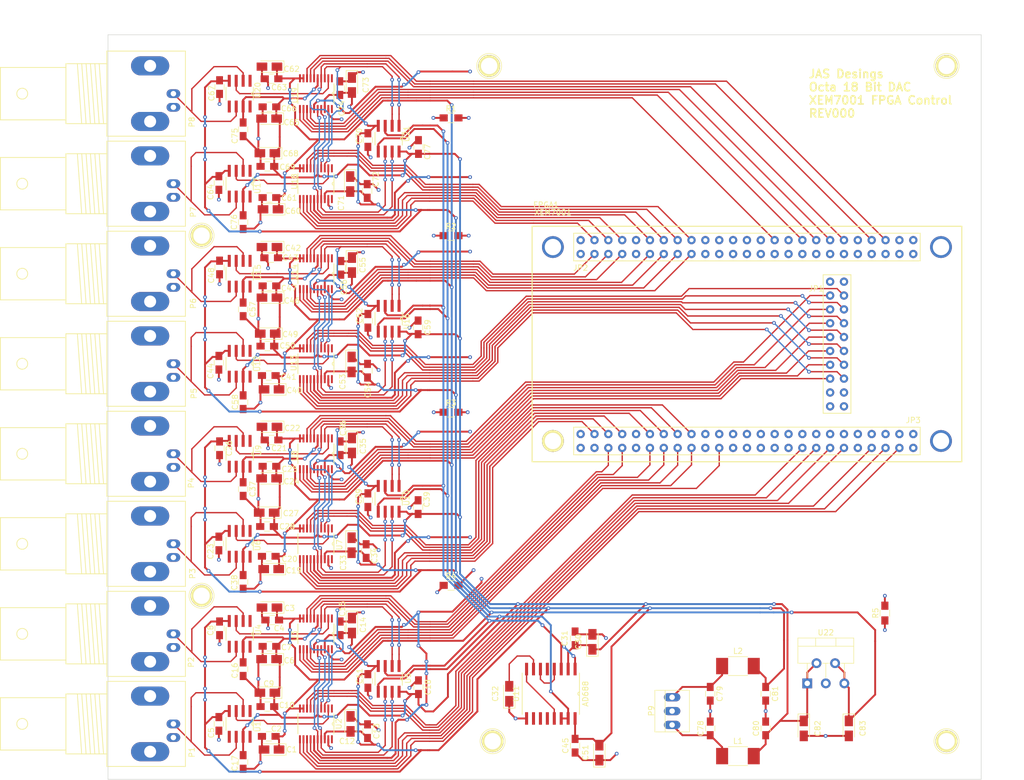
<source format=kicad_pcb>
(kicad_pcb (version 4) (host pcbnew 4.0.5)
  (title_block (title "8, 18 Bit DAC, with FPGA XEM7001 Control") (date 2017-03-12) (rev 000) (company "Ye Group") (comment 1 "Desined by: Jacob Scott"))
  (layers (0 Top signal) (31 Bottom signal) (34 B.Paste user) (35 F.Paste user) (36 B.SilkS user) (37 F.SilkS user) (38 B.Mask user) (39 F.Mask user) (44 Edge.Cuts user))
  (net 0 "")
  (net 1 +3V3)
  (net 2 GNDA)
  (net 3 -15V)
  (net 4 +15V)
  (net 5 "Net-(C32-Pad2)")
  (net 6 "Net-(C78-Pad1)")
  (net 7 "Net-(C79-Pad1)")
  (net 8 "Net-(FPGA1-PadGNDa)")
  (net 9 "Net-(FPGA1-PadGNDb)")
  (net 10 "Net-(FPGA1-PadP10)")
  (net 11 SCLK5)
  (net 12 "Net-(FPGA1-PadJ3)")
  (net 13 SDIN5)
  (net 14 "Net-(FPGA1-PadK1)")
  (net 15 "Net-(FPGA1-Pad3.3A)")
  (net 16 "Net-(FPGA1-Pad3.3B)")
  (net 17 SDO5)
  (net 18 "Net-(FPGA1-PadK3)")
  (net 19 ~LDAC~5)
  (net 20 "Net-(FPGA1-PadM1)")
  (net 21 ~CLR~5)
  (net 22 "Net-(FPGA1-PadL4)")
  (net 23 ~RESET~5)
  (net 24 "Net-(FPGA1-PadN1)")
  (net 25 "Net-(FPGA1-PadGNDc)")
  (net 26 "Net-(FPGA1-PadGNDd)")
  (net 27 "Net-(FPGA1-PadN3)")
  (net 28 "Net-(FPGA1-PadP1)")
  (net 29 "Net-(FPGA1-PadR1)")
  (net 30 "Net-(FPGA1-PadR2)")
  (net 31 "Net-(FPGA1-PadP3)")
  (net 32 "Net-(FPGA1-PadT2)")
  (net 33 "Net-(FPGA1-PadR3)")
  (net 34 "Net-(FPGA1-PadT3)")
  (net 35 "Net-(FPGA1-PadN4)")
  (net 36 "Net-(FPGA1-PadGNDe)")
  (net 37 "Net-(FPGA1-PadGNDf)")
  (net 38 ~RESET~6)
  (net 39 ~RESET~4)
  (net 40 ~CLR~6)
  (net 41 ~CLR~4)
  (net 42 ~LDAC~6)
  (net 43 ~LDAC~4)
  (net 44 SDO6)
  (net 45 SDO4)
  (net 46 "Net-(FPGA1-Pad3.3C)")
  (net 47 "Net-(FPGA1-Pad3.3D)")
  (net 48 SDIN6)
  (net 49 SDIN4)
  (net 50 SCLK6)
  (net 51 SCLK4)
  (net 52 ~SYNC~6)
  (net 53 ~SYNC~4)
  (net 54 "Net-(FPGA1-PadGNDg)")
  (net 55 "Net-(FPGA1-PadGNDh)")
  (net 56 "Net-(FPGA1-Pad3.3E)")
  (net 57 "Net-(FPGA1-Pad3.3F)")
  (net 58 ~RESET~1)
  (net 59 ~RESET~2)
  (net 60 ~CLR~1)
  (net 61 ~CLR~2)
  (net 62 ~LDAC~1)
  (net 63 ~LDAC~2)
  (net 64 SDO1)
  (net 65 SDO2)
  (net 66 SDIN1)
  (net 67 SDIN2)
  (net 68 SCLK1)
  (net 69 SCLK2)
  (net 70 ~SYNC~1)
  (net 71 ~SYNC~2)
  (net 72 "Net-(FPGA1-PadD4)")
  (net 73 "Net-(FPGA1-PadC4)")
  (net 74 "Net-(FPGA1-PadGNDj)")
  (net 75 "Net-(FPGA1-PadGNDk)")
  (net 76 "Net-(FPGA1-PadGNDl)")
  (net 77 "Net-(FPGA1-PadA8)")
  (net 78 ~SYNC~7)
  (net 79 "Net-(FPGA1-PadC8)")
  (net 80 SCLK7)
  (net 81 "Net-(FPGA1-PadA9)")
  (net 82 SDIN7)
  (net 83 "Net-(FPGA1-Pad3.3G)")
  (net 84 "Net-(FPGA1-Pad3.3H)")
  (net 85 "Net-(FPGA1-PadB9)")
  (net 86 SDO7)
  (net 87 "Net-(FPGA1-PadB10)")
  (net 88 ~LDAC~7)
  (net 89 "Net-(FPGA1-PadB12)")
  (net 90 ~CLR~7)
  (net 91 "Net-(FPGA1-PadC12)")
  (net 92 ~RESET~7)
  (net 93 "Net-(FPGA1-PadGNDn)")
  (net 94 "Net-(FPGA1-PadGNDm)")
  (net 95 "Net-(FPGA1-PadA13)")
  (net 96 "Net-(FPGA1-PadA14)")
  (net 97 "Net-(FPGA1-PadE13)")
  (net 98 "Net-(FPGA1-PadB14)")
  (net 99 "Net-(FPGA1-PadC14)")
  (net 100 "Net-(FPGA1-PadA15)")
  (net 101 "Net-(FPGA1-PadB15)")
  (net 102 "Net-(FPGA1-PadB16)")
  (net 103 "Net-(FPGA1-PadC16)")
  (net 104 "Net-(FPGA1-PadGNDo)")
  (net 105 "Net-(FPGA1-PadGNDp)")
  (net 106 ~RESET~3)
  (net 107 ~RESET~8)
  (net 108 ~CLR~3)
  (net 109 ~CLR~8)
  (net 110 ~LDAC~3)
  (net 111 ~LDAC~8)
  (net 112 SDO3)
  (net 113 SDO8)
  (net 114 "Net-(FPGA1-Pad3.3I)")
  (net 115 "Net-(FPGA1-Pad3.3J)")
  (net 116 SDIN3)
  (net 117 SDIN8)
  (net 118 SCLK3)
  (net 119 SCLK8)
  (net 120 ~SYNC~3)
  (net 121 "Net-(FPGA1-PadGNDq)")
  (net 122 "Net-(FPGA1-PadGNDr)")
  (net 123 Vout1)
  (net 124 Vout2)
  (net 125 Vout3)
  (net 126 Vout4)
  (net 127 Vout5)
  (net 128 Vout6)
  (net 129 Vout7)
  (net 130 Vout8)
  (net 131 "Net-(U1-Pad1)")
  (net 132 "Net-(U1-Pad3)")
  (net 133 "Net-(U1-Pad5)")
  (net 134 "Net-(U1-Pad8)")
  (net 135 "Net-(U2-Pad1)")
  (net 136 "Net-(U2-Pad3)")
  (net 137 "Net-(U2-Pad4)")
  (net 138 "Net-(U2-Pad16)")
  (net 139 "Net-(U2-Pad17)")
  (net 140 "Net-(U2-Pad20)")
  (net 141 "Net-(U3-Pad1)")
  (net 142 "Net-(U3-Pad2)")
  (net 143 "Net-(U3-Pad20)")
  (net 144 "Net-(U4-Pad1)")
  (net 145 "Net-(U4-Pad5)")
  (net 146 "Net-(U4-Pad8)")
  (net 147 +10Vref)
  (net 148 -10Vref)
  (net 149 "Net-(U6-Pad1)")
  (net 150 "Net-(U6-Pad3)")
  (net 151 "Net-(U6-Pad5)")
  (net 152 "Net-(U6-Pad8)")
  (net 153 "Net-(U7-Pad1)")
  (net 154 "Net-(U10-Pad2)")
  (net 155 "Net-(U10-Pad1)")
  (net 156 "Net-(U10-Pad7)")
  (net 157 "Net-(U10-Pad6)")
  (net 158 "Net-(U7-Pad20)")
  (net 159 "Net-(U8-Pad1)")
  (net 160 "Net-(U8-Pad2)")
  (net 161 "Net-(U8-Pad20)")
  (net 162 "Net-(U9-Pad1)")
  (net 163 "Net-(U9-Pad5)")
  (net 164 "Net-(U9-Pad8)")
  (net 165 "Net-(U11-Pad4)")
  (net 166 "Net-(U11-Pad5)")
  (net 167 "Net-(U11-Pad13)")
  (net 168 "Net-(U11-Pad10)")
  (net 169 "Net-(U11-Pad11)")
  (net 170 "Net-(U11-Pad12)")
  (net 171 "Net-(U12-Pad1)")
  (net 172 "Net-(U12-Pad3)")
  (net 173 "Net-(U12-Pad5)")
  (net 174 "Net-(U12-Pad8)")
  (net 175 "Net-(U13-Pad1)")
  (net 176 "Net-(U13-Pad3)")
  (net 177 "Net-(U13-Pad4)")
  (net 178 ~SYNC~5)
  (net 179 "Net-(U13-Pad16)")
  (net 180 "Net-(U13-Pad17)")
  (net 181 "Net-(U13-Pad20)")
  (net 182 "Net-(U14-Pad1)")
  (net 183 "Net-(U14-Pad2)")
  (net 184 "Net-(U14-Pad20)")
  (net 185 "Net-(U15-Pad1)")
  (net 186 "Net-(U15-Pad5)")
  (net 187 "Net-(U15-Pad8)")
  (net 188 "Net-(U17-Pad1)")
  (net 189 "Net-(U17-Pad3)")
  (net 190 "Net-(U17-Pad5)")
  (net 191 "Net-(U17-Pad8)")
  (net 192 "Net-(U18-Pad1)")
  (net 193 "Net-(U18-Pad3)")
  (net 194 "Net-(U18-Pad4)")
  (net 195 "Net-(U18-Pad16)")
  (net 196 "Net-(U18-Pad17)")
  (net 197 "Net-(U18-Pad20)")
  (net 198 "Net-(U19-Pad1)")
  (net 199 "Net-(U19-Pad2)")
  (net 200 ~SYNC~8)
  (net 201 "Net-(U19-Pad20)")
  (net 202 "Net-(U20-Pad1)")
  (net 203 "Net-(U20-Pad5)")
  (net 204 "Net-(U20-Pad8)")
  (net 205 GNDD)
  (net 206 "Net-(FPGA1-PadCLK1)")
  (net 207 "Net-(FPGA1-PadCLK2)")
  (module Connectors:1pin (layer Top) (at 86.36 130.175)
    (fp_text reference REF** hide)
    (fp_text value 1pin hide)
    (pad "" thru_hole circle (at 0 0) (size 4 4) (drill 3) (layers *.Cu *.Mask F.SilkS) (net 2 GNDA))
  )
  (module Connectors:1pin (layer Top) (at 86.36 64.135)
    (fp_text reference REF** hide)
    (fp_text value 1pin hide)
    (pad "" thru_hole circle (at 0 0) (size 4 4) (drill 3) (layers *.Cu *.Mask F.SilkS) (net 2 GNDA))
  )
  (module Connectors:1pin (layer Top) (at 139.065 33.02)
    (fp_text reference REF** hide)
    (fp_text value 1pin hide)
    (pad "" thru_hole circle (at 0 0) (size 4 4) (drill 3) (layers *.Cu *.Mask F.SilkS) (net 205 GNDD))
  )
  (module Connectors:1pin (layer Top) (at 222.885 33.02)
    (fp_text reference REF** hide)
    (fp_text value 1pin hide)
    (pad "" thru_hole circle (at 0 0) (size 4 4) (drill 3) (layers *.Cu *.Mask F.SilkS) (net 205 GNDD))
  )
  (module Connectors:1pin (layer Top) (at 139.7 156.845)
    (fp_text reference REF** hide)
    (fp_text value 1pin hide)
    (pad "" thru_hole circle (at 0 0) (size 4 4) (drill 3) (layers *.Cu *.Mask F.SilkS) (net 2 GNDA))
  )
  (module Capacitors_SMD:C_0805_HandSoldering (layer Top) (at 98.679 155.956)
    (fp_text reference C2 (at 1.397 -1.397) (layer F.SilkS))
    (fp_text value 0.1uF hide)
    (pad 1 smd rect (at -1.25 0) (size 1.5 1.25) (layers Top F.Paste F.Mask) (net 2 GNDA))
    (pad 2 smd rect (at 1.25 0) (size 1.5 1.25) (layers Top F.Paste F.Mask) (net 1 +3V3))
  )
  (module Capacitors_SMD:C_0805_HandSoldering (layer Top) (at 99.314 134.62)
    (fp_text reference C4 (at 1.27 1.524) (layer F.SilkS))
    (fp_text value 0.1uF hide)
    (pad 1 smd rect (at -1.25 0) (size 1.5 1.25) (layers Top F.Paste F.Mask) (net 2 GNDA))
    (pad 2 smd rect (at 1.25 0) (size 1.5 1.25) (layers Top F.Paste F.Mask) (net 1 +3V3))
  )
  (module Capacitors_SMD:C_0805_HandSoldering (layer Top) (at 89.535 153.67 270)
    (fp_text reference C5 (at 1.651 1.397 270) (layer F.SilkS))
    (fp_text value 0.1uF hide)
    (pad 1 smd rect (at -1.25 0 270) (size 1.5 1.25) (layers Top F.Paste F.Mask) (net 3 -15V))
    (pad 2 smd rect (at 1.25 0 270) (size 1.5 1.25) (layers Top F.Paste F.Mask) (net 2 GNDA))
  )
  (module Capacitors_SMD:C_0805_HandSoldering (layer Top) (at 98.806 139.446)
    (fp_text reference C7 (at 3.1115 0.1905) (layer F.SilkS))
    (fp_text value 0.1uF hide)
    (pad 1 smd rect (at -1.25 0) (size 1.5 1.25) (layers Top F.Paste F.Mask) (net 2 GNDA))
    (pad 2 smd rect (at 1.25 0) (size 1.5 1.25) (layers Top F.Paste F.Mask) (net 4 +15V))
  )
  (module Capacitors_SMD:C_0805_HandSoldering (layer Top) (at 89.662 136.144 270)
    (fp_text reference C8 (at 0.381 1.651 270) (layer F.SilkS))
    (fp_text value 0.1uF hide)
    (pad 1 smd rect (at -1.25 0 270) (size 1.5 1.25) (layers Top F.Paste F.Mask) (net 3 -15V))
    (pad 2 smd rect (at 1.25 0 270) (size 1.5 1.25) (layers Top F.Paste F.Mask) (net 2 GNDA))
  )
  (module Capacitors_SMD:C_0805_HandSoldering (layer Top) (at 98.425 150.495 180)
    (fp_text reference C10 (at -3.556 0.254 360) (layer F.SilkS))
    (fp_text value 0.1uF hide)
    (pad 1 smd rect (at -1.25 0 180) (size 1.5 1.25) (layers Top F.Paste F.Mask) (net 4 +15V))
    (pad 2 smd rect (at 1.25 0 180) (size 1.5 1.25) (layers Top F.Paste F.Mask) (net 2 GNDA))
  )
  (module Capacitors_SMD:C_0805_HandSoldering (layer Top) (at 116.84 145.796 90)
    (fp_text reference C11 (at 0.889 -1.524 90) (layer F.SilkS))
    (fp_text value 0.1uF hide)
    (pad 1 smd rect (at -1.25 0 90) (size 1.5 1.25) (layers Top F.Paste F.Mask) (net 2 GNDA))
    (pad 2 smd rect (at 1.25 0 90) (size 1.5 1.25) (layers Top F.Paste F.Mask) (net 3 -15V))
  )
  (module Capacitors_SMD:C_0805_HandSoldering (layer Top) (at 116.7765 155.0035 270)
    (fp_text reference C13 (at 0 -1.651 270) (layer F.SilkS))
    (fp_text value 0.1uF hide)
    (pad 1 smd rect (at -1.25 0 270) (size 1.5 1.25) (layers Top F.Paste F.Mask) (net 2 GNDA))
    (pad 2 smd rect (at 1.25 0 270) (size 1.5 1.25) (layers Top F.Paste F.Mask) (net 3 -15V))
  )
  (module Capacitors_SMD:C_0805_HandSoldering (layer Top) (at 111.76 136.144 270)
    (fp_text reference C15 (at -3.556 -0.381 270) (layer F.SilkS))
    (fp_text value 0.1uF hide)
    (pad 1 smd rect (at -1.25 0 270) (size 1.5 1.25) (layers Top F.Paste F.Mask) (net 2 GNDA))
    (pad 2 smd rect (at 1.25 0 270) (size 1.5 1.25) (layers Top F.Paste F.Mask) (net 3 -15V))
  )
  (module Capacitors_SMD:C_0805_HandSoldering (layer Top) (at 93.98 143.637 270)
    (fp_text reference C16 (at 0.254 1.524 270) (layer F.SilkS))
    (fp_text value 0.1uF hide)
    (pad 1 smd rect (at -1.25 0 270) (size 1.5 1.25) (layers Top F.Paste F.Mask) (net 4 +15V))
    (pad 2 smd rect (at 1.25 0 270) (size 1.5 1.25) (layers Top F.Paste F.Mask) (net 2 GNDA))
  )
  (module Capacitors_SMD:C_0805_HandSoldering (layer Top) (at 93.98 160.655 270)
    (fp_text reference C17 (at 0.254 1.524 270) (layer F.SilkS))
    (fp_text value 0.1uF hide)
    (pad 1 smd rect (at -1.25 0 270) (size 1.5 1.25) (layers Top F.Paste F.Mask) (net 4 +15V))
    (pad 2 smd rect (at 1.25 0 270) (size 1.5 1.25) (layers Top F.Paste F.Mask) (net 2 GNDA))
  )
  (module Capacitors_SMD:C_0805_HandSoldering (layer Top) (at 126.111 146.939 270)
    (fp_text reference C18 (at 0 -1.75 270) (layer F.SilkS))
    (fp_text value 0.1uF hide)
    (pad 1 smd rect (at -1.25 0 270) (size 1.5 1.25) (layers Top F.Paste F.Mask) (net 2 GNDA))
    (pad 2 smd rect (at 1.25 0 270) (size 1.5 1.25) (layers Top F.Paste F.Mask) (net 4 +15V))
  )
  (module Capacitors_SMD:C_0805_HandSoldering (layer Top) (at 98.679 122.936)
    (fp_text reference C20 (at 3.81 0.508) (layer F.SilkS))
    (fp_text value 0.1uF hide)
    (pad 1 smd rect (at -1.25 0) (size 1.5 1.25) (layers Top F.Paste F.Mask) (net 2 GNDA))
    (pad 2 smd rect (at 1.25 0) (size 1.5 1.25) (layers Top F.Paste F.Mask) (net 1 +3V3))
  )
  (module Capacitors_SMD:C_0805_HandSoldering (layer Top) (at 99.187 101.6)
    (fp_text reference C22 (at 3.81 -2.159) (layer F.SilkS))
    (fp_text value 0.1uF hide)
    (pad 1 smd rect (at -1.25 0) (size 1.5 1.25) (layers Top F.Paste F.Mask) (net 2 GNDA))
    (pad 2 smd rect (at 1.25 0) (size 1.5 1.25) (layers Top F.Paste F.Mask) (net 1 +3V3))
  )
  (module Capacitors_SMD:C_0805_HandSoldering (layer Top) (at 89.535 120.5865 270)
    (fp_text reference C23 (at 1.4605 1.524 270) (layer F.SilkS))
    (fp_text value 0.1uF hide)
    (pad 1 smd rect (at -1.25 0 270) (size 1.5 1.25) (layers Top F.Paste F.Mask) (net 3 -15V))
    (pad 2 smd rect (at 1.25 0 270) (size 1.5 1.25) (layers Top F.Paste F.Mask) (net 2 GNDA))
  )
  (module Capacitors_SMD:C_0805_HandSoldering (layer Top) (at 98.806 106.426)
    (fp_text reference C25 (at 3.683 0.508) (layer F.SilkS))
    (fp_text value 0.1uF hide)
    (pad 1 smd rect (at -1.25 0) (size 1.5 1.25) (layers Top F.Paste F.Mask) (net 2 GNDA))
    (pad 2 smd rect (at 1.25 0) (size 1.5 1.25) (layers Top F.Paste F.Mask) (net 4 +15V))
  )
  (module Capacitors_SMD:C_0805_HandSoldering (layer Top) (at 89.662 103.124 270)
    (fp_text reference C26 (at 0 -1.75 270) (layer F.SilkS))
    (fp_text value 0.1uF hide)
    (pad 1 smd rect (at -1.25 0 270) (size 1.5 1.25) (layers Top F.Paste F.Mask) (net 3 -15V))
    (pad 2 smd rect (at 1.25 0 270) (size 1.5 1.25) (layers Top F.Paste F.Mask) (net 2 GNDA))
  )
  (module Capacitors_SMD:C_0805_HandSoldering (layer Top) (at 98.3615 117.475 180)
    (fp_text reference C28 (at -3.683 0 180) (layer F.SilkS))
    (fp_text value 0.1uF hide)
    (pad 1 smd rect (at -1.25 0 180) (size 1.5 1.25) (layers Top F.Paste F.Mask) (net 4 +15V))
    (pad 2 smd rect (at 1.25 0 180) (size 1.5 1.25) (layers Top F.Paste F.Mask) (net 2 GNDA))
  )
  (module Capacitors_SMD:C_0805_HandSoldering (layer Top) (at 116.84 112.649 90)
    (fp_text reference C29 (at 0.6985 -1.651 90) (layer F.SilkS))
    (fp_text value 0.1uF hide)
    (pad 1 smd rect (at -1.25 0 90) (size 1.5 1.25) (layers Top F.Paste F.Mask) (net 2 GNDA))
    (pad 2 smd rect (at 1.25 0 90) (size 1.5 1.25) (layers Top F.Paste F.Mask) (net 3 -15V))
  )
  (module Capacitors_SMD:C_0805_HandSoldering (layer Top) (at 154.813 137.9855 270)
    (fp_text reference C31 (at 0 1.905 270) (layer F.SilkS))
    (fp_text value 0.1uF hide)
    (pad 1 smd rect (at -1.25 0 270) (size 1.5 1.25) (layers Top F.Paste F.Mask) (net 2 GNDA))
    (pad 2 smd rect (at 1.25 0 270) (size 1.5 1.25) (layers Top F.Paste F.Mask) (net 4 +15V))
  )
  (module Capacitors_SMD:C_0805_HandSoldering (layer Top) (at 116.5225 121.9835 270)
    (fp_text reference C34 (at 0.8255 -1.524 270) (layer F.SilkS))
    (fp_text value 0.1uF hide)
    (pad 1 smd rect (at -1.25 0 270) (size 1.5 1.25) (layers Top F.Paste F.Mask) (net 2 GNDA))
    (pad 2 smd rect (at 1.25 0 270) (size 1.5 1.25) (layers Top F.Paste F.Mask) (net 3 -15V))
  )
  (module Capacitors_SMD:C_0805_HandSoldering (layer Top) (at 111.76 103.124 270)
    (fp_text reference C36 (at -3.683 -0.508 270) (layer F.SilkS))
    (fp_text value 0.1uF hide)
    (pad 1 smd rect (at -1.25 0 270) (size 1.5 1.25) (layers Top F.Paste F.Mask) (net 2 GNDA))
    (pad 2 smd rect (at 1.25 0 270) (size 1.5 1.25) (layers Top F.Paste F.Mask) (net 3 -15V))
  )
  (module Capacitors_SMD:C_0805_HandSoldering (layer Top) (at 93.98 110.617 270)
    (fp_text reference C37 (at 0 -1.75 270) (layer F.SilkS))
    (fp_text value 0.1uF hide)
    (pad 1 smd rect (at -1.25 0 270) (size 1.5 1.25) (layers Top F.Paste F.Mask) (net 4 +15V))
    (pad 2 smd rect (at 1.25 0 270) (size 1.5 1.25) (layers Top F.Paste F.Mask) (net 2 GNDA))
  )
  (module Capacitors_SMD:C_0805_HandSoldering (layer Top) (at 93.98 127.635 270)
    (fp_text reference C38 (at 0.127 1.5875 270) (layer F.SilkS))
    (fp_text value 0.1uF hide)
    (pad 1 smd rect (at -1.25 0 270) (size 1.5 1.25) (layers Top F.Paste F.Mask) (net 4 +15V))
    (pad 2 smd rect (at 1.25 0 270) (size 1.5 1.25) (layers Top F.Paste F.Mask) (net 2 GNDA))
  )
  (module Capacitors_SMD:C_0805_HandSoldering (layer Top) (at 126.0475 113.919 270)
    (fp_text reference C39 (at -1.397 -1.5875 270) (layer F.SilkS))
    (fp_text value 0.1uF hide)
    (pad 1 smd rect (at -1.25 0 270) (size 1.5 1.25) (layers Top F.Paste F.Mask) (net 2 GNDA))
    (pad 2 smd rect (at 1.25 0 270) (size 1.5 1.25) (layers Top F.Paste F.Mask) (net 4 +15V))
  )
  (module Capacitors_SMD:C_0805_HandSoldering (layer Top) (at 98.679 89.789)
    (fp_text reference C41 (at 3.6195 0.254) (layer F.SilkS))
    (fp_text value 0.1uF hide)
    (pad 1 smd rect (at -1.25 0) (size 1.5 1.25) (layers Top F.Paste F.Mask) (net 2 GNDA))
    (pad 2 smd rect (at 1.25 0) (size 1.5 1.25) (layers Top F.Paste F.Mask) (net 1 +3V3))
  )
  (module Capacitors_SMD:C_0805_HandSoldering (layer Top) (at 99.1235 68.199)
    (fp_text reference C43 (at 3.556 0) (layer F.SilkS))
    (fp_text value 0.1uF hide)
    (pad 1 smd rect (at -1.25 0) (size 1.5 1.25) (layers Top F.Paste F.Mask) (net 2 GNDA))
    (pad 2 smd rect (at 1.25 0) (size 1.5 1.25) (layers Top F.Paste F.Mask) (net 1 +3V3))
  )
  (module Capacitors_SMD:C_0805_HandSoldering (layer Top) (at 89.535 87.4395 270)
    (fp_text reference C44 (at 1.524 1.524 270) (layer F.SilkS))
    (fp_text value 0.1uF hide)
    (pad 1 smd rect (at -1.25 0 270) (size 1.5 1.25) (layers Top F.Paste F.Mask) (net 3 -15V))
    (pad 2 smd rect (at 1.25 0 270) (size 1.5 1.25) (layers Top F.Paste F.Mask) (net 2 GNDA))
  )
  (module Capacitors_SMD:C_0805_HandSoldering (layer Top) (at 154.813 157.6705 90)
    (fp_text reference C45 (at 0 -1.75 90) (layer F.SilkS))
    (fp_text value 0.1uF hide)
    (pad 1 smd rect (at -1.25 0 90) (size 1.5 1.25) (layers Top F.Paste F.Mask) (net 2 GNDA))
    (pad 2 smd rect (at 1.25 0 90) (size 1.5 1.25) (layers Top F.Paste F.Mask) (net 3 -15V))
  )
  (module Capacitors_SMD:C_0805_HandSoldering (layer Top) (at 98.806 73.3425)
    (fp_text reference C47 (at 3.556 0.4445) (layer F.SilkS))
    (fp_text value 0.1uF hide)
    (pad 1 smd rect (at -1.25 0) (size 1.5 1.25) (layers Top F.Paste F.Mask) (net 2 GNDA))
    (pad 2 smd rect (at 1.25 0) (size 1.5 1.25) (layers Top F.Paste F.Mask) (net 4 +15V))
  )
  (module Capacitors_SMD:C_0805_HandSoldering (layer Top) (at 89.662 69.977 270)
    (fp_text reference C48 (at 1.4605 1.524 270) (layer F.SilkS))
    (fp_text value 0.1uF hide)
    (pad 1 smd rect (at -1.25 0 270) (size 1.5 1.25) (layers Top F.Paste F.Mask) (net 3 -15V))
    (pad 2 smd rect (at 1.25 0 270) (size 1.5 1.25) (layers Top F.Paste F.Mask) (net 2 GNDA))
  )
  (module Capacitors_SMD:C_0805_HandSoldering (layer Top) (at 98.425 84.3915 180)
    (fp_text reference C50 (at -3.683 0.0635 180) (layer F.SilkS))
    (fp_text value 0.1uF hide)
    (pad 1 smd rect (at -1.25 0 180) (size 1.5 1.25) (layers Top F.Paste F.Mask) (net 4 +15V))
    (pad 2 smd rect (at 1.25 0 180) (size 1.5 1.25) (layers Top F.Paste F.Mask) (net 2 GNDA))
  )
  (module Capacitors_SMD:C_0805_HandSoldering (layer Top) (at 116.84 79.756 90)
    (fp_text reference C52 (at 0.9525 -1.524 90) (layer F.SilkS))
    (fp_text value 0.1uF hide)
    (pad 1 smd rect (at -1.25 0 90) (size 1.5 1.25) (layers Top F.Paste F.Mask) (net 2 GNDA))
    (pad 2 smd rect (at 1.25 0 90) (size 1.5 1.25) (layers Top F.Paste F.Mask) (net 3 -15V))
  )
  (module Capacitors_SMD:C_0805_HandSoldering (layer Top) (at 116.7765 88.9 270)
    (fp_text reference C54 (at 3.556 -0.0635 270) (layer F.SilkS))
    (fp_text value 0.1uF hide)
    (pad 1 smd rect (at -1.25 0 270) (size 1.5 1.25) (layers Top F.Paste F.Mask) (net 2 GNDA))
    (pad 2 smd rect (at 1.25 0 270) (size 1.5 1.25) (layers Top F.Paste F.Mask) (net 3 -15V))
  )
  (module Capacitors_SMD:C_0805_HandSoldering (layer Top) (at 111.887 70.0405 270)
    (fp_text reference C56 (at 3.556 -0.5715 270) (layer F.SilkS))
    (fp_text value 0.1uF hide)
    (pad 1 smd rect (at -1.25 0 270) (size 1.5 1.25) (layers Top F.Paste F.Mask) (net 2 GNDA))
    (pad 2 smd rect (at 1.25 0 270) (size 1.5 1.25) (layers Top F.Paste F.Mask) (net 3 -15V))
  )
  (module Capacitors_SMD:C_0805_HandSoldering (layer Top) (at 93.98 77.6605 270)
    (fp_text reference C57 (at 0 -1.75 270) (layer F.SilkS))
    (fp_text value 0.1uF hide)
    (pad 1 smd rect (at -1.25 0 270) (size 1.5 1.25) (layers Top F.Paste F.Mask) (net 4 +15V))
    (pad 2 smd rect (at 1.25 0 270) (size 1.5 1.25) (layers Top F.Paste F.Mask) (net 2 GNDA))
  )
  (module Capacitors_SMD:C_0805_HandSoldering (layer Top) (at 93.98 94.6785 270)
    (fp_text reference C58 (at 0 1.4605 270) (layer F.SilkS))
    (fp_text value 0.1uF hide)
    (pad 1 smd rect (at -1.25 0 270) (size 1.5 1.25) (layers Top F.Paste F.Mask) (net 4 +15V))
    (pad 2 smd rect (at 1.25 0 270) (size 1.5 1.25) (layers Top F.Paste F.Mask) (net 2 GNDA))
  )
  (module Capacitors_SMD:C_0805_HandSoldering (layer Top) (at 126.0475 80.9625 270)
    (fp_text reference C59 (at 0 -1.75 270) (layer F.SilkS))
    (fp_text value 0.1uF hide)
    (pad 1 smd rect (at -1.25 0 270) (size 1.5 1.25) (layers Top F.Paste F.Mask) (net 2 GNDA))
    (pad 2 smd rect (at 1.25 0 270) (size 1.5 1.25) (layers Top F.Paste F.Mask) (net 4 +15V))
  )
  (module Capacitors_SMD:C_0805_HandSoldering (layer Top) (at 98.806 57.15)
    (fp_text reference C61 (at 3.6195 0.0635) (layer F.SilkS))
    (fp_text value 0.1uF hide)
    (pad 1 smd rect (at -1.25 0) (size 1.5 1.25) (layers Top F.Paste F.Mask) (net 2 GNDA))
    (pad 2 smd rect (at 1.25 0) (size 1.5 1.25) (layers Top F.Paste F.Mask) (net 1 +3V3))
  )
  (module Capacitors_SMD:C_0805_HandSoldering (layer Top) (at 99.187 35.3695)
    (fp_text reference C63 (at 1.397 1.5875) (layer F.SilkS))
    (fp_text value 0.1uF hide)
    (pad 1 smd rect (at -1.25 0) (size 1.5 1.25) (layers Top F.Paste F.Mask) (net 2 GNDA))
    (pad 2 smd rect (at 1.25 0) (size 1.5 1.25) (layers Top F.Paste F.Mask) (net 1 +3V3))
  )
  (module Capacitors_SMD:C_0805_HandSoldering (layer Top) (at 89.535 54.483 270)
    (fp_text reference C64 (at 1.651 1.524 270) (layer F.SilkS))
    (fp_text value 0.1uF hide)
    (pad 1 smd rect (at -1.25 0 270) (size 1.5 1.25) (layers Top F.Paste F.Mask) (net 3 -15V))
    (pad 2 smd rect (at 1.25 0 270) (size 1.5 1.25) (layers Top F.Paste F.Mask) (net 2 GNDA))
  )
  (module Capacitors_SMD:C_0805_HandSoldering (layer Top) (at 98.806 40.513)
    (fp_text reference C66 (at 3.556 0.3175) (layer F.SilkS))
    (fp_text value 0.1uF hide)
    (pad 1 smd rect (at -1.25 0) (size 1.5 1.25) (layers Top F.Paste F.Mask) (net 2 GNDA))
    (pad 2 smd rect (at 1.25 0) (size 1.5 1.25) (layers Top F.Paste F.Mask) (net 4 +15V))
  )
  (module Capacitors_SMD:C_0805_HandSoldering (layer Top) (at 89.662 36.8935 270)
    (fp_text reference C67 (at 1.143 1.4605 270) (layer F.SilkS))
    (fp_text value 0.1uF hide)
    (pad 1 smd rect (at -1.25 0 270) (size 1.5 1.25) (layers Top F.Paste F.Mask) (net 3 -15V))
    (pad 2 smd rect (at 1.25 0 270) (size 1.5 1.25) (layers Top F.Paste F.Mask) (net 2 GNDA))
  )
  (module Capacitors_SMD:C_0805_HandSoldering (layer Top) (at 98.425 51.435 180)
    (fp_text reference C69 (at -3.683 -0.127 180) (layer F.SilkS))
    (fp_text value 0.1uF hide)
    (pad 1 smd rect (at -1.25 0 180) (size 1.5 1.25) (layers Top F.Paste F.Mask) (net 4 +15V))
    (pad 2 smd rect (at 1.25 0 180) (size 1.5 1.25) (layers Top F.Paste F.Mask) (net 2 GNDA))
  )
  (module Capacitors_SMD:C_0805_HandSoldering (layer Top) (at 116.84 46.609 90)
    (fp_text reference C70 (at 0.762 -1.5875 90) (layer F.SilkS))
    (fp_text value 0.1uF hide)
    (pad 1 smd rect (at -1.25 0 90) (size 1.5 1.25) (layers Top F.Paste F.Mask) (net 2 GNDA))
    (pad 2 smd rect (at 1.25 0 90) (size 1.5 1.25) (layers Top F.Paste F.Mask) (net 3 -15V))
  )
  (module Capacitors_SMD:C_0805_HandSoldering (layer Top) (at 116.713 55.9435 270)
    (fp_text reference C72 (at -2.159 -1.5875 270) (layer F.SilkS))
    (fp_text value 0.1uF hide)
    (pad 1 smd rect (at -1.25 0 270) (size 1.5 1.25) (layers Top F.Paste F.Mask) (net 2 GNDA))
    (pad 2 smd rect (at 1.25 0 270) (size 1.5 1.25) (layers Top F.Paste F.Mask) (net 3 -15V))
  )
  (module Capacitors_SMD:C_0805_HandSoldering (layer Top) (at 111.6965 37.084 270)
    (fp_text reference C74 (at 3.7084 -0.3683 270) (layer F.SilkS))
    (fp_text value 0.1uF hide)
    (pad 1 smd rect (at -1.25 0 270) (size 1.5 1.25) (layers Top F.Paste F.Mask) (net 2 GNDA))
    (pad 2 smd rect (at 1.25 0 270) (size 1.5 1.25) (layers Top F.Paste F.Mask) (net 3 -15V))
  )
  (module Capacitors_SMD:C_0805_HandSoldering (layer Top) (at 93.98 44.6405 270)
    (fp_text reference C75 (at 1.2065 1.524 270) (layer F.SilkS))
    (fp_text value 0.1uF hide)
    (pad 1 smd rect (at -1.25 0 270) (size 1.5 1.25) (layers Top F.Paste F.Mask) (net 4 +15V))
    (pad 2 smd rect (at 1.25 0 270) (size 1.5 1.25) (layers Top F.Paste F.Mask) (net 2 GNDA))
  )
  (module Capacitors_SMD:C_0805_HandSoldering (layer Top) (at 93.98 61.6585 270)
    (fp_text reference C76 (at 0 1.651 270) (layer F.SilkS))
    (fp_text value 0.1uF hide)
    (pad 1 smd rect (at -1.25 0 270) (size 1.5 1.25) (layers Top F.Paste F.Mask) (net 4 +15V))
    (pad 2 smd rect (at 1.25 0 270) (size 1.5 1.25) (layers Top F.Paste F.Mask) (net 2 GNDA))
  )
  (module Capacitors_SMD:C_0805_HandSoldering (layer Top) (at 126.111 47.879 270)
    (fp_text reference C77 (at 0.889 -1.651 270) (layer F.SilkS))
    (fp_text value 0.1uF hide)
    (pad 1 smd rect (at -1.25 0 270) (size 1.5 1.25) (layers Top F.Paste F.Mask) (net 2 GNDA))
    (pad 2 smd rect (at 1.25 0 270) (size 1.5 1.25) (layers Top F.Paste F.Mask) (net 4 +15V))
  )
  (module Capacitors_SMD:C_0805_HandSoldering (layer Top) (at 179.578 154.4955 90)
    (fp_text reference C78 (at 0 -1.75 90) (layer F.SilkS))
    (fp_text value 0.1uF hide)
    (pad 1 smd rect (at -1.25 0 90) (size 1.5 1.25) (layers Top F.Paste F.Mask) (net 6 "Net-(C78-Pad1)"))
    (pad 2 smd rect (at 1.25 0 90) (size 1.5 1.25) (layers Top F.Paste F.Mask) (net 2 GNDA))
  )
  (module Capacitors_SMD:C_0805_HandSoldering (layer Top) (at 179.578 148.1455 270)
    (fp_text reference C79 (at 0 -1.75 270) (layer F.SilkS))
    (fp_text value 0.1uF hide)
    (pad 1 smd rect (at -1.25 0 270) (size 1.5 1.25) (layers Top F.Paste F.Mask) (net 7 "Net-(C79-Pad1)"))
    (pad 2 smd rect (at 1.25 0 270) (size 1.5 1.25) (layers Top F.Paste F.Mask) (net 2 GNDA))
  )
  (module Capacitors_SMD:C_0805_HandSoldering (layer Top) (at 189.738 154.4955 90)
    (fp_text reference C80 (at 0 -1.75 90) (layer F.SilkS))
    (fp_text value 0.01uF hide)
    (pad 1 smd rect (at -1.25 0 90) (size 1.5 1.25) (layers Top F.Paste F.Mask) (net 4 +15V))
    (pad 2 smd rect (at 1.25 0 90) (size 1.5 1.25) (layers Top F.Paste F.Mask) (net 2 GNDA))
  )
  (module Capacitors_SMD:C_0805_HandSoldering (layer Top) (at 189.738 148.1455 270)
    (fp_text reference C81 (at 0 -1.75 270) (layer F.SilkS))
    (fp_text value 0.01uF hide)
    (pad 1 smd rect (at -1.25 0 270) (size 1.5 1.25) (layers Top F.Paste F.Mask) (net 3 -15V))
    (pad 2 smd rect (at 1.25 0 270) (size 1.5 1.25) (layers Top F.Paste F.Mask) (net 2 GNDA))
  )
  (module KiCad_DAC_Specific:XEM7001 (layer Top) (at 211.709 70.0405)
    (fp_text reference FPGA1 (at -62.23 -11.557) (layer F.SilkS))
    (fp_text value XEM7001 (at -60.96 -10.16) (layer F.SilkS))
    (fp_text user JP3 (at 5.08 27.94) (layer F.SilkS))
    (fp_text user JP1 (at -12.7 3.81) (layer F.SilkS))
    (fp_text user JP2 (at -55.88 0) (layer F.SilkS))
    (pad "" np_thru_hole circle (at -60.96 31.75) (size 4 4) (drill 3) (layers *.Cu *.Mask F.SilkS))
    (pad "" np_thru_hole circle (at 10.16 31.75) (size 4 4) (drill 3) (layers *.Cu *.Mask))
    (pad "" np_thru_hole circle (at 10.16 -3.81) (size 4 4) (drill 3) (layers *.Cu *.Mask))
    (pad GNDa thru_hole circle (at 5.08 -5.08) (size 1.524 1.524) (drill 0.762) (layers *.Cu *.Mask) (net 8 "Net-(FPGA1-PadGNDa)"))
    (pad GNDb thru_hole circle (at 5.08 -2.54) (size 1.524 1.524) (drill 0.762) (layers *.Cu *.Mask) (net 9 "Net-(FPGA1-PadGNDb)"))
    (pad CLK1 thru_hole circle (at 2.54 -5.08) (size 1.524 1.524) (drill 0.762) (layers *.Cu *.Mask) (net 206 "Net-(FPGA1-PadCLK1)"))
    (pad P10 thru_hole circle (at 2.54 -2.54) (size 1.524 1.524) (drill 0.762) (layers *.Cu *.Mask) (net 10 "Net-(FPGA1-PadP10)"))
    (pad J1 thru_hole circle (at 0 -5.08) (size 1.524 1.524) (drill 0.762) (layers *.Cu *.Mask) (net 111 ~LDAC~8))
    (pad J3 thru_hole circle (at 0 -2.54) (size 1.524 1.524) (drill 0.762) (layers *.Cu *.Mask) (net 12 "Net-(FPGA1-PadJ3)"))
    (pad K2 thru_hole circle (at -2.54 -5.08) (size 1.524 1.524) (drill 0.762) (layers *.Cu *.Mask) (net 109 ~CLR~8))
    (pad K1 thru_hole circle (at -2.54 -2.54) (size 1.524 1.524) (drill 0.762) (layers *.Cu *.Mask) (net 14 "Net-(FPGA1-PadK1)"))
    (pad 3.3A thru_hole circle (at -5.08 -5.08) (size 1.524 1.524) (drill 0.762) (layers *.Cu *.Mask) (net 15 "Net-(FPGA1-Pad3.3A)"))
    (pad 3.3B thru_hole circle (at -5.08 -2.54) (size 1.524 1.524) (drill 0.762) (layers *.Cu *.Mask) (net 16 "Net-(FPGA1-Pad3.3B)"))
    (pad L2 thru_hole circle (at -7.62 -5.08) (size 1.524 1.524) (drill 0.762) (layers *.Cu *.Mask) (net 107 ~RESET~8))
    (pad K3 thru_hole circle (at -7.62 -2.54) (size 1.524 1.524) (drill 0.762) (layers *.Cu *.Mask) (net 18 "Net-(FPGA1-PadK3)"))
    (pad L3 thru_hole circle (at -10.16 -5.08) (size 1.524 1.524) (drill 0.762) (layers *.Cu *.Mask) (net 200 ~SYNC~8))
    (pad M1 thru_hole circle (at -10.16 -2.54) (size 1.524 1.524) (drill 0.762) (layers *.Cu *.Mask) (net 20 "Net-(FPGA1-PadM1)"))
    (pad M2 thru_hole circle (at -12.7 -5.08) (size 1.524 1.524) (drill 0.762) (layers *.Cu *.Mask) (net 119 SCLK8))
    (pad L4 thru_hole circle (at -12.7 -2.54) (size 1.524 1.524) (drill 0.762) (layers *.Cu *.Mask) (net 22 "Net-(FPGA1-PadL4)"))
    (pad M4 thru_hole circle (at -15.24 -5.08) (size 1.524 1.524) (drill 0.762) (layers *.Cu *.Mask) (net 117 SDIN8))
    (pad N1 thru_hole circle (at -15.24 -2.54) (size 1.524 1.524) (drill 0.762) (layers *.Cu *.Mask) (net 24 "Net-(FPGA1-PadN1)"))
    (pad GNDc thru_hole circle (at -17.78 -5.08) (size 1.524 1.524) (drill 0.762) (layers *.Cu *.Mask) (net 25 "Net-(FPGA1-PadGNDc)"))
    (pad GNDd thru_hole circle (at -17.78 -2.54) (size 1.524 1.524) (drill 0.762) (layers *.Cu *.Mask) (net 26 "Net-(FPGA1-PadGNDd)"))
    (pad N2 thru_hole circle (at -20.32 -5.08) (size 1.524 1.524) (drill 0.762) (layers *.Cu *.Mask) (net 113 SDO8))
    (pad N3 thru_hole circle (at -20.32 -2.54) (size 1.524 1.524) (drill 0.762) (layers *.Cu *.Mask) (net 27 "Net-(FPGA1-PadN3)"))
    (pad P1 thru_hole circle (at -22.86 -5.08) (size 1.524 1.524) (drill 0.762) (layers *.Cu *.Mask) (net 28 "Net-(FPGA1-PadP1)"))
    (pad R1 thru_hole circle (at -22.86 -2.54) (size 1.524 1.524) (drill 0.762) (layers *.Cu *.Mask) (net 29 "Net-(FPGA1-PadR1)"))
    (pad R2 thru_hole circle (at -25.4 -5.08) (size 1.524 1.524) (drill 0.762) (layers *.Cu *.Mask) (net 30 "Net-(FPGA1-PadR2)"))
    (pad P3 thru_hole circle (at -25.4 -2.54) (size 1.524 1.524) (drill 0.762) (layers *.Cu *.Mask) (net 31 "Net-(FPGA1-PadP3)"))
    (pad T2 thru_hole circle (at -27.94 -5.08) (size 1.524 1.524) (drill 0.762) (layers *.Cu *.Mask) (net 32 "Net-(FPGA1-PadT2)"))
    (pad R3 thru_hole circle (at -27.94 -2.54) (size 1.524 1.524) (drill 0.762) (layers *.Cu *.Mask) (net 33 "Net-(FPGA1-PadR3)"))
    (pad T3 thru_hole circle (at -30.48 -5.08) (size 1.524 1.524) (drill 0.762) (layers *.Cu *.Mask) (net 34 "Net-(FPGA1-PadT3)"))
    (pad N4 thru_hole circle (at -30.48 -2.54) (size 1.524 1.524) (drill 0.762) (layers *.Cu *.Mask) (net 35 "Net-(FPGA1-PadN4)"))
    (pad GNDe thru_hole circle (at -33.02 -5.08) (size 1.524 1.524) (drill 0.762) (layers *.Cu *.Mask) (net 36 "Net-(FPGA1-PadGNDe)"))
    (pad GNDf thru_hole circle (at -33.02 -2.54) (size 1.524 1.524) (drill 0.762) (layers *.Cu *.Mask) (net 37 "Net-(FPGA1-PadGNDf)"))
    (pad P4 thru_hole circle (at -35.56 -5.08) (size 1.524 1.524) (drill 0.762) (layers *.Cu *.Mask) (net 88 ~LDAC~7))
    (pad T4 thru_hole circle (at -35.56 -2.54) (size 1.524 1.524) (drill 0.762) (layers *.Cu *.Mask) (net 44 SDO6))
    (pad P5 thru_hole circle (at -38.1 -5.08) (size 1.524 1.524) (drill 0.762) (layers *.Cu *.Mask) (net 90 ~CLR~7))
    (pad N6 thru_hole circle (at -38.1 -2.54) (size 1.524 1.524) (drill 0.762) (layers *.Cu *.Mask) (net 48 SDIN6))
    (pad R5 thru_hole circle (at -40.64 -5.08) (size 1.524 1.524) (drill 0.762) (layers *.Cu *.Mask) (net 92 ~RESET~7))
    (pad P8 thru_hole circle (at -40.64 -2.54) (size 1.524 1.524) (drill 0.762) (layers *.Cu *.Mask) (net 50 SCLK6))
    (pad T5 thru_hole circle (at -43.18 -5.08) (size 1.524 1.524) (drill 0.762) (layers *.Cu *.Mask) (net 78 ~SYNC~7))
    (pad R6 thru_hole circle (at -43.18 -2.54) (size 1.524 1.524) (drill 0.762) (layers *.Cu *.Mask) (net 52 ~SYNC~6))
    (pad 3.3C thru_hole circle (at -45.72 -5.08) (size 1.524 1.524) (drill 0.762) (layers *.Cu *.Mask) (net 46 "Net-(FPGA1-Pad3.3C)"))
    (pad 3.3D thru_hole circle (at -45.72 -2.54) (size 1.524 1.524) (drill 0.762) (layers *.Cu *.Mask) (net 47 "Net-(FPGA1-Pad3.3D)"))
    (pad T9 thru_hole circle (at -48.26 -5.08) (size 1.524 1.524) (drill 0.762) (layers *.Cu *.Mask) (net 80 SCLK7))
    (pad R7 thru_hole circle (at -48.26 -2.54) (size 1.524 1.524) (drill 0.762) (layers *.Cu *.Mask) (net 38 ~RESET~6))
    (pad T7 thru_hole circle (at -50.8 -5.08) (size 1.524 1.524) (drill 0.762) (layers *.Cu *.Mask) (net 82 SDIN7))
    (pad R8 thru_hole circle (at -50.8 -2.54) (size 1.524 1.524) (drill 0.762) (layers *.Cu *.Mask) (net 40 ~CLR~6))
    (pad T8 thru_hole circle (at -53.34 -5.08) (size 1.524 1.524) (drill 0.762) (layers *.Cu *.Mask) (net 86 SDO7))
    (pad T10 thru_hole circle (at -53.34 -2.54) (size 1.524 1.524) (drill 0.762) (layers *.Cu *.Mask) (net 42 ~LDAC~6))
    (pad GNDg thru_hole circle (at -55.88 -5.08) (size 1.524 1.524) (drill 0.762) (layers *.Cu *.Mask) (net 54 "Net-(FPGA1-PadGNDg)"))
    (pad GNDh thru_hole circle (at -55.88 -2.54) (size 1.524 1.524) (drill 0.762) (layers *.Cu *.Mask) (net 55 "Net-(FPGA1-PadGNDh)"))
    (pad 3.3E thru_hole circle (at -10.16 2.54) (size 1.524 1.524) (drill 0.762) (layers *.Cu *.Mask) (net 56 "Net-(FPGA1-Pad3.3E)"))
    (pad 3.3F thru_hole circle (at -7.62 2.54) (size 1.524 1.524) (drill 0.762) (layers *.Cu *.Mask) (net 57 "Net-(FPGA1-Pad3.3F)"))
    (pad H1 thru_hole circle (at -10.16 5.08) (size 1.524 1.524) (drill 0.762) (layers *.Cu *.Mask) (net 43 ~LDAC~4))
    (pad H2 thru_hole circle (at -7.62 5.08) (size 1.524 1.524) (drill 0.762) (layers *.Cu *.Mask) (net 19 ~LDAC~5))
    (pad G1 thru_hole circle (at -10.16 7.62) (size 1.524 1.524) (drill 0.762) (layers *.Cu *.Mask) (net 41 ~CLR~4))
    (pad G2 thru_hole circle (at -7.62 7.62) (size 1.524 1.524) (drill 0.762) (layers *.Cu *.Mask) (net 21 ~CLR~5))
    (pad F2 thru_hole circle (at -10.16 10.16) (size 1.524 1.524) (drill 0.762) (layers *.Cu *.Mask) (net 39 ~RESET~4))
    (pad E1 thru_hole circle (at -7.62 10.16) (size 1.524 1.524) (drill 0.762) (layers *.Cu *.Mask) (net 23 ~RESET~5))
    (pad E2 thru_hole circle (at -10.16 12.7) (size 1.524 1.524) (drill 0.762) (layers *.Cu *.Mask) (net 53 ~SYNC~4))
    (pad D1 thru_hole circle (at -7.62 12.7) (size 1.524 1.524) (drill 0.762) (layers *.Cu *.Mask) (net 178 ~SYNC~5))
    (pad C1 thru_hole circle (at -10.16 15.24) (size 1.524 1.524) (drill 0.762) (layers *.Cu *.Mask) (net 51 SCLK4))
    (pad C2 thru_hole circle (at -7.62 15.24) (size 1.524 1.524) (drill 0.762) (layers *.Cu *.Mask) (net 11 SCLK5))
    (pad B1 thru_hole circle (at -10.16 17.78) (size 1.524 1.524) (drill 0.762) (layers *.Cu *.Mask) (net 49 SDIN4))
    (pad B2 thru_hole circle (at -7.62 17.78) (size 1.524 1.524) (drill 0.762) (layers *.Cu *.Mask) (net 13 SDIN5))
    (pad A2 thru_hole circle (at -10.16 20.32) (size 1.524 1.524) (drill 0.762) (layers *.Cu *.Mask) (net 45 SDO4))
    (pad A3 thru_hole circle (at -7.62 20.32) (size 1.524 1.524) (drill 0.762) (layers *.Cu *.Mask) (net 17 SDO5))
    (pad D4 thru_hole circle (at -10.16 22.86) (size 1.524 1.524) (drill 0.762) (layers *.Cu *.Mask) (net 72 "Net-(FPGA1-PadD4)"))
    (pad C4 thru_hole circle (at -7.62 22.86) (size 1.524 1.524) (drill 0.762) (layers *.Cu *.Mask) (net 73 "Net-(FPGA1-PadC4)"))
    (pad GNDi thru_hole circle (at -10.16 25.4) (size 1.524 1.524) (drill 0.762) (layers *.Cu *.Mask) (net 205 GNDD))
    (pad GNDj thru_hole circle (at -7.62 25.4) (size 1.524 1.524) (drill 0.762) (layers *.Cu *.Mask) (net 74 "Net-(FPGA1-PadGNDj)"))
    (pad GNDk thru_hole circle (at 5.08 30.48) (size 1.524 1.524) (drill 0.762) (layers *.Cu *.Mask) (net 75 "Net-(FPGA1-PadGNDk)"))
    (pad GNDl thru_hole circle (at 5.08 33.02) (size 1.524 1.524) (drill 0.762) (layers *.Cu *.Mask) (net 76 "Net-(FPGA1-PadGNDl)"))
    (pad A8 thru_hole circle (at 2.54 30.48) (size 1.524 1.524) (drill 0.762) (layers *.Cu *.Mask) (net 77 "Net-(FPGA1-PadA8)"))
    (pad D9 thru_hole circle (at 2.54 33.02) (size 1.524 1.524) (drill 0.762) (layers *.Cu *.Mask) (net 64 SDO1))
    (pad C8 thru_hole circle (at 0 30.48) (size 1.524 1.524) (drill 0.762) (layers *.Cu *.Mask) (net 79 "Net-(FPGA1-PadC8)"))
    (pad D10 thru_hole circle (at 0 33.02) (size 1.524 1.524) (drill 0.762) (layers *.Cu *.Mask) (net 66 SDIN1))
    (pad A9 thru_hole circle (at -2.54 30.48) (size 1.524 1.524) (drill 0.762) (layers *.Cu *.Mask) (net 81 "Net-(FPGA1-PadA9)"))
    (pad C9 thru_hole circle (at -2.54 33.02) (size 1.524 1.524) (drill 0.762) (layers *.Cu *.Mask) (net 68 SCLK1))
    (pad 3.3G thru_hole circle (at -5.08 30.48) (size 1.524 1.524) (drill 0.762) (layers *.Cu *.Mask) (net 83 "Net-(FPGA1-Pad3.3G)"))
    (pad 3.3H thru_hole circle (at -5.08 33.02) (size 1.524 1.524) (drill 0.762) (layers *.Cu *.Mask) (net 84 "Net-(FPGA1-Pad3.3H)"))
    (pad B9 thru_hole circle (at -7.62 30.48) (size 1.524 1.524) (drill 0.762) (layers *.Cu *.Mask) (net 85 "Net-(FPGA1-PadB9)"))
    (pad A10 thru_hole circle (at -7.62 33.02) (size 1.524 1.524) (drill 0.762) (layers *.Cu *.Mask) (net 70 ~SYNC~1))
    (pad B10 thru_hole circle (at -10.16 30.48) (size 1.524 1.524) (drill 0.762) (layers *.Cu *.Mask) (net 87 "Net-(FPGA1-PadB10)"))
    (pad C11 thru_hole circle (at -10.16 33.02) (size 1.524 1.524) (drill 0.762) (layers *.Cu *.Mask) (net 58 ~RESET~1))
    (pad B12 thru_hole circle (at -12.7 30.48) (size 1.524 1.524) (drill 0.762) (layers *.Cu *.Mask) (net 89 "Net-(FPGA1-PadB12)"))
    (pad A12 thru_hole circle (at -12.7 33.02) (size 1.524 1.524) (drill 0.762) (layers *.Cu *.Mask) (net 60 ~CLR~1))
    (pad C12 thru_hole circle (at -15.24 30.48) (size 1.524 1.524) (drill 0.762) (layers *.Cu *.Mask) (net 91 "Net-(FPGA1-PadC12)"))
    (pad F13 thru_hole circle (at -15.24 33.02) (size 1.524 1.524) (drill 0.762) (layers *.Cu *.Mask) (net 62 ~LDAC~1))
    (pad GNDn thru_hole circle (at -17.78 30.48) (size 1.524 1.524) (drill 0.762) (layers *.Cu *.Mask) (net 93 "Net-(FPGA1-PadGNDn)"))
    (pad GNDm thru_hole circle (at -17.78 33.02) (size 1.524 1.524) (drill 0.762) (layers *.Cu *.Mask) (net 94 "Net-(FPGA1-PadGNDm)"))
    (pad A13 thru_hole circle (at -20.32 30.48) (size 1.524 1.524) (drill 0.762) (layers *.Cu *.Mask) (net 95 "Net-(FPGA1-PadA13)"))
    (pad A14 thru_hole circle (at -20.32 33.02) (size 1.524 1.524) (drill 0.762) (layers *.Cu *.Mask) (net 96 "Net-(FPGA1-PadA14)"))
    (pad E13 thru_hole circle (at -22.86 30.48) (size 1.524 1.524) (drill 0.762) (layers *.Cu *.Mask) (net 97 "Net-(FPGA1-PadE13)"))
    (pad B14 thru_hole circle (at -22.86 33.02) (size 1.524 1.524) (drill 0.762) (layers *.Cu *.Mask) (net 98 "Net-(FPGA1-PadB14)"))
    (pad C14 thru_hole circle (at -25.4 30.48) (size 1.524 1.524) (drill 0.762) (layers *.Cu *.Mask) (net 99 "Net-(FPGA1-PadC14)"))
    (pad A15 thru_hole circle (at -25.4 33.02) (size 1.524 1.524) (drill 0.762) (layers *.Cu *.Mask) (net 100 "Net-(FPGA1-PadA15)"))
    (pad B15 thru_hole circle (at -27.94 30.48) (size 1.524 1.524) (drill 0.762) (layers *.Cu *.Mask) (net 101 "Net-(FPGA1-PadB15)"))
    (pad B16 thru_hole circle (at -27.94 33.02) (size 1.524 1.524) (drill 0.762) (layers *.Cu *.Mask) (net 102 "Net-(FPGA1-PadB16)"))
    (pad C16 thru_hole circle (at -30.48 30.48) (size 1.524 1.524) (drill 0.762) (layers *.Cu *.Mask) (net 103 "Net-(FPGA1-PadC16)"))
    (pad D15 thru_hole circle (at -30.48 33.02) (size 1.524 1.524) (drill 0.762) (layers *.Cu *.Mask) (net 65 SDO2))
    (pad GNDo thru_hole circle (at -33.02 30.48) (size 1.524 1.524) (drill 0.762) (layers *.Cu *.Mask) (net 104 "Net-(FPGA1-PadGNDo)"))
    (pad GNDp thru_hole circle (at -33.02 33.02) (size 1.524 1.524) (drill 0.762) (layers *.Cu *.Mask) (net 105 "Net-(FPGA1-PadGNDp)"))
    (pad D16 thru_hole circle (at -35.56 30.48) (size 1.524 1.524) (drill 0.762) (layers *.Cu *.Mask) (net 110 ~LDAC~3))
    (pad D14 thru_hole circle (at -35.56 33.02) (size 1.524 1.524) (drill 0.762) (layers *.Cu *.Mask) (net 67 SDIN2))
    (pad E16 thru_hole circle (at -38.1 30.48) (size 1.524 1.524) (drill 0.762) (layers *.Cu *.Mask) (net 108 ~CLR~3))
    (pad E15 thru_hole circle (at -38.1 33.02) (size 1.524 1.524) (drill 0.762) (layers *.Cu *.Mask) (net 69 SCLK2))
    (pad G15 thru_hole circle (at -40.64 30.48) (size 1.524 1.524) (drill 0.762) (layers *.Cu *.Mask) (net 106 ~RESET~3))
    (pad F14 thru_hole circle (at -40.64 33.02) (size 1.524 1.524) (drill 0.762) (layers *.Cu *.Mask) (net 71 ~SYNC~2))
    (pad H14 thru_hole circle (at -43.18 30.48) (size 1.524 1.524) (drill 0.762) (layers *.Cu *.Mask) (net 120 ~SYNC~3))
    (pad G16 thru_hole circle (at -43.18 33.02) (size 1.524 1.524) (drill 0.762) (layers *.Cu *.Mask) (net 59 ~RESET~2))
    (pad 3.3I thru_hole circle (at -45.72 30.48) (size 1.524 1.524) (drill 0.762) (layers *.Cu *.Mask) (net 114 "Net-(FPGA1-Pad3.3I)"))
    (pad 3.3J thru_hole circle (at -45.72 33.02) (size 1.524 1.524) (drill 0.762) (layers *.Cu *.Mask) (net 115 "Net-(FPGA1-Pad3.3J)"))
    (pad H13 thru_hole circle (at -48.26 30.48) (size 1.524 1.524) (drill 0.762) (layers *.Cu *.Mask) (net 118 SCLK3))
    (pad H16 thru_hole circle (at -48.26 33.02) (size 1.524 1.524) (drill 0.762) (layers *.Cu *.Mask) (net 61 ~CLR~2))
    (pad F15 thru_hole circle (at -50.8 30.48) (size 1.524 1.524) (drill 0.762) (layers *.Cu *.Mask) (net 116 SDIN3))
    (pad G14 thru_hole circle (at -50.8 33.02) (size 1.524 1.524) (drill 0.762) (layers *.Cu *.Mask) (net 63 ~LDAC~2))
    (pad E12 thru_hole circle (at -53.34 30.48) (size 1.524 1.524) (drill 0.762) (layers *.Cu *.Mask) (net 112 SDO3))
    (pad CLK2 thru_hole circle (at -53.34 33.02) (size 1.524 1.524) (drill 0.762) (layers *.Cu *.Mask) (net 207 "Net-(FPGA1-PadCLK2)"))
    (pad GNDq thru_hole circle (at -55.88 30.48) (size 1.524 1.524) (drill 0.762) (layers *.Cu *.Mask) (net 121 "Net-(FPGA1-PadGNDq)"))
    (pad GNDr thru_hole circle (at -55.88 33.02) (size 1.524 1.524) (drill 0.762) (layers *.Cu *.Mask) (net 122 "Net-(FPGA1-PadGNDr)"))
    (pad "" np_thru_hole circle (at -60.96 -3.81) (size 4 4) (drill 3) (layers *.Cu *.Mask))
  )
  (module Capacitors_SMD:C_1812_HandSoldering (layer Top) (at 184.658 159.5755)
    (fp_text reference L1 (at 0 -2.75) (layer F.SilkS))
    (fp_text value "1k ohm" hide)
    (pad 1 smd rect (at -2.9 0) (size 2.2 3) (layers Top F.Paste F.Mask) (net 6 "Net-(C78-Pad1)"))
    (pad 2 smd rect (at 2.9 0) (size 2.2 3) (layers Top F.Paste F.Mask) (net 4 +15V))
  )
  (module Capacitors_SMD:C_1812_HandSoldering (layer Top) (at 184.658 143.0655)
    (fp_text reference L2 (at 0 -2.75) (layer F.SilkS))
    (fp_text value "1k ohm" hide)
    (pad 1 smd rect (at -2.9 0) (size 2.2 3) (layers Top F.Paste F.Mask) (net 7 "Net-(C79-Pad1)"))
    (pad 2 smd rect (at 2.9 0) (size 2.2 3) (layers Top F.Paste F.Mask) (net 3 -15V))
  )
  (module Connectors_TE-Connectivity:BNC_Socket_TYCO-AMP_LargePads (layer Top) (at 76.2 153.67 90)
    (fp_text reference P1 (at -5.207 8.382 90) (layer F.SilkS))
    (fp_text value BNC)
    (pad 2 thru_hole oval (at -5.09778 0.7366 90) (size 3.50012 7.00024) (drill 2.19964) (layers *.Cu *.Mask) (net 2 GNDA))
    (pad 2 thru_hole oval (at 5.10032 0.7366 90) (size 3.50012 7.00024) (drill 2.19964) (layers *.Cu *.Mask) (net 2 GNDA))
    (pad 1 thru_hole oval (at 0 5.00126 90) (size 1.6002 2.49936) (drill 1.00076) (layers *.Cu *.Mask) (net 123 Vout1))
    (pad 2 thru_hole oval (at -2.49936 5.00126 90) (size 1.6002 2.49936) (drill 1.00076) (layers *.Cu *.Mask) (net 2 GNDA))
  )
  (module Connectors_TE-Connectivity:BNC_Socket_TYCO-AMP_LargePads (layer Top) (at 76.2 137.16 90)
    (fp_text reference P2 (at -5.207 8.255 90) (layer F.SilkS))
    (fp_text value BNC)
    (pad 2 thru_hole oval (at -5.09778 0.7366 90) (size 3.50012 7.00024) (drill 2.19964) (layers *.Cu *.Mask) (net 2 GNDA))
    (pad 2 thru_hole oval (at 5.10032 0.7366 90) (size 3.50012 7.00024) (drill 2.19964) (layers *.Cu *.Mask) (net 2 GNDA))
    (pad 1 thru_hole oval (at 0 5.00126 90) (size 1.6002 2.49936) (drill 1.00076) (layers *.Cu *.Mask) (net 124 Vout2))
    (pad 2 thru_hole oval (at -2.49936 5.00126 90) (size 1.6002 2.49936) (drill 1.00076) (layers *.Cu *.Mask) (net 2 GNDA))
  )
  (module Connectors_TE-Connectivity:BNC_Socket_TYCO-AMP_LargePads (layer Top) (at 76.2 120.65 90)
    (fp_text reference P3 (at -5.461 8.509 90) (layer F.SilkS))
    (fp_text value BNC)
    (pad 2 thru_hole oval (at -5.09778 0.7366 90) (size 3.50012 7.00024) (drill 2.19964) (layers *.Cu *.Mask) (net 2 GNDA))
    (pad 2 thru_hole oval (at 5.10032 0.7366 90) (size 3.50012 7.00024) (drill 2.19964) (layers *.Cu *.Mask) (net 2 GNDA))
    (pad 1 thru_hole oval (at 0 5.00126 90) (size 1.6002 2.49936) (drill 1.00076) (layers *.Cu *.Mask) (net 125 Vout3))
    (pad 2 thru_hole oval (at -2.49936 5.00126 90) (size 1.6002 2.49936) (drill 1.00076) (layers *.Cu *.Mask) (net 2 GNDA))
  )
  (module Connectors_TE-Connectivity:BNC_Socket_TYCO-AMP_LargePads (layer Top) (at 76.2 104.14 90)
    (fp_text reference P4 (at -5.334 8.255 90) (layer F.SilkS))
    (fp_text value BNC)
    (pad 2 thru_hole oval (at -5.09778 0.7366 90) (size 3.50012 7.00024) (drill 2.19964) (layers *.Cu *.Mask) (net 2 GNDA))
    (pad 2 thru_hole oval (at 5.10032 0.7366 90) (size 3.50012 7.00024) (drill 2.19964) (layers *.Cu *.Mask) (net 2 GNDA))
    (pad 1 thru_hole oval (at 0 5.00126 90) (size 1.6002 2.49936) (drill 1.00076) (layers *.Cu *.Mask) (net 126 Vout4))
    (pad 2 thru_hole oval (at -2.49936 5.00126 90) (size 1.6002 2.49936) (drill 1.00076) (layers *.Cu *.Mask) (net 2 GNDA))
  )
  (module Connectors_TE-Connectivity:BNC_Socket_TYCO-AMP_LargePads (layer Top) (at 76.2 87.63 90)
    (fp_text reference P5 (at -5.461 8.763 90) (layer F.SilkS))
    (fp_text value BNC)
    (pad 2 thru_hole oval (at -5.09778 0.7366 90) (size 3.50012 7.00024) (drill 2.19964) (layers *.Cu *.Mask) (net 2 GNDA))
    (pad 2 thru_hole oval (at 5.10032 0.7366 90) (size 3.50012 7.00024) (drill 2.19964) (layers *.Cu *.Mask) (net 2 GNDA))
    (pad 1 thru_hole oval (at 0 5.00126 90) (size 1.6002 2.49936) (drill 1.00076) (layers *.Cu *.Mask) (net 127 Vout5))
    (pad 2 thru_hole oval (at -2.49936 5.00126 90) (size 1.6002 2.49936) (drill 1.00076) (layers *.Cu *.Mask) (net 2 GNDA))
  )
  (module Connectors_TE-Connectivity:BNC_Socket_TYCO-AMP_LargePads (layer Top) (at 76.2 71.12 90)
    (fp_text reference P6 (at -5.461 8.636 90) (layer F.SilkS))
    (fp_text value BNC)
    (pad 2 thru_hole oval (at -5.09778 0.7366 90) (size 3.50012 7.00024) (drill 2.19964) (layers *.Cu *.Mask) (net 2 GNDA))
    (pad 2 thru_hole oval (at 5.10032 0.7366 90) (size 3.50012 7.00024) (drill 2.19964) (layers *.Cu *.Mask) (net 2 GNDA))
    (pad 1 thru_hole oval (at 0 5.00126 90) (size 1.6002 2.49936) (drill 1.00076) (layers *.Cu *.Mask) (net 128 Vout6))
    (pad 2 thru_hole oval (at -2.49936 5.00126 90) (size 1.6002 2.49936) (drill 1.00076) (layers *.Cu *.Mask) (net 2 GNDA))
  )
  (module Connectors_TE-Connectivity:BNC_Socket_TYCO-AMP_LargePads (layer Top) (at 76.2 54.61 90)
    (fp_text reference P7 (at -5.207 8.636 90) (layer F.SilkS))
    (fp_text value BNC)
    (pad 2 thru_hole oval (at -5.09778 0.7366 90) (size 3.50012 7.00024) (drill 2.19964) (layers *.Cu *.Mask) (net 2 GNDA))
    (pad 2 thru_hole oval (at 5.10032 0.7366 90) (size 3.50012 7.00024) (drill 2.19964) (layers *.Cu *.Mask) (net 2 GNDA))
    (pad 1 thru_hole oval (at 0 5.00126 90) (size 1.6002 2.49936) (drill 1.00076) (layers *.Cu *.Mask) (net 129 Vout7))
    (pad 2 thru_hole oval (at -2.49936 5.00126 90) (size 1.6002 2.49936) (drill 1.00076) (layers *.Cu *.Mask) (net 2 GNDA))
  )
  (module Connectors_TE-Connectivity:BNC_Socket_TYCO-AMP_LargePads (layer Top) (at 76.2 38.1 90)
    (fp_text reference P8 (at -5.207 8.382 90) (layer F.SilkS))
    (fp_text value BNC)
    (pad 2 thru_hole oval (at -5.09778 0.7366 90) (size 3.50012 7.00024) (drill 2.19964) (layers *.Cu *.Mask) (net 2 GNDA))
    (pad 2 thru_hole oval (at 5.10032 0.7366 90) (size 3.50012 7.00024) (drill 2.19964) (layers *.Cu *.Mask) (net 2 GNDA))
    (pad 1 thru_hole oval (at 0 5.00126 90) (size 1.6002 2.49936) (drill 1.00076) (layers *.Cu *.Mask) (net 130 Vout8))
    (pad 2 thru_hole oval (at -2.49936 5.00126 90) (size 1.6002 2.49936) (drill 1.00076) (layers *.Cu *.Mask) (net 2 GNDA))
  )
  (module Connectors:PINHEAD1-3 (layer Top) (at 172.593 153.8605 90)
    (fp_text reference P9 (at 2.59 -3.8 90) (layer F.SilkS))
    (fp_text value CONN_01X03 hide)
    (pad 1 thru_hole oval (at 0 0 90) (size 1.51 3.01) (drill 1) (layers *.Cu *.Mask) (net 6 "Net-(C78-Pad1)"))
    (pad 2 thru_hole oval (at 2.54 0 90) (size 1.51 3.01) (drill 1) (layers *.Cu *.Mask) (net 2 GNDA))
    (pad 3 thru_hole oval (at 5.08 0 90) (size 1.51 3.01) (drill 1) (layers *.Cu *.Mask) (net 7 "Net-(C79-Pad1)"))
  )
  (module TO_SOT_Packages_THT:TO-220-5_Pentawatt_Multiwatt-5_Vertical_StaggeredType1 (layer Top) (at 197.358 146.2405)
    (fp_text reference U22 (at 3.4 -9.32) (layer F.SilkS))
    (fp_text value LT1963A hide)
    (pad 1 thru_hole rect (at 0 0) (size 1.8 1.8) (drill 1) (layers *.Cu *.Mask) (net 4 +15V))
    (pad 2 thru_hole oval (at 1.7 -3.7) (size 1.8 1.8) (drill 1) (layers *.Cu *.Mask) (net 4 +15V))
    (pad 3 thru_hole oval (at 3.4 0) (size 1.8 1.8) (drill 1) (layers *.Cu *.Mask) (net 2 GNDA))
    (pad 4 thru_hole oval (at 5.1 -3.7) (size 1.8 1.8) (drill 1) (layers *.Cu *.Mask) (net 1 +3V3))
    (pad 5 thru_hole oval (at 6.8 0) (size 1.8 1.8) (drill 1) (layers *.Cu *.Mask) (net 1 +3V3))
  )
  (module Resistors_SMD:R_0805_HandSoldering (layer Top) (at 132.08 42.545)
    (fp_text reference R1 (at 0 -1.7) (layer F.SilkS))
    (fp_text value 0 hide)
    (pad 1 smd rect (at -1.35 0) (size 1.5 1.3) (layers Top F.Paste F.Mask) (net 2 GNDA))
    (pad 2 smd rect (at 1.35 0) (size 1.5 1.3) (layers Top F.Paste F.Mask) (net 205 GNDD))
  )
  (module KiCad_DAC_Specific:AD5781ARUZ (layer Top) (at 107.315 38.1 270)
    (fp_text reference U19 (at 0.3175 3.8735 270) (layer F.SilkS))
    (fp_text value AD5781 hide)
    (pad 1 smd rect (at -2.8194 -2.925 270) (size 1.4732 0.3556) (layers Top F.Paste F.Mask) (net 198 "Net-(U19-Pad1)"))
    (pad 2 smd rect (at -2.8194 -2.274999 270) (size 1.4732 0.3556) (layers Top F.Paste F.Mask) (net 199 "Net-(U19-Pad2)"))
    (pad 3 smd rect (at -2.8194 -1.625001 270) (size 1.4732 0.3556) (layers Top F.Paste F.Mask) (net 193 "Net-(U18-Pad3)"))
    (pad 4 smd rect (at -2.8194 -0.974999 270) (size 1.4732 0.3556) (layers Top F.Paste F.Mask) (net 194 "Net-(U18-Pad4)"))
    (pad 5 smd rect (at -2.8194 -0.325001 270) (size 1.4732 0.3556) (layers Top F.Paste F.Mask) (net 4 +15V))
    (pad 6 smd rect (at -2.8194 0.324998 270) (size 1.4732 0.3556) (layers Top F.Paste F.Mask) (net 107 ~RESET~8))
    (pad 7 smd rect (at -2.8194 0.974999 270) (size 1.4732 0.3556) (layers Top F.Paste F.Mask) (net 109 ~CLR~8))
    (pad 8 smd rect (at -2.8194 1.624998 270) (size 1.4732 0.3556) (layers Top F.Paste F.Mask) (net 111 ~LDAC~8))
    (pad 9 smd rect (at -2.8194 2.274999 270) (size 1.4732 0.3556) (layers Top F.Paste F.Mask) (net 1 +3V3))
    (pad 10 smd rect (at -2.8194 2.924998 270) (size 1.4732 0.3556) (layers Top F.Paste F.Mask) (net 1 +3V3))
    (pad 11 smd rect (at 2.8194 2.925 270) (size 1.4732 0.3556) (layers Top F.Paste F.Mask) (net 113 SDO8))
    (pad 12 smd rect (at 2.8194 2.275002 270) (size 1.4732 0.3556) (layers Top F.Paste F.Mask) (net 117 SDIN8))
    (pad 13 smd rect (at 2.8194 1.625001 270) (size 1.4732 0.3556) (layers Top F.Paste F.Mask) (net 119 SCLK8))
    (pad 14 smd rect (at 2.8194 0.975002 270) (size 1.4732 0.3556) (layers Top F.Paste F.Mask) (net 200 ~SYNC~8))
    (pad 15 smd rect (at 2.8194 0.325001 270) (size 1.4732 0.3556) (layers Top F.Paste F.Mask) (net 205 GNDD))
    (pad 16 smd rect (at 2.8194 -0.324998 270) (size 1.4732 0.3556) (layers Top F.Paste F.Mask) (net 195 "Net-(U18-Pad16)"))
    (pad 17 smd rect (at 2.8194 -0.974999 270) (size 1.4732 0.3556) (layers Top F.Paste F.Mask) (net 196 "Net-(U18-Pad17)"))
    (pad 18 smd rect (at 2.8194 -1.624998 270) (size 1.4732 0.3556) (layers Top F.Paste F.Mask) (net 3 -15V))
    (pad 19 smd rect (at 2.8194 -2.274999 270) (size 1.4732 0.3556) (layers Top F.Paste F.Mask) (net 2 GNDA))
    (pad 20 smd rect (at 2.8194 -2.924998 270) (size 1.4732 0.3556) (layers Top F.Paste F.Mask) (net 201 "Net-(U19-Pad20)"))
  )
  (module KiCad_DAC_Specific:AD5781ARUZ (layer Top) (at 107.315 54.61 270)
    (fp_text reference U18 (at -0.381 3.937 270) (layer F.SilkS))
    (fp_text value AD5781 hide)
    (pad 1 smd rect (at -2.8194 -2.925 270) (size 1.4732 0.3556) (layers Top F.Paste F.Mask) (net 192 "Net-(U18-Pad1)"))
    (pad 2 smd rect (at -2.8194 -2.274999 270) (size 1.4732 0.3556) (layers Top F.Paste F.Mask) (net 189 "Net-(U17-Pad3)"))
    (pad 3 smd rect (at -2.8194 -1.625001 270) (size 1.4732 0.3556) (layers Top F.Paste F.Mask) (net 193 "Net-(U18-Pad3)"))
    (pad 4 smd rect (at -2.8194 -0.974999 270) (size 1.4732 0.3556) (layers Top F.Paste F.Mask) (net 194 "Net-(U18-Pad4)"))
    (pad 5 smd rect (at -2.8194 -0.325001 270) (size 1.4732 0.3556) (layers Top F.Paste F.Mask) (net 4 +15V))
    (pad 6 smd rect (at -2.8194 0.324998 270) (size 1.4732 0.3556) (layers Top F.Paste F.Mask) (net 92 ~RESET~7))
    (pad 7 smd rect (at -2.8194 0.974999 270) (size 1.4732 0.3556) (layers Top F.Paste F.Mask) (net 90 ~CLR~7))
    (pad 8 smd rect (at -2.8194 1.624998 270) (size 1.4732 0.3556) (layers Top F.Paste F.Mask) (net 88 ~LDAC~7))
    (pad 9 smd rect (at -2.8194 2.274999 270) (size 1.4732 0.3556) (layers Top F.Paste F.Mask) (net 1 +3V3))
    (pad 10 smd rect (at -2.8194 2.924998 270) (size 1.4732 0.3556) (layers Top F.Paste F.Mask) (net 1 +3V3))
    (pad 11 smd rect (at 2.8194 2.925 270) (size 1.4732 0.3556) (layers Top F.Paste F.Mask) (net 86 SDO7))
    (pad 12 smd rect (at 2.8194 2.275002 270) (size 1.4732 0.3556) (layers Top F.Paste F.Mask) (net 82 SDIN7))
    (pad 13 smd rect (at 2.8194 1.625001 270) (size 1.4732 0.3556) (layers Top F.Paste F.Mask) (net 80 SCLK7))
    (pad 14 smd rect (at 2.8194 0.975002 270) (size 1.4732 0.3556) (layers Top F.Paste F.Mask) (net 78 ~SYNC~7))
    (pad 15 smd rect (at 2.8194 0.325001 270) (size 1.4732 0.3556) (layers Top F.Paste F.Mask) (net 205 GNDD))
    (pad 16 smd rect (at 2.8194 -0.324998 270) (size 1.4732 0.3556) (layers Top F.Paste F.Mask) (net 195 "Net-(U18-Pad16)"))
    (pad 17 smd rect (at 2.8194 -0.974999 270) (size 1.4732 0.3556) (layers Top F.Paste F.Mask) (net 196 "Net-(U18-Pad17)"))
    (pad 18 smd rect (at 2.8194 -1.624998 270) (size 1.4732 0.3556) (layers Top F.Paste F.Mask) (net 3 -15V))
    (pad 19 smd rect (at 2.8194 -2.274999 270) (size 1.4732 0.3556) (layers Top F.Paste F.Mask) (net 2 GNDA))
    (pad 20 smd rect (at 2.8194 -2.924998 270) (size 1.4732 0.3556) (layers Top F.Paste F.Mask) (net 197 "Net-(U18-Pad20)"))
  )
  (module KiCad_DAC_Specific:AD5781ARUZ (layer Top) (at 107.315 71.12 270)
    (fp_text reference U14 (at -0.254 3.937 270) (layer F.SilkS))
    (fp_text value AD5781 hide)
    (pad 1 smd rect (at -2.8194 -2.925 270) (size 1.4732 0.3556) (layers Top F.Paste F.Mask) (net 182 "Net-(U14-Pad1)"))
    (pad 2 smd rect (at -2.8194 -2.274999 270) (size 1.4732 0.3556) (layers Top F.Paste F.Mask) (net 183 "Net-(U14-Pad2)"))
    (pad 3 smd rect (at -2.8194 -1.625001 270) (size 1.4732 0.3556) (layers Top F.Paste F.Mask) (net 176 "Net-(U13-Pad3)"))
    (pad 4 smd rect (at -2.8194 -0.974999 270) (size 1.4732 0.3556) (layers Top F.Paste F.Mask) (net 177 "Net-(U13-Pad4)"))
    (pad 5 smd rect (at -2.8194 -0.325001 270) (size 1.4732 0.3556) (layers Top F.Paste F.Mask) (net 4 +15V))
    (pad 6 smd rect (at -2.8194 0.324998 270) (size 1.4732 0.3556) (layers Top F.Paste F.Mask) (net 38 ~RESET~6))
    (pad 7 smd rect (at -2.8194 0.974999 270) (size 1.4732 0.3556) (layers Top F.Paste F.Mask) (net 40 ~CLR~6))
    (pad 8 smd rect (at -2.8194 1.624998 270) (size 1.4732 0.3556) (layers Top F.Paste F.Mask) (net 42 ~LDAC~6))
    (pad 9 smd rect (at -2.8194 2.274999 270) (size 1.4732 0.3556) (layers Top F.Paste F.Mask) (net 1 +3V3))
    (pad 10 smd rect (at -2.8194 2.924998 270) (size 1.4732 0.3556) (layers Top F.Paste F.Mask) (net 1 +3V3))
    (pad 11 smd rect (at 2.8194 2.925 270) (size 1.4732 0.3556) (layers Top F.Paste F.Mask) (net 44 SDO6))
    (pad 12 smd rect (at 2.8194 2.275002 270) (size 1.4732 0.3556) (layers Top F.Paste F.Mask) (net 48 SDIN6))
    (pad 13 smd rect (at 2.8194 1.625001 270) (size 1.4732 0.3556) (layers Top F.Paste F.Mask) (net 50 SCLK6))
    (pad 14 smd rect (at 2.8194 0.975002 270) (size 1.4732 0.3556) (layers Top F.Paste F.Mask) (net 52 ~SYNC~6))
    (pad 15 smd rect (at 2.8194 0.325001 270) (size 1.4732 0.3556) (layers Top F.Paste F.Mask) (net 205 GNDD))
    (pad 16 smd rect (at 2.8194 -0.324998 270) (size 1.4732 0.3556) (layers Top F.Paste F.Mask) (net 179 "Net-(U13-Pad16)"))
    (pad 17 smd rect (at 2.8194 -0.974999 270) (size 1.4732 0.3556) (layers Top F.Paste F.Mask) (net 180 "Net-(U13-Pad17)"))
    (pad 18 smd rect (at 2.8194 -1.624998 270) (size 1.4732 0.3556) (layers Top F.Paste F.Mask) (net 3 -15V))
    (pad 19 smd rect (at 2.8194 -2.274999 270) (size 1.4732 0.3556) (layers Top F.Paste F.Mask) (net 2 GNDA))
    (pad 20 smd rect (at 2.8194 -2.924998 270) (size 1.4732 0.3556) (layers Top F.Paste F.Mask) (net 184 "Net-(U14-Pad20)"))
  )
  (module KiCad_DAC_Specific:AD5781ARUZ (layer Top) (at 107.315 87.63 270)
    (fp_text reference U13 (at -0.127 4.064 270) (layer F.SilkS))
    (fp_text value AD5781 hide)
    (pad 1 smd rect (at -2.8194 -2.925 270) (size 1.4732 0.3556) (layers Top F.Paste F.Mask) (net 175 "Net-(U13-Pad1)"))
    (pad 2 smd rect (at -2.8194 -2.274999 270) (size 1.4732 0.3556) (layers Top F.Paste F.Mask) (net 172 "Net-(U12-Pad3)"))
    (pad 3 smd rect (at -2.8194 -1.625001 270) (size 1.4732 0.3556) (layers Top F.Paste F.Mask) (net 176 "Net-(U13-Pad3)"))
    (pad 4 smd rect (at -2.8194 -0.974999 270) (size 1.4732 0.3556) (layers Top F.Paste F.Mask) (net 177 "Net-(U13-Pad4)"))
    (pad 5 smd rect (at -2.8194 -0.325001 270) (size 1.4732 0.3556) (layers Top F.Paste F.Mask) (net 4 +15V))
    (pad 6 smd rect (at -2.8194 0.324998 270) (size 1.4732 0.3556) (layers Top F.Paste F.Mask) (net 23 ~RESET~5))
    (pad 7 smd rect (at -2.8194 0.974999 270) (size 1.4732 0.3556) (layers Top F.Paste F.Mask) (net 21 ~CLR~5))
    (pad 8 smd rect (at -2.8194 1.624998 270) (size 1.4732 0.3556) (layers Top F.Paste F.Mask) (net 19 ~LDAC~5))
    (pad 9 smd rect (at -2.8194 2.274999 270) (size 1.4732 0.3556) (layers Top F.Paste F.Mask) (net 1 +3V3))
    (pad 10 smd rect (at -2.8194 2.924998 270) (size 1.4732 0.3556) (layers Top F.Paste F.Mask) (net 1 +3V3))
    (pad 11 smd rect (at 2.8194 2.925 270) (size 1.4732 0.3556) (layers Top F.Paste F.Mask) (net 17 SDO5))
    (pad 12 smd rect (at 2.8194 2.275002 270) (size 1.4732 0.3556) (layers Top F.Paste F.Mask) (net 13 SDIN5))
    (pad 13 smd rect (at 2.8194 1.625001 270) (size 1.4732 0.3556) (layers Top F.Paste F.Mask) (net 11 SCLK5))
    (pad 14 smd rect (at 2.8194 0.975002 270) (size 1.4732 0.3556) (layers Top F.Paste F.Mask) (net 178 ~SYNC~5))
    (pad 15 smd rect (at 2.8194 0.325001 270) (size 1.4732 0.3556) (layers Top F.Paste F.Mask) (net 205 GNDD))
    (pad 16 smd rect (at 2.8194 -0.324998 270) (size 1.4732 0.3556) (layers Top F.Paste F.Mask) (net 179 "Net-(U13-Pad16)"))
    (pad 17 smd rect (at 2.8194 -0.974999 270) (size 1.4732 0.3556) (layers Top F.Paste F.Mask) (net 180 "Net-(U13-Pad17)"))
    (pad 18 smd rect (at 2.8194 -1.624998 270) (size 1.4732 0.3556) (layers Top F.Paste F.Mask) (net 3 -15V))
    (pad 19 smd rect (at 2.8194 -2.274999 270) (size 1.4732 0.3556) (layers Top F.Paste F.Mask) (net 2 GNDA))
    (pad 20 smd rect (at 2.8194 -2.924998 270) (size 1.4732 0.3556) (layers Top F.Paste F.Mask) (net 181 "Net-(U13-Pad20)"))
  )
  (module KiCad_DAC_Specific:AD5781ARUZ (layer Top) (at 107.315 104.14 270)
    (fp_text reference U8 (at 0.381 3.937 270) (layer F.SilkS))
    (fp_text value AD5781 hide)
    (pad 1 smd rect (at -2.8194 -2.925 270) (size 1.4732 0.3556) (layers Top F.Paste F.Mask) (net 159 "Net-(U8-Pad1)"))
    (pad 2 smd rect (at -2.8194 -2.274999 270) (size 1.4732 0.3556) (layers Top F.Paste F.Mask) (net 160 "Net-(U8-Pad2)"))
    (pad 3 smd rect (at -2.8194 -1.625001 270) (size 1.4732 0.3556) (layers Top F.Paste F.Mask) (net 154 "Net-(U10-Pad2)"))
    (pad 4 smd rect (at -2.8194 -0.974999 270) (size 1.4732 0.3556) (layers Top F.Paste F.Mask) (net 155 "Net-(U10-Pad1)"))
    (pad 5 smd rect (at -2.8194 -0.325001 270) (size 1.4732 0.3556) (layers Top F.Paste F.Mask) (net 4 +15V))
    (pad 6 smd rect (at -2.8194 0.324998 270) (size 1.4732 0.3556) (layers Top F.Paste F.Mask) (net 39 ~RESET~4))
    (pad 7 smd rect (at -2.8194 0.974999 270) (size 1.4732 0.3556) (layers Top F.Paste F.Mask) (net 41 ~CLR~4))
    (pad 8 smd rect (at -2.8194 1.624998 270) (size 1.4732 0.3556) (layers Top F.Paste F.Mask) (net 43 ~LDAC~4))
    (pad 9 smd rect (at -2.8194 2.274999 270) (size 1.4732 0.3556) (layers Top F.Paste F.Mask) (net 1 +3V3))
    (pad 10 smd rect (at -2.8194 2.924998 270) (size 1.4732 0.3556) (layers Top F.Paste F.Mask) (net 1 +3V3))
    (pad 11 smd rect (at 2.8194 2.925 270) (size 1.4732 0.3556) (layers Top F.Paste F.Mask) (net 45 SDO4))
    (pad 12 smd rect (at 2.8194 2.275002 270) (size 1.4732 0.3556) (layers Top F.Paste F.Mask) (net 49 SDIN4))
    (pad 13 smd rect (at 2.8194 1.625001 270) (size 1.4732 0.3556) (layers Top F.Paste F.Mask) (net 51 SCLK4))
    (pad 14 smd rect (at 2.8194 0.975002 270) (size 1.4732 0.3556) (layers Top F.Paste F.Mask) (net 53 ~SYNC~4))
    (pad 15 smd rect (at 2.8194 0.325001 270) (size 1.4732 0.3556) (layers Top F.Paste F.Mask) (net 205 GNDD))
    (pad 16 smd rect (at 2.8194 -0.324998 270) (size 1.4732 0.3556) (layers Top F.Paste F.Mask) (net 156 "Net-(U10-Pad7)"))
    (pad 17 smd rect (at 2.8194 -0.974999 270) (size 1.4732 0.3556) (layers Top F.Paste F.Mask) (net 157 "Net-(U10-Pad6)"))
    (pad 18 smd rect (at 2.8194 -1.624998 270) (size 1.4732 0.3556) (layers Top F.Paste F.Mask) (net 3 -15V))
    (pad 19 smd rect (at 2.8194 -2.274999 270) (size 1.4732 0.3556) (layers Top F.Paste F.Mask) (net 2 GNDA))
    (pad 20 smd rect (at 2.8194 -2.924998 270) (size 1.4732 0.3556) (layers Top F.Paste F.Mask) (net 161 "Net-(U8-Pad20)"))
  )
  (module KiCad_DAC_Specific:AD5781ARUZ (layer Top) (at 107.315 120.65 270)
    (fp_text reference U7 (at 0.1905 -4.318 270) (layer F.SilkS))
    (fp_text value AD5781 hide)
    (pad 1 smd rect (at -2.8194 -2.925 270) (size 1.4732 0.3556) (layers Top F.Paste F.Mask) (net 153 "Net-(U7-Pad1)"))
    (pad 2 smd rect (at -2.8194 -2.274999 270) (size 1.4732 0.3556) (layers Top F.Paste F.Mask) (net 150 "Net-(U6-Pad3)"))
    (pad 3 smd rect (at -2.8194 -1.625001 270) (size 1.4732 0.3556) (layers Top F.Paste F.Mask) (net 154 "Net-(U10-Pad2)"))
    (pad 4 smd rect (at -2.8194 -0.974999 270) (size 1.4732 0.3556) (layers Top F.Paste F.Mask) (net 155 "Net-(U10-Pad1)"))
    (pad 5 smd rect (at -2.8194 -0.325001 270) (size 1.4732 0.3556) (layers Top F.Paste F.Mask) (net 4 +15V))
    (pad 6 smd rect (at -2.8194 0.324998 270) (size 1.4732 0.3556) (layers Top F.Paste F.Mask) (net 106 ~RESET~3))
    (pad 7 smd rect (at -2.8194 0.974999 270) (size 1.4732 0.3556) (layers Top F.Paste F.Mask) (net 108 ~CLR~3))
    (pad 8 smd rect (at -2.8194 1.624998 270) (size 1.4732 0.3556) (layers Top F.Paste F.Mask) (net 110 ~LDAC~3))
    (pad 9 smd rect (at -2.8194 2.274999 270) (size 1.4732 0.3556) (layers Top F.Paste F.Mask) (net 1 +3V3))
    (pad 10 smd rect (at -2.8194 2.924998 270) (size 1.4732 0.3556) (layers Top F.Paste F.Mask) (net 1 +3V3))
    (pad 11 smd rect (at 2.8194 2.925 270) (size 1.4732 0.3556) (layers Top F.Paste F.Mask) (net 112 SDO3))
    (pad 12 smd rect (at 2.8194 2.275002 270) (size 1.4732 0.3556) (layers Top F.Paste F.Mask) (net 116 SDIN3))
    (pad 13 smd rect (at 2.8194 1.625001 270) (size 1.4732 0.3556) (layers Top F.Paste F.Mask) (net 118 SCLK3))
    (pad 14 smd rect (at 2.8194 0.975002 270) (size 1.4732 0.3556) (layers Top F.Paste F.Mask) (net 120 ~SYNC~3))
    (pad 15 smd rect (at 2.8194 0.325001 270) (size 1.4732 0.3556) (layers Top F.Paste F.Mask) (net 205 GNDD))
    (pad 16 smd rect (at 2.8194 -0.324998 270) (size 1.4732 0.3556) (layers Top F.Paste F.Mask) (net 156 "Net-(U10-Pad7)"))
    (pad 17 smd rect (at 2.8194 -0.974999 270) (size 1.4732 0.3556) (layers Top F.Paste F.Mask) (net 157 "Net-(U10-Pad6)"))
    (pad 18 smd rect (at 2.8194 -1.624998 270) (size 1.4732 0.3556) (layers Top F.Paste F.Mask) (net 3 -15V))
    (pad 19 smd rect (at 2.8194 -2.274999 270) (size 1.4732 0.3556) (layers Top F.Paste F.Mask) (net 2 GNDA))
    (pad 20 smd rect (at 2.8194 -2.924998 270) (size 1.4732 0.3556) (layers Top F.Paste F.Mask) (net 158 "Net-(U7-Pad20)"))
  )
  (module KiCad_DAC_Specific:AD5781ARUZ (layer Top) (at 107.315 137.16 270)
    (fp_text reference U3 (at 0.381 3.937 270) (layer F.SilkS))
    (fp_text value AD5781 hide)
    (pad 1 smd rect (at -2.8194 -2.925 270) (size 1.4732 0.3556) (layers Top F.Paste F.Mask) (net 141 "Net-(U3-Pad1)"))
    (pad 2 smd rect (at -2.8194 -2.274999 270) (size 1.4732 0.3556) (layers Top F.Paste F.Mask) (net 142 "Net-(U3-Pad2)"))
    (pad 3 smd rect (at -2.8194 -1.625001 270) (size 1.4732 0.3556) (layers Top F.Paste F.Mask) (net 136 "Net-(U2-Pad3)"))
    (pad 4 smd rect (at -2.8194 -0.974999 270) (size 1.4732 0.3556) (layers Top F.Paste F.Mask) (net 137 "Net-(U2-Pad4)"))
    (pad 5 smd rect (at -2.8194 -0.325001 270) (size 1.4732 0.3556) (layers Top F.Paste F.Mask) (net 4 +15V))
    (pad 6 smd rect (at -2.8194 0.324998 270) (size 1.4732 0.3556) (layers Top F.Paste F.Mask) (net 59 ~RESET~2))
    (pad 7 smd rect (at -2.8194 0.974999 270) (size 1.4732 0.3556) (layers Top F.Paste F.Mask) (net 61 ~CLR~2))
    (pad 8 smd rect (at -2.8194 1.624998 270) (size 1.4732 0.3556) (layers Top F.Paste F.Mask) (net 63 ~LDAC~2))
    (pad 9 smd rect (at -2.8194 2.274999 270) (size 1.4732 0.3556) (layers Top F.Paste F.Mask) (net 1 +3V3))
    (pad 10 smd rect (at -2.8194 2.924998 270) (size 1.4732 0.3556) (layers Top F.Paste F.Mask) (net 1 +3V3))
    (pad 11 smd rect (at 2.8194 2.925 270) (size 1.4732 0.3556) (layers Top F.Paste F.Mask) (net 65 SDO2))
    (pad 12 smd rect (at 2.8194 2.275002 270) (size 1.4732 0.3556) (layers Top F.Paste F.Mask) (net 67 SDIN2))
    (pad 13 smd rect (at 2.8194 1.625001 270) (size 1.4732 0.3556) (layers Top F.Paste F.Mask) (net 69 SCLK2))
    (pad 14 smd rect (at 2.8194 0.975002 270) (size 1.4732 0.3556) (layers Top F.Paste F.Mask) (net 71 ~SYNC~2))
    (pad 15 smd rect (at 2.8194 0.325001 270) (size 1.4732 0.3556) (layers Top F.Paste F.Mask) (net 205 GNDD))
    (pad 16 smd rect (at 2.8194 -0.324998 270) (size 1.4732 0.3556) (layers Top F.Paste F.Mask) (net 138 "Net-(U2-Pad16)"))
    (pad 17 smd rect (at 2.8194 -0.974999 270) (size 1.4732 0.3556) (layers Top F.Paste F.Mask) (net 139 "Net-(U2-Pad17)"))
    (pad 18 smd rect (at 2.8194 -1.624998 270) (size 1.4732 0.3556) (layers Top F.Paste F.Mask) (net 3 -15V))
    (pad 19 smd rect (at 2.8194 -2.274999 270) (size 1.4732 0.3556) (layers Top F.Paste F.Mask) (net 2 GNDA))
    (pad 20 smd rect (at 2.8194 -2.924998 270) (size 1.4732 0.3556) (layers Top F.Paste F.Mask) (net 143 "Net-(U3-Pad20)"))
  )
  (module KiCad_DAC_Specific:AD5781ARUZ (layer Top) (at 107.315 153.67 270)
    (fp_text reference U2 (at 0 -4.191 270) (layer F.SilkS))
    (fp_text value AD5781 hide)
    (pad 1 smd rect (at -2.8194 -2.925 270) (size 1.4732 0.3556) (layers Top F.Paste F.Mask) (net 135 "Net-(U2-Pad1)"))
    (pad 2 smd rect (at -2.8194 -2.274999 270) (size 1.4732 0.3556) (layers Top F.Paste F.Mask) (net 132 "Net-(U1-Pad3)"))
    (pad 3 smd rect (at -2.8194 -1.625001 270) (size 1.4732 0.3556) (layers Top F.Paste F.Mask) (net 136 "Net-(U2-Pad3)"))
    (pad 4 smd rect (at -2.8194 -0.974999 270) (size 1.4732 0.3556) (layers Top F.Paste F.Mask) (net 137 "Net-(U2-Pad4)"))
    (pad 5 smd rect (at -2.8194 -0.325001 270) (size 1.4732 0.3556) (layers Top F.Paste F.Mask) (net 4 +15V))
    (pad 6 smd rect (at -2.8194 0.324998 270) (size 1.4732 0.3556) (layers Top F.Paste F.Mask) (net 58 ~RESET~1))
    (pad 7 smd rect (at -2.8194 0.974999 270) (size 1.4732 0.3556) (layers Top F.Paste F.Mask) (net 60 ~CLR~1))
    (pad 8 smd rect (at -2.8194 1.624998 270) (size 1.4732 0.3556) (layers Top F.Paste F.Mask) (net 62 ~LDAC~1))
    (pad 9 smd rect (at -2.8194 2.274999 270) (size 1.4732 0.3556) (layers Top F.Paste F.Mask) (net 1 +3V3))
    (pad 10 smd rect (at -2.8194 2.924998 270) (size 1.4732 0.3556) (layers Top F.Paste F.Mask) (net 1 +3V3))
    (pad 11 smd rect (at 2.8194 2.925 270) (size 1.4732 0.3556) (layers Top F.Paste F.Mask) (net 64 SDO1))
    (pad 12 smd rect (at 2.8194 2.275002 270) (size 1.4732 0.3556) (layers Top F.Paste F.Mask) (net 66 SDIN1))
    (pad 13 smd rect (at 2.8194 1.625001 270) (size 1.4732 0.3556) (layers Top F.Paste F.Mask) (net 68 SCLK1))
    (pad 14 smd rect (at 2.8194 0.975002 270) (size 1.4732 0.3556) (layers Top F.Paste F.Mask) (net 70 ~SYNC~1))
    (pad 15 smd rect (at 2.8194 0.325001 270) (size 1.4732 0.3556) (layers Top F.Paste F.Mask) (net 205 GNDD))
    (pad 16 smd rect (at 2.8194 -0.324998 270) (size 1.4732 0.3556) (layers Top F.Paste F.Mask) (net 138 "Net-(U2-Pad16)"))
    (pad 17 smd rect (at 2.8194 -0.974999 270) (size 1.4732 0.3556) (layers Top F.Paste F.Mask) (net 139 "Net-(U2-Pad17)"))
    (pad 18 smd rect (at 2.8194 -1.624998 270) (size 1.4732 0.3556) (layers Top F.Paste F.Mask) (net 3 -15V))
    (pad 19 smd rect (at 2.8194 -2.274999 270) (size 1.4732 0.3556) (layers Top F.Paste F.Mask) (net 2 GNDA))
    (pad 20 smd rect (at 2.8194 -2.924998 270) (size 1.4732 0.3556) (layers Top F.Paste F.Mask) (net 140 "Net-(U2-Pad20)"))
  )
  (module KiCad_DAC_Specific:AD8675ARZ (layer Top) (at 93.345 38.1 270)
    (fp_text reference U20 (at -0.635 -3.302 270) (layer F.SilkS))
    (fp_text value AD8675 hide)
    (pad 1 smd rect (at -2.3622 -1.905 270) (size 2.1844 0.5588) (layers Top F.Paste F.Mask) (net 202 "Net-(U20-Pad1)"))
    (pad 2 smd rect (at -2.3622 -0.635 270) (size 2.1844 0.5588) (layers Top F.Paste F.Mask) (net 130 Vout8))
    (pad 3 smd rect (at -2.3622 0.635 270) (size 2.1844 0.5588) (layers Top F.Paste F.Mask) (net 199 "Net-(U19-Pad2)"))
    (pad 4 smd rect (at -2.3622 1.905 270) (size 2.1844 0.5588) (layers Top F.Paste F.Mask) (net 3 -15V))
    (pad 5 smd rect (at 2.3622 1.905 270) (size 2.1844 0.5588) (layers Top F.Paste F.Mask) (net 203 "Net-(U20-Pad5)"))
    (pad 6 smd rect (at 2.3622 0.635 270) (size 2.1844 0.5588) (layers Top F.Paste F.Mask) (net 130 Vout8))
    (pad 7 smd rect (at 2.3622 -0.635 270) (size 2.1844 0.5588) (layers Top F.Paste F.Mask) (net 4 +15V))
    (pad 8 smd rect (at 2.3622 -1.905 270) (size 2.1844 0.5588) (layers Top F.Paste F.Mask) (net 204 "Net-(U20-Pad8)"))
  )
  (module KiCad_DAC_Specific:AD8675ARZ (layer Top) (at 93.345 54.61 270)
    (fp_text reference U17 (at 0.381 -3.302 270) (layer F.SilkS))
    (fp_text value AD8675 hide)
    (pad 1 smd rect (at -2.3622 -1.905 270) (size 2.1844 0.5588) (layers Top F.Paste F.Mask) (net 188 "Net-(U17-Pad1)"))
    (pad 2 smd rect (at -2.3622 -0.635 270) (size 2.1844 0.5588) (layers Top F.Paste F.Mask) (net 129 Vout7))
    (pad 3 smd rect (at -2.3622 0.635 270) (size 2.1844 0.5588) (layers Top F.Paste F.Mask) (net 189 "Net-(U17-Pad3)"))
    (pad 4 smd rect (at -2.3622 1.905 270) (size 2.1844 0.5588) (layers Top F.Paste F.Mask) (net 3 -15V))
    (pad 5 smd rect (at 2.3622 1.905 270) (size 2.1844 0.5588) (layers Top F.Paste F.Mask) (net 190 "Net-(U17-Pad5)"))
    (pad 6 smd rect (at 2.3622 0.635 270) (size 2.1844 0.5588) (layers Top F.Paste F.Mask) (net 129 Vout7))
    (pad 7 smd rect (at 2.3622 -0.635 270) (size 2.1844 0.5588) (layers Top F.Paste F.Mask) (net 4 +15V))
    (pad 8 smd rect (at 2.3622 -1.905 270) (size 2.1844 0.5588) (layers Top F.Paste F.Mask) (net 191 "Net-(U17-Pad8)"))
  )
  (module KiCad_DAC_Specific:AD8675ARZ (layer Top) (at 93.345 71.12 270)
    (fp_text reference U15 (at -0.254 -3.3655 270) (layer F.SilkS))
    (fp_text value AD8675 hide)
    (pad 1 smd rect (at -2.3622 -1.905 270) (size 2.1844 0.5588) (layers Top F.Paste F.Mask) (net 185 "Net-(U15-Pad1)"))
    (pad 2 smd rect (at -2.3622 -0.635 270) (size 2.1844 0.5588) (layers Top F.Paste F.Mask) (net 128 Vout6))
    (pad 3 smd rect (at -2.3622 0.635 270) (size 2.1844 0.5588) (layers Top F.Paste F.Mask) (net 183 "Net-(U14-Pad2)"))
    (pad 4 smd rect (at -2.3622 1.905 270) (size 2.1844 0.5588) (layers Top F.Paste F.Mask) (net 3 -15V))
    (pad 5 smd rect (at 2.3622 1.905 270) (size 2.1844 0.5588) (layers Top F.Paste F.Mask) (net 186 "Net-(U15-Pad5)"))
    (pad 6 smd rect (at 2.3622 0.635 270) (size 2.1844 0.5588) (layers Top F.Paste F.Mask) (net 128 Vout6))
    (pad 7 smd rect (at 2.3622 -0.635 270) (size 2.1844 0.5588) (layers Top F.Paste F.Mask) (net 4 +15V))
    (pad 8 smd rect (at 2.3622 -1.905 270) (size 2.1844 0.5588) (layers Top F.Paste F.Mask) (net 187 "Net-(U15-Pad8)"))
  )
  (module KiCad_DAC_Specific:AD8675ARZ (layer Top) (at 93.345 87.63 270)
    (fp_text reference U12 (at 0 -3.2385 270) (layer F.SilkS))
    (fp_text value AD8675 hide)
    (pad 1 smd rect (at -2.3622 -1.905 270) (size 2.1844 0.5588) (layers Top F.Paste F.Mask) (net 171 "Net-(U12-Pad1)"))
    (pad 2 smd rect (at -2.3622 -0.635 270) (size 2.1844 0.5588) (layers Top F.Paste F.Mask) (net 127 Vout5))
    (pad 3 smd rect (at -2.3622 0.635 270) (size 2.1844 0.5588) (layers Top F.Paste F.Mask) (net 172 "Net-(U12-Pad3)"))
    (pad 4 smd rect (at -2.3622 1.905 270) (size 2.1844 0.5588) (layers Top F.Paste F.Mask) (net 3 -15V))
    (pad 5 smd rect (at 2.3622 1.905 270) (size 2.1844 0.5588) (layers Top F.Paste F.Mask) (net 173 "Net-(U12-Pad5)"))
    (pad 6 smd rect (at 2.3622 0.635 270) (size 2.1844 0.5588) (layers Top F.Paste F.Mask) (net 127 Vout5))
    (pad 7 smd rect (at 2.3622 -0.635 270) (size 2.1844 0.5588) (layers Top F.Paste F.Mask) (net 4 +15V))
    (pad 8 smd rect (at 2.3622 -1.905 270) (size 2.1844 0.5588) (layers Top F.Paste F.Mask) (net 174 "Net-(U12-Pad8)"))
  )
  (module KiCad_DAC_Specific:AD8675ARZ (layer Top) (at 93.345 104.14 270)
    (fp_text reference U9 (at -0.635 -3.429 270) (layer F.SilkS))
    (fp_text value AD8675 hide)
    (pad 1 smd rect (at -2.3622 -1.905 270) (size 2.1844 0.5588) (layers Top F.Paste F.Mask) (net 162 "Net-(U9-Pad1)"))
    (pad 2 smd rect (at -2.3622 -0.635 270) (size 2.1844 0.5588) (layers Top F.Paste F.Mask) (net 126 Vout4))
    (pad 3 smd rect (at -2.3622 0.635 270) (size 2.1844 0.5588) (layers Top F.Paste F.Mask) (net 160 "Net-(U8-Pad2)"))
    (pad 4 smd rect (at -2.3622 1.905 270) (size 2.1844 0.5588) (layers Top F.Paste F.Mask) (net 3 -15V))
    (pad 5 smd rect (at 2.3622 1.905 270) (size 2.1844 0.5588) (layers Top F.Paste F.Mask) (net 163 "Net-(U9-Pad5)"))
    (pad 6 smd rect (at 2.3622 0.635 270) (size 2.1844 0.5588) (layers Top F.Paste F.Mask) (net 126 Vout4))
    (pad 7 smd rect (at 2.3622 -0.635 270) (size 2.1844 0.5588) (layers Top F.Paste F.Mask) (net 4 +15V))
    (pad 8 smd rect (at 2.3622 -1.905 270) (size 2.1844 0.5588) (layers Top F.Paste F.Mask) (net 164 "Net-(U9-Pad8)"))
  )
  (module KiCad_DAC_Specific:AD8675ARZ (layer Top) (at 93.345 120.65 270)
    (fp_text reference U6 (at 0.3175 -3.302 270) (layer F.SilkS))
    (fp_text value AD8675 hide)
    (pad 1 smd rect (at -2.3622 -1.905 270) (size 2.1844 0.5588) (layers Top F.Paste F.Mask) (net 149 "Net-(U6-Pad1)"))
    (pad 2 smd rect (at -2.3622 -0.635 270) (size 2.1844 0.5588) (layers Top F.Paste F.Mask) (net 125 Vout3))
    (pad 3 smd rect (at -2.3622 0.635 270) (size 2.1844 0.5588) (layers Top F.Paste F.Mask) (net 150 "Net-(U6-Pad3)"))
    (pad 4 smd rect (at -2.3622 1.905 270) (size 2.1844 0.5588) (layers Top F.Paste F.Mask) (net 3 -15V))
    (pad 5 smd rect (at 2.3622 1.905 270) (size 2.1844 0.5588) (layers Top F.Paste F.Mask) (net 151 "Net-(U6-Pad5)"))
    (pad 6 smd rect (at 2.3622 0.635 270) (size 2.1844 0.5588) (layers Top F.Paste F.Mask) (net 125 Vout3))
    (pad 7 smd rect (at 2.3622 -0.635 270) (size 2.1844 0.5588) (layers Top F.Paste F.Mask) (net 4 +15V))
    (pad 8 smd rect (at 2.3622 -1.905 270) (size 2.1844 0.5588) (layers Top F.Paste F.Mask) (net 152 "Net-(U6-Pad8)"))
  )
  (module KiCad_DAC_Specific:AD8675ARZ (layer Top) (at 93.345 137.16 270)
    (fp_text reference U4 (at -0.762 -3.429 270) (layer F.SilkS))
    (fp_text value AD8675 hide)
    (pad 1 smd rect (at -2.3622 -1.905 270) (size 2.1844 0.5588) (layers Top F.Paste F.Mask) (net 144 "Net-(U4-Pad1)"))
    (pad 2 smd rect (at -2.3622 -0.635 270) (size 2.1844 0.5588) (layers Top F.Paste F.Mask) (net 124 Vout2))
    (pad 3 smd rect (at -2.3622 0.635 270) (size 2.1844 0.5588) (layers Top F.Paste F.Mask) (net 142 "Net-(U3-Pad2)"))
    (pad 4 smd rect (at -2.3622 1.905 270) (size 2.1844 0.5588) (layers Top F.Paste F.Mask) (net 3 -15V))
    (pad 5 smd rect (at 2.3622 1.905 270) (size 2.1844 0.5588) (layers Top F.Paste F.Mask) (net 145 "Net-(U4-Pad5)"))
    (pad 6 smd rect (at 2.3622 0.635 270) (size 2.1844 0.5588) (layers Top F.Paste F.Mask) (net 124 Vout2))
    (pad 7 smd rect (at 2.3622 -0.635 270) (size 2.1844 0.5588) (layers Top F.Paste F.Mask) (net 4 +15V))
    (pad 8 smd rect (at 2.3622 -1.905 270) (size 2.1844 0.5588) (layers Top F.Paste F.Mask) (net 146 "Net-(U4-Pad8)"))
  )
  (module KiCad_DAC_Specific:AD8675ARZ (layer Top) (at 93.345 153.67 270)
    (fp_text reference U1 (at 0.508 -3.302 270) (layer F.SilkS))
    (fp_text value AD8675 hide)
    (pad 1 smd rect (at -2.3622 -1.905 270) (size 2.1844 0.5588) (layers Top F.Paste F.Mask) (net 131 "Net-(U1-Pad1)"))
    (pad 2 smd rect (at -2.3622 -0.635 270) (size 2.1844 0.5588) (layers Top F.Paste F.Mask) (net 123 Vout1))
    (pad 3 smd rect (at -2.3622 0.635 270) (size 2.1844 0.5588) (layers Top F.Paste F.Mask) (net 132 "Net-(U1-Pad3)"))
    (pad 4 smd rect (at -2.3622 1.905 270) (size 2.1844 0.5588) (layers Top F.Paste F.Mask) (net 3 -15V))
    (pad 5 smd rect (at 2.3622 1.905 270) (size 2.1844 0.5588) (layers Top F.Paste F.Mask) (net 133 "Net-(U1-Pad5)"))
    (pad 6 smd rect (at 2.3622 0.635 270) (size 2.1844 0.5588) (layers Top F.Paste F.Mask) (net 123 Vout1))
    (pad 7 smd rect (at 2.3622 -0.635 270) (size 2.1844 0.5588) (layers Top F.Paste F.Mask) (net 4 +15V))
    (pad 8 smd rect (at 2.3622 -1.905 270) (size 2.1844 0.5588) (layers Top F.Paste F.Mask) (net 134 "Net-(U1-Pad8)"))
  )
  (module KiCad_DAC_Specific:AD688ARWZ (layer Top) (at 150.368 148.1455 270)
    (fp_text reference U11 (at 0 6.35 270) (layer F.SilkS))
    (fp_text value AD688 (at 0 -6.35 270) (layer F.SilkS))
    (pad 1 smd rect (at -4.52755 -4.445 270) (size 2.2987 0.5588) (layers Top F.Paste F.Mask) (net 147 +10Vref))
    (pad 2 smd rect (at -4.52755 -3.175 270) (size 2.2987 0.5588) (layers Top F.Paste F.Mask) (net 4 +15V))
    (pad 3 smd rect (at -4.52755 -1.905 270) (size 2.2987 0.5588) (layers Top F.Paste F.Mask) (net 147 +10Vref))
    (pad 4 smd rect (at -4.52755 -0.635 270) (size 2.2987 0.5588) (layers Top F.Paste F.Mask) (net 165 "Net-(U11-Pad4)"))
    (pad 5 smd rect (at -4.52755 0.635 270) (size 2.2987 0.5588) (layers Top F.Paste F.Mask) (net 166 "Net-(U11-Pad5)"))
    (pad 6 smd rect (at -4.52755 1.905 270) (size 2.2987 0.5588) (layers Top F.Paste F.Mask) (net 165 "Net-(U11-Pad4)"))
    (pad 7 smd rect (at -4.52755 3.175 270) (size 2.2987 0.5588) (layers Top F.Paste F.Mask) (net 5 "Net-(C32-Pad2)"))
    (pad 8 smd rect (at -4.52755 4.445 270) (size 2.2987 0.5588) (layers Top F.Paste F.Mask) (net 167 "Net-(U11-Pad13)"))
    (pad 9 smd rect (at 4.52755 4.445 270) (size 2.2987 0.5588) (layers Top F.Paste F.Mask) (net 2 GNDA))
    (pad 10 smd rect (at 4.52755 3.175 270) (size 2.2987 0.5588) (layers Top F.Paste F.Mask) (net 168 "Net-(U11-Pad10)"))
    (pad 11 smd rect (at 4.52755 1.905 270) (size 2.2987 0.5588) (layers Top F.Paste F.Mask) (net 169 "Net-(U11-Pad11)"))
    (pad 12 smd rect (at 4.52755 0.635 270) (size 2.2987 0.5588) (layers Top F.Paste F.Mask) (net 170 "Net-(U11-Pad12)"))
    (pad 13 smd rect (at 4.52755 -0.635 270) (size 2.2987 0.5588) (layers Top F.Paste F.Mask) (net 167 "Net-(U11-Pad13)"))
    (pad 14 smd rect (at 4.52755 -1.905 270) (size 2.2987 0.5588) (layers Top F.Paste F.Mask) (net 148 -10Vref))
    (pad 15 smd rect (at 4.52755 -3.175 270) (size 2.2987 0.5588) (layers Top F.Paste F.Mask) (net 148 -10Vref))
    (pad 16 smd rect (at 4.52755 -4.445 270) (size 2.2987 0.5588) (layers Top F.Paste F.Mask) (net 3 -15V))
  )
  (module KiCad_DAC_Specific:AD8676ARZ (layer Top) (at 120.65 145.415 270)
    (fp_text reference U5 (at -0.127 -3.556 270) (layer F.SilkS))
    (fp_text value AD8676 hide)
    (pad 1 smd rect (at -2.3622 -1.905 270) (size 2.1844 0.5588) (layers Top F.Paste F.Mask) (net 137 "Net-(U2-Pad4)"))
    (pad 2 smd rect (at -2.3622 -0.635 270) (size 2.1844 0.5588) (layers Top F.Paste F.Mask) (net 136 "Net-(U2-Pad3)"))
    (pad 3 smd rect (at -2.3622 0.635 270) (size 2.1844 0.5588) (layers Top F.Paste F.Mask) (net 147 +10Vref))
    (pad 4 smd rect (at -2.3622 1.905 270) (size 2.1844 0.5588) (layers Top F.Paste F.Mask) (net 3 -15V))
    (pad 5 smd rect (at 2.3622 1.905 270) (size 2.1844 0.5588) (layers Top F.Paste F.Mask) (net 148 -10Vref))
    (pad 6 smd rect (at 2.3622 0.635 270) (size 2.1844 0.5588) (layers Top F.Paste F.Mask) (net 139 "Net-(U2-Pad17)"))
    (pad 7 smd rect (at 2.3622 -0.635 270) (size 2.1844 0.5588) (layers Top F.Paste F.Mask) (net 138 "Net-(U2-Pad16)"))
    (pad 8 smd rect (at 2.3622 -1.905 270) (size 2.1844 0.5588) (layers Top F.Paste F.Mask) (net 4 +15V))
  )
  (module KiCad_DAC_Specific:AD8676ARZ (layer Top) (at 120.65 112.395 270)
    (fp_text reference U10 (at -0.1905 -3.302 270) (layer F.SilkS))
    (fp_text value AD8676 hide)
    (pad 1 smd rect (at -2.3622 -1.905 270) (size 2.1844 0.5588) (layers Top F.Paste F.Mask) (net 155 "Net-(U10-Pad1)"))
    (pad 2 smd rect (at -2.3622 -0.635 270) (size 2.1844 0.5588) (layers Top F.Paste F.Mask) (net 154 "Net-(U10-Pad2)"))
    (pad 3 smd rect (at -2.3622 0.635 270) (size 2.1844 0.5588) (layers Top F.Paste F.Mask) (net 147 +10Vref))
    (pad 4 smd rect (at -2.3622 1.905 270) (size 2.1844 0.5588) (layers Top F.Paste F.Mask) (net 3 -15V))
    (pad 5 smd rect (at 2.3622 1.905 270) (size 2.1844 0.5588) (layers Top F.Paste F.Mask) (net 148 -10Vref))
    (pad 6 smd rect (at 2.3622 0.635 270) (size 2.1844 0.5588) (layers Top F.Paste F.Mask) (net 157 "Net-(U10-Pad6)"))
    (pad 7 smd rect (at 2.3622 -0.635 270) (size 2.1844 0.5588) (layers Top F.Paste F.Mask) (net 156 "Net-(U10-Pad7)"))
    (pad 8 smd rect (at 2.3622 -1.905 270) (size 2.1844 0.5588) (layers Top F.Paste F.Mask) (net 4 +15V))
  )
  (module KiCad_DAC_Specific:AD8676ARZ (layer Top) (at 120.65 79.375 270)
    (fp_text reference U16 (at 0.508 -3.302 270) (layer F.SilkS))
    (fp_text value AD8676 hide)
    (pad 1 smd rect (at -2.3622 -1.905 270) (size 2.1844 0.5588) (layers Top F.Paste F.Mask) (net 177 "Net-(U13-Pad4)"))
    (pad 2 smd rect (at -2.3622 -0.635 270) (size 2.1844 0.5588) (layers Top F.Paste F.Mask) (net 176 "Net-(U13-Pad3)"))
    (pad 3 smd rect (at -2.3622 0.635 270) (size 2.1844 0.5588) (layers Top F.Paste F.Mask) (net 147 +10Vref))
    (pad 4 smd rect (at -2.3622 1.905 270) (size 2.1844 0.5588) (layers Top F.Paste F.Mask) (net 3 -15V))
    (pad 5 smd rect (at 2.3622 1.905 270) (size 2.1844 0.5588) (layers Top F.Paste F.Mask) (net 148 -10Vref))
    (pad 6 smd rect (at 2.3622 0.635 270) (size 2.1844 0.5588) (layers Top F.Paste F.Mask) (net 180 "Net-(U13-Pad17)"))
    (pad 7 smd rect (at 2.3622 -0.635 270) (size 2.1844 0.5588) (layers Top F.Paste F.Mask) (net 179 "Net-(U13-Pad16)"))
    (pad 8 smd rect (at 2.3622 -1.905 270) (size 2.1844 0.5588) (layers Top F.Paste F.Mask) (net 4 +15V))
  )
  (module KiCad_DAC_Specific:AD8676ARZ (layer Top) (at 120.65 46.355 270)
    (fp_text reference U21 (at -0.889 -3.302 270) (layer F.SilkS))
    (fp_text value AD8676 hide)
    (pad 1 smd rect (at -2.3622 -1.905 270) (size 2.1844 0.5588) (layers Top F.Paste F.Mask) (net 194 "Net-(U18-Pad4)"))
    (pad 2 smd rect (at -2.3622 -0.635 270) (size 2.1844 0.5588) (layers Top F.Paste F.Mask) (net 193 "Net-(U18-Pad3)"))
    (pad 3 smd rect (at -2.3622 0.635 270) (size 2.1844 0.5588) (layers Top F.Paste F.Mask) (net 147 +10Vref))
    (pad 4 smd rect (at -2.3622 1.905 270) (size 2.1844 0.5588) (layers Top F.Paste F.Mask) (net 3 -15V))
    (pad 5 smd rect (at 2.3622 1.905 270) (size 2.1844 0.5588) (layers Top F.Paste F.Mask) (net 148 -10Vref))
    (pad 6 smd rect (at 2.3622 0.635 270) (size 2.1844 0.5588) (layers Top F.Paste F.Mask) (net 196 "Net-(U18-Pad17)"))
    (pad 7 smd rect (at 2.3622 -0.635 270) (size 2.1844 0.5588) (layers Top F.Paste F.Mask) (net 195 "Net-(U18-Pad16)"))
    (pad 8 smd rect (at 2.3622 -1.905 270) (size 2.1844 0.5588) (layers Top F.Paste F.Mask) (net 4 +15V))
  )
  (module Capacitors_Tantalum_SMD:CP_Tantalum_Case-A_EIA-3216-18_Reflow (layer Top) (at 142.748 148.1455 90)
    (fp_text reference C32 (at 0 -2.55 90) (layer F.SilkS))
    (fp_text value 10uF hide)
    (pad 1 smd rect (at -1.375 0 90) (size 1.95 1.5) (layers Top F.Paste F.Mask) (net 2 GNDA))
    (pad 2 smd rect (at 1.375 0 90) (size 1.95 1.5) (layers Top F.Paste F.Mask) (net 5 "Net-(C32-Pad2)"))
  )
  (module Capacitors_Tantalum_SMD:CP_Tantalum_Case-A_EIA-3216-18_Reflow (layer Top) (at 204.978 154.4955 270)
    (fp_text reference C83 (at 0 -2.55 270) (layer F.SilkS))
    (fp_text value 10uF hide)
    (pad 1 smd rect (at -1.375 0 270) (size 1.95 1.5) (layers Top F.Paste F.Mask) (net 1 +3V3))
    (pad 2 smd rect (at 1.375 0 270) (size 1.95 1.5) (layers Top F.Paste F.Mask) (net 2 GNDA))
  )
  (module Capacitors_Tantalum_SMD:CP_Tantalum_Case-A_EIA-3216-18_Reflow (layer Top) (at 196.723 154.4955 270)
    (fp_text reference C82 (at 0 -2.55 270) (layer F.SilkS))
    (fp_text value 10uF hide)
    (pad 1 smd rect (at -1.375 0 270) (size 1.95 1.5) (layers Top F.Paste F.Mask) (net 4 +15V))
    (pad 2 smd rect (at 1.375 0 270) (size 1.95 1.5) (layers Top F.Paste F.Mask) (net 2 GNDA))
  )
  (module Capacitors_Tantalum_SMD:CP_Tantalum_Case-A_EIA-3216-18_Reflow (layer Top) (at 113.919 36.5125 270)
    (fp_text reference C73 (at 0 -2.55 270) (layer F.SilkS))
    (fp_text value 10uF hide)
    (pad 1 smd rect (at -1.375 0 270) (size 1.95 1.5) (layers Top F.Paste F.Mask) (net 2 GNDA))
    (pad 2 smd rect (at 1.375 0 270) (size 1.95 1.5) (layers Top F.Paste F.Mask) (net 3 -15V))
  )
  (module Capacitors_Tantalum_SMD:CP_Tantalum_Case-A_EIA-3216-18_Reflow (layer Top) (at 113.6015 54.6735 270)
    (fp_text reference C71 (at 3.4925 1.651 270) (layer F.SilkS))
    (fp_text value 10uF hide)
    (pad 1 smd rect (at -1.375 0 270) (size 1.95 1.5) (layers Top F.Paste F.Mask) (net 2 GNDA))
    (pad 2 smd rect (at 1.375 0 270) (size 1.95 1.5) (layers Top F.Paste F.Mask) (net 3 -15V))
  )
  (module Capacitors_Tantalum_SMD:CP_Tantalum_Case-A_EIA-3216-18_Reflow (layer Top) (at 98.425 49.022 180)
    (fp_text reference C68 (at -4.2545 -0.0635 180) (layer F.SilkS))
    (fp_text value 10uF hide)
    (pad 1 smd rect (at -1.375 0 180) (size 1.95 1.5) (layers Top F.Paste F.Mask) (net 4 +15V))
    (pad 2 smd rect (at 1.375 0 180) (size 1.95 1.5) (layers Top F.Paste F.Mask) (net 2 GNDA))
  )
  (module Capacitors_Tantalum_SMD:CP_Tantalum_Case-A_EIA-3216-18_Reflow (layer Top) (at 98.7425 42.672 180)
    (fp_text reference C65 (at -4.1275 -0.6985 180) (layer F.SilkS))
    (fp_text value 10uF hide)
    (pad 1 smd rect (at -1.375 0 180) (size 1.95 1.5) (layers Top F.Paste F.Mask) (net 4 +15V))
    (pad 2 smd rect (at 1.375 0 180) (size 1.95 1.5) (layers Top F.Paste F.Mask) (net 2 GNDA))
  )
  (module Capacitors_Tantalum_SMD:CP_Tantalum_Case-A_EIA-3216-18_Reflow (layer Top) (at 98.806 33.147 180)
    (fp_text reference C62 (at -4.064 -0.4445 180) (layer F.SilkS))
    (fp_text value 10uF hide)
    (pad 1 smd rect (at -1.375 0 180) (size 1.95 1.5) (layers Top F.Paste F.Mask) (net 1 +3V3))
    (pad 2 smd rect (at 1.375 0 180) (size 1.95 1.5) (layers Top F.Paste F.Mask) (net 2 GNDA))
  )
  (module Capacitors_Tantalum_SMD:CP_Tantalum_Case-A_EIA-3216-18_Reflow (layer Top) (at 98.9965 59.309 180)
    (fp_text reference C60 (at -4.1275 -0.3175 180) (layer F.SilkS))
    (fp_text value 10uF hide)
    (pad 1 smd rect (at -1.375 0 180) (size 1.95 1.5) (layers Top F.Paste F.Mask) (net 1 +3V3))
    (pad 2 smd rect (at 1.375 0 180) (size 1.95 1.5) (layers Top F.Paste F.Mask) (net 2 GNDA))
  )
  (module Capacitors_Tantalum_SMD:CP_Tantalum_Case-A_EIA-3216-18_Reflow (layer Top) (at 113.919 69.5325 270)
    (fp_text reference C55 (at 0 -1.9685 270) (layer F.SilkS))
    (fp_text value 10uF hide)
    (pad 1 smd rect (at -1.375 0 270) (size 1.95 1.5) (layers Top F.Paste F.Mask) (net 2 GNDA))
    (pad 2 smd rect (at 1.375 0 270) (size 1.95 1.5) (layers Top F.Paste F.Mask) (net 3 -15V))
  )
  (module Capacitors_Tantalum_SMD:CP_Tantalum_Case-A_EIA-3216-18_Reflow (layer Top) (at 113.8555 87.757 270)
    (fp_text reference C53 (at 3.175 1.651 270) (layer F.SilkS))
    (fp_text value 10uF hide)
    (pad 1 smd rect (at -1.375 0 270) (size 1.95 1.5) (layers Top F.Paste F.Mask) (net 2 GNDA))
    (pad 2 smd rect (at 1.375 0 270) (size 1.95 1.5) (layers Top F.Paste F.Mask) (net 3 -15V))
  )
  (module Capacitors_Tantalum_SMD:CP_Tantalum_Case-A_EIA-3216-18_Reflow (layer Top) (at 159.258 158.9405 90)
    (fp_text reference C51 (at 0 -2.55 90) (layer F.SilkS))
    (fp_text value 10uF hide)
    (pad 1 smd rect (at -1.375 0 90) (size 1.95 1.5) (layers Top F.Paste F.Mask) (net 2 GNDA))
    (pad 2 smd rect (at 1.375 0 90) (size 1.95 1.5) (layers Top F.Paste F.Mask) (net 3 -15V))
  )
  (module Capacitors_Tantalum_SMD:CP_Tantalum_Case-A_EIA-3216-18_Reflow (layer Top) (at 98.4885 82.1055 180)
    (fp_text reference C49 (at -4.1275 -0.127 180) (layer F.SilkS))
    (fp_text value 10uF hide)
    (pad 1 smd rect (at -1.375 0 180) (size 1.95 1.5) (layers Top F.Paste F.Mask) (net 4 +15V))
    (pad 2 smd rect (at 1.375 0 180) (size 1.95 1.5) (layers Top F.Paste F.Mask) (net 2 GNDA))
  )
  (module Capacitors_Tantalum_SMD:CP_Tantalum_Case-A_EIA-3216-18_Reflow (layer Top) (at 98.806 75.5015 180)
    (fp_text reference C46 (at -4.1275 -0.5715 180) (layer F.SilkS))
    (fp_text value 10uF hide)
    (pad 1 smd rect (at -1.375 0 180) (size 1.95 1.5) (layers Top F.Paste F.Mask) (net 4 +15V))
    (pad 2 smd rect (at 1.375 0 180) (size 1.95 1.5) (layers Top F.Paste F.Mask) (net 2 GNDA))
  )
  (module Capacitors_Tantalum_SMD:CP_Tantalum_Case-A_EIA-3216-18_Reflow (layer Top) (at 98.806 66.2305 180)
    (fp_text reference C42 (at -4.318 -0.1905 180) (layer F.SilkS))
    (fp_text value 10uF hide)
    (pad 1 smd rect (at -1.375 0 180) (size 1.95 1.5) (layers Top F.Paste F.Mask) (net 1 +3V3))
    (pad 2 smd rect (at 1.375 0 180) (size 1.95 1.5) (layers Top F.Paste F.Mask) (net 2 GNDA))
  )
  (module Capacitors_Tantalum_SMD:CP_Tantalum_Case-A_EIA-3216-18_Reflow (layer Top) (at 99.187 92.329 180)
    (fp_text reference C40 (at -4.191 -0.1905 180) (layer F.SilkS))
    (fp_text value 10uF hide)
    (pad 1 smd rect (at -1.375 0 180) (size 1.95 1.5) (layers Top F.Paste F.Mask) (net 1 +3V3))
    (pad 2 smd rect (at 1.375 0 180) (size 1.95 1.5) (layers Top F.Paste F.Mask) (net 2 GNDA))
  )
  (module Capacitors_Tantalum_SMD:CP_Tantalum_Case-A_EIA-3216-18_Reflow (layer Top) (at 113.919 102.616 270)
    (fp_text reference C35 (at 0.127 -2.032 270) (layer F.SilkS))
    (fp_text value 10uF hide)
    (pad 1 smd rect (at -1.375 0 270) (size 1.95 1.5) (layers Top F.Paste F.Mask) (net 2 GNDA))
    (pad 2 smd rect (at 1.375 0 270) (size 1.95 1.5) (layers Top F.Paste F.Mask) (net 3 -15V))
  )
  (module Capacitors_Tantalum_SMD:CP_Tantalum_Case-A_EIA-3216-18_Reflow (layer Top) (at 113.8555 120.904 270)
    (fp_text reference C33 (at 3.2385 1.524 270) (layer F.SilkS))
    (fp_text value 10uF hide)
    (pad 1 smd rect (at -1.375 0 270) (size 1.95 1.5) (layers Top F.Paste F.Mask) (net 2 GNDA))
    (pad 2 smd rect (at 1.375 0 270) (size 1.95 1.5) (layers Top F.Paste F.Mask) (net 3 -15V))
  )
  (module Capacitors_Tantalum_SMD:CP_Tantalum_Case-A_EIA-3216-18_Reflow (layer Top) (at 157.988 138.6205 90)
    (fp_text reference C30 (at 0 -2.55 90) (layer F.SilkS))
    (fp_text value 10uF hide)
    (pad 1 smd rect (at -1.375 0 90) (size 1.95 1.5) (layers Top F.Paste F.Mask) (net 4 +15V))
    (pad 2 smd rect (at 1.375 0 90) (size 1.95 1.5) (layers Top F.Paste F.Mask) (net 2 GNDA))
  )
  (module Capacitors_Tantalum_SMD:CP_Tantalum_Case-A_EIA-3216-18_Reflow (layer Top) (at 98.298 114.935 180)
    (fp_text reference C27 (at -4.445 -0.127 180) (layer F.SilkS))
    (fp_text value 10uF hide)
    (pad 1 smd rect (at -1.375 0 180) (size 1.95 1.5) (layers Top F.Paste F.Mask) (net 4 +15V))
    (pad 2 smd rect (at 1.375 0 180) (size 1.95 1.5) (layers Top F.Paste F.Mask) (net 2 GNDA))
  )
  (module Capacitors_Tantalum_SMD:CP_Tantalum_Case-A_EIA-3216-18_Reflow (layer Top) (at 98.7425 108.6485 180)
    (fp_text reference C24 (at -4.1275 -0.5715 180) (layer F.SilkS))
    (fp_text value 10uF hide)
    (pad 1 smd rect (at -1.375 0 180) (size 1.95 1.5) (layers Top F.Paste F.Mask) (net 4 +15V))
    (pad 2 smd rect (at 1.375 0 180) (size 1.95 1.5) (layers Top F.Paste F.Mask) (net 2 GNDA))
  )
  (module Capacitors_Tantalum_SMD:CP_Tantalum_Case-A_EIA-3216-18_Reflow (layer Top) (at 98.806 99.187 180)
    (fp_text reference C21 (at -1.778 -3.937 180) (layer F.SilkS))
    (fp_text value 10uF hide)
    (pad 1 smd rect (at -1.375 0 180) (size 1.95 1.5) (layers Top F.Paste F.Mask) (net 1 +3V3))
    (pad 2 smd rect (at 1.375 0 180) (size 1.95 1.5) (layers Top F.Paste F.Mask) (net 2 GNDA))
  )
  (module Capacitors_Tantalum_SMD:CP_Tantalum_Case-A_EIA-3216-18_Reflow (layer Top) (at 99.1235 125.2855 180)
    (fp_text reference C19 (at -4.1275 -0.254 180) (layer F.SilkS))
    (fp_text value 10uF hide)
    (pad 1 smd rect (at -1.375 0 180) (size 1.95 1.5) (layers Top F.Paste F.Mask) (net 1 +3V3))
    (pad 2 smd rect (at 1.375 0 180) (size 1.95 1.5) (layers Top F.Paste F.Mask) (net 2 GNDA))
  )
  (module Capacitors_Tantalum_SMD:CP_Tantalum_Case-A_EIA-3216-18_Reflow (layer Top) (at 113.919 135.636 270)
    (fp_text reference C14 (at -0.127 -2.032 270) (layer F.SilkS))
    (fp_text value 10uF hide)
    (pad 1 smd rect (at -1.375 0 270) (size 1.95 1.5) (layers Top F.Paste F.Mask) (net 2 GNDA))
    (pad 2 smd rect (at 1.375 0 270) (size 1.95 1.5) (layers Top F.Paste F.Mask) (net 3 -15V))
  )
  (module Capacitors_Tantalum_SMD:CP_Tantalum_Case-A_EIA-3216-18_Reflow (layer Top) (at 113.665 153.67 270)
    (fp_text reference C12 (at 3.175 0.635 540) (layer F.SilkS))
    (fp_text value 10uF hide)
    (pad 1 smd rect (at -1.375 0 270) (size 1.95 1.5) (layers Top F.Paste F.Mask) (net 2 GNDA))
    (pad 2 smd rect (at 1.375 0 270) (size 1.95 1.5) (layers Top F.Paste F.Mask) (net 3 -15V))
  )
  (module Capacitors_Tantalum_SMD:CP_Tantalum_Case-A_EIA-3216-18_Reflow (layer Top) (at 98.425 147.955 180)
    (fp_text reference C9 (at -0.254 1.651 360) (layer F.SilkS))
    (fp_text value 10uF hide)
    (pad 1 smd rect (at -1.375 0 180) (size 1.95 1.5) (layers Top F.Paste F.Mask) (net 4 +15V))
    (pad 2 smd rect (at 1.375 0 180) (size 1.95 1.5) (layers Top F.Paste F.Mask) (net 2 GNDA))
  )
  (module Capacitors_Tantalum_SMD:CP_Tantalum_Case-A_EIA-3216-18_Reflow (layer Top) (at 98.7425 141.7955 180)
    (fp_text reference C6 (at -3.683 -0.254 180) (layer F.SilkS))
    (fp_text value 10uF hide)
    (pad 1 smd rect (at -1.375 0 180) (size 1.95 1.5) (layers Top F.Paste F.Mask) (net 4 +15V))
    (pad 2 smd rect (at 1.375 0 180) (size 1.95 1.5) (layers Top F.Paste F.Mask) (net 2 GNDA))
  )
  (module Capacitors_Tantalum_SMD:CP_Tantalum_Case-A_EIA-3216-18_Reflow (layer Top) (at 98.806 132.334 180)
    (fp_text reference C3 (at -3.683 -0.127 180) (layer F.SilkS))
    (fp_text value 10uF hide)
    (pad 1 smd rect (at -1.375 0 180) (size 1.95 1.5) (layers Top F.Paste F.Mask) (net 1 +3V3))
    (pad 2 smd rect (at 1.375 0 180) (size 1.95 1.5) (layers Top F.Paste F.Mask) (net 2 GNDA))
  )
  (module Capacitors_Tantalum_SMD:CP_Tantalum_Case-A_EIA-3216-18_Reflow (layer Top) (at 99.187 158.369 180)
    (fp_text reference C1 (at -3.683 0 180) (layer F.SilkS))
    (fp_text value 10uF hide)
    (pad 1 smd rect (at -1.375 0 180) (size 1.95 1.5) (layers Top F.Paste F.Mask) (net 1 +3V3))
    (pad 2 smd rect (at 1.375 0 180) (size 1.95 1.5) (layers Top F.Paste F.Mask) (net 2 GNDA))
  )
  (module Resistors_SMD:R_0805_HandSoldering (layer Top) (at 132.08 64.135)
    (fp_text reference R2 (at 0 -1.7) (layer F.SilkS))
    (fp_text value 0 hide)
    (pad 1 smd rect (at -1.35 0) (size 1.5 1.3) (layers Top F.Paste F.Mask) (net 2 GNDA))
    (pad 2 smd rect (at 1.35 0) (size 1.5 1.3) (layers Top F.Paste F.Mask) (net 205 GNDD))
  )
  (module Resistors_SMD:R_0805_HandSoldering (layer Top) (at 132.08 96.52)
    (fp_text reference R3 (at 0 -1.7) (layer F.SilkS))
    (fp_text value 0 hide)
    (pad 1 smd rect (at -1.35 0) (size 1.5 1.3) (layers Top F.Paste F.Mask) (net 2 GNDA))
    (pad 2 smd rect (at 1.35 0) (size 1.5 1.3) (layers Top F.Paste F.Mask) (net 205 GNDD))
  )
  (module Resistors_SMD:R_0805_HandSoldering (layer Top) (at 132.08 128.27)
    (fp_text reference R4 (at 0 -1.7) (layer F.SilkS))
    (fp_text value 0 hide)
    (pad 1 smd rect (at -1.35 0) (size 1.5 1.3) (layers Top F.Paste F.Mask) (net 2 GNDA))
    (pad 2 smd rect (at 1.35 0) (size 1.5 1.3) (layers Top F.Paste F.Mask) (net 205 GNDD))
  )
  (module Resistors_SMD:R_0805_HandSoldering (layer Top) (at 211.582 133.35 90)
    (fp_text reference R5 (at 0 -1.7 90) (layer F.SilkS))
    (fp_text value 0 hide)
    (pad 1 smd rect (at -1.35 0 90) (size 1.5 1.3) (layers Top F.Paste F.Mask) (net 2 GNDA))
    (pad 2 smd rect (at 1.35 0 90) (size 1.5 1.3) (layers Top F.Paste F.Mask) (net 205 GNDD))
  )
  (module Connectors:1pin (layer Top) (at 222.885 156.845)
    (fp_text reference REF** hide)
    (fp_text value 1pin hide)
    (pad "" thru_hole circle (at 0 0) (size 4 4) (drill 3) (layers *.Cu *.Mask F.SilkS) (net 2 GNDA))
  )
  (gr_text "JAS Desings\nOcta 18 Bit DAC\nXEM7001 FPGA Control\nREV000" (at 197.485 38.1) (layer F.SilkS) (effects (font (size 1.5 1.5) (thickness 0.3)) (justify left)))
  (gr_line (start 229.235 163.83) (end 69.215 163.83) (angle 90) (layer Edge.Cuts) (width 0.1))
  (gr_line (start 229.235 163.195) (end 229.235 163.83) (angle 90) (layer Edge.Cuts) (width 0.1))
  (gr_line (start 229.235 27.305) (end 229.235 163.195) (angle 90) (layer Edge.Cuts) (width 0.1))
  (gr_line (start 69.215 27.305) (end 229.235 27.305) (angle 90) (layer Edge.Cuts) (width 0.1))
  (gr_line (start 69.215 27.305) (end 69.215 163.83) (angle 90) (layer Edge.Cuts) (width 0.1))
  (segment (start 128.27 39.37) (end 131.3815 39.37) (width 0.35) (layer Top) (net 1))
  (segment (start 125.73 39.37) (end 120.523 39.37) (width 0.35) (layer Top) (net 1))
  (segment (start 112.522 46.482) (end 119.634 39.37) (width 0.35) (layer Top) (net 1))
  (segment (start 119.634 39.37) (end 120.523 39.37) (width 0.35) (layer Top) (net 1))
  (segment (start 107.823 46.482) (end 111.633 46.482) (width 0.35) (layer Top) (net 1))
  (segment (start 111.633 46.482) (end 112.522 46.482) (width 0.35) (layer Top) (net 1))
  (segment (start 128.27 39.37) (end 125.73 39.37) (width 0.35) (layer Top) (net 1))
  (segment (start 132.207 41.2115) (end 132.207 73.5965) (width 0.35) (layer Bottom) (net 1))
  (segment (start 132.207 40.1955) (end 132.207 41.2115) (width 0.35) (layer Bottom) (net 1))
  (via (at 132.207 40.1955) (size 0.6858) (drill 0.3302) (layers Top Bottom) (net 1))
  (segment (start 131.3815 39.37) (end 132.207 40.1955) (width 0.35) (layer Top) (net 1))
  (segment (start 128.27 72.39) (end 131.0005 72.39) (width 0.35) (layer Top) (net 1))
  (segment (start 131.0005 72.39) (end 132.207 73.5965) (width 0.35) (layer Top) (net 1))
  (via (at 132.207 73.5965) (size 0.6858) (drill 0.3302) (layers Top Bottom) (net 1))
  (segment (start 128.27 72.39) (end 125.73 72.39) (width 0.35) (layer Top) (net 1))
  (segment (start 111.633 79.502) (end 112.522 79.502) (width 0.35) (layer Top) (net 1))
  (segment (start 107.823 79.502) (end 111.633 79.502) (width 0.35) (layer Top) (net 1))
  (segment (start 119.634 72.39) (end 120.523 72.39) (width 0.35) (layer Top) (net 1))
  (segment (start 112.522 79.502) (end 119.634 72.39) (width 0.35) (layer Top) (net 1))
  (segment (start 125.73 72.39) (end 120.523 72.39) (width 0.35) (layer Top) (net 1))
  (segment (start 128.27 105.41) (end 131.445 105.41) (width 0.35) (layer Top) (net 1))
  (segment (start 128.27 105.41) (end 125.73 105.41) (width 0.35) (layer Top) (net 1))
  (segment (start 111.633 112.522) (end 112.522 112.522) (width 0.35) (layer Top) (net 1))
  (segment (start 107.823 112.522) (end 111.633 112.522) (width 0.35) (layer Top) (net 1))
  (segment (start 119.634 105.41) (end 120.523 105.41) (width 0.35) (layer Top) (net 1))
  (segment (start 112.522 112.522) (end 119.634 105.41) (width 0.35) (layer Top) (net 1))
  (segment (start 125.73 105.41) (end 120.523 105.41) (width 0.35) (layer Top) (net 1))
  (via (at 132.207 106.172) (size 0.6858) (drill 0.3302) (layers Top Bottom) (net 1))
  (segment (start 131.445 105.41) (end 132.207 106.172) (width 0.35) (layer Top) (net 1))
  (segment (start 128.27 138.43) (end 134.3025 138.43) (width 0.35) (layer Top) (net 1))
  (segment (start 125.73 138.43) (end 120.523 138.43) (width 0.35) (layer Top) (net 1))
  (segment (start 112.522 145.542) (end 119.634 138.43) (width 0.35) (layer Top) (net 1))
  (segment (start 119.634 138.43) (end 120.523 138.43) (width 0.35) (layer Top) (net 1))
  (segment (start 107.823 145.542) (end 111.633 145.542) (width 0.35) (layer Top) (net 1))
  (segment (start 111.633 145.542) (end 112.522 145.542) (width 0.35) (layer Top) (net 1))
  (segment (start 128.27 138.43) (end 125.73 138.43) (width 0.35) (layer Top) (net 1))
  (via (at 139.5095 133.223) (size 0.6858) (drill 0.3302) (layers Top Bottom) (net 1))
  (segment (start 134.3025 138.43) (end 139.5095 133.223) (width 0.35) (layer Top) (net 1))
  (segment (start 132.207 73.5965) (end 132.207 106.172) (width 0.35) (layer Bottom) (net 1))
  (segment (start 132.207 106.172) (end 132.207 125.5395) (width 0.35) (layer Bottom) (net 1))
  (segment (start 132.207 126.3015) (end 132.207 125.5395) (width 0.35) (layer Bottom) (net 1))
  (segment (start 139.2555 133.223) (end 139.1285 133.223) (width 0.35) (layer Bottom) (net 1))
  (segment (start 139.2555 133.223) (end 139.5095 133.223) (width 0.35) (layer Bottom) (net 1))
  (segment (start 139.1285 133.223) (end 132.588 126.6825) (width 0.35) (layer Bottom) (net 1))
  (segment (start 132.588 126.6825) (end 132.207 126.3015) (width 0.35) (layer Bottom) (net 1))
  (segment (start 188.722 133.223) (end 191.1985 133.223) (width 0.35) (layer Bottom) (net 1))
  (segment (start 139.5095 133.223) (end 141.859 133.223) (width 0.35) (layer Bottom) (net 1))
  (segment (start 141.859 133.223) (end 188.722 133.223) (width 0.35) (layer Bottom) (net 1))
  (segment (start 206.5655 133.223) (end 194.5005 133.223) (width 0.35) (layer Top) (net 1))
  (via (at 194.5005 133.223) (size 0.6858) (drill 0.3302) (layers Top Bottom) (net 1))
  (segment (start 194.5005 133.223) (end 191.1985 133.223) (width 0.35) (layer Bottom) (net 1))
  (segment (start 209.804 148.2945) (end 204.978 153.1205) (width 0.35) (layer Top) (net 1))
  (segment (start 209.804 136.4615) (end 206.629 133.2865) (width 0.35) (layer Top) (net 1))
  (segment (start 209.804 138.4935) (end 209.804 136.4615) (width 0.35) (layer Top) (net 1))
  (segment (start 209.804 148.2945) (end 209.804 138.4935) (width 0.35) (layer Top) (net 1))
  (segment (start 206.629 133.2865) (end 206.5655 133.223) (width 0.35) (layer Top) (net 1))
  (segment (start 202.458 142.5405) (end 204.158 144.2405) (width 0.35) (layer Top) (net 1))
  (segment (start 204.158 144.2405) (end 204.158 146.2405) (width 0.35) (layer Top) (net 1))
  (segment (start 204.158 146.2405) (end 204.978 147.0605) (width 0.35) (layer Top) (net 1))
  (segment (start 204.978 147.0605) (end 204.978 153.1205) (width 0.35) (layer Top) (net 1))
  (segment (start 105.040001 51.7906) (end 104.390002 51.7906) (width 0.35) (layer Top) (net 1))
  (segment (start 101.6 55.88) (end 101.6 56.515) (width 0.35) (layer Top) (net 1))
  (via (at 101.6 52.705) (size 0.6858) (drill 0.3302) (layers Top Bottom) (net 1))
  (segment (start 102.5144 51.7906) (end 101.6 52.705) (width 0.35) (layer Top) (net 1))
  (segment (start 102.5144 51.7906) (end 104.390002 51.7906) (width 0.35) (layer Top) (net 1))
  (via (at 101.6 55.88) (size 0.6858) (drill 0.3302) (layers Top Bottom) (net 1))
  (segment (start 101.6 52.705) (end 101.6 55.88) (width 0.35) (layer Bottom) (net 1))
  (segment (start 101.6 56.515) (end 101.219 56.896) (width 0.35) (layer Top) (net 1))
  (segment (start 99.929 56.896) (end 101.219 56.896) (width 0.35) (layer Top) (net 1))
  (segment (start 100.562 57.529) (end 99.929 56.896) (width 0.35) (layer Top) (net 1))
  (segment (start 100.562 59.309) (end 100.562 57.529) (width 0.35) (layer Top) (net 1))
  (segment (start 104.390002 35.2806) (end 104.364602 35.306) (width 0.35) (layer Top) (net 1))
  (segment (start 105.040001 35.2806) (end 104.390002 35.2806) (width 0.35) (layer Top) (net 1))
  (segment (start 100.181 35.177) (end 100.564 35.56) (width 0.35) (layer Top) (net 1))
  (segment (start 100.181 33.274) (end 100.181 35.177) (width 0.35) (layer Top) (net 1))
  (segment (start 100.818 35.306) (end 100.564 35.56) (width 0.35) (layer Top) (net 1))
  (segment (start 103.4415 35.306) (end 104.364602 35.306) (width 0.35) (layer Top) (net 1))
  (segment (start 102.489 35.306) (end 103.4415 35.306) (width 0.35) (layer Top) (net 1))
  (segment (start 100.818 35.306) (end 102.489 35.306) (width 0.35) (layer Top) (net 1))
  (segment (start 106.172 46.482) (end 107.823 46.482) (width 0.35) (layer Top) (net 1))
  (segment (start 103.505 43.815) (end 106.172 46.482) (width 0.35) (layer Top) (net 1))
  (segment (start 103.505 40.7035) (end 103.505 43.815) (width 0.35) (layer Top) (net 1))
  (segment (start 102.5525 39.751) (end 103.505 40.7035) (width 0.35) (layer Top) (net 1))
  (via (at 102.5525 39.751) (size 0.6858) (drill 0.3302) (layers Top Bottom) (net 1))
  (segment (start 102.5525 37.4015) (end 102.5525 39.751) (width 0.35) (layer Bottom) (net 1))
  (via (at 102.5525 37.4015) (size 0.6858) (drill 0.3302) (layers Top Bottom) (net 1))
  (segment (start 102.5525 36.195) (end 102.5525 37.4015) (width 0.35) (layer Top) (net 1))
  (segment (start 103.4415 35.306) (end 102.5525 36.195) (width 0.35) (layer Top) (net 1))
  (segment (start 103.632 50.673) (end 106.172 48.133) (width 0.35) (layer Top) (net 1))
  (segment (start 106.172 48.133) (end 107.823 46.482) (width 0.35) (layer Top) (net 1))
  (segment (start 102.5144 51.7906) (end 103.632 50.673) (width 0.35) (layer Top) (net 1))
  (segment (start 102.5144 84.8106) (end 103.632 83.693) (width 0.35) (layer Top) (net 1))
  (segment (start 106.172 81.153) (end 107.823 79.502) (width 0.35) (layer Top) (net 1))
  (segment (start 103.632 83.693) (end 106.172 81.153) (width 0.35) (layer Top) (net 1))
  (segment (start 103.4415 68.326) (end 102.5525 69.215) (width 0.35) (layer Top) (net 1))
  (segment (start 102.5525 69.215) (end 102.5525 70.4215) (width 0.35) (layer Top) (net 1))
  (via (at 102.5525 70.4215) (size 0.6858) (drill 0.3302) (layers Top Bottom) (net 1))
  (segment (start 102.5525 70.4215) (end 102.5525 72.771) (width 0.35) (layer Bottom) (net 1))
  (via (at 102.5525 72.771) (size 0.6858) (drill 0.3302) (layers Top Bottom) (net 1))
  (segment (start 102.5525 72.771) (end 103.505 73.7235) (width 0.35) (layer Top) (net 1))
  (segment (start 103.505 73.7235) (end 103.505 76.835) (width 0.35) (layer Top) (net 1))
  (segment (start 103.505 76.835) (end 106.172 79.502) (width 0.35) (layer Top) (net 1))
  (segment (start 106.172 79.502) (end 107.823 79.502) (width 0.35) (layer Top) (net 1))
  (segment (start 100.818 68.326) (end 102.489 68.326) (width 0.35) (layer Top) (net 1))
  (segment (start 102.489 68.326) (end 103.4415 68.326) (width 0.35) (layer Top) (net 1))
  (segment (start 103.4415 68.326) (end 104.364602 68.326) (width 0.35) (layer Top) (net 1))
  (segment (start 100.818 68.326) (end 100.564 68.58) (width 0.35) (layer Top) (net 1))
  (segment (start 100.181 66.294) (end 100.181 68.197) (width 0.35) (layer Top) (net 1))
  (segment (start 100.181 68.197) (end 100.564 68.58) (width 0.35) (layer Top) (net 1))
  (segment (start 105.040001 68.3006) (end 104.390002 68.3006) (width 0.35) (layer Top) (net 1))
  (segment (start 104.390002 68.3006) (end 104.364602 68.326) (width 0.35) (layer Top) (net 1))
  (segment (start 100.562 92.329) (end 100.562 90.549) (width 0.35) (layer Top) (net 1))
  (segment (start 100.562 90.549) (end 99.929 89.916) (width 0.35) (layer Top) (net 1))
  (segment (start 99.929 89.916) (end 101.219 89.916) (width 0.35) (layer Top) (net 1))
  (segment (start 101.6 89.535) (end 101.219 89.916) (width 0.35) (layer Top) (net 1))
  (segment (start 101.6 85.725) (end 101.6 88.9) (width 0.35) (layer Bottom) (net 1))
  (via (at 101.6 88.9) (size 0.6858) (drill 0.3302) (layers Top Bottom) (net 1))
  (segment (start 102.5144 84.8106) (end 104.390002 84.8106) (width 0.35) (layer Top) (net 1))
  (segment (start 102.5144 84.8106) (end 101.6 85.725) (width 0.35) (layer Top) (net 1))
  (via (at 101.6 85.725) (size 0.6858) (drill 0.3302) (layers Top Bottom) (net 1))
  (segment (start 101.6 88.9) (end 101.6 89.535) (width 0.35) (layer Top) (net 1))
  (segment (start 105.040001 84.8106) (end 104.390002 84.8106) (width 0.35) (layer Top) (net 1))
  (segment (start 105.040001 117.8306) (end 104.390002 117.8306) (width 0.35) (layer Top) (net 1))
  (segment (start 101.6 121.92) (end 101.6 122.555) (width 0.35) (layer Top) (net 1))
  (via (at 101.6 118.745) (size 0.6858) (drill 0.3302) (layers Top Bottom) (net 1))
  (segment (start 102.5144 117.8306) (end 101.6 118.745) (width 0.35) (layer Top) (net 1))
  (segment (start 102.5144 117.8306) (end 104.390002 117.8306) (width 0.35) (layer Top) (net 1))
  (via (at 101.6 121.92) (size 0.6858) (drill 0.3302) (layers Top Bottom) (net 1))
  (segment (start 101.6 118.745) (end 101.6 121.92) (width 0.35) (layer Bottom) (net 1))
  (segment (start 101.6 122.555) (end 101.219 122.936) (width 0.35) (layer Top) (net 1))
  (segment (start 99.929 122.936) (end 101.219 122.936) (width 0.35) (layer Top) (net 1))
  (segment (start 100.562 123.569) (end 99.929 122.936) (width 0.35) (layer Top) (net 1))
  (segment (start 100.562 125.349) (end 100.562 123.569) (width 0.35) (layer Top) (net 1))
  (segment (start 104.390002 101.3206) (end 104.364602 101.346) (width 0.35) (layer Top) (net 1))
  (segment (start 105.040001 101.3206) (end 104.390002 101.3206) (width 0.35) (layer Top) (net 1))
  (segment (start 100.181 101.217) (end 100.564 101.6) (width 0.35) (layer Top) (net 1))
  (segment (start 100.181 99.314) (end 100.181 101.217) (width 0.35) (layer Top) (net 1))
  (segment (start 100.818 101.346) (end 100.564 101.6) (width 0.35) (layer Top) (net 1))
  (segment (start 103.4415 101.346) (end 104.364602 101.346) (width 0.35) (layer Top) (net 1))
  (segment (start 102.489 101.346) (end 103.4415 101.346) (width 0.35) (layer Top) (net 1))
  (segment (start 100.818 101.346) (end 102.489 101.346) (width 0.35) (layer Top) (net 1))
  (segment (start 106.172 112.522) (end 107.823 112.522) (width 0.35) (layer Top) (net 1))
  (segment (start 103.505 109.855) (end 106.172 112.522) (width 0.35) (layer Top) (net 1))
  (segment (start 103.505 106.7435) (end 103.505 109.855) (width 0.35) (layer Top) (net 1))
  (segment (start 102.5525 105.791) (end 103.505 106.7435) (width 0.35) (layer Top) (net 1))
  (via (at 102.5525 105.791) (size 0.6858) (drill 0.3302) (layers Top Bottom) (net 1))
  (segment (start 102.5525 103.4415) (end 102.5525 105.791) (width 0.35) (layer Bottom) (net 1))
  (via (at 102.5525 103.4415) (size 0.6858) (drill 0.3302) (layers Top Bottom) (net 1))
  (segment (start 102.5525 102.235) (end 102.5525 103.4415) (width 0.35) (layer Top) (net 1))
  (segment (start 103.4415 101.346) (end 102.5525 102.235) (width 0.35) (layer Top) (net 1))
  (segment (start 103.632 116.713) (end 106.172 114.173) (width 0.35) (layer Top) (net 1))
  (segment (start 106.172 114.173) (end 107.823 112.522) (width 0.35) (layer Top) (net 1))
  (segment (start 102.5144 117.8306) (end 103.632 116.713) (width 0.35) (layer Top) (net 1))
  (segment (start 102.5144 150.8506) (end 103.632 149.733) (width 0.35) (layer Top) (net 1))
  (segment (start 106.172 147.193) (end 107.823 145.542) (width 0.35) (layer Top) (net 1))
  (segment (start 103.632 149.733) (end 106.172 147.193) (width 0.35) (layer Top) (net 1))
  (segment (start 103.4415 134.366) (end 102.5525 135.255) (width 0.35) (layer Top) (net 1))
  (segment (start 102.5525 135.255) (end 102.5525 136.4615) (width 0.35) (layer Top) (net 1))
  (via (at 102.5525 136.4615) (size 0.6858) (drill 0.3302) (layers Top Bottom) (net 1))
  (segment (start 102.5525 136.4615) (end 102.5525 138.811) (width 0.35) (layer Bottom) (net 1))
  (via (at 102.5525 138.811) (size 0.6858) (drill 0.3302) (layers Top Bottom) (net 1))
  (segment (start 102.5525 138.811) (end 103.505 139.7635) (width 0.35) (layer Top) (net 1))
  (segment (start 103.505 139.7635) (end 103.505 142.875) (width 0.35) (layer Top) (net 1))
  (segment (start 103.505 142.875) (end 106.172 145.542) (width 0.35) (layer Top) (net 1))
  (segment (start 106.172 145.542) (end 107.823 145.542) (width 0.35) (layer Top) (net 1))
  (segment (start 100.818 134.366) (end 102.489 134.366) (width 0.35) (layer Top) (net 1))
  (segment (start 102.489 134.366) (end 103.4415 134.366) (width 0.35) (layer Top) (net 1))
  (segment (start 103.4415 134.366) (end 104.364602 134.366) (width 0.35) (layer Top) (net 1))
  (segment (start 100.818 134.366) (end 100.564 134.62) (width 0.35) (layer Top) (net 1))
  (segment (start 100.181 132.334) (end 100.181 134.237) (width 0.35) (layer Top) (net 1))
  (segment (start 100.181 134.237) (end 100.564 134.62) (width 0.35) (layer Top) (net 1))
  (segment (start 105.040001 134.3406) (end 104.390002 134.3406) (width 0.35) (layer Top) (net 1))
  (segment (start 104.390002 134.3406) (end 104.364602 134.366) (width 0.35) (layer Top) (net 1))
  (segment (start 100.562 158.369) (end 100.562 156.589) (width 0.35) (layer Top) (net 1))
  (segment (start 100.562 156.589) (end 99.929 155.956) (width 0.35) (layer Top) (net 1))
  (segment (start 99.929 155.956) (end 101.219 155.956) (width 0.35) (layer Top) (net 1))
  (segment (start 101.6 155.575) (end 101.219 155.956) (width 0.35) (layer Top) (net 1))
  (segment (start 101.6 151.765) (end 101.6 154.94) (width 0.35) (layer Bottom) (net 1))
  (via (at 101.6 154.94) (size 0.6858) (drill 0.3302) (layers Top Bottom) (net 1))
  (segment (start 102.5144 150.8506) (end 104.390002 150.8506) (width 0.35) (layer Top) (net 1))
  (segment (start 102.5144 150.8506) (end 101.6 151.765) (width 0.35) (layer Top) (net 1))
  (via (at 101.6 151.765) (size 0.6858) (drill 0.3302) (layers Top Bottom) (net 1))
  (segment (start 101.6 154.94) (end 101.6 155.575) (width 0.35) (layer Top) (net 1))
  (segment (start 105.040001 150.8506) (end 104.390002 150.8506) (width 0.35) (layer Top) (net 1))
  (segment (start 211.582 134.7) (end 211.582 136.4615) (width 0.35) (layer Top) (net 2))
  (via (at 211.582 136.4615) (size 0.6858) (drill 0.3302) (layers Top Bottom) (net 2))
  (segment (start 130.73 42.545) (end 128.8415 42.545) (width 0.35) (layer Top) (net 2))
  (via (at 128.8415 42.545) (size 0.6858) (drill 0.3302) (layers Top Bottom) (net 2))
  (segment (start 130.73 64.135) (end 128.905 64.135) (width 0.35) (layer Top) (net 2))
  (via (at 128.905 64.135) (size 0.6858) (drill 0.3302) (layers Top Bottom) (net 2))
  (segment (start 130.73 96.52) (end 128.905 96.52) (width 0.35) (layer Top) (net 2))
  (via (at 128.905 96.52) (size 0.6858) (drill 0.3302) (layers Top Bottom) (net 2))
  (segment (start 130.73 128.27) (end 130.73 128.35) (width 0.35) (layer Top) (net 2))
  (segment (start 130.73 128.35) (end 129.54 129.54) (width 0.35) (layer Top) (net 2))
  (via (at 129.54 129.54) (size 0.6858) (drill 0.3302) (layers Top Bottom) (net 2))
  (segment (start 159.258 160.3155) (end 161.2485 160.3155) (width 0.35) (layer Top) (net 2))
  (segment (start 161.2485 160.3155) (end 162.433 159.131) (width 0.35) (layer Top) (net 2))
  (via (at 162.433 159.131) (size 0.6858) (drill 0.3302) (layers Top Bottom) (net 2))
  (segment (start 159.258 160.3155) (end 156.208 160.3155) (width 0.35) (layer Top) (net 2))
  (segment (start 156.208 160.3155) (end 154.813 158.9205) (width 0.35) (layer Top) (net 2))
  (via (at 143.91005 152.67305) (size 0.6858) (drill 0.3302) (layers Top Bottom) (net 2))
  (segment (start 143.91005 152.67305) (end 143.891 152.654) (width 0.35) (layer Bottom) (net 2))
  (segment (start 145.923 152.67305) (end 143.91005 152.67305) (width 0.35) (layer Top) (net 2))
  (segment (start 142.748 151.511) (end 142.748 149.5205) (width 0.35) (layer Top) (net 2))
  (segment (start 143.91005 152.67305) (end 142.748 151.511) (width 0.35) (layer Top) (net 2))
  (segment (start 159.4705 137.2455) (end 159.788 137.2455) (width 0.35) (layer Top) (net 2))
  (segment (start 157.988 137.2455) (end 159.4705 137.2455) (width 0.35) (layer Top) (net 2))
  (via (at 160.4645 137.922) (size 0.6858) (drill 0.3302) (layers Top Bottom) (net 2))
  (segment (start 159.788 137.2455) (end 160.4645 137.922) (width 0.35) (layer Top) (net 2))
  (segment (start 154.813 136.7355) (end 155.323 137.2455) (width 0.35) (layer Top) (net 2))
  (segment (start 155.323 137.2455) (end 157.988 137.2455) (width 0.35) (layer Top) (net 2))
  (via (at 200.7235 155.8705) (size 0.6858) (drill 0.3302) (layers Top Bottom) (net 2))
  (segment (start 200.7235 155.8705) (end 200.7235 155.8925) (width 0.35) (layer Bottom) (net 2))
  (segment (start 204.978 155.8705) (end 200.7235 155.8705) (width 0.35) (layer Top) (net 2))
  (segment (start 200.7235 155.8705) (end 196.723 155.8705) (width 0.35) (layer Top) (net 2))
  (via (at 179.578 151.3205) (size 0.6858) (drill 0.3302) (layers Top Bottom) (net 2))
  (via (at 189.738 151.3205) (size 0.6858) (drill 0.3302) (layers Top Bottom) (net 2))
  (segment (start 189.738 149.3955) (end 189.738 151.3205) (width 0.35) (layer Top) (net 2))
  (segment (start 189.738 151.3205) (end 189.738 153.2455) (width 0.35) (layer Top) (net 2))
  (segment (start 179.578 149.3955) (end 179.578 151.3205) (width 0.35) (layer Top) (net 2))
  (segment (start 179.578 151.3205) (end 179.578 153.2455) (width 0.35) (layer Top) (net 2))
  (segment (start 115.463 54.6935) (end 116.7765 54.6935) (width 0.35) (layer Top) (net 2))
  (segment (start 114.0045 53.235) (end 115.463 54.6935) (width 0.35) (layer Top) (net 2))
  (segment (start 113.665 53.235) (end 114.0045 53.235) (width 0.35) (layer Top) (net 2))
  (segment (start 117.749 54.6935) (end 118.8085 55.753) (width 0.35) (layer Top) (net 2))
  (segment (start 116.7765 54.6935) (end 117.749 54.6935) (width 0.35) (layer Top) (net 2))
  (via (at 118.8085 55.753) (size 0.6858) (drill 0.3302) (layers Top Bottom) (net 2))
  (segment (start 96.032 62.845) (end 97.155 61.722) (width 0.35) (layer Top) (net 2))
  (via (at 97.155 61.722) (size 0.6858) (drill 0.3302) (layers Top Bottom) (net 2))
  (segment (start 93.98 62.845) (end 96.032 62.845) (width 0.35) (layer Top) (net 2))
  (segment (start 97.155 59.2) (end 97.155 61.722) (width 0.35) (layer Top) (net 2))
  (segment (start 97.429 58.926) (end 97.155 59.2) (width 0.35) (layer Top) (net 2))
  (segment (start 97.429 56.896) (end 97.429 58.926) (width 0.35) (layer Top) (net 2))
  (via (at 89.535 57.531) (size 0.6858) (drill 0.3302) (layers Top Bottom) (net 2))
  (segment (start 89.535 55.86) (end 89.535 57.531) (width 0.35) (layer Top) (net 2))
  (segment (start 126.111 46.629) (end 125.837 46.629) (width 0.35) (layer Top) (net 2))
  (segment (start 125.837 46.629) (end 124.46 48.006) (width 0.35) (layer Top) (net 2))
  (via (at 124.46 48.006) (size 0.6858) (drill 0.3302) (layers Top Bottom) (net 2))
  (segment (start 116.84 49.276) (end 116.84 47.986) (width 0.35) (layer Top) (net 2))
  (segment (start 117.348 49.784) (end 116.84 49.276) (width 0.35) (layer Top) (net 2))
  (via (at 117.348 49.784) (size 0.6858) (drill 0.3302) (layers Top Bottom) (net 2))
  (segment (start 114.957 34.163) (end 115.951 34.163) (width 0.35) (layer Top) (net 2))
  (via (at 115.951 34.163) (size 0.6858) (drill 0.3302) (layers Top Bottom) (net 2))
  (segment (start 113.286 35.834) (end 114.957 34.163) (width 0.35) (layer Top) (net 2))
  (segment (start 111.76 35.834) (end 113.286 35.834) (width 0.35) (layer Top) (net 2))
  (segment (start 97.556 40.386) (end 97.556 42.289) (width 0.35) (layer Top) (net 2))
  (segment (start 96.774 48.619) (end 97.05 48.895) (width 0.35) (layer Top) (net 2))
  (via (at 96.774 46.355) (size 0.6858) (drill 0.3302) (layers Top Bottom) (net 2))
  (segment (start 96.774 43.071) (end 96.774 46.355) (width 0.35) (layer Top) (net 2))
  (segment (start 96.774 43.071) (end 97.556 42.289) (width 0.35) (layer Top) (net 2))
  (segment (start 96.774 48.619) (end 96.774 46.355) (width 0.35) (layer Top) (net 2))
  (segment (start 97.175 49.02) (end 97.175 51.435) (width 0.35) (layer Top) (net 2))
  (segment (start 95.515 47.36) (end 97.175 49.02) (width 0.35) (layer Top) (net 2))
  (segment (start 93.982 45.827) (end 95.515 47.36) (width 0.35) (layer Top) (net 2))
  (segment (start 93.98 45.827) (end 93.982 45.827) (width 0.35) (layer Top) (net 2))
  (via (at 98.552 37.084) (size 0.6858) (drill 0.3302) (layers Top Bottom) (net 2))
  (segment (start 98.552 36.048) (end 98.552 37.084) (width 0.35) (layer Top) (net 2))
  (segment (start 97.431 34.927) (end 98.552 36.048) (width 0.35) (layer Top) (net 2))
  (segment (start 97.431 33.274) (end 97.431 34.927) (width 0.35) (layer Top) (net 2))
  (via (at 89.662 40.005) (size 0.6858) (drill 0.3302) (layers Top Bottom) (net 2))
  (segment (start 89.662 38.334) (end 89.662 40.005) (width 0.35) (layer Top) (net 2))
  (segment (start 89.662 71.354) (end 89.662 73.025) (width 0.35) (layer Top) (net 2))
  (via (at 89.662 73.025) (size 0.6858) (drill 0.3302) (layers Top Bottom) (net 2))
  (segment (start 97.431 66.294) (end 97.431 67.947) (width 0.35) (layer Top) (net 2))
  (segment (start 97.431 67.947) (end 98.552 69.068) (width 0.35) (layer Top) (net 2))
  (segment (start 98.552 69.068) (end 98.552 70.104) (width 0.35) (layer Top) (net 2))
  (via (at 98.552 70.104) (size 0.6858) (drill 0.3302) (layers Top Bottom) (net 2))
  (segment (start 111.76 68.854) (end 113.286 68.854) (width 0.35) (layer Top) (net 2))
  (segment (start 113.286 68.854) (end 114.957 67.183) (width 0.35) (layer Top) (net 2))
  (via (at 115.951 67.183) (size 0.6858) (drill 0.3302) (layers Top Bottom) (net 2))
  (segment (start 114.957 67.183) (end 115.951 67.183) (width 0.35) (layer Top) (net 2))
  (via (at 124.46 81.026) (size 0.6858) (drill 0.3302) (layers Top Bottom) (net 2))
  (segment (start 125.837 79.649) (end 124.46 81.026) (width 0.35) (layer Top) (net 2))
  (via (at 117.348 82.804) (size 0.6858) (drill 0.3302) (layers Top Bottom) (net 2))
  (segment (start 117.348 82.804) (end 116.84 82.296) (width 0.35) (layer Top) (net 2))
  (segment (start 116.84 82.296) (end 116.84 81.006) (width 0.35) (layer Top) (net 2))
  (segment (start 126.111 79.649) (end 125.837 79.649) (width 0.35) (layer Top) (net 2))
  (via (at 118.8085 88.773) (size 0.6858) (drill 0.3302) (layers Top Bottom) (net 2))
  (segment (start 116.7765 87.7135) (end 117.749 87.7135) (width 0.35) (layer Top) (net 2))
  (segment (start 117.749 87.7135) (end 118.8085 88.773) (width 0.35) (layer Top) (net 2))
  (segment (start 113.665 86.255) (end 114.0045 86.255) (width 0.35) (layer Top) (net 2))
  (segment (start 114.0045 86.255) (end 115.463 87.7135) (width 0.35) (layer Top) (net 2))
  (segment (start 115.463 87.7135) (end 116.7765 87.7135) (width 0.35) (layer Top) (net 2))
  (segment (start 93.98 78.847) (end 93.982 78.847) (width 0.35) (layer Top) (net 2))
  (segment (start 93.982 78.847) (end 95.515 80.38) (width 0.35) (layer Top) (net 2))
  (segment (start 95.515 80.38) (end 97.175 82.04) (width 0.35) (layer Top) (net 2))
  (segment (start 97.175 82.04) (end 97.175 84.455) (width 0.35) (layer Top) (net 2))
  (segment (start 96.774 81.639) (end 96.774 79.375) (width 0.35) (layer Top) (net 2))
  (segment (start 96.774 76.091) (end 97.556 75.309) (width 0.35) (layer Top) (net 2))
  (segment (start 96.774 76.091) (end 96.774 79.375) (width 0.35) (layer Top) (net 2))
  (via (at 96.774 79.375) (size 0.6858) (drill 0.3302) (layers Top Bottom) (net 2))
  (segment (start 96.774 81.639) (end 97.05 81.915) (width 0.35) (layer Top) (net 2))
  (segment (start 97.556 73.406) (end 97.556 75.309) (width 0.35) (layer Top) (net 2))
  (segment (start 89.535 88.88) (end 89.535 90.551) (width 0.35) (layer Top) (net 2))
  (via (at 89.535 90.551) (size 0.6858) (drill 0.3302) (layers Top Bottom) (net 2))
  (segment (start 97.429 89.916) (end 97.429 91.946) (width 0.35) (layer Top) (net 2))
  (segment (start 97.429 91.946) (end 97.155 92.22) (width 0.35) (layer Top) (net 2))
  (segment (start 97.155 92.22) (end 97.155 94.742) (width 0.35) (layer Top) (net 2))
  (segment (start 93.98 95.865) (end 96.032 95.865) (width 0.35) (layer Top) (net 2))
  (via (at 97.155 94.742) (size 0.6858) (drill 0.3302) (layers Top Bottom) (net 2))
  (segment (start 96.032 95.865) (end 97.155 94.742) (width 0.35) (layer Top) (net 2))
  (segment (start 109.589999 58.535999) (end 110.109 59.055) (width 0.35) (layer Top) (net 2))
  (via (at 110.109 59.055) (size 0.6858) (drill 0.3302) (layers Top Bottom) (net 2))
  (segment (start 109.589999 57.4294) (end 109.589999 58.535999) (width 0.35) (layer Top) (net 2))
  (segment (start 110.49 42.799) (end 112.014 42.799) (width 0.35) (layer Top) (net 2))
  (via (at 112.014 42.799) (size 0.6858) (drill 0.3302) (layers Top Bottom) (net 2))
  (segment (start 109.589999 40.9194) (end 109.589999 41.898999) (width 0.35) (layer Top) (net 2))
  (segment (start 109.589999 41.898999) (end 109.982 42.291) (width 0.35) (layer Top) (net 2))
  (segment (start 109.982 42.291) (end 110.49 42.799) (width 0.35) (layer Top) (net 2))
  (segment (start 109.982 75.311) (end 110.49 75.819) (width 0.35) (layer Top) (net 2))
  (segment (start 109.589999 74.918999) (end 109.982 75.311) (width 0.35) (layer Top) (net 2))
  (segment (start 109.589999 73.9394) (end 109.589999 74.918999) (width 0.35) (layer Top) (net 2))
  (via (at 112.014 75.819) (size 0.6858) (drill 0.3302) (layers Top Bottom) (net 2))
  (segment (start 110.49 75.819) (end 112.014 75.819) (width 0.35) (layer Top) (net 2))
  (segment (start 109.589999 90.4494) (end 109.589999 91.555999) (width 0.35) (layer Top) (net 2))
  (via (at 110.109 92.075) (size 0.6858) (drill 0.3302) (layers Top Bottom) (net 2))
  (segment (start 109.589999 91.555999) (end 110.109 92.075) (width 0.35) (layer Top) (net 2))
  (segment (start 115.463 120.7335) (end 116.7765 120.7335) (width 0.35) (layer Top) (net 2))
  (segment (start 114.0045 119.275) (end 115.463 120.7335) (width 0.35) (layer Top) (net 2))
  (segment (start 113.665 119.275) (end 114.0045 119.275) (width 0.35) (layer Top) (net 2))
  (segment (start 117.749 120.7335) (end 118.8085 121.793) (width 0.35) (layer Top) (net 2))
  (segment (start 116.7765 120.7335) (end 117.749 120.7335) (width 0.35) (layer Top) (net 2))
  (via (at 118.8085 121.793) (size 0.6858) (drill 0.3302) (layers Top Bottom) (net 2))
  (segment (start 126.111 112.669) (end 125.837 112.669) (width 0.35) (layer Top) (net 2))
  (segment (start 116.84 115.316) (end 116.84 114.026) (width 0.35) (layer Top) (net 2))
  (segment (start 117.348 115.824) (end 116.84 115.316) (width 0.35) (layer Top) (net 2))
  (via (at 117.348 115.824) (size 0.6858) (drill 0.3302) (layers Top Bottom) (net 2))
  (segment (start 125.837 112.669) (end 124.46 114.046) (width 0.35) (layer Top) (net 2))
  (via (at 124.46 114.046) (size 0.6858) (drill 0.3302) (layers Top Bottom) (net 2))
  (segment (start 96.032 128.885) (end 97.155 127.762) (width 0.35) (layer Top) (net 2))
  (via (at 97.155 127.762) (size 0.6858) (drill 0.3302) (layers Top Bottom) (net 2))
  (segment (start 93.98 128.885) (end 96.032 128.885) (width 0.35) (layer Top) (net 2))
  (segment (start 97.155 125.24) (end 97.155 127.762) (width 0.35) (layer Top) (net 2))
  (segment (start 97.429 124.966) (end 97.155 125.24) (width 0.35) (layer Top) (net 2))
  (segment (start 97.429 122.936) (end 97.429 124.966) (width 0.35) (layer Top) (net 2))
  (via (at 89.535 123.571) (size 0.6858) (drill 0.3302) (layers Top Bottom) (net 2))
  (segment (start 89.535 121.9) (end 89.535 123.571) (width 0.35) (layer Top) (net 2))
  (segment (start 97.556 106.426) (end 97.556 108.329) (width 0.35) (layer Top) (net 2))
  (segment (start 96.774 114.659) (end 97.05 114.935) (width 0.35) (layer Top) (net 2))
  (via (at 96.774 112.395) (size 0.6858) (drill 0.3302) (layers Top Bottom) (net 2))
  (segment (start 96.774 109.111) (end 96.774 112.395) (width 0.35) (layer Top) (net 2))
  (segment (start 96.774 109.111) (end 97.556 108.329) (width 0.35) (layer Top) (net 2))
  (segment (start 96.774 114.659) (end 96.774 112.395) (width 0.35) (layer Top) (net 2))
  (segment (start 114.957 100.203) (end 115.951 100.203) (width 0.35) (layer Top) (net 2))
  (via (at 115.951 100.203) (size 0.6858) (drill 0.3302) (layers Top Bottom) (net 2))
  (segment (start 113.286 101.874) (end 114.957 100.203) (width 0.35) (layer Top) (net 2))
  (segment (start 111.76 101.874) (end 113.286 101.874) (width 0.35) (layer Top) (net 2))
  (segment (start 97.175 115.06) (end 97.175 117.475) (width 0.35) (layer Top) (net 2))
  (segment (start 95.515 113.4) (end 97.175 115.06) (width 0.35) (layer Top) (net 2))
  (segment (start 93.982 111.867) (end 95.515 113.4) (width 0.35) (layer Top) (net 2))
  (segment (start 93.98 111.867) (end 93.982 111.867) (width 0.35) (layer Top) (net 2))
  (via (at 98.552 103.124) (size 0.6858) (drill 0.3302) (layers Top Bottom) (net 2))
  (segment (start 98.552 102.088) (end 98.552 103.124) (width 0.35) (layer Top) (net 2))
  (segment (start 97.431 100.967) (end 98.552 102.088) (width 0.35) (layer Top) (net 2))
  (segment (start 97.431 99.314) (end 97.431 100.967) (width 0.35) (layer Top) (net 2))
  (via (at 89.662 106.045) (size 0.6858) (drill 0.3302) (layers Top Bottom) (net 2))
  (segment (start 89.662 104.374) (end 89.662 106.045) (width 0.35) (layer Top) (net 2))
  (segment (start 109.589999 124.575999) (end 110.109 125.095) (width 0.35) (layer Top) (net 2))
  (via (at 110.109 125.095) (size 0.6858) (drill 0.3302) (layers Top Bottom) (net 2))
  (segment (start 109.589999 123.4694) (end 109.589999 124.575999) (width 0.35) (layer Top) (net 2))
  (segment (start 110.49 108.839) (end 112.014 108.839) (width 0.35) (layer Top) (net 2))
  (via (at 112.014 108.839) (size 0.6858) (drill 0.3302) (layers Top Bottom) (net 2))
  (segment (start 109.589999 106.9594) (end 109.589999 107.938999) (width 0.35) (layer Top) (net 2))
  (segment (start 109.589999 107.938999) (end 109.982 108.331) (width 0.35) (layer Top) (net 2))
  (segment (start 109.982 108.331) (end 110.49 108.839) (width 0.35) (layer Top) (net 2))
  (segment (start 116.7765 153.7535) (end 117.749 153.7535) (width 0.35) (layer Top) (net 2))
  (via (at 118.8085 154.813) (size 0.6858) (drill 0.3302) (layers Top Bottom) (net 2))
  (segment (start 117.749 153.7535) (end 118.8085 154.813) (width 0.35) (layer Top) (net 2))
  (segment (start 113.665 152.295) (end 114.0045 152.295) (width 0.35) (layer Top) (net 2))
  (segment (start 114.0045 152.295) (end 115.463 153.7535) (width 0.35) (layer Top) (net 2))
  (segment (start 115.463 153.7535) (end 116.7765 153.7535) (width 0.35) (layer Top) (net 2))
  (segment (start 109.982 141.351) (end 110.49 141.859) (width 0.35) (layer Top) (net 2))
  (segment (start 109.589999 140.958999) (end 109.982 141.351) (width 0.35) (layer Top) (net 2))
  (segment (start 109.589999 139.9794) (end 109.589999 140.958999) (width 0.35) (layer Top) (net 2))
  (via (at 112.014 141.859) (size 0.6858) (drill 0.3302) (layers Top Bottom) (net 2))
  (segment (start 110.49 141.859) (end 112.014 141.859) (width 0.35) (layer Top) (net 2))
  (segment (start 109.589999 156.4894) (end 109.589999 157.595999) (width 0.35) (layer Top) (net 2))
  (via (at 110.109 158.115) (size 0.6858) (drill 0.3302) (layers Top Bottom) (net 2))
  (segment (start 109.589999 157.595999) (end 110.109 158.115) (width 0.35) (layer Top) (net 2))
  (segment (start 89.662 137.394) (end 89.662 139.065) (width 0.35) (layer Top) (net 2))
  (via (at 89.662 139.065) (size 0.6858) (drill 0.3302) (layers Top Bottom) (net 2))
  (segment (start 97.431 132.334) (end 97.431 133.987) (width 0.35) (layer Top) (net 2))
  (segment (start 97.431 133.987) (end 98.552 135.108) (width 0.35) (layer Top) (net 2))
  (segment (start 98.552 135.108) (end 98.552 136.144) (width 0.35) (layer Top) (net 2))
  (via (at 98.552 136.144) (size 0.6858) (drill 0.3302) (layers Top Bottom) (net 2))
  (segment (start 111.76 134.894) (end 113.286 134.894) (width 0.35) (layer Top) (net 2))
  (segment (start 113.286 134.894) (end 114.957 133.223) (width 0.35) (layer Top) (net 2))
  (via (at 115.951 133.223) (size 0.6858) (drill 0.3302) (layers Top Bottom) (net 2))
  (segment (start 114.957 133.223) (end 115.951 133.223) (width 0.35) (layer Top) (net 2))
  (segment (start 96.774 147.679) (end 96.774 145.415) (width 0.35) (layer Top) (net 2))
  (segment (start 96.774 142.131) (end 97.556 141.349) (width 0.35) (layer Top) (net 2))
  (segment (start 96.774 142.131) (end 96.774 145.415) (width 0.35) (layer Top) (net 2))
  (via (at 96.774 145.415) (size 0.6858) (drill 0.3302) (layers Top Bottom) (net 2))
  (segment (start 96.774 147.679) (end 97.05 147.955) (width 0.35) (layer Top) (net 2))
  (segment (start 97.556 139.446) (end 97.556 141.349) (width 0.35) (layer Top) (net 2))
  (segment (start 93.98 144.887) (end 93.982 144.887) (width 0.35) (layer Top) (net 2))
  (segment (start 93.982 144.887) (end 95.515 146.42) (width 0.35) (layer Top) (net 2))
  (segment (start 95.515 146.42) (end 97.175 148.08) (width 0.35) (layer Top) (net 2))
  (segment (start 97.175 148.08) (end 97.175 150.495) (width 0.35) (layer Top) (net 2))
  (segment (start 89.535 154.92) (end 89.535 156.591) (width 0.35) (layer Top) (net 2))
  (via (at 89.535 156.591) (size 0.6858) (drill 0.3302) (layers Top Bottom) (net 2))
  (segment (start 97.429 155.956) (end 97.429 157.986) (width 0.35) (layer Top) (net 2))
  (segment (start 97.429 157.986) (end 97.155 158.26) (width 0.35) (layer Top) (net 2))
  (segment (start 97.155 158.26) (end 97.155 160.782) (width 0.35) (layer Top) (net 2))
  (segment (start 93.98 161.905) (end 96.032 161.905) (width 0.35) (layer Top) (net 2))
  (via (at 97.155 160.782) (size 0.6858) (drill 0.3302) (layers Top Bottom) (net 2))
  (segment (start 96.032 161.905) (end 97.155 160.782) (width 0.35) (layer Top) (net 2))
  (via (at 124.46 147.066) (size 0.6858) (drill 0.3302) (layers Top Bottom) (net 2))
  (segment (start 125.837 145.689) (end 124.46 147.066) (width 0.35) (layer Top) (net 2))
  (via (at 117.348 148.844) (size 0.6858) (drill 0.3302) (layers Top Bottom) (net 2))
  (segment (start 117.348 148.844) (end 116.84 148.336) (width 0.35) (layer Top) (net 2))
  (segment (start 116.84 148.336) (end 116.84 147.046) (width 0.35) (layer Top) (net 2))
  (segment (start 126.111 145.689) (end 125.837 145.689) (width 0.35) (layer Top) (net 2))
  (segment (start 118.745 143.0528) (end 116.8908 143.0528) (width 0.35) (layer Top) (net 3))
  (via (at 116.459 142.621) (size 0.6858) (drill 0.3302) (layers Top Bottom) (net 3))
  (segment (start 113.919 139.065) (end 113.411 139.573) (width 0.35) (layer Top) (net 3))
  (via (at 113.411 139.573) (size 0.6858) (drill 0.3302) (layers Top Bottom) (net 3))
  (segment (start 113.411 139.573) (end 116.078 142.24) (width 0.35) (layer Bottom) (net 3))
  (segment (start 113.919 139.065) (end 113.919 137.011) (width 0.35) (layer Top) (net 3))
  (segment (start 116.078 142.24) (end 116.459 142.621) (width 0.35) (layer Bottom) (net 3))
  (segment (start 116.8908 143.0528) (end 116.459 142.621) (width 0.35) (layer Top) (net 3))
  (segment (start 116.84 144.546) (end 118.3332 143.0528) (width 0.35) (layer Top) (net 3))
  (segment (start 118.3332 143.0528) (end 118.745 143.0528) (width 0.35) (layer Top) (net 3))
  (segment (start 116.5225 123.2335) (end 116.566 123.2335) (width 0.35) (layer Top) (net 3))
  (segment (start 116.566 123.2335) (end 117.7925 124.46) (width 0.35) (layer Top) (net 3))
  (segment (start 116.5225 122.9795) (end 115.568 122.025) (width 0.35) (layer Top) (net 3))
  (segment (start 115.568 122.025) (end 113.665 122.025) (width 0.35) (layer Top) (net 3))
  (segment (start 116.5225 122.9795) (end 116.5225 123.2335) (width 0.35) (layer Top) (net 3))
  (segment (start 118.745 110.0328) (end 116.8908 110.0328) (width 0.35) (layer Top) (net 3))
  (segment (start 116.078 109.22) (end 116.459 109.601) (width 0.35) (layer Bottom) (net 3))
  (segment (start 113.919 106.045) (end 113.919 103.991) (width 0.35) (layer Top) (net 3))
  (segment (start 113.411 106.553) (end 116.078 109.22) (width 0.35) (layer Bottom) (net 3))
  (via (at 113.411 106.553) (size 0.6858) (drill 0.3302) (layers Top Bottom) (net 3))
  (segment (start 113.919 106.045) (end 113.411 106.553) (width 0.35) (layer Top) (net 3))
  (via (at 116.459 109.601) (size 0.6858) (drill 0.3302) (layers Top Bottom) (net 3))
  (segment (start 116.8908 110.0328) (end 116.459 109.601) (width 0.35) (layer Top) (net 3))
  (segment (start 116.84 111.399) (end 118.2062 110.0328) (width 0.35) (layer Top) (net 3))
  (segment (start 118.2062 110.0328) (end 118.745 110.0328) (width 0.35) (layer Top) (net 3))
  (segment (start 116.7765 90.15) (end 116.7765 90.2135) (width 0.35) (layer Top) (net 3))
  (segment (start 116.7765 90.2135) (end 118.003 91.44) (width 0.35) (layer Top) (net 3))
  (segment (start 118.003 91.44) (end 118.0465 91.44) (width 0.35) (layer Top) (net 3))
  (segment (start 115.568 89.005) (end 115.6315 89.005) (width 0.35) (layer Top) (net 3))
  (segment (start 113.665 89.005) (end 115.568 89.005) (width 0.35) (layer Top) (net 3))
  (segment (start 115.6315 89.005) (end 116.7765 90.15) (width 0.35) (layer Top) (net 3))
  (segment (start 118.745 77.0128) (end 116.8908 77.0128) (width 0.35) (layer Top) (net 3))
  (segment (start 116.8908 77.0128) (end 116.84 76.962) (width 0.35) (layer Top) (net 3))
  (segment (start 116.84 78.506) (end 118.3332 77.0128) (width 0.35) (layer Top) (net 3))
  (segment (start 118.3332 77.0128) (end 118.745 77.0128) (width 0.35) (layer Top) (net 3))
  (via (at 116.459 76.581) (size 0.6858) (drill 0.3302) (layers Top Bottom) (net 3))
  (segment (start 116.078 76.2) (end 116.459 76.581) (width 0.35) (layer Bottom) (net 3))
  (segment (start 113.919 73.025) (end 113.919 70.971) (width 0.35) (layer Top) (net 3))
  (segment (start 113.411 73.533) (end 116.078 76.2) (width 0.35) (layer Bottom) (net 3))
  (via (at 113.411 73.533) (size 0.6858) (drill 0.3302) (layers Top Bottom) (net 3))
  (segment (start 113.919 73.025) (end 113.411 73.533) (width 0.35) (layer Top) (net 3))
  (segment (start 116.459 76.581) (end 116.84 76.962) (width 0.35) (layer Top) (net 3))
  (segment (start 116.713 57.1935) (end 116.713 57.2135) (width 0.35) (layer Top) (net 3))
  (segment (start 116.713 57.2135) (end 117.9195 58.42) (width 0.35) (layer Top) (net 3))
  (segment (start 115.568 55.985) (end 115.568 56.0485) (width 0.35) (layer Top) (net 3))
  (segment (start 113.665 55.985) (end 115.568 55.985) (width 0.35) (layer Top) (net 3))
  (segment (start 115.568 56.0485) (end 116.713 57.1935) (width 0.35) (layer Top) (net 3))
  (segment (start 116.84 45.359) (end 115.55 45.359) (width 0.35) (layer Top) (net 3))
  (via (at 115.062 47.752) (size 0.6858) (drill 0.3302) (layers Top Bottom) (net 3))
  (segment (start 115.062 47.752) (end 115.062 57.912) (width 0.35) (layer Bottom) (net 3))
  (via (at 115.062 57.912) (size 0.6858) (drill 0.3302) (layers Top Bottom) (net 3))
  (segment (start 115.062 57.912) (end 115.57 58.42) (width 0.35) (layer Top) (net 3))
  (segment (start 115.57 58.42) (end 117.9195 58.42) (width 0.35) (layer Top) (net 3))
  (segment (start 117.9195 58.42) (end 118.0465 58.42) (width 0.35) (layer Top) (net 3))
  (segment (start 115.062 45.847) (end 115.062 47.752) (width 0.35) (layer Top) (net 3))
  (segment (start 115.55 45.359) (end 115.062 45.847) (width 0.35) (layer Top) (net 3))
  (segment (start 116.84 43.942) (end 116.8908 43.9928) (width 0.35) (layer Top) (net 3))
  (segment (start 116.078 43.18) (end 116.459 43.561) (width 0.35) (layer Bottom) (net 3))
  (segment (start 113.919 37.951) (end 113.919 40.005) (width 0.35) (layer Top) (net 3))
  (segment (start 113.411 40.513) (end 116.078 43.18) (width 0.35) (layer Bottom) (net 3))
  (via (at 113.411 40.513) (size 0.6858) (drill 0.3302) (layers Top Bottom) (net 3))
  (segment (start 113.919 40.005) (end 113.411 40.513) (width 0.35) (layer Top) (net 3))
  (segment (start 116.459 43.561) (end 116.84 43.942) (width 0.35) (layer Top) (net 3))
  (via (at 116.459 43.561) (size 0.6858) (drill 0.3302) (layers Top Bottom) (net 3))
  (segment (start 117.8052 43.9928) (end 117.2972 43.9928) (width 0.35) (layer Top) (net 3))
  (segment (start 117.8052 43.9928) (end 118.11 43.9928) (width 0.35) (layer Top) (net 3))
  (segment (start 116.8908 43.9928) (end 117.2972 43.9928) (width 0.35) (layer Top) (net 3))
  (segment (start 116.84 45.359) (end 118.2062 43.9928) (width 0.35) (layer Top) (net 3))
  (segment (start 118.2062 43.9928) (end 118.1862 43.9928) (width 0.35) (layer Top) (net 3))
  (segment (start 118.1862 43.9928) (end 118.11 44.069) (width 0.35) (layer Top) (net 3))
  (segment (start 118.11 44.069) (end 118.11 43.9928) (width 0.35) (layer Top) (net 3))
  (segment (start 116.713 45.486) (end 116.84 45.359) (width 0.35) (layer Top) (net 3))
  (segment (start 116.7765 156.2535) (end 116.7765 156.337) (width 0.35) (layer Top) (net 3))
  (segment (start 116.7765 156.337) (end 117.9195 157.48) (width 0.35) (layer Top) (net 3))
  (segment (start 116.7765 156.2535) (end 115.568 155.045) (width 0.35) (layer Top) (net 3))
  (segment (start 115.568 155.045) (end 113.665 155.045) (width 0.35) (layer Top) (net 3))
  (segment (start 128.143 59.436) (end 131.5085 59.436) (width 0.35) (layer Top) (net 3))
  (segment (start 128.143 59.436) (end 127.8255 59.436) (width 0.35) (layer Top) (net 3))
  (segment (start 126.492 59.436) (end 127.8255 59.436) (width 0.35) (layer Top) (net 3))
  (via (at 132.969 60.8965) (size 0.6858) (drill 0.3302) (layers Top Bottom) (net 3))
  (segment (start 131.5085 59.436) (end 132.969 60.8965) (width 0.35) (layer Top) (net 3))
  (segment (start 128.143 92.456) (end 132.08 92.456) (width 0.35) (layer Top) (net 3))
  (segment (start 126.492 92.456) (end 127.8255 92.456) (width 0.35) (layer Top) (net 3))
  (segment (start 128.143 92.456) (end 127.8255 92.456) (width 0.35) (layer Top) (net 3))
  (via (at 132.969 93.345) (size 0.6858) (drill 0.3302) (layers Top Bottom) (net 3))
  (segment (start 132.08 92.456) (end 132.969 93.345) (width 0.35) (layer Top) (net 3))
  (segment (start 149.9235 132.461) (end 146.6215 135.763) (width 0.35) (layer Top) (net 3))
  (segment (start 129.794 158.496) (end 136.906 151.384) (width 0.35) (layer Top) (net 3))
  (segment (start 136.906 151.384) (end 136.906 145.4785) (width 0.35) (layer Top) (net 3))
  (segment (start 136.906 145.4785) (end 146.6215 135.763) (width 0.35) (layer Top) (net 3))
  (segment (start 128.143 158.496) (end 127.8255 158.496) (width 0.35) (layer Top) (net 3))
  (segment (start 127.8255 158.496) (end 126.492 158.496) (width 0.35) (layer Top) (net 3))
  (segment (start 128.143 158.496) (end 129.794 158.496) (width 0.35) (layer Top) (net 3))
  (via (at 149.9235 132.461) (size 0.6858) (drill 0.3302) (layers Top Bottom) (net 3))
  (segment (start 128.143 125.476) (end 132.5245 125.476) (width 0.35) (layer Top) (net 3))
  (segment (start 128.143 125.476) (end 127.8255 125.476) (width 0.35) (layer Top) (net 3))
  (segment (start 126.492 125.476) (end 127.8255 125.476) (width 0.35) (layer Top) (net 3))
  (via (at 132.969 125.9205) (size 0.6858) (drill 0.3302) (layers Top Bottom) (net 3))
  (segment (start 132.5245 125.476) (end 132.969 125.9205) (width 0.35) (layer Top) (net 3))
  (segment (start 132.969 60.8965) (end 132.969 93.345) (width 0.35) (layer Bottom) (net 3))
  (segment (start 132.969 93.345) (end 132.969 125.5395) (width 0.35) (layer Bottom) (net 3))
  (segment (start 132.969 125.9205) (end 132.969 125.5395) (width 0.35) (layer Bottom) (net 3))
  (segment (start 132.969 126.238) (end 132.969 125.9205) (width 0.35) (layer Bottom) (net 3))
  (segment (start 133.1595 126.4285) (end 132.969 126.238) (width 0.35) (layer Bottom) (net 3))
  (segment (start 139.192 132.461) (end 133.1595 126.4285) (width 0.35) (layer Bottom) (net 3))
  (segment (start 139.2555 132.461) (end 142.8115 132.461) (width 0.35) (layer Bottom) (net 3))
  (segment (start 142.8115 132.461) (end 149.9235 132.461) (width 0.35) (layer Bottom) (net 3))
  (segment (start 149.9235 132.461) (end 168.529 132.461) (width 0.35) (layer Bottom) (net 3))
  (segment (start 139.2555 132.461) (end 139.192 132.461) (width 0.35) (layer Bottom) (net 3))
  (via (at 168.529 132.461) (size 0.6858) (drill 0.3302) (layers Top Bottom) (net 3))
  (segment (start 159.258 157.5655) (end 161.4805 155.343) (width 0.35) (layer Top) (net 3))
  (segment (start 161.4805 139.5095) (end 161.4805 155.343) (width 0.35) (layer Top) (net 3))
  (segment (start 161.4805 139.5095) (end 168.529 132.461) (width 0.35) (layer Top) (net 3))
  (segment (start 168.529 132.461) (end 188.722 132.461) (width 0.35) (layer Bottom) (net 3))
  (segment (start 192.532 132.461) (end 190.627 132.461) (width 0.35) (layer Top) (net 3))
  (segment (start 193.1035 133.0325) (end 192.532 132.461) (width 0.35) (layer Top) (net 3))
  (segment (start 193.1035 143.53) (end 189.738 146.8955) (width 0.35) (layer Top) (net 3))
  (segment (start 193.1035 143.53) (end 193.1035 138.303) (width 0.35) (layer Top) (net 3))
  (segment (start 193.1035 138.303) (end 193.1035 133.0325) (width 0.35) (layer Top) (net 3))
  (segment (start 190.627 132.461) (end 188.722 132.461) (width 0.35) (layer Bottom) (net 3))
  (via (at 190.627 132.461) (size 0.6858) (drill 0.3302) (layers Top Bottom) (net 3))
  (segment (start 154.813 152.67305) (end 154.813 156.4205) (width 0.35) (layer Top) (net 3))
  (segment (start 154.813 156.4205) (end 158.113 156.4205) (width 0.35) (layer Top) (net 3))
  (segment (start 158.113 156.4205) (end 159.258 157.5655) (width 0.35) (layer Top) (net 3))
  (segment (start 187.558 143.0655) (end 189.738 145.2455) (width 0.35) (layer Top) (net 3))
  (segment (start 189.738 145.2455) (end 189.738 146.8955) (width 0.35) (layer Top) (net 3))
  (segment (start 90.6472 52.2478) (end 89.535 53.36) (width 0.35) (layer Top) (net 3))
  (segment (start 91.44 52.2478) (end 90.6472 52.2478) (width 0.35) (layer Top) (net 3))
  (segment (start 113.921 56.241) (end 113.665 55.985) (width 0.35) (layer Top) (net 3))
  (segment (start 113.643 56.007) (end 113.665 55.985) (width 0.35) (layer Top) (net 3))
  (segment (start 109.347 56.007) (end 113.643 56.007) (width 0.35) (layer Top) (net 3))
  (segment (start 108.939998 56.414002) (end 109.347 56.007) (width 0.35) (layer Top) (net 3))
  (segment (start 108.939998 57.4294) (end 108.939998 56.414002) (width 0.35) (layer Top) (net 3))
  (segment (start 118.745 43.9928) (end 118.11 43.9928) (width 0.35) (layer Top) (net 3))
  (segment (start 89.7582 35.7378) (end 89.662 35.834) (width 0.35) (layer Top) (net 3))
  (segment (start 91.44 35.7378) (end 89.7582 35.7378) (width 0.35) (layer Top) (net 3))
  (segment (start 112.143 37.951) (end 111.76 38.334) (width 0.35) (layer Top) (net 3))
  (segment (start 113.919 37.951) (end 112.143 37.951) (width 0.35) (layer Top) (net 3))
  (segment (start 108.939998 39.142002) (end 108.939998 40.9194) (width 0.35) (layer Top) (net 3))
  (segment (start 109.748 38.334) (end 108.939998 39.142002) (width 0.35) (layer Top) (net 3))
  (segment (start 111.76 38.334) (end 109.748 38.334) (width 0.35) (layer Top) (net 3))
  (segment (start 88.372 53.36) (end 86.995 54.737) (width 0.35) (layer Top) (net 3))
  (segment (start 88.372 53.36) (end 89.535 53.36) (width 0.35) (layer Top) (net 3))
  (segment (start 88.118 35.834) (end 86.995 36.957) (width 0.35) (layer Top) (net 3))
  (segment (start 86.995 36.957) (end 86.995 42.418) (width 0.35) (layer Top) (net 3))
  (via (at 86.995 42.418) (size 0.6858) (drill 0.3302) (layers Top Bottom) (net 3))
  (segment (start 86.995 42.418) (end 86.995 43.942) (width 0.35) (layer Bottom) (net 3))
  (via (at 86.995 43.942) (size 0.6858) (drill 0.3302) (layers Top Bottom) (net 3))
  (segment (start 86.995 43.942) (end 86.995 48.133) (width 0.35) (layer Top) (net 3))
  (via (at 86.995 48.133) (size 0.6858) (drill 0.3302) (layers Top Bottom) (net 3))
  (segment (start 86.995 48.133) (end 86.995 50.165) (width 0.35) (layer Bottom) (net 3))
  (via (at 86.995 50.165) (size 0.6858) (drill 0.3302) (layers Top Bottom) (net 3))
  (segment (start 86.995 50.165) (end 86.995 54.737) (width 0.35) (layer Top) (net 3))
  (segment (start 89.662 35.834) (end 88.118 35.834) (width 0.35) (layer Top) (net 3))
  (segment (start 125.603 59.436) (end 126.1745 59.436) (width 0.35) (layer Top) (net 3))
  (segment (start 126.1745 59.436) (end 126.492 59.436) (width 0.35) (layer Top) (net 3))
  (segment (start 119.761 59.436) (end 125.603 59.436) (width 0.35) (layer Bottom) (net 3))
  (segment (start 118.745 58.42) (end 119.761 59.436) (width 0.35) (layer Bottom) (net 3))
  (via (at 118.745 58.42) (size 0.6858) (drill 0.3302) (layers Top Bottom) (net 3))
  (segment (start 118.0465 58.42) (end 118.745 58.42) (width 0.35) (layer Top) (net 3))
  (via (at 125.603 59.436) (size 0.6858) (drill 0.3302) (layers Top Bottom) (net 3))
  (segment (start 126.619 59.436) (end 126.492 59.563) (width 0.35) (layer Top) (net 3))
  (segment (start 126.492 59.563) (end 126.492 59.436) (width 0.35) (layer Top) (net 3))
  (segment (start 97.028 63.373) (end 122.682 63.373) (width 0.35) (layer Top) (net 3))
  (segment (start 89.154 61.087) (end 89.662 61.595) (width 0.35) (layer Bottom) (net 3))
  (segment (start 87.002998 58.935998) (end 87.63 59.563) (width 0.35) (layer Top) (net 3))
  (segment (start 86.995 58.935998) (end 87.002998 58.935998) (width 0.35) (layer Top) (net 3))
  (segment (start 86.995 54.737) (end 86.995 58.935998) (width 0.35) (layer Top) (net 3))
  (segment (start 87.63 59.563) (end 89.154 61.087) (width 0.35) (layer Bottom) (net 3))
  (via (at 87.63 59.563) (size 0.6858) (drill 0.3302) (layers Top Bottom) (net 3))
  (segment (start 91.44 63.373) (end 97.028 63.373) (width 0.35) (layer Bottom) (net 3))
  (segment (start 89.662 61.595) (end 91.44 63.373) (width 0.35) (layer Bottom) (net 3))
  (via (at 97.028 63.373) (size 0.6858) (drill 0.3302) (layers Top Bottom) (net 3))
  (segment (start 122.682 63.373) (end 126.619 59.436) (width 0.35) (layer Top) (net 3))
  (segment (start 118.003 58.42) (end 118.0465 58.42) (width 0.35) (layer Top) (net 3))
  (segment (start 122.682 96.393) (end 126.619 92.456) (width 0.35) (layer Top) (net 3))
  (via (at 97.028 96.393) (size 0.6858) (drill 0.3302) (layers Top Bottom) (net 3))
  (segment (start 89.662 94.615) (end 91.44 96.393) (width 0.35) (layer Bottom) (net 3))
  (segment (start 91.44 96.393) (end 97.028 96.393) (width 0.35) (layer Bottom) (net 3))
  (via (at 87.63 92.583) (size 0.6858) (drill 0.3302) (layers Top Bottom) (net 3))
  (segment (start 87.63 92.583) (end 89.154 94.107) (width 0.35) (layer Bottom) (net 3))
  (segment (start 86.995 87.757) (end 86.995 91.955998) (width 0.35) (layer Top) (net 3))
  (segment (start 86.995 91.955998) (end 87.002998 91.955998) (width 0.35) (layer Top) (net 3))
  (segment (start 87.002998 91.955998) (end 87.63 92.583) (width 0.35) (layer Top) (net 3))
  (segment (start 89.154 94.107) (end 89.662 94.615) (width 0.35) (layer Bottom) (net 3))
  (segment (start 97.028 96.393) (end 122.682 96.393) (width 0.35) (layer Top) (net 3))
  (segment (start 126.492 92.583) (end 126.492 92.456) (width 0.35) (layer Top) (net 3))
  (segment (start 126.619 92.456) (end 126.492 92.583) (width 0.35) (layer Top) (net 3))
  (via (at 125.603 92.456) (size 0.6858) (drill 0.3302) (layers Top Bottom) (net 3))
  (segment (start 118.0465 91.44) (end 118.745 91.44) (width 0.35) (layer Top) (net 3))
  (via (at 118.745 91.44) (size 0.6858) (drill 0.3302) (layers Top Bottom) (net 3))
  (segment (start 118.745 91.44) (end 119.761 92.456) (width 0.35) (layer Bottom) (net 3))
  (segment (start 119.761 92.456) (end 125.603 92.456) (width 0.35) (layer Bottom) (net 3))
  (segment (start 126.1745 92.456) (end 126.492 92.456) (width 0.35) (layer Top) (net 3))
  (segment (start 125.603 92.456) (end 126.1745 92.456) (width 0.35) (layer Top) (net 3))
  (segment (start 116.84 78.506) (end 115.677 78.506) (width 0.35) (layer Top) (net 3))
  (segment (start 115.677 78.506) (end 115.062 79.121) (width 0.35) (layer Top) (net 3))
  (segment (start 115.062 79.121) (end 115.062 80.772) (width 0.35) (layer Top) (net 3))
  (via (at 115.062 80.772) (size 0.6858) (drill 0.3302) (layers Top Bottom) (net 3))
  (segment (start 115.062 80.772) (end 115.062 90.932) (width 0.35) (layer Bottom) (net 3))
  (via (at 115.062 90.932) (size 0.6858) (drill 0.3302) (layers Top Bottom) (net 3))
  (segment (start 115.062 90.932) (end 115.57 91.44) (width 0.35) (layer Top) (net 3))
  (segment (start 115.57 91.44) (end 118.0465 91.44) (width 0.35) (layer Top) (net 3))
  (segment (start 89.662 68.854) (end 88.118 68.854) (width 0.35) (layer Top) (net 3))
  (segment (start 86.995 83.185) (end 86.995 87.757) (width 0.35) (layer Top) (net 3))
  (via (at 86.995 83.185) (size 0.6858) (drill 0.3302) (layers Top Bottom) (net 3))
  (segment (start 86.995 81.153) (end 86.995 83.185) (width 0.35) (layer Bottom) (net 3))
  (via (at 86.995 81.153) (size 0.6858) (drill 0.3302) (layers Top Bottom) (net 3))
  (segment (start 86.995 76.962) (end 86.995 81.153) (width 0.35) (layer Top) (net 3))
  (via (at 86.995 76.962) (size 0.6858) (drill 0.3302) (layers Top Bottom) (net 3))
  (segment (start 86.995 75.438) (end 86.995 76.962) (width 0.35) (layer Bottom) (net 3))
  (via (at 86.995 75.438) (size 0.6858) (drill 0.3302) (layers Top Bottom) (net 3))
  (segment (start 86.995 69.977) (end 86.995 75.438) (width 0.35) (layer Top) (net 3))
  (segment (start 88.118 68.854) (end 86.995 69.977) (width 0.35) (layer Top) (net 3))
  (segment (start 88.372 86.38) (end 89.535 86.38) (width 0.35) (layer Top) (net 3))
  (segment (start 88.372 86.38) (end 86.995 87.757) (width 0.35) (layer Top) (net 3))
  (segment (start 111.76 71.354) (end 109.748 71.354) (width 0.35) (layer Top) (net 3))
  (segment (start 109.748 71.354) (end 108.939998 72.162002) (width 0.35) (layer Top) (net 3))
  (segment (start 108.939998 72.162002) (end 108.939998 73.9394) (width 0.35) (layer Top) (net 3))
  (segment (start 113.919 70.971) (end 112.143 70.971) (width 0.35) (layer Top) (net 3))
  (segment (start 112.143 70.971) (end 111.76 71.354) (width 0.35) (layer Top) (net 3))
  (segment (start 91.44 68.7578) (end 89.7582 68.7578) (width 0.35) (layer Top) (net 3))
  (segment (start 89.7582 68.7578) (end 89.662 68.854) (width 0.35) (layer Top) (net 3))
  (segment (start 108.939998 90.4494) (end 108.939998 89.434002) (width 0.35) (layer Top) (net 3))
  (segment (start 108.939998 89.434002) (end 109.347 89.027) (width 0.35) (layer Top) (net 3))
  (segment (start 109.347 89.027) (end 113.643 89.027) (width 0.35) (layer Top) (net 3))
  (segment (start 113.643 89.027) (end 113.665 89.005) (width 0.35) (layer Top) (net 3))
  (segment (start 113.921 89.261) (end 113.665 89.005) (width 0.35) (layer Top) (net 3))
  (segment (start 91.44 85.2678) (end 90.6472 85.2678) (width 0.35) (layer Top) (net 3))
  (segment (start 90.6472 85.2678) (end 89.535 86.38) (width 0.35) (layer Top) (net 3))
  (segment (start 90.6472 118.2878) (end 89.535 119.4) (width 0.35) (layer Top) (net 3))
  (segment (start 91.44 118.2878) (end 90.6472 118.2878) (width 0.35) (layer Top) (net 3))
  (segment (start 113.921 122.281) (end 113.665 122.025) (width 0.35) (layer Top) (net 3))
  (segment (start 113.643 122.047) (end 113.665 122.025) (width 0.35) (layer Top) (net 3))
  (segment (start 109.347 122.047) (end 113.643 122.047) (width 0.35) (layer Top) (net 3))
  (segment (start 108.939998 122.454002) (end 109.347 122.047) (width 0.35) (layer Top) (net 3))
  (segment (start 108.939998 123.4694) (end 108.939998 122.454002) (width 0.35) (layer Top) (net 3))
  (segment (start 89.7582 101.7778) (end 89.662 101.874) (width 0.35) (layer Top) (net 3))
  (segment (start 91.44 101.7778) (end 89.7582 101.7778) (width 0.35) (layer Top) (net 3))
  (segment (start 112.143 103.991) (end 111.76 104.374) (width 0.35) (layer Top) (net 3))
  (segment (start 113.919 103.991) (end 112.143 103.991) (width 0.35) (layer Top) (net 3))
  (segment (start 108.939998 105.182002) (end 108.939998 106.9594) (width 0.35) (layer Top) (net 3))
  (segment (start 109.748 104.374) (end 108.939998 105.182002) (width 0.35) (layer Top) (net 3))
  (segment (start 111.76 104.374) (end 109.748 104.374) (width 0.35) (layer Top) (net 3))
  (segment (start 88.372 119.4) (end 86.995 120.777) (width 0.35) (layer Top) (net 3))
  (segment (start 88.372 119.4) (end 89.535 119.4) (width 0.35) (layer Top) (net 3))
  (segment (start 88.118 101.874) (end 86.995 102.997) (width 0.35) (layer Top) (net 3))
  (segment (start 86.995 102.997) (end 86.995 108.458) (width 0.35) (layer Top) (net 3))
  (via (at 86.995 108.458) (size 0.6858) (drill 0.3302) (layers Top Bottom) (net 3))
  (segment (start 86.995 108.458) (end 86.995 109.982) (width 0.35) (layer Bottom) (net 3))
  (via (at 86.995 109.982) (size 0.6858) (drill 0.3302) (layers Top Bottom) (net 3))
  (segment (start 86.995 109.982) (end 86.995 114.173) (width 0.35) (layer Top) (net 3))
  (via (at 86.995 114.173) (size 0.6858) (drill 0.3302) (layers Top Bottom) (net 3))
  (segment (start 86.995 114.173) (end 86.995 116.205) (width 0.35) (layer Bottom) (net 3))
  (via (at 86.995 116.205) (size 0.6858) (drill 0.3302) (layers Top Bottom) (net 3))
  (segment (start 86.995 116.205) (end 86.995 120.777) (width 0.35) (layer Top) (net 3))
  (segment (start 89.662 101.874) (end 88.118 101.874) (width 0.35) (layer Top) (net 3))
  (segment (start 115.57 124.46) (end 117.7925 124.46) (width 0.35) (layer Top) (net 3))
  (segment (start 117.7925 124.46) (end 118.0465 124.46) (width 0.35) (layer Top) (net 3))
  (segment (start 115.062 123.952) (end 115.57 124.46) (width 0.35) (layer Top) (net 3))
  (via (at 115.062 123.952) (size 0.6858) (drill 0.3302) (layers Top Bottom) (net 3))
  (segment (start 115.062 113.792) (end 115.062 123.952) (width 0.35) (layer Bottom) (net 3))
  (via (at 115.062 113.792) (size 0.6858) (drill 0.3302) (layers Top Bottom) (net 3))
  (segment (start 115.062 112.141) (end 115.062 113.792) (width 0.35) (layer Top) (net 3))
  (segment (start 115.677 111.526) (end 115.062 112.141) (width 0.35) (layer Top) (net 3))
  (segment (start 116.84 111.526) (end 115.677 111.526) (width 0.35) (layer Top) (net 3))
  (segment (start 125.603 125.476) (end 126.1745 125.476) (width 0.35) (layer Top) (net 3))
  (segment (start 126.1745 125.476) (end 126.492 125.476) (width 0.35) (layer Top) (net 3))
  (segment (start 119.761 125.476) (end 125.603 125.476) (width 0.35) (layer Bottom) (net 3))
  (segment (start 118.745 124.46) (end 119.761 125.476) (width 0.35) (layer Bottom) (net 3))
  (via (at 118.745 124.46) (size 0.6858) (drill 0.3302) (layers Top Bottom) (net 3))
  (segment (start 118.0465 124.46) (end 118.745 124.46) (width 0.35) (layer Top) (net 3))
  (via (at 125.603 125.476) (size 0.6858) (drill 0.3302) (layers Top Bottom) (net 3))
  (segment (start 126.619 125.476) (end 126.492 125.603) (width 0.35) (layer Top) (net 3))
  (segment (start 126.492 125.603) (end 126.492 125.476) (width 0.35) (layer Top) (net 3))
  (segment (start 97.028 129.413) (end 122.682 129.413) (width 0.35) (layer Top) (net 3))
  (segment (start 89.154 127.127) (end 89.662 127.635) (width 0.35) (layer Bottom) (net 3))
  (segment (start 87.002998 124.975998) (end 87.63 125.603) (width 0.35) (layer Top) (net 3))
  (segment (start 86.995 124.975998) (end 87.002998 124.975998) (width 0.35) (layer Top) (net 3))
  (segment (start 86.995 120.777) (end 86.995 124.975998) (width 0.35) (layer Top) (net 3))
  (segment (start 87.63 125.603) (end 89.154 127.127) (width 0.35) (layer Bottom) (net 3))
  (via (at 87.63 125.603) (size 0.6858) (drill 0.3302) (layers Top Bottom) (net 3))
  (segment (start 91.44 129.413) (end 97.028 129.413) (width 0.35) (layer Bottom) (net 3))
  (segment (start 89.662 127.635) (end 91.44 129.413) (width 0.35) (layer Bottom) (net 3))
  (via (at 97.028 129.413) (size 0.6858) (drill 0.3302) (layers Top Bottom) (net 3))
  (segment (start 122.682 129.413) (end 126.619 125.476) (width 0.35) (layer Top) (net 3))
  (segment (start 118.003 124.46) (end 118.0465 124.46) (width 0.35) (layer Top) (net 3))
  (segment (start 118.003 157.48) (end 117.9195 157.48) (width 0.35) (layer Top) (net 3))
  (segment (start 117.9195 157.48) (end 118.0465 157.48) (width 0.35) (layer Top) (net 3))
  (segment (start 122.682 162.433) (end 126.619 158.496) (width 0.35) (layer Top) (net 3))
  (segment (start 126.619 158.496) (end 126.492 158.623) (width 0.35) (layer Top) (net 3))
  (segment (start 126.492 158.623) (end 126.492 158.496) (width 0.35) (layer Top) (net 3))
  (segment (start 97.028 162.433) (end 122.682 162.433) (width 0.35) (layer Top) (net 3))
  (segment (start 89.154 160.147) (end 89.662 160.655) (width 0.35) (layer Bottom) (net 3))
  (segment (start 87.002998 157.995998) (end 87.63 158.623) (width 0.35) (layer Top) (net 3))
  (segment (start 86.995 157.995998) (end 87.002998 157.995998) (width 0.35) (layer Top) (net 3))
  (segment (start 86.995 153.797) (end 86.995 157.995998) (width 0.35) (layer Top) (net 3))
  (segment (start 87.63 158.623) (end 89.154 160.147) (width 0.35) (layer Bottom) (net 3))
  (via (at 87.63 158.623) (size 0.6858) (drill 0.3302) (layers Top Bottom) (net 3))
  (segment (start 91.44 162.433) (end 97.028 162.433) (width 0.35) (layer Bottom) (net 3))
  (segment (start 89.662 160.655) (end 91.44 162.433) (width 0.35) (layer Bottom) (net 3))
  (via (at 97.028 162.433) (size 0.6858) (drill 0.3302) (layers Top Bottom) (net 3))
  (via (at 125.603 158.496) (size 0.6858) (drill 0.3302) (layers Top Bottom) (net 3))
  (segment (start 125.603 158.496) (end 126.1745 158.496) (width 0.35) (layer Top) (net 3))
  (segment (start 126.1745 158.496) (end 126.492 158.496) (width 0.35) (layer Top) (net 3))
  (segment (start 119.761 158.496) (end 125.603 158.496) (width 0.35) (layer Bottom) (net 3))
  (segment (start 118.745 157.48) (end 119.761 158.496) (width 0.35) (layer Bottom) (net 3))
  (via (at 118.745 157.48) (size 0.6858) (drill 0.3302) (layers Top Bottom) (net 3))
  (segment (start 118.0465 157.48) (end 118.745 157.48) (width 0.35) (layer Top) (net 3))
  (segment (start 116.84 144.546) (end 115.677 144.546) (width 0.35) (layer Top) (net 3))
  (segment (start 115.677 144.546) (end 115.062 145.161) (width 0.35) (layer Top) (net 3))
  (segment (start 115.062 145.161) (end 115.062 146.812) (width 0.35) (layer Top) (net 3))
  (via (at 115.062 146.812) (size 0.6858) (drill 0.3302) (layers Top Bottom) (net 3))
  (segment (start 115.062 146.812) (end 115.062 156.972) (width 0.35) (layer Bottom) (net 3))
  (via (at 115.062 156.972) (size 0.6858) (drill 0.3302) (layers Top Bottom) (net 3))
  (segment (start 115.062 156.972) (end 115.57 157.48) (width 0.35) (layer Top) (net 3))
  (segment (start 115.57 157.48) (end 118.0465 157.48) (width 0.35) (layer Top) (net 3))
  (segment (start 89.662 134.894) (end 88.118 134.894) (width 0.35) (layer Top) (net 3))
  (segment (start 86.995 149.225) (end 86.995 153.797) (width 0.35) (layer Top) (net 3))
  (via (at 86.995 149.225) (size 0.6858) (drill 0.3302) (layers Top Bottom) (net 3))
  (segment (start 86.995 147.193) (end 86.995 149.225) (width 0.35) (layer Bottom) (net 3))
  (via (at 86.995 147.193) (size 0.6858) (drill 0.3302) (layers Top Bottom) (net 3))
  (segment (start 86.995 143.002) (end 86.995 147.193) (width 0.35) (layer Top) (net 3))
  (via (at 86.995 143.002) (size 0.6858) (drill 0.3302) (layers Top Bottom) (net 3))
  (segment (start 86.995 141.478) (end 86.995 143.002) (width 0.35) (layer Bottom) (net 3))
  (via (at 86.995 141.478) (size 0.6858) (drill 0.3302) (layers Top Bottom) (net 3))
  (segment (start 86.995 136.017) (end 86.995 141.478) (width 0.35) (layer Top) (net 3))
  (segment (start 88.118 134.894) (end 86.995 136.017) (width 0.35) (layer Top) (net 3))
  (segment (start 88.372 152.42) (end 89.535 152.42) (width 0.35) (layer Top) (net 3))
  (segment (start 88.372 152.42) (end 86.995 153.797) (width 0.35) (layer Top) (net 3))
  (segment (start 111.76 137.394) (end 109.748 137.394) (width 0.35) (layer Top) (net 3))
  (segment (start 109.748 137.394) (end 108.939998 138.202002) (width 0.35) (layer Top) (net 3))
  (segment (start 108.939998 138.202002) (end 108.939998 139.9794) (width 0.35) (layer Top) (net 3))
  (segment (start 113.919 137.011) (end 112.143 137.011) (width 0.35) (layer Top) (net 3))
  (segment (start 112.143 137.011) (end 111.76 137.394) (width 0.35) (layer Top) (net 3))
  (segment (start 91.44 134.7978) (end 89.7582 134.7978) (width 0.35) (layer Top) (net 3))
  (segment (start 89.7582 134.7978) (end 89.662 134.894) (width 0.35) (layer Top) (net 3))
  (segment (start 108.939998 156.4894) (end 108.939998 155.474002) (width 0.35) (layer Top) (net 3))
  (segment (start 108.939998 155.474002) (end 109.347 155.067) (width 0.35) (layer Top) (net 3))
  (segment (start 109.347 155.067) (end 113.643 155.067) (width 0.35) (layer Top) (net 3))
  (segment (start 113.643 155.067) (end 113.665 155.045) (width 0.35) (layer Top) (net 3))
  (segment (start 113.921 155.301) (end 113.665 155.045) (width 0.35) (layer Top) (net 3))
  (segment (start 91.44 151.3078) (end 90.6472 151.3078) (width 0.35) (layer Top) (net 3))
  (segment (start 90.6472 151.3078) (end 89.535 152.42) (width 0.35) (layer Top) (net 3))
  (segment (start 126.111 49.129) (end 132.7585 49.129) (width 0.35) (layer Top) (net 4))
  (via (at 133.731 50.1015) (size 0.6858) (drill 0.3302) (layers Top Bottom) (net 4))
  (segment (start 132.7585 49.129) (end 133.731 50.1015) (width 0.35) (layer Top) (net 4))
  (segment (start 126.0475 82.2125) (end 132.949 82.2125) (width 0.35) (layer Top) (net 4))
  (via (at 133.731 82.9945) (size 0.6858) (drill 0.3302) (layers Top Bottom) (net 4))
  (segment (start 132.949 82.2125) (end 133.731 82.9945) (width 0.35) (layer Top) (net 4))
  (segment (start 126.0475 115.169) (end 133.1395 115.169) (width 0.35) (layer Top) (net 4))
  (via (at 133.731 115.7605) (size 0.6858) (drill 0.3302) (layers Top Bottom) (net 4))
  (segment (start 133.1395 115.169) (end 133.731 115.7605) (width 0.35) (layer Top) (net 4))
  (segment (start 126.111 148.189) (end 126.111 150.114) (width 0.35) (layer Top) (net 4))
  (via (at 144.3355 131.699) (size 0.6858) (drill 0.3302) (layers Top Bottom) (net 4))
  (segment (start 131.5085 144.526) (end 144.3355 131.699) (width 0.35) (layer Top) (net 4))
  (segment (start 131.5085 148.717) (end 131.5085 144.526) (width 0.35) (layer Top) (net 4))
  (segment (start 128.8415 151.384) (end 131.5085 148.717) (width 0.35) (layer Top) (net 4))
  (segment (start 127.381 151.384) (end 128.8415 151.384) (width 0.35) (layer Top) (net 4))
  (segment (start 126.111 150.114) (end 127.381 151.384) (width 0.35) (layer Top) (net 4))
  (segment (start 133.731 125.603) (end 133.731 120.777) (width 0.35) (layer Bottom) (net 4))
  (segment (start 133.731 120.777) (end 133.731 115.7605) (width 0.35) (layer Bottom) (net 4))
  (segment (start 133.731 115.7605) (end 133.731 82.9945) (width 0.35) (layer Bottom) (net 4))
  (segment (start 133.731 82.9945) (end 133.731 50.1015) (width 0.35) (layer Bottom) (net 4))
  (segment (start 139.2555 131.699) (end 133.731 126.1745) (width 0.35) (layer Bottom) (net 4))
  (segment (start 133.731 126.1745) (end 133.731 125.603) (width 0.35) (layer Bottom) (net 4))
  (segment (start 139.2555 131.699) (end 143.637 131.699) (width 0.35) (layer Bottom) (net 4))
  (segment (start 143.637 131.699) (end 143.7005 131.699) (width 0.35) (layer Bottom) (net 4))
  (segment (start 144.3355 131.699) (end 143.7005 131.699) (width 0.35) (layer Bottom) (net 4))
  (segment (start 167.767 131.699) (end 144.3355 131.699) (width 0.35) (layer Bottom) (net 4))
  (segment (start 133.731 125.603) (end 133.731 125.5395) (width 0.35) (layer Bottom) (net 4))
  (segment (start 157.988 139.9955) (end 159.4705 139.9955) (width 0.35) (layer Top) (net 4))
  (segment (start 160.4865 138.9795) (end 167.767 131.699) (width 0.35) (layer Top) (net 4))
  (via (at 167.767 131.699) (size 0.6858) (drill 0.3302) (layers Top Bottom) (net 4))
  (segment (start 159.4705 139.9955) (end 160.4865 138.9795) (width 0.35) (layer Top) (net 4))
  (segment (start 167.767 131.699) (end 188.722 131.699) (width 0.35) (layer Bottom) (net 4))
  (via (at 191.262 131.699) (size 0.6858) (drill 0.3302) (layers Top Bottom) (net 4))
  (segment (start 191.262 131.699) (end 188.722 131.699) (width 0.35) (layer Bottom) (net 4))
  (segment (start 193.7385 132.715) (end 192.7225 131.699) (width 0.35) (layer Top) (net 4))
  (segment (start 193.7385 151.745) (end 192.363 153.1205) (width 0.35) (layer Top) (net 4))
  (segment (start 193.7385 151.745) (end 193.7385 138.303) (width 0.35) (layer Top) (net 4))
  (segment (start 193.7385 138.303) (end 193.7385 132.715) (width 0.35) (layer Top) (net 4))
  (segment (start 192.7225 131.699) (end 191.262 131.699) (width 0.35) (layer Top) (net 4))
  (segment (start 154.813 139.2355) (end 153.543 140.5055) (width 0.35) (layer Top) (net 4))
  (segment (start 153.543 140.5055) (end 153.543 143.61795) (width 0.35) (layer Top) (net 4))
  (segment (start 157.988 139.9955) (end 157.228 139.2355) (width 0.35) (layer Top) (net 4))
  (segment (start 157.228 139.2355) (end 154.813 139.2355) (width 0.35) (layer Top) (net 4))
  (segment (start 199.058 142.5405) (end 197.358 144.2405) (width 0.35) (layer Top) (net 4))
  (segment (start 197.358 144.2405) (end 197.358 146.2405) (width 0.35) (layer Top) (net 4))
  (segment (start 196.723 153.1205) (end 197.358 152.4855) (width 0.35) (layer Top) (net 4))
  (segment (start 197.358 152.4855) (end 197.358 146.2405) (width 0.35) (layer Top) (net 4))
  (segment (start 189.738 155.7455) (end 192.363 153.1205) (width 0.35) (layer Top) (net 4))
  (segment (start 192.363 153.1205) (end 196.723 153.1205) (width 0.35) (layer Top) (net 4))
  (segment (start 187.558 159.5755) (end 189.738 157.3955) (width 0.35) (layer Top) (net 4))
  (segment (start 189.738 157.3955) (end 189.738 155.7455) (width 0.35) (layer Top) (net 4))
  (segment (start 99.675 52.05) (end 99.675 51.435) (width 0.35) (layer Top) (net 4))
  (segment (start 99.675 49.02) (end 99.8 48.895) (width 0.35) (layer Top) (net 4))
  (segment (start 99.675 51.435) (end 99.675 49.02) (width 0.35) (layer Top) (net 4))
  (segment (start 101.453 38.989) (end 100.056 40.386) (width 0.35) (layer Top) (net 4))
  (segment (start 102.235 38.989) (end 101.453 38.989) (width 0.35) (layer Top) (net 4))
  (segment (start 100.056 42.039) (end 100.689 42.672) (width 0.35) (layer Top) (net 4))
  (segment (start 100.056 40.386) (end 100.056 42.039) (width 0.35) (layer Top) (net 4))
  (segment (start 100.689 48.006) (end 99.8 48.895) (width 0.35) (layer Top) (net 4))
  (segment (start 100.689 46.0375) (end 100.689 48.006) (width 0.35) (layer Top) (net 4))
  (segment (start 100.689 42.672) (end 100.689 46.0375) (width 0.35) (layer Top) (net 4))
  (segment (start 101.199 38.735) (end 101.453 38.989) (width 0.35) (layer Top) (net 4))
  (segment (start 93.98 56.9722) (end 93.98 60.345) (width 0.35) (layer Top) (net 4))
  (segment (start 100.584 52.959) (end 99.675 52.05) (width 0.35) (layer Top) (net 4))
  (segment (start 124.968 49.129) (end 126.111 49.129) (width 0.35) (layer Top) (net 4))
  (segment (start 124.313 49.129) (end 124.968 49.129) (width 0.35) (layer Top) (net 4))
  (segment (start 123.9012 48.7172) (end 124.313 49.129) (width 0.35) (layer Top) (net 4))
  (segment (start 122.555 48.7172) (end 123.9012 48.7172) (width 0.35) (layer Top) (net 4))
  (segment (start 93.98 40.4622) (end 93.98 43.327) (width 0.35) (layer Top) (net 4))
  (segment (start 107.640001 36.631999) (end 106.934 37.338) (width 0.35) (layer Top) (net 4))
  (via (at 106.934 37.338) (size 0.6858) (drill 0.3302) (layers Top Bottom) (net 4))
  (segment (start 106.934 37.338) (end 105.283 38.989) (width 0.35) (layer Bottom) (net 4))
  (via (at 105.283 38.989) (size 0.6858) (drill 0.3302) (layers Top Bottom) (net 4))
  (segment (start 105.283 38.989) (end 102.235 38.989) (width 0.35) (layer Top) (net 4))
  (segment (start 107.640001 35.2806) (end 107.640001 36.631999) (width 0.35) (layer Top) (net 4))
  (via (at 96.647 52.959) (size 0.6858) (drill 0.3302) (layers Top Bottom) (net 4))
  (segment (start 94.742 54.864) (end 96.647 52.959) (width 0.35) (layer Bottom) (net 4))
  (via (at 94.742 54.864) (size 0.6858) (drill 0.3302) (layers Top Bottom) (net 4))
  (segment (start 93.98 55.626) (end 94.742 54.864) (width 0.35) (layer Top) (net 4))
  (segment (start 93.98 55.626) (end 93.98 56.9722) (width 0.35) (layer Top) (net 4))
  (segment (start 100.584 52.959) (end 96.647 52.959) (width 0.35) (layer Top) (net 4))
  (segment (start 93.98 39.243) (end 94.488 38.735) (width 0.35) (layer Top) (net 4))
  (segment (start 94.488 38.735) (end 101.199 38.735) (width 0.35) (layer Top) (net 4))
  (segment (start 93.98 40.4622) (end 93.98 39.243) (width 0.35) (layer Top) (net 4))
  (segment (start 102.362 53.467) (end 101.092 53.467) (width 0.35) (layer Top) (net 4))
  (segment (start 107.640001 52.887999) (end 107.061 53.467) (width 0.35) (layer Top) (net 4))
  (segment (start 101.092 53.467) (end 100.584 52.959) (width 0.35) (layer Top) (net 4))
  (segment (start 107.061 53.467) (end 102.362 53.467) (width 0.35) (layer Top) (net 4))
  (segment (start 107.640001 51.7906) (end 107.640001 52.887999) (width 0.35) (layer Top) (net 4))
  (segment (start 107.640001 52.903001) (end 107.640001 52.887999) (width 0.35) (layer Top) (net 4))
  (segment (start 110.998 53.2765) (end 113.157 51.1175) (width 0.35) (layer Top) (net 4))
  (via (at 110.998 53.2765) (size 0.6858) (drill 0.3302) (layers Top Bottom) (net 4))
  (segment (start 108.839 53.2765) (end 110.998 53.2765) (width 0.35) (layer Bottom) (net 4))
  (via (at 108.839 53.2765) (size 0.6858) (drill 0.3302) (layers Top Bottom) (net 4))
  (segment (start 108.0135 53.2765) (end 108.839 53.2765) (width 0.35) (layer Top) (net 4))
  (segment (start 107.640001 52.903001) (end 108.0135 53.2765) (width 0.35) (layer Top) (net 4))
  (segment (start 124.968 49.129) (end 124.968 49.149) (width 0.35) (layer Top) (net 4))
  (segment (start 115.189 51.1175) (end 117.1575 53.086) (width 0.35) (layer Top) (net 4))
  (segment (start 117.1575 53.086) (end 123.19 53.086) (width 0.35) (layer Top) (net 4))
  (via (at 123.19 53.086) (size 0.6858) (drill 0.3302) (layers Top Bottom) (net 4))
  (segment (start 123.19 53.086) (end 123.6345 52.6415) (width 0.35) (layer Bottom) (net 4))
  (segment (start 123.6345 52.6415) (end 123.6345 50.419) (width 0.35) (layer Bottom) (net 4))
  (via (at 123.6345 50.419) (size 0.6858) (drill 0.3302) (layers Top Bottom) (net 4))
  (segment (start 123.6345 50.419) (end 124.9245 49.129) (width 0.35) (layer Top) (net 4))
  (segment (start 124.9245 49.129) (end 124.948 49.129) (width 0.35) (layer Top) (net 4))
  (segment (start 124.948 49.129) (end 124.968 49.149) (width 0.35) (layer Top) (net 4))
  (segment (start 113.157 51.1175) (end 115.189 51.1175) (width 0.35) (layer Top) (net 4))
  (segment (start 113.157 84.1375) (end 115.189 84.1375) (width 0.35) (layer Top) (net 4))
  (segment (start 124.948 82.149) (end 124.968 82.169) (width 0.35) (layer Top) (net 4))
  (segment (start 124.9245 82.149) (end 124.948 82.149) (width 0.35) (layer Top) (net 4))
  (segment (start 123.6345 83.439) (end 124.9245 82.149) (width 0.35) (layer Top) (net 4))
  (via (at 123.6345 83.439) (size 0.6858) (drill 0.3302) (layers Top Bottom) (net 4))
  (segment (start 123.6345 85.6615) (end 123.6345 83.439) (width 0.35) (layer Bottom) (net 4))
  (segment (start 123.19 86.106) (end 123.6345 85.6615) (width 0.35) (layer Bottom) (net 4))
  (via (at 123.19 86.106) (size 0.6858) (drill 0.3302) (layers Top Bottom) (net 4))
  (segment (start 117.1575 86.106) (end 123.19 86.106) (width 0.35) (layer Top) (net 4))
  (segment (start 115.189 84.1375) (end 117.1575 86.106) (width 0.35) (layer Top) (net 4))
  (segment (start 124.968 82.149) (end 124.968 82.169) (width 0.35) (layer Top) (net 4))
  (segment (start 107.640001 85.923001) (end 108.0135 86.2965) (width 0.35) (layer Top) (net 4))
  (segment (start 108.0135 86.2965) (end 108.839 86.2965) (width 0.35) (layer Top) (net 4))
  (via (at 108.839 86.2965) (size 0.6858) (drill 0.3302) (layers Top Bottom) (net 4))
  (segment (start 108.839 86.2965) (end 110.998 86.2965) (width 0.35) (layer Bottom) (net 4))
  (via (at 110.998 86.2965) (size 0.6858) (drill 0.3302) (layers Top Bottom) (net 4))
  (segment (start 110.998 86.2965) (end 113.157 84.1375) (width 0.35) (layer Top) (net 4))
  (segment (start 107.640001 85.923001) (end 107.640001 85.907999) (width 0.35) (layer Top) (net 4))
  (segment (start 107.640001 84.8106) (end 107.640001 85.907999) (width 0.35) (layer Top) (net 4))
  (segment (start 107.061 86.487) (end 102.362 86.487) (width 0.35) (layer Top) (net 4))
  (segment (start 101.092 86.487) (end 100.584 85.979) (width 0.35) (layer Top) (net 4))
  (segment (start 107.640001 85.907999) (end 107.061 86.487) (width 0.35) (layer Top) (net 4))
  (segment (start 102.362 86.487) (end 101.092 86.487) (width 0.35) (layer Top) (net 4))
  (segment (start 93.98 73.4822) (end 93.98 72.263) (width 0.35) (layer Top) (net 4))
  (segment (start 101.199 71.755) (end 101.453 72.009) (width 0.35) (layer Top) (net 4))
  (segment (start 94.488 71.755) (end 101.199 71.755) (width 0.35) (layer Top) (net 4))
  (segment (start 93.98 72.263) (end 94.488 71.755) (width 0.35) (layer Top) (net 4))
  (segment (start 100.689 75.692) (end 100.689 79.0575) (width 0.35) (layer Top) (net 4))
  (segment (start 100.689 79.0575) (end 100.689 81.026) (width 0.35) (layer Top) (net 4))
  (segment (start 100.689 81.026) (end 99.8 81.915) (width 0.35) (layer Top) (net 4))
  (segment (start 100.584 85.979) (end 96.647 85.979) (width 0.35) (layer Top) (net 4))
  (segment (start 93.98 88.646) (end 93.98 89.9922) (width 0.35) (layer Top) (net 4))
  (segment (start 93.98 88.646) (end 94.742 87.884) (width 0.35) (layer Top) (net 4))
  (via (at 94.742 87.884) (size 0.6858) (drill 0.3302) (layers Top Bottom) (net 4))
  (segment (start 94.742 87.884) (end 96.647 85.979) (width 0.35) (layer Bottom) (net 4))
  (via (at 96.647 85.979) (size 0.6858) (drill 0.3302) (layers Top Bottom) (net 4))
  (segment (start 100.056 73.406) (end 100.056 75.059) (width 0.35) (layer Top) (net 4))
  (segment (start 100.056 75.059) (end 100.689 75.692) (width 0.35) (layer Top) (net 4))
  (segment (start 102.235 72.009) (end 101.453 72.009) (width 0.35) (layer Top) (net 4))
  (segment (start 107.640001 68.3006) (end 107.640001 69.651999) (width 0.35) (layer Top) (net 4))
  (segment (start 105.283 72.009) (end 102.235 72.009) (width 0.35) (layer Top) (net 4))
  (via (at 105.283 72.009) (size 0.6858) (drill 0.3302) (layers Top Bottom) (net 4))
  (segment (start 106.934 70.358) (end 105.283 72.009) (width 0.35) (layer Bottom) (net 4))
  (via (at 106.934 70.358) (size 0.6858) (drill 0.3302) (layers Top Bottom) (net 4))
  (segment (start 107.640001 69.651999) (end 106.934 70.358) (width 0.35) (layer Top) (net 4))
  (segment (start 101.453 72.009) (end 100.056 73.406) (width 0.35) (layer Top) (net 4))
  (segment (start 93.98 73.4822) (end 93.98 76.347) (width 0.35) (layer Top) (net 4))
  (segment (start 122.555 81.7372) (end 123.9012 81.7372) (width 0.35) (layer Top) (net 4))
  (segment (start 123.9012 81.7372) (end 124.313 82.149) (width 0.35) (layer Top) (net 4))
  (segment (start 124.313 82.149) (end 124.968 82.149) (width 0.35) (layer Top) (net 4))
  (segment (start 124.968 82.149) (end 126.111 82.149) (width 0.35) (layer Top) (net 4))
  (segment (start 99.675 84.455) (end 99.675 82.04) (width 0.35) (layer Top) (net 4))
  (segment (start 99.675 82.04) (end 99.8 81.915) (width 0.35) (layer Top) (net 4))
  (segment (start 100.584 85.979) (end 99.675 85.07) (width 0.35) (layer Top) (net 4))
  (segment (start 99.675 85.07) (end 99.675 84.455) (width 0.35) (layer Top) (net 4))
  (segment (start 93.98 89.9922) (end 93.98 93.365) (width 0.35) (layer Top) (net 4))
  (segment (start 93.98 123.0122) (end 93.98 126.385) (width 0.35) (layer Top) (net 4))
  (segment (start 99.675 118.09) (end 99.675 117.475) (width 0.35) (layer Top) (net 4))
  (segment (start 100.584 118.999) (end 99.675 118.09) (width 0.35) (layer Top) (net 4))
  (segment (start 99.675 115.06) (end 99.8 114.935) (width 0.35) (layer Top) (net 4))
  (segment (start 99.675 117.475) (end 99.675 115.06) (width 0.35) (layer Top) (net 4))
  (segment (start 124.968 115.169) (end 126.111 115.169) (width 0.35) (layer Top) (net 4))
  (segment (start 124.313 115.169) (end 124.968 115.169) (width 0.35) (layer Top) (net 4))
  (segment (start 123.9012 114.7572) (end 124.313 115.169) (width 0.35) (layer Top) (net 4))
  (segment (start 122.555 114.7572) (end 123.9012 114.7572) (width 0.35) (layer Top) (net 4))
  (segment (start 93.98 106.5022) (end 93.98 109.367) (width 0.35) (layer Top) (net 4))
  (segment (start 101.453 105.029) (end 100.056 106.426) (width 0.35) (layer Top) (net 4))
  (segment (start 107.640001 102.671999) (end 106.934 103.378) (width 0.35) (layer Top) (net 4))
  (via (at 106.934 103.378) (size 0.6858) (drill 0.3302) (layers Top Bottom) (net 4))
  (segment (start 106.934 103.378) (end 105.283 105.029) (width 0.35) (layer Bottom) (net 4))
  (via (at 105.283 105.029) (size 0.6858) (drill 0.3302) (layers Top Bottom) (net 4))
  (segment (start 105.283 105.029) (end 102.235 105.029) (width 0.35) (layer Top) (net 4))
  (segment (start 107.640001 101.3206) (end 107.640001 102.671999) (width 0.35) (layer Top) (net 4))
  (segment (start 102.235 105.029) (end 101.453 105.029) (width 0.35) (layer Top) (net 4))
  (segment (start 100.056 108.079) (end 100.689 108.712) (width 0.35) (layer Top) (net 4))
  (segment (start 100.056 106.426) (end 100.056 108.079) (width 0.35) (layer Top) (net 4))
  (via (at 96.647 118.999) (size 0.6858) (drill 0.3302) (layers Top Bottom) (net 4))
  (segment (start 94.742 120.904) (end 96.647 118.999) (width 0.35) (layer Bottom) (net 4))
  (via (at 94.742 120.904) (size 0.6858) (drill 0.3302) (layers Top Bottom) (net 4))
  (segment (start 93.98 121.666) (end 94.742 120.904) (width 0.35) (layer Top) (net 4))
  (segment (start 93.98 121.666) (end 93.98 123.0122) (width 0.35) (layer Top) (net 4))
  (segment (start 100.584 118.999) (end 96.647 118.999) (width 0.35) (layer Top) (net 4))
  (segment (start 100.689 114.046) (end 99.8 114.935) (width 0.35) (layer Top) (net 4))
  (segment (start 100.689 112.0775) (end 100.689 114.046) (width 0.35) (layer Top) (net 4))
  (segment (start 100.689 108.712) (end 100.689 112.0775) (width 0.35) (layer Top) (net 4))
  (segment (start 93.98 105.283) (end 94.488 104.775) (width 0.35) (layer Top) (net 4))
  (segment (start 94.488 104.775) (end 101.199 104.775) (width 0.35) (layer Top) (net 4))
  (segment (start 101.199 104.775) (end 101.453 105.029) (width 0.35) (layer Top) (net 4))
  (segment (start 93.98 106.5022) (end 93.98 105.283) (width 0.35) (layer Top) (net 4))
  (segment (start 102.362 119.507) (end 101.092 119.507) (width 0.35) (layer Top) (net 4))
  (segment (start 107.640001 118.927999) (end 107.061 119.507) (width 0.35) (layer Top) (net 4))
  (segment (start 101.092 119.507) (end 100.584 118.999) (width 0.35) (layer Top) (net 4))
  (segment (start 107.061 119.507) (end 102.362 119.507) (width 0.35) (layer Top) (net 4))
  (segment (start 107.640001 117.8306) (end 107.640001 118.927999) (width 0.35) (layer Top) (net 4))
  (segment (start 107.640001 118.943001) (end 107.640001 118.927999) (width 0.35) (layer Top) (net 4))
  (segment (start 110.998 119.3165) (end 113.157 117.1575) (width 0.35) (layer Top) (net 4))
  (via (at 110.998 119.3165) (size 0.6858) (drill 0.3302) (layers Top Bottom) (net 4))
  (segment (start 108.839 119.3165) (end 110.998 119.3165) (width 0.35) (layer Bottom) (net 4))
  (via (at 108.839 119.3165) (size 0.6858) (drill 0.3302) (layers Top Bottom) (net 4))
  (segment (start 108.0135 119.3165) (end 108.839 119.3165) (width 0.35) (layer Top) (net 4))
  (segment (start 107.640001 118.943001) (end 108.0135 119.3165) (width 0.35) (layer Top) (net 4))
  (segment (start 124.968 115.169) (end 124.968 115.189) (width 0.35) (layer Top) (net 4))
  (segment (start 115.189 117.1575) (end 117.1575 119.126) (width 0.35) (layer Top) (net 4))
  (segment (start 117.1575 119.126) (end 123.19 119.126) (width 0.35) (layer Top) (net 4))
  (via (at 123.19 119.126) (size 0.6858) (drill 0.3302) (layers Top Bottom) (net 4))
  (segment (start 123.19 119.126) (end 123.6345 118.6815) (width 0.35) (layer Bottom) (net 4))
  (segment (start 123.6345 118.6815) (end 123.6345 116.459) (width 0.35) (layer Bottom) (net 4))
  (via (at 123.6345 116.459) (size 0.6858) (drill 0.3302) (layers Top Bottom) (net 4))
  (segment (start 123.6345 116.459) (end 124.9245 115.169) (width 0.35) (layer Top) (net 4))
  (segment (start 124.9245 115.169) (end 124.948 115.169) (width 0.35) (layer Top) (net 4))
  (segment (start 124.948 115.169) (end 124.968 115.189) (width 0.35) (layer Top) (net 4))
  (segment (start 113.157 117.1575) (end 115.189 117.1575) (width 0.35) (layer Top) (net 4))
  (segment (start 113.157 150.1775) (end 115.189 150.1775) (width 0.35) (layer Top) (net 4))
  (segment (start 124.948 148.189) (end 124.968 148.209) (width 0.35) (layer Top) (net 4))
  (segment (start 124.9245 148.189) (end 124.948 148.189) (width 0.35) (layer Top) (net 4))
  (segment (start 123.6345 149.479) (end 124.9245 148.189) (width 0.35) (layer Top) (net 4))
  (via (at 123.6345 149.479) (size 0.6858) (drill 0.3302) (layers Top Bottom) (net 4))
  (segment (start 123.6345 151.7015) (end 123.6345 149.479) (width 0.35) (layer Bottom) (net 4))
  (segment (start 123.19 152.146) (end 123.6345 151.7015) (width 0.35) (layer Bottom) (net 4))
  (via (at 123.19 152.146) (size 0.6858) (drill 0.3302) (layers Top Bottom) (net 4))
  (segment (start 117.1575 152.146) (end 123.19 152.146) (width 0.35) (layer Top) (net 4))
  (segment (start 115.189 150.1775) (end 117.1575 152.146) (width 0.35) (layer Top) (net 4))
  (segment (start 124.968 148.189) (end 124.968 148.209) (width 0.35) (layer Top) (net 4))
  (segment (start 107.640001 151.963001) (end 108.0135 152.3365) (width 0.35) (layer Top) (net 4))
  (segment (start 108.0135 152.3365) (end 108.839 152.3365) (width 0.35) (layer Top) (net 4))
  (via (at 108.839 152.3365) (size 0.6858) (drill 0.3302) (layers Top Bottom) (net 4))
  (segment (start 108.839 152.3365) (end 110.998 152.3365) (width 0.35) (layer Bottom) (net 4))
  (via (at 110.998 152.3365) (size 0.6858) (drill 0.3302) (layers Top Bottom) (net 4))
  (segment (start 110.998 152.3365) (end 113.157 150.1775) (width 0.35) (layer Top) (net 4))
  (segment (start 107.640001 151.963001) (end 107.640001 151.947999) (width 0.35) (layer Top) (net 4))
  (segment (start 107.640001 150.8506) (end 107.640001 151.947999) (width 0.35) (layer Top) (net 4))
  (segment (start 107.061 152.527) (end 102.362 152.527) (width 0.35) (layer Top) (net 4))
  (segment (start 101.092 152.527) (end 100.584 152.019) (width 0.35) (layer Top) (net 4))
  (segment (start 107.640001 151.947999) (end 107.061 152.527) (width 0.35) (layer Top) (net 4))
  (segment (start 102.362 152.527) (end 101.092 152.527) (width 0.35) (layer Top) (net 4))
  (segment (start 93.98 139.5222) (end 93.98 138.303) (width 0.35) (layer Top) (net 4))
  (segment (start 101.199 137.795) (end 101.453 138.049) (width 0.35) (layer Top) (net 4))
  (segment (start 94.488 137.795) (end 101.199 137.795) (width 0.35) (layer Top) (net 4))
  (segment (start 93.98 138.303) (end 94.488 137.795) (width 0.35) (layer Top) (net 4))
  (segment (start 100.689 141.732) (end 100.689 145.0975) (width 0.35) (layer Top) (net 4))
  (segment (start 100.689 145.0975) (end 100.689 147.066) (width 0.35) (layer Top) (net 4))
  (segment (start 100.689 147.066) (end 99.8 147.955) (width 0.35) (layer Top) (net 4))
  (segment (start 100.584 152.019) (end 96.647 152.019) (width 0.35) (layer Top) (net 4))
  (segment (start 93.98 154.686) (end 93.98 156.0322) (width 0.35) (layer Top) (net 4))
  (segment (start 93.98 154.686) (end 94.742 153.924) (width 0.35) (layer Top) (net 4))
  (via (at 94.742 153.924) (size 0.6858) (drill 0.3302) (layers Top Bottom) (net 4))
  (segment (start 94.742 153.924) (end 96.647 152.019) (width 0.35) (layer Bottom) (net 4))
  (via (at 96.647 152.019) (size 0.6858) (drill 0.3302) (layers Top Bottom) (net 4))
  (segment (start 100.056 139.446) (end 100.056 141.099) (width 0.35) (layer Top) (net 4))
  (segment (start 100.056 141.099) (end 100.689 141.732) (width 0.35) (layer Top) (net 4))
  (segment (start 102.235 138.049) (end 101.453 138.049) (width 0.35) (layer Top) (net 4))
  (segment (start 107.640001 134.3406) (end 107.640001 135.691999) (width 0.35) (layer Top) (net 4))
  (segment (start 105.283 138.049) (end 102.235 138.049) (width 0.35) (layer Top) (net 4))
  (via (at 105.283 138.049) (size 0.6858) (drill 0.3302) (layers Top Bottom) (net 4))
  (segment (start 106.934 136.398) (end 105.283 138.049) (width 0.35) (layer Bottom) (net 4))
  (via (at 106.934 136.398) (size 0.6858) (drill 0.3302) (layers Top Bottom) (net 4))
  (segment (start 107.640001 135.691999) (end 106.934 136.398) (width 0.35) (layer Top) (net 4))
  (segment (start 101.453 138.049) (end 100.056 139.446) (width 0.35) (layer Top) (net 4))
  (segment (start 93.98 139.5222) (end 93.98 142.387) (width 0.35) (layer Top) (net 4))
  (segment (start 122.555 147.7772) (end 123.9012 147.7772) (width 0.35) (layer Top) (net 4))
  (segment (start 123.9012 147.7772) (end 124.313 148.189) (width 0.35) (layer Top) (net 4))
  (segment (start 124.313 148.189) (end 124.968 148.189) (width 0.35) (layer Top) (net 4))
  (segment (start 124.968 148.189) (end 126.111 148.189) (width 0.35) (layer Top) (net 4))
  (segment (start 99.675 150.495) (end 99.675 148.08) (width 0.35) (layer Top) (net 4))
  (segment (start 99.675 148.08) (end 99.8 147.955) (width 0.35) (layer Top) (net 4))
  (segment (start 100.584 152.019) (end 99.675 151.11) (width 0.35) (layer Top) (net 4))
  (segment (start 99.675 151.11) (end 99.675 150.495) (width 0.35) (layer Top) (net 4))
  (segment (start 93.98 156.0322) (end 93.98 159.405) (width 0.35) (layer Top) (net 4))
  (segment (start 147.193 143.61795) (end 147.193 141.9225) (width 0.25) (layer Top) (net 5))
  (segment (start 142.748 142.6845) (end 142.748 146.7705) (width 0.25) (layer Top) (net 5))
  (segment (start 144.2085 141.224) (end 142.748 142.6845) (width 0.25) (layer Top) (net 5))
  (segment (start 146.4945 141.224) (end 144.2085 141.224) (width 0.25) (layer Top) (net 5))
  (segment (start 147.193 141.9225) (end 146.4945 141.224) (width 0.25) (layer Top) (net 5))
  (segment (start 179.578 155.7455) (end 181.758 157.9255) (width 0.35) (layer Top) (net 6))
  (segment (start 181.758 157.9255) (end 181.758 159.5755) (width 0.35) (layer Top) (net 6))
  (segment (start 172.593 153.8605) (end 174.478 155.7455) (width 0.35) (layer Top) (net 6))
  (segment (start 174.478 155.7455) (end 179.578 155.7455) (width 0.35) (layer Top) (net 6))
  (segment (start 179.578 146.8955) (end 181.758 144.7155) (width 0.35) (layer Top) (net 7))
  (segment (start 181.758 144.7155) (end 181.758 143.0655) (width 0.35) (layer Top) (net 7))
  (segment (start 172.593 148.7805) (end 174.478 146.8955) (width 0.35) (layer Top) (net 7))
  (segment (start 174.478 146.8955) (end 179.578 146.8955) (width 0.35) (layer Top) (net 7))
  (segment (start 139.6365 84.709) (end 139.6365 84.2645) (width 0.25) (layer Top) (net 11))
  (segment (start 175.4505 78.867) (end 173.863 77.2795) (width 0.25) (layer Top) (net 11))
  (segment (start 173.863 77.2795) (end 147.193 77.2795) (width 0.25) (layer Top) (net 11))
  (segment (start 197.6755 84.0105) (end 192.532 78.867) (width 0.25) (layer Bottom) (net 11))
  (segment (start 204.089 85.2805) (end 202.819 84.0105) (width 0.25) (layer Top) (net 11))
  (segment (start 197.6755 84.0105) (end 202.819 84.0105) (width 0.25) (layer Top) (net 11))
  (via (at 197.6755 84.0105) (size 0.6858) (drill 0.3302) (layers Top Bottom) (net 11))
  (via (at 192.532 78.867) (size 0.6858) (drill 0.3302) (layers Top Bottom) (net 11))
  (segment (start 192.532 78.867) (end 175.4505 78.867) (width 0.25) (layer Top) (net 11))
  (segment (start 136.8425 89.789) (end 139.6365 86.995) (width 0.25) (layer Top) (net 11))
  (segment (start 139.6365 86.995) (end 139.6365 84.709) (width 0.25) (layer Top) (net 11))
  (segment (start 123.19 91.186) (end 123.19 90.678) (width 0.25) (layer Top) (net 11))
  (segment (start 121.793 94.869) (end 123.19 93.472) (width 0.25) (layer Top) (net 11))
  (segment (start 105.689999 92.735999) (end 107.823 94.869) (width 0.25) (layer Top) (net 11))
  (segment (start 107.823 94.869) (end 121.539 94.869) (width 0.25) (layer Top) (net 11))
  (segment (start 105.689999 92.735999) (end 105.689999 90.4494) (width 0.25) (layer Top) (net 11))
  (segment (start 121.539 94.869) (end 121.793 94.869) (width 0.25) (layer Top) (net 11))
  (segment (start 123.19 91.186) (end 123.19 93.472) (width 0.25) (layer Top) (net 11))
  (segment (start 124.079 89.789) (end 128.143 89.789) (width 0.25) (layer Top) (net 11))
  (segment (start 123.19 90.678) (end 124.079 89.789) (width 0.25) (layer Top) (net 11))
  (segment (start 136.0805 89.789) (end 128.143 89.789) (width 0.25) (layer Top) (net 11))
  (segment (start 136.0805 89.789) (end 136.8425 89.789) (width 0.25) (layer Top) (net 11))
  (segment (start 146.6215 77.2795) (end 147.193 77.2795) (width 0.25) (layer Top) (net 11))
  (segment (start 139.6365 84.2645) (end 146.6215 77.2795) (width 0.25) (layer Top) (net 11))
  (segment (start 147.193 77.7875) (end 146.812 77.7875) (width 0.25) (layer Top) (net 13))
  (segment (start 175.9585 80.137) (end 173.609 77.7875) (width 0.25) (layer Top) (net 13))
  (segment (start 173.609 77.7875) (end 147.193 77.7875) (width 0.25) (layer Top) (net 13))
  (segment (start 197.6755 86.5505) (end 191.262 80.137) (width 0.25) (layer Bottom) (net 13))
  (segment (start 202.819 86.5505) (end 197.6755 86.5505) (width 0.25) (layer Top) (net 13))
  (via (at 197.6755 86.5505) (size 0.6858) (drill 0.3302) (layers Top Bottom) (net 13))
  (segment (start 204.089 87.8205) (end 202.819 86.5505) (width 0.25) (layer Top) (net 13))
  (via (at 191.262 80.137) (size 0.6858) (drill 0.3302) (layers Top Bottom) (net 13))
  (segment (start 191.262 80.137) (end 175.9585 80.137) (width 0.25) (layer Top) (net 13))
  (segment (start 137.033 90.297) (end 140.1445 87.1855) (width 0.25) (layer Top) (net 13))
  (segment (start 140.1445 87.1855) (end 140.1445 84.709) (width 0.25) (layer Top) (net 13))
  (segment (start 123.952 91.186) (end 124.841 90.297) (width 0.25) (layer Top) (net 13))
  (segment (start 122.047 95.377) (end 123.952 93.472) (width 0.25) (layer Top) (net 13))
  (segment (start 105.039998 92.847998) (end 107.569 95.377) (width 0.25) (layer Top) (net 13))
  (segment (start 107.569 95.377) (end 121.539 95.377) (width 0.25) (layer Top) (net 13))
  (segment (start 105.039998 92.847998) (end 105.039998 90.4494) (width 0.25) (layer Top) (net 13))
  (segment (start 121.539 95.377) (end 122.047 95.377) (width 0.25) (layer Top) (net 13))
  (segment (start 123.952 91.186) (end 123.952 93.472) (width 0.25) (layer Top) (net 13))
  (segment (start 124.841 90.297) (end 128.143 90.297) (width 0.25) (layer Top) (net 13))
  (segment (start 136.0805 90.297) (end 128.143 90.297) (width 0.25) (layer Top) (net 13))
  (segment (start 136.0805 90.297) (end 137.033 90.297) (width 0.25) (layer Top) (net 13))
  (segment (start 140.1445 84.455) (end 140.1445 84.709) (width 0.25) (layer Top) (net 13))
  (segment (start 146.812 77.7875) (end 140.1445 84.455) (width 0.25) (layer Top) (net 13))
  (segment (start 140.6525 84.709) (end 147.066 78.2955) (width 0.25) (layer Top) (net 17))
  (segment (start 176.403 81.3435) (end 173.355 78.2955) (width 0.25) (layer Top) (net 17))
  (segment (start 173.355 78.2955) (end 147.193 78.2955) (width 0.25) (layer Top) (net 17))
  (segment (start 197.6755 89.0905) (end 189.9285 81.3435) (width 0.25) (layer Bottom) (net 17))
  (segment (start 202.819 89.0905) (end 197.6755 89.0905) (width 0.25) (layer Top) (net 17))
  (via (at 197.6755 89.0905) (size 0.6858) (drill 0.3302) (layers Top Bottom) (net 17))
  (segment (start 204.089 90.3605) (end 202.819 89.0905) (width 0.25) (layer Top) (net 17))
  (via (at 189.9285 81.3435) (size 0.6858) (drill 0.3302) (layers Top Bottom) (net 17))
  (segment (start 189.9285 81.3435) (end 176.403 81.3435) (width 0.25) (layer Top) (net 17))
  (segment (start 137.2235 90.805) (end 140.6525 87.376) (width 0.25) (layer Top) (net 17))
  (segment (start 140.6525 87.376) (end 140.6525 84.709) (width 0.25) (layer Top) (net 17))
  (segment (start 124.714 93.472) (end 124.714 91.567) (width 0.25) (layer Top) (net 17))
  (segment (start 122.301 95.885) (end 124.714 93.472) (width 0.25) (layer Top) (net 17))
  (segment (start 104.39 92.96) (end 107.315 95.885) (width 0.25) (layer Top) (net 17))
  (segment (start 107.315 95.885) (end 121.539 95.885) (width 0.25) (layer Top) (net 17))
  (segment (start 104.39 92.96) (end 104.39 90.4494) (width 0.25) (layer Top) (net 17))
  (segment (start 121.539 95.885) (end 122.301 95.885) (width 0.25) (layer Top) (net 17))
  (segment (start 125.476 90.805) (end 128.143 90.805) (width 0.25) (layer Top) (net 17))
  (segment (start 124.714 91.567) (end 125.476 90.805) (width 0.25) (layer Top) (net 17))
  (segment (start 136.0805 90.805) (end 128.143 90.805) (width 0.25) (layer Top) (net 17))
  (segment (start 136.0805 90.805) (end 137.2235 90.805) (width 0.25) (layer Top) (net 17))
  (segment (start 147.066 78.2955) (end 147.193 78.2955) (width 0.25) (layer Top) (net 17))
  (segment (start 137.6045 84.709) (end 137.6045 83.5025) (width 0.25) (layer Top) (net 19))
  (segment (start 175.7045 73.8505) (end 174.3075 75.2475) (width 0.25) (layer Top) (net 19))
  (segment (start 174.3075 75.2475) (end 147.193 75.2475) (width 0.25) (layer Top) (net 19))
  (segment (start 202.819 73.8505) (end 197.6755 73.8505) (width 0.25) (layer Top) (net 19))
  (segment (start 204.089 75.1205) (end 202.819 73.8505) (width 0.25) (layer Top) (net 19))
  (segment (start 197.6755 73.8505) (end 175.7045 73.8505) (width 0.25) (layer Top) (net 19))
  (segment (start 137.6045 86.233) (end 137.6045 84.709) (width 0.25) (layer Top) (net 19))
  (segment (start 123.8885 84.2645) (end 127.381 87.757) (width 0.25) (layer Top) (net 19))
  (segment (start 136.0805 87.757) (end 128.143 87.757) (width 0.25) (layer Top) (net 19))
  (segment (start 113.919 81.534) (end 114.9985 81.534) (width 0.25) (layer Top) (net 19))
  (segment (start 105.690002 83.158998) (end 105.690002 84.8106) (width 0.25) (layer Top) (net 19))
  (segment (start 107.315 81.534) (end 110.617 81.534) (width 0.25) (layer Top) (net 19))
  (segment (start 105.690002 83.158998) (end 107.315 81.534) (width 0.25) (layer Top) (net 19))
  (segment (start 110.617 81.534) (end 113.919 81.534) (width 0.25) (layer Top) (net 19))
  (segment (start 117.729 84.2645) (end 123.3805 84.2645) (width 0.25) (layer Top) (net 19))
  (segment (start 114.9985 81.534) (end 117.729 84.2645) (width 0.25) (layer Top) (net 19))
  (segment (start 123.3805 84.2645) (end 123.8885 84.2645) (width 0.25) (layer Top) (net 19))
  (segment (start 127.381 87.757) (end 128.143 87.757) (width 0.25) (layer Top) (net 19))
  (segment (start 136.0805 87.757) (end 137.6045 86.233) (width 0.25) (layer Top) (net 19))
  (segment (start 145.8595 75.2475) (end 147.193 75.2475) (width 0.25) (layer Top) (net 19))
  (segment (start 137.6045 83.5025) (end 145.8595 75.2475) (width 0.25) (layer Top) (net 19))
  (segment (start 138.1125 84.709) (end 138.1125 83.693) (width 0.25) (layer Top) (net 21))
  (segment (start 175.0695 75.184) (end 174.498 75.7555) (width 0.25) (layer Top) (net 21))
  (segment (start 174.498 75.7555) (end 147.193 75.7555) (width 0.25) (layer Top) (net 21))
  (segment (start 197.6755 76.3905) (end 196.469 75.184) (width 0.25) (layer Bottom) (net 21))
  (segment (start 202.819 76.3905) (end 197.6755 76.3905) (width 0.25) (layer Top) (net 21))
  (via (at 197.6755 76.3905) (size 0.6858) (drill 0.3302) (layers Top Bottom) (net 21))
  (segment (start 204.089 77.6605) (end 202.819 76.3905) (width 0.25) (layer Top) (net 21))
  (via (at 196.469 75.184) (size 0.6858) (drill 0.3302) (layers Top Bottom) (net 21))
  (segment (start 196.469 75.184) (end 175.0695 75.184) (width 0.25) (layer Top) (net 21))
  (segment (start 136.271 88.265) (end 138.1125 86.4235) (width 0.25) (layer Top) (net 21))
  (segment (start 138.1125 86.4235) (end 138.1125 84.709) (width 0.25) (layer Top) (net 21))
  (segment (start 123.3805 84.7725) (end 123.6345 84.7725) (width 0.25) (layer Top) (net 21))
  (segment (start 114.808 82.042) (end 117.5385 84.7725) (width 0.25) (layer Top) (net 21))
  (segment (start 117.5385 84.7725) (end 123.3805 84.7725) (width 0.25) (layer Top) (net 21))
  (segment (start 110.617 82.042) (end 113.284 82.042) (width 0.25) (layer Top) (net 21))
  (segment (start 106.340001 83.270999) (end 107.569 82.042) (width 0.25) (layer Top) (net 21))
  (segment (start 107.569 82.042) (end 110.617 82.042) (width 0.25) (layer Top) (net 21))
  (segment (start 106.340001 83.270999) (end 106.340001 84.8106) (width 0.25) (layer Top) (net 21))
  (segment (start 113.284 82.042) (end 114.808 82.042) (width 0.25) (layer Top) (net 21))
  (segment (start 127.127 88.265) (end 128.143 88.265) (width 0.25) (layer Top) (net 21))
  (segment (start 123.6345 84.7725) (end 127.127 88.265) (width 0.25) (layer Top) (net 21))
  (segment (start 136.0805 88.265) (end 128.143 88.265) (width 0.25) (layer Top) (net 21))
  (segment (start 136.0805 88.265) (end 136.271 88.265) (width 0.25) (layer Top) (net 21))
  (segment (start 146.05 75.7555) (end 147.193 75.7555) (width 0.25) (layer Top) (net 21))
  (segment (start 138.1125 83.693) (end 146.05 75.7555) (width 0.25) (layer Top) (net 21))
  (segment (start 138.6205 84.709) (end 138.6205 83.8835) (width 0.25) (layer Top) (net 23))
  (segment (start 174.498 76.454) (end 174.3075 76.2635) (width 0.25) (layer Top) (net 23))
  (segment (start 174.3075 76.2635) (end 147.193 76.2635) (width 0.25) (layer Top) (net 23))
  (segment (start 197.6755 78.9305) (end 195.199 76.454) (width 0.25) (layer Bottom) (net 23))
  (segment (start 202.819 78.9305) (end 197.6755 78.9305) (width 0.25) (layer Top) (net 23))
  (via (at 197.6755 78.9305) (size 0.6858) (drill 0.3302) (layers Top Bottom) (net 23))
  (segment (start 204.089 80.2005) (end 202.819 78.9305) (width 0.25) (layer Top) (net 23))
  (via (at 195.199 76.454) (size 0.6858) (drill 0.3302) (layers Top Bottom) (net 23))
  (segment (start 195.199 76.454) (end 174.498 76.454) (width 0.25) (layer Top) (net 23))
  (segment (start 136.4615 88.773) (end 138.6205 86.614) (width 0.25) (layer Top) (net 23))
  (segment (start 138.6205 86.614) (end 138.6205 84.709) (width 0.25) (layer Top) (net 23))
  (segment (start 123.698 85.598) (end 126.746 88.646) (width 0.25) (layer Top) (net 23))
  (segment (start 113.03 82.55) (end 114.6175 82.55) (width 0.25) (layer Top) (net 23))
  (segment (start 110.617 82.55) (end 113.03 82.55) (width 0.25) (layer Top) (net 23))
  (segment (start 106.990002 83.382998) (end 107.823 82.55) (width 0.25) (layer Top) (net 23))
  (segment (start 107.823 82.55) (end 110.617 82.55) (width 0.25) (layer Top) (net 23))
  (segment (start 106.990002 83.382998) (end 106.990002 84.8106) (width 0.25) (layer Top) (net 23))
  (segment (start 117.348 85.2805) (end 123.3805 85.2805) (width 0.25) (layer Top) (net 23))
  (segment (start 114.6175 82.55) (end 117.348 85.2805) (width 0.25) (layer Top) (net 23))
  (segment (start 123.698 85.598) (end 123.3805 85.2805) (width 0.25) (layer Top) (net 23))
  (segment (start 126.873 88.773) (end 128.143 88.773) (width 0.25) (layer Top) (net 23))
  (segment (start 126.746 88.646) (end 126.873 88.773) (width 0.25) (layer Top) (net 23))
  (segment (start 136.0805 88.773) (end 128.143 88.773) (width 0.25) (layer Top) (net 23))
  (segment (start 136.0805 88.773) (end 136.4615 88.773) (width 0.25) (layer Top) (net 23))
  (segment (start 146.2405 76.2635) (end 147.193 76.2635) (width 0.25) (layer Top) (net 23))
  (segment (start 138.6205 83.8835) (end 146.2405 76.2635) (width 0.25) (layer Top) (net 23))
  (segment (start 147.193 72.1995) (end 139.3825 72.1995) (width 0.25) (layer Top) (net 38))
  (segment (start 136.2075 69.85) (end 128.27 69.85) (width 0.25) (layer Top) (net 38))
  (segment (start 120.523 65.151) (end 125.222 69.85) (width 0.25) (layer Top) (net 38))
  (segment (start 125.222 69.85) (end 128.27 69.85) (width 0.25) (layer Top) (net 38))
  (segment (start 106.990002 66.745998) (end 108.585 65.151) (width 0.25) (layer Top) (net 38))
  (segment (start 108.585 65.151) (end 120.142 65.151) (width 0.25) (layer Top) (net 38))
  (segment (start 106.990002 68.3006) (end 106.990002 66.745998) (width 0.25) (layer Top) (net 38))
  (segment (start 120.142 65.151) (end 120.523 65.151) (width 0.25) (layer Top) (net 38))
  (segment (start 158.75 72.1995) (end 147.193 72.1995) (width 0.25) (layer Top) (net 38))
  (segment (start 158.75 72.1995) (end 163.449 67.5005) (width 0.25) (layer Top) (net 38))
  (segment (start 137.033 69.85) (end 136.2075 69.85) (width 0.25) (layer Top) (net 38))
  (segment (start 139.3825 72.1995) (end 137.033 69.85) (width 0.25) (layer Top) (net 38))
  (segment (start 147.193 92.0115) (end 146.2405 92.0115) (width 0.25) (layer Top) (net 39))
  (segment (start 120.142 98.171) (end 120.523 98.171) (width 0.25) (layer Top) (net 39))
  (segment (start 106.990002 101.3206) (end 106.990002 99.765998) (width 0.25) (layer Top) (net 39))
  (segment (start 108.585 98.171) (end 120.142 98.171) (width 0.25) (layer Top) (net 39))
  (segment (start 106.990002 99.765998) (end 108.585 98.171) (width 0.25) (layer Top) (net 39))
  (segment (start 125.222 102.87) (end 128.27 102.87) (width 0.25) (layer Top) (net 39))
  (segment (start 120.523 98.171) (end 125.222 102.87) (width 0.25) (layer Top) (net 39))
  (segment (start 184.404 88.3285) (end 180.721 92.0115) (width 0.25) (layer Top) (net 39))
  (segment (start 180.721 92.0115) (end 147.193 92.0115) (width 0.25) (layer Top) (net 39))
  (segment (start 184.404 88.3285) (end 185.293 88.3285) (width 0.25) (layer Top) (net 39))
  (segment (start 135.382 102.87) (end 128.27 102.87) (width 0.25) (layer Top) (net 39))
  (segment (start 146.2405 92.0115) (end 135.382 102.87) (width 0.25) (layer Top) (net 39))
  (segment (start 201.549 80.2005) (end 197.739 80.2005) (width 0.25) (layer Top) (net 39))
  (segment (start 189.611 88.3285) (end 185.293 88.3285) (width 0.25) (layer Top) (net 39))
  (segment (start 185.293 88.3285) (end 185.2295 88.3285) (width 0.25) (layer Top) (net 39))
  (segment (start 197.739 80.2005) (end 189.611 88.3285) (width 0.25) (layer Top) (net 39))
  (segment (start 136.2075 69.342) (end 137.2235 69.342) (width 0.25) (layer Top) (net 40))
  (segment (start 136.2075 69.342) (end 128.27 69.342) (width 0.25) (layer Top) (net 40))
  (segment (start 120.719002 64.643) (end 125.418002 69.342) (width 0.25) (layer Top) (net 40))
  (segment (start 125.418002 69.342) (end 128.27 69.342) (width 0.25) (layer Top) (net 40))
  (segment (start 106.340001 66.633999) (end 108.331 64.643) (width 0.25) (layer Top) (net 40))
  (segment (start 108.331 64.643) (end 120.142 64.643) (width 0.25) (layer Top) (net 40))
  (segment (start 106.340001 68.3006) (end 106.340001 66.633999) (width 0.25) (layer Top) (net 40))
  (segment (start 120.142 64.643) (end 120.719002 64.643) (width 0.25) (layer Top) (net 40))
  (segment (start 156.718 71.6915) (end 147.193 71.6915) (width 0.25) (layer Top) (net 40))
  (segment (start 156.718 71.6915) (end 160.909 67.5005) (width 0.25) (layer Top) (net 40))
  (segment (start 139.573 71.6915) (end 147.193 71.6915) (width 0.25) (layer Top) (net 40))
  (segment (start 137.2235 69.342) (end 139.573 71.6915) (width 0.25) (layer Top) (net 40))
  (segment (start 147.193 91.5035) (end 145.9865 91.5035) (width 0.25) (layer Top) (net 41))
  (segment (start 120.142 97.663) (end 120.719002 97.663) (width 0.25) (layer Top) (net 41))
  (segment (start 106.340001 101.3206) (end 106.340001 99.653999) (width 0.25) (layer Top) (net 41))
  (segment (start 108.331 97.663) (end 120.142 97.663) (width 0.25) (layer Top) (net 41))
  (segment (start 106.340001 99.653999) (end 108.331 97.663) (width 0.25) (layer Top) (net 41))
  (segment (start 125.418002 102.362) (end 128.27 102.362) (width 0.25) (layer Top) (net 41))
  (segment (start 120.719002 97.663) (end 125.418002 102.362) (width 0.25) (layer Top) (net 41))
  (segment (start 184.15 87.8205) (end 180.467 91.5035) (width 0.25) (layer Top) (net 41))
  (segment (start 180.467 91.5035) (end 147.193 91.5035) (width 0.25) (layer Top) (net 41))
  (segment (start 197.8025 77.6605) (end 187.6425 87.8205) (width 0.25) (layer Top) (net 41))
  (segment (start 197.8025 77.6605) (end 201.549 77.6605) (width 0.25) (layer Top) (net 41))
  (segment (start 187.6425 87.8205) (end 185.2295 87.8205) (width 0.25) (layer Top) (net 41))
  (segment (start 185.2295 87.8205) (end 184.15 87.8205) (width 0.25) (layer Top) (net 41))
  (segment (start 135.128 102.362) (end 128.27 102.362) (width 0.25) (layer Top) (net 41))
  (segment (start 145.9865 91.5035) (end 135.128 102.362) (width 0.25) (layer Top) (net 41))
  (segment (start 147.193 71.1835) (end 139.7635 71.1835) (width 0.25) (layer Top) (net 42))
  (segment (start 136.2075 68.834) (end 128.27 68.834) (width 0.25) (layer Top) (net 42))
  (segment (start 154.686 71.1835) (end 147.193 71.1835) (width 0.25) (layer Top) (net 42))
  (segment (start 158.369 67.5005) (end 154.686 71.1835) (width 0.25) (layer Top) (net 42))
  (segment (start 125.73 68.834) (end 128.27 68.834) (width 0.25) (layer Top) (net 42))
  (segment (start 105.690002 66.521998) (end 108.077 64.135) (width 0.25) (layer Top) (net 42))
  (segment (start 108.077 64.135) (end 120.142 64.135) (width 0.25) (layer Top) (net 42))
  (segment (start 105.690002 66.521998) (end 105.690002 68.3006) (width 0.25) (layer Top) (net 42))
  (segment (start 120.142 64.135) (end 121.031 64.135) (width 0.25) (layer Top) (net 42))
  (segment (start 121.031 64.135) (end 125.73 68.834) (width 0.25) (layer Top) (net 42))
  (segment (start 137.414 68.834) (end 136.2075 68.834) (width 0.25) (layer Top) (net 42))
  (segment (start 139.7635 71.1835) (end 137.414 68.834) (width 0.25) (layer Top) (net 42))
  (segment (start 120.9675 97.155) (end 125.6665 101.854) (width 0.25) (layer Top) (net 43))
  (segment (start 197.866 75.1205) (end 201.549 75.1205) (width 0.25) (layer Top) (net 43))
  (segment (start 185.674 87.3125) (end 185.2295 87.3125) (width 0.25) (layer Top) (net 43))
  (segment (start 197.866 75.1205) (end 185.674 87.3125) (width 0.25) (layer Top) (net 43))
  (segment (start 185.2295 87.3125) (end 183.896 87.3125) (width 0.25) (layer Top) (net 43))
  (segment (start 183.896 87.3125) (end 180.213 90.9955) (width 0.25) (layer Top) (net 43))
  (segment (start 180.213 90.9955) (end 147.193 90.9955) (width 0.25) (layer Top) (net 43))
  (segment (start 145.7325 90.9955) (end 147.193 90.9955) (width 0.25) (layer Top) (net 43))
  (segment (start 134.874 101.854) (end 145.7325 90.9955) (width 0.25) (layer Top) (net 43))
  (segment (start 125.6665 101.854) (end 134.874 101.854) (width 0.25) (layer Top) (net 43))
  (segment (start 120.142 97.155) (end 120.9675 97.155) (width 0.25) (layer Top) (net 43))
  (segment (start 120.9675 97.155) (end 121.031 97.155) (width 0.25) (layer Top) (net 43))
  (segment (start 105.690002 101.3206) (end 105.690002 99.541998) (width 0.25) (layer Top) (net 43))
  (segment (start 108.077 97.155) (end 120.142 97.155) (width 0.25) (layer Top) (net 43))
  (segment (start 105.690002 99.541998) (end 108.077 97.155) (width 0.25) (layer Top) (net 43))
  (segment (start 147.193 74.2315) (end 138.557 74.2315) (width 0.25) (layer Top) (net 44))
  (segment (start 136.2075 71.882) (end 128.27 71.882) (width 0.25) (layer Top) (net 44))
  (segment (start 113.157 78.105) (end 119.38 71.882) (width 0.25) (layer Top) (net 44))
  (segment (start 119.38 71.882) (end 124.206 71.882) (width 0.25) (layer Top) (net 44))
  (segment (start 104.39 73.9394) (end 104.39 75.942) (width 0.25) (layer Top) (net 44))
  (segment (start 106.553 78.105) (end 110.49 78.105) (width 0.25) (layer Top) (net 44))
  (segment (start 104.39 75.942) (end 106.553 78.105) (width 0.25) (layer Top) (net 44))
  (segment (start 110.49 78.105) (end 113.157 78.105) (width 0.25) (layer Top) (net 44))
  (segment (start 128.27 71.882) (end 124.206 71.882) (width 0.25) (layer Top) (net 44))
  (segment (start 169.418 74.2315) (end 147.193 74.2315) (width 0.25) (layer Top) (net 44))
  (segment (start 169.418 74.2315) (end 176.149 67.5005) (width 0.25) (layer Top) (net 44))
  (segment (start 138.557 74.2315) (end 136.2075 71.882) (width 0.25) (layer Top) (net 44))
  (segment (start 147.193 94.0435) (end 136.326502 104.909998) (width 0.25) (layer Top) (net 45))
  (segment (start 181.5465 94.0435) (end 147.193 94.0435) (width 0.25) (layer Top) (net 45))
  (segment (start 201.549 90.3605) (end 185.2295 90.3605) (width 0.25) (layer Top) (net 45))
  (segment (start 185.2295 90.3605) (end 181.5465 94.0435) (width 0.25) (layer Top) (net 45))
  (segment (start 128.27 104.909998) (end 128.27 104.902) (width 0.25) (layer Top) (net 45))
  (segment (start 136.326502 104.909998) (end 128.27 104.909998) (width 0.25) (layer Top) (net 45))
  (segment (start 113.157 111.125) (end 119.38 104.902) (width 0.25) (layer Top) (net 45))
  (segment (start 119.38 104.902) (end 124.206 104.902) (width 0.25) (layer Top) (net 45))
  (segment (start 104.39 108.962) (end 104.39 106.9594) (width 0.25) (layer Top) (net 45))
  (segment (start 106.553 111.125) (end 110.49 111.125) (width 0.25) (layer Top) (net 45))
  (segment (start 104.39 108.962) (end 106.553 111.125) (width 0.25) (layer Top) (net 45))
  (segment (start 110.49 111.125) (end 113.157 111.125) (width 0.25) (layer Top) (net 45))
  (segment (start 128.27 104.902) (end 128.27 104.902) (width 0.25) (layer Top) (net 45))
  (segment (start 128.27 104.902) (end 124.206 104.902) (width 0.25) (layer Top) (net 45))
  (segment (start 136.2075 71.374) (end 136.398 71.374) (width 0.25) (layer Top) (net 48))
  (segment (start 136.2075 71.374) (end 128.27 71.374) (width 0.25) (layer Top) (net 48))
  (segment (start 112.903 77.597) (end 119.126 71.374) (width 0.25) (layer Top) (net 48))
  (segment (start 119.126 71.374) (end 124.206 71.374) (width 0.25) (layer Top) (net 48))
  (segment (start 105.039998 73.9394) (end 105.039998 75.829998) (width 0.25) (layer Top) (net 48))
  (segment (start 106.807 77.597) (end 110.49 77.597) (width 0.25) (layer Top) (net 48))
  (segment (start 105.039998 75.829998) (end 106.807 77.597) (width 0.25) (layer Top) (net 48))
  (segment (start 110.49 77.597) (end 112.903 77.597) (width 0.25) (layer Top) (net 48))
  (segment (start 128.27 71.374) (end 124.206 71.374) (width 0.25) (layer Top) (net 48))
  (segment (start 167.386 73.7235) (end 147.193 73.7235) (width 0.25) (layer Top) (net 48))
  (segment (start 167.386 73.7235) (end 173.609 67.5005) (width 0.25) (layer Top) (net 48))
  (segment (start 138.7475 73.7235) (end 147.193 73.7235) (width 0.25) (layer Top) (net 48))
  (segment (start 136.398 71.374) (end 138.7475 73.7235) (width 0.25) (layer Top) (net 48))
  (segment (start 128.27 104.394) (end 136.0805 104.394) (width 0.25) (layer Top) (net 49))
  (segment (start 128.27 104.394) (end 124.206 104.394) (width 0.25) (layer Top) (net 49))
  (segment (start 110.49 110.617) (end 112.903 110.617) (width 0.25) (layer Top) (net 49))
  (segment (start 105.039998 108.849998) (end 106.807 110.617) (width 0.25) (layer Top) (net 49))
  (segment (start 106.807 110.617) (end 110.49 110.617) (width 0.25) (layer Top) (net 49))
  (segment (start 105.039998 106.9594) (end 105.039998 108.849998) (width 0.25) (layer Top) (net 49))
  (segment (start 119.126 104.394) (end 124.206 104.394) (width 0.25) (layer Top) (net 49))
  (segment (start 112.903 110.617) (end 119.126 104.394) (width 0.25) (layer Top) (net 49))
  (segment (start 184.9755 89.8525) (end 181.2925 93.5355) (width 0.25) (layer Top) (net 49))
  (segment (start 181.2925 93.5355) (end 147.193 93.5355) (width 0.25) (layer Top) (net 49))
  (segment (start 197.606498 87.8205) (end 195.574498 89.8525) (width 0.25) (layer Top) (net 49))
  (segment (start 195.574498 89.8525) (end 185.2295 89.8525) (width 0.25) (layer Top) (net 49))
  (segment (start 197.606498 87.8205) (end 201.549 87.8205) (width 0.25) (layer Top) (net 49))
  (segment (start 185.2295 89.8525) (end 184.9755 89.8525) (width 0.25) (layer Top) (net 49))
  (segment (start 146.939 93.5355) (end 147.193 93.5355) (width 0.25) (layer Top) (net 49))
  (segment (start 136.0805 104.394) (end 146.939 93.5355) (width 0.25) (layer Top) (net 49))
  (segment (start 147.193 73.2155) (end 138.938 73.2155) (width 0.25) (layer Top) (net 50))
  (segment (start 136.2075 70.866) (end 128.27 70.866) (width 0.25) (layer Top) (net 50))
  (segment (start 112.649 77.089) (end 118.872 70.866) (width 0.25) (layer Top) (net 50))
  (segment (start 118.872 70.866) (end 124.206 70.866) (width 0.25) (layer Top) (net 50))
  (segment (start 105.689999 73.9394) (end 105.689999 75.717999) (width 0.25) (layer Top) (net 50))
  (segment (start 107.061 77.089) (end 110.49 77.089) (width 0.25) (layer Top) (net 50))
  (segment (start 105.689999 75.717999) (end 107.061 77.089) (width 0.25) (layer Top) (net 50))
  (segment (start 110.49 77.089) (end 112.649 77.089) (width 0.25) (layer Top) (net 50))
  (segment (start 128.27 70.866) (end 124.206 70.866) (width 0.25) (layer Top) (net 50))
  (segment (start 165.354 73.2155) (end 147.193 73.2155) (width 0.25) (layer Top) (net 50))
  (segment (start 165.354 73.2155) (end 171.069 67.5005) (width 0.25) (layer Top) (net 50))
  (segment (start 136.5885 70.866) (end 136.2075 70.866) (width 0.25) (layer Top) (net 50))
  (segment (start 138.938 73.2155) (end 136.5885 70.866) (width 0.25) (layer Top) (net 50))
  (segment (start 147.193 93.0275) (end 146.7485 93.0275) (width 0.25) (layer Top) (net 51))
  (segment (start 128.27 103.886) (end 124.206 103.886) (width 0.25) (layer Top) (net 51))
  (segment (start 110.49 110.109) (end 112.649 110.109) (width 0.25) (layer Top) (net 51))
  (segment (start 105.689999 108.737999) (end 107.061 110.109) (width 0.25) (layer Top) (net 51))
  (segment (start 107.061 110.109) (end 110.49 110.109) (width 0.25) (layer Top) (net 51))
  (segment (start 105.689999 106.9594) (end 105.689999 108.737999) (width 0.25) (layer Top) (net 51))
  (segment (start 118.872 103.886) (end 124.206 103.886) (width 0.25) (layer Top) (net 51))
  (segment (start 112.649 110.109) (end 118.872 103.886) (width 0.25) (layer Top) (net 51))
  (segment (start 184.785 89.3445) (end 181.102 93.0275) (width 0.25) (layer Top) (net 51))
  (segment (start 181.102 93.0275) (end 147.193 93.0275) (width 0.25) (layer Top) (net 51))
  (segment (start 185.2295 89.3445) (end 193.548 89.3445) (width 0.25) (layer Top) (net 51))
  (segment (start 197.612 85.2805) (end 201.549 85.2805) (width 0.25) (layer Top) (net 51))
  (segment (start 197.612 85.2805) (end 193.548 89.3445) (width 0.25) (layer Top) (net 51))
  (segment (start 185.2295 89.3445) (end 184.785 89.3445) (width 0.25) (layer Top) (net 51))
  (segment (start 135.89 103.886) (end 128.27 103.886) (width 0.25) (layer Top) (net 51))
  (segment (start 146.7485 93.0275) (end 135.89 103.886) (width 0.25) (layer Top) (net 51))
  (segment (start 136.2075 70.358) (end 136.8425 70.358) (width 0.25) (layer Top) (net 52))
  (segment (start 110.49 76.581) (end 112.395 76.581) (width 0.25) (layer Top) (net 52))
  (segment (start 106.339998 75.605998) (end 107.315 76.581) (width 0.25) (layer Top) (net 52))
  (segment (start 107.315 76.581) (end 110.49 76.581) (width 0.25) (layer Top) (net 52))
  (segment (start 106.339998 73.9394) (end 106.339998 75.605998) (width 0.25) (layer Top) (net 52))
  (segment (start 118.618 70.358) (end 124.206 70.358) (width 0.25) (layer Top) (net 52))
  (segment (start 112.395 76.581) (end 118.618 70.358) (width 0.25) (layer Top) (net 52))
  (segment (start 128.27 70.358) (end 124.206 70.358) (width 0.25) (layer Top) (net 52))
  (segment (start 163.322 72.7075) (end 147.193 72.7075) (width 0.25) (layer Top) (net 52))
  (segment (start 163.322 72.7075) (end 168.529 67.5005) (width 0.25) (layer Top) (net 52))
  (segment (start 136.2075 70.358) (end 128.27 70.358) (width 0.25) (layer Top) (net 52))
  (segment (start 139.192 72.7075) (end 147.193 72.7075) (width 0.25) (layer Top) (net 52))
  (segment (start 136.8425 70.358) (end 139.192 72.7075) (width 0.25) (layer Top) (net 52))
  (segment (start 128.27 103.378) (end 135.636 103.378) (width 0.25) (layer Top) (net 53))
  (segment (start 128.27 103.378) (end 124.206 103.378) (width 0.25) (layer Top) (net 53))
  (segment (start 112.395 109.601) (end 118.618 103.378) (width 0.25) (layer Top) (net 53))
  (segment (start 118.618 103.378) (end 124.206 103.378) (width 0.25) (layer Top) (net 53))
  (segment (start 106.339998 106.9594) (end 106.339998 108.625998) (width 0.25) (layer Top) (net 53))
  (segment (start 107.315 109.601) (end 110.49 109.601) (width 0.25) (layer Top) (net 53))
  (segment (start 106.339998 108.625998) (end 107.315 109.601) (width 0.25) (layer Top) (net 53))
  (segment (start 110.49 109.601) (end 112.395 109.601) (width 0.25) (layer Top) (net 53))
  (segment (start 184.5945 88.8365) (end 180.9115 92.5195) (width 0.25) (layer Top) (net 53))
  (segment (start 180.9115 92.5195) (end 147.193 92.5195) (width 0.25) (layer Top) (net 53))
  (segment (start 197.6755 82.7405) (end 201.549 82.7405) (width 0.25) (layer Top) (net 53))
  (segment (start 191.5795 88.8365) (end 185.2295 88.8365) (width 0.25) (layer Top) (net 53))
  (segment (start 197.6755 82.7405) (end 191.5795 88.8365) (width 0.25) (layer Top) (net 53))
  (segment (start 185.2295 88.8365) (end 184.5945 88.8365) (width 0.25) (layer Top) (net 53))
  (segment (start 146.4945 92.5195) (end 147.193 92.5195) (width 0.25) (layer Top) (net 53))
  (segment (start 135.636 103.378) (end 146.4945 92.5195) (width 0.25) (layer Top) (net 53))
  (segment (start 147.955 130.429) (end 165.6715 112.7125) (width 0.25) (layer Top) (net 58))
  (segment (start 201.549 103.0605) (end 191.897 112.7125) (width 0.25) (layer Top) (net 58))
  (segment (start 129.8575 154.813) (end 133.985 150.6855) (width 0.25) (layer Top) (net 58))
  (segment (start 133.985 150.6855) (end 133.985 144.399) (width 0.25) (layer Top) (net 58))
  (segment (start 133.985 144.399) (end 147.955 130.429) (width 0.25) (layer Top) (net 58))
  (segment (start 123.698 151.638) (end 126.746 154.686) (width 0.25) (layer Top) (net 58))
  (segment (start 113.03 148.59) (end 114.6175 148.59) (width 0.25) (layer Top) (net 58))
  (segment (start 110.617 148.59) (end 113.03 148.59) (width 0.25) (layer Top) (net 58))
  (segment (start 106.990002 149.422998) (end 107.823 148.59) (width 0.25) (layer Top) (net 58))
  (segment (start 107.823 148.59) (end 110.617 148.59) (width 0.25) (layer Top) (net 58))
  (segment (start 106.990002 149.422998) (end 106.990002 150.8506) (width 0.25) (layer Top) (net 58))
  (segment (start 117.348 151.3205) (end 123.3805 151.3205) (width 0.25) (layer Top) (net 58))
  (segment (start 114.6175 148.59) (end 117.348 151.3205) (width 0.25) (layer Top) (net 58))
  (segment (start 123.698 151.638) (end 123.3805 151.3205) (width 0.25) (layer Top) (net 58))
  (segment (start 126.873 154.813) (end 128.143 154.813) (width 0.25) (layer Top) (net 58))
  (segment (start 126.746 154.686) (end 126.873 154.813) (width 0.25) (layer Top) (net 58))
  (segment (start 128.143 154.813) (end 129.8575 154.813) (width 0.25) (layer Top) (net 58))
  (segment (start 165.6715 112.7125) (end 191.897 112.7125) (width 0.25) (layer Top) (net 58))
  (segment (start 133.985 133.5405) (end 159.0675 108.458) (width 0.25) (layer Top) (net 59))
  (segment (start 168.529 106.172) (end 166.243 108.458) (width 0.25) (layer Top) (net 59))
  (segment (start 168.529 103.0605) (end 168.529 106.172) (width 0.25) (layer Top) (net 59))
  (segment (start 131.6355 135.89) (end 133.985 133.5405) (width 0.25) (layer Top) (net 59))
  (segment (start 120.142 131.191) (end 120.523 131.191) (width 0.25) (layer Top) (net 59))
  (segment (start 106.990002 132.785998) (end 106.990002 134.3406) (width 0.25) (layer Top) (net 59))
  (segment (start 108.585 131.191) (end 120.142 131.191) (width 0.25) (layer Top) (net 59))
  (segment (start 106.990002 132.785998) (end 108.585 131.191) (width 0.25) (layer Top) (net 59))
  (segment (start 125.222 135.89) (end 128.27 135.89) (width 0.25) (layer Top) (net 59))
  (segment (start 120.523 131.191) (end 125.222 135.89) (width 0.25) (layer Top) (net 59))
  (segment (start 128.27 135.89) (end 131.6355 135.89) (width 0.25) (layer Top) (net 59))
  (segment (start 159.0675 108.458) (end 166.243 108.458) (width 0.25) (layer Top) (net 59))
  (segment (start 189.865 112.2045) (end 165.481 112.2045) (width 0.25) (layer Top) (net 60))
  (segment (start 199.009 103.0605) (end 189.865 112.2045) (width 0.25) (layer Top) (net 60))
  (segment (start 129.667 154.305) (end 133.477 150.495) (width 0.25) (layer Top) (net 60))
  (segment (start 133.477 150.495) (end 133.477 144.2085) (width 0.25) (layer Top) (net 60))
  (segment (start 133.477 144.2085) (end 147.2565 130.429) (width 0.25) (layer Top) (net 60))
  (segment (start 123.6345 150.8125) (end 127.127 154.305) (width 0.25) (layer Top) (net 60))
  (segment (start 127.127 154.305) (end 128.143 154.305) (width 0.25) (layer Top) (net 60))
  (segment (start 113.284 148.082) (end 114.808 148.082) (width 0.25) (layer Top) (net 60))
  (segment (start 106.340001 149.310999) (end 106.340001 150.8506) (width 0.25) (layer Top) (net 60))
  (segment (start 107.569 148.082) (end 110.617 148.082) (width 0.25) (layer Top) (net 60))
  (segment (start 106.340001 149.310999) (end 107.569 148.082) (width 0.25) (layer Top) (net 60))
  (segment (start 110.617 148.082) (end 113.284 148.082) (width 0.25) (layer Top) (net 60))
  (segment (start 117.5385 150.8125) (end 123.3805 150.8125) (width 0.25) (layer Top) (net 60))
  (segment (start 114.808 148.082) (end 117.5385 150.8125) (width 0.25) (layer Top) (net 60))
  (segment (start 123.3805 150.8125) (end 123.6345 150.8125) (width 0.25) (layer Top) (net 60))
  (segment (start 128.143 154.305) (end 129.667 154.305) (width 0.25) (layer Top) (net 60))
  (segment (start 165.481 112.2045) (end 147.2565 130.429) (width 0.25) (layer Top) (net 60))
  (segment (start 161.798 107.95) (end 158.877 107.95) (width 0.25) (layer Top) (net 61))
  (segment (start 163.449 103.0605) (end 163.449 106.299) (width 0.25) (layer Top) (net 61))
  (segment (start 163.449 106.299) (end 161.798 107.95) (width 0.25) (layer Top) (net 61))
  (segment (start 131.445 135.382) (end 133.6675 133.1595) (width 0.25) (layer Top) (net 61))
  (segment (start 120.142 130.683) (end 120.719002 130.683) (width 0.25) (layer Top) (net 61))
  (segment (start 106.340001 132.673999) (end 106.340001 134.3406) (width 0.25) (layer Top) (net 61))
  (segment (start 108.331 130.683) (end 120.142 130.683) (width 0.25) (layer Top) (net 61))
  (segment (start 106.340001 132.673999) (end 108.331 130.683) (width 0.25) (layer Top) (net 61))
  (segment (start 125.418002 135.382) (end 128.27 135.382) (width 0.25) (layer Top) (net 61))
  (segment (start 120.719002 130.683) (end 125.418002 135.382) (width 0.25) (layer Top) (net 61))
  (segment (start 128.27 135.382) (end 131.445 135.382) (width 0.25) (layer Top) (net 61))
  (segment (start 158.877 107.95) (end 133.6675 133.1595) (width 0.25) (layer Top) (net 61))
  (segment (start 146.558 130.429) (end 165.2905 111.6965) (width 0.25) (layer Top) (net 62))
  (segment (start 196.469 103.0605) (end 187.833 111.6965) (width 0.25) (layer Top) (net 62))
  (segment (start 129.418502 153.854998) (end 132.969 150.3045) (width 0.25) (layer Top) (net 62))
  (segment (start 132.969 150.3045) (end 132.969 144.018) (width 0.25) (layer Top) (net 62))
  (segment (start 132.969 144.018) (end 146.558 130.429) (width 0.25) (layer Top) (net 62))
  (segment (start 123.8885 150.3045) (end 127.438998 153.854998) (width 0.25) (layer Top) (net 62))
  (segment (start 127.438998 153.854998) (end 128.143 153.854998) (width 0.25) (layer Top) (net 62))
  (segment (start 113.919 147.574) (end 114.9985 147.574) (width 0.25) (layer Top) (net 62))
  (segment (start 105.690002 149.198998) (end 105.690002 150.8506) (width 0.25) (layer Top) (net 62))
  (segment (start 107.315 147.574) (end 110.617 147.574) (width 0.25) (layer Top) (net 62))
  (segment (start 105.690002 149.198998) (end 107.315 147.574) (width 0.25) (layer Top) (net 62))
  (segment (start 110.617 147.574) (end 113.919 147.574) (width 0.25) (layer Top) (net 62))
  (segment (start 117.729 150.3045) (end 123.3805 150.3045) (width 0.25) (layer Top) (net 62))
  (segment (start 114.9985 147.574) (end 117.729 150.3045) (width 0.25) (layer Top) (net 62))
  (segment (start 123.3805 150.3045) (end 123.8885 150.3045) (width 0.25) (layer Top) (net 62))
  (segment (start 128.143 153.854998) (end 129.418502 153.854998) (width 0.25) (layer Top) (net 62))
  (segment (start 165.2905 111.6965) (end 187.833 111.6965) (width 0.25) (layer Top) (net 62))
  (segment (start 133.322555 132.814555) (end 158.69511 107.442) (width 0.25) (layer Top) (net 63))
  (segment (start 160.909 106.2355) (end 159.7025 107.442) (width 0.25) (layer Top) (net 63))
  (segment (start 160.909 103.0605) (end 160.909 106.2355) (width 0.25) (layer Top) (net 63))
  (segment (start 131.205112 134.931998) (end 133.322555 132.814555) (width 0.25) (layer Top) (net 63))
  (segment (start 105.690002 132.561998) (end 108.077 130.175) (width 0.25) (layer Top) (net 63))
  (segment (start 108.077 130.175) (end 120.142 130.175) (width 0.25) (layer Top) (net 63))
  (segment (start 105.690002 132.561998) (end 105.690002 134.3406) (width 0.25) (layer Top) (net 63))
  (segment (start 121.031 130.175) (end 125.787998 134.931998) (width 0.25) (layer Top) (net 63))
  (segment (start 125.787998 134.931998) (end 128.27 134.931998) (width 0.25) (layer Top) (net 63))
  (segment (start 120.142 130.175) (end 121.031 130.175) (width 0.25) (layer Top) (net 63))
  (segment (start 128.27 134.931998) (end 131.205112 134.931998) (width 0.25) (layer Top) (net 63))
  (segment (start 158.69511 107.442) (end 159.7025 107.442) (width 0.25) (layer Top) (net 63))
  (segment (start 150.749 130.4925) (end 166.497 114.7445) (width 0.25) (layer Top) (net 64))
  (segment (start 214.249 103.0605) (end 202.565 114.7445) (width 0.25) (layer Top) (net 64))
  (segment (start 130.6195 156.845) (end 136.017 151.4475) (width 0.25) (layer Top) (net 64))
  (segment (start 136.017 151.4475) (end 136.017 145.2245) (width 0.25) (layer Top) (net 64))
  (segment (start 136.017 145.2245) (end 150.749 130.4925) (width 0.25) (layer Top) (net 64))
  (segment (start 124.714 159.512) (end 124.714 157.607) (width 0.25) (layer Top) (net 64))
  (segment (start 122.301 161.925) (end 124.714 159.512) (width 0.25) (layer Top) (net 64))
  (segment (start 104.39 159) (end 107.315 161.925) (width 0.25) (layer Top) (net 64))
  (segment (start 107.315 161.925) (end 121.539 161.925) (width 0.25) (layer Top) (net 64))
  (segment (start 104.39 159) (end 104.39 156.4894) (width 0.25) (layer Top) (net 64))
  (segment (start 121.539 161.925) (end 122.301 161.925) (width 0.25) (layer Top) (net 64))
  (segment (start 125.476 156.845) (end 128.143 156.845) (width 0.25) (layer Top) (net 64))
  (segment (start 124.714 157.607) (end 125.476 156.845) (width 0.25) (layer Top) (net 64))
  (segment (start 128.143 156.845) (end 130.6195 156.845) (width 0.25) (layer Top) (net 64))
  (segment (start 166.497 114.7445) (end 202.565 114.7445) (width 0.25) (layer Top) (net 64))
  (segment (start 135.3185 135.0645) (end 159.893 110.49) (width 0.25) (layer Top) (net 65))
  (segment (start 181.229 106.299) (end 177.038 110.49) (width 0.25) (layer Top) (net 65))
  (segment (start 181.229 103.0605) (end 181.229 106.299) (width 0.25) (layer Top) (net 65))
  (segment (start 132.461 137.922) (end 135.3185 135.0645) (width 0.25) (layer Top) (net 65))
  (segment (start 128.27 137.922) (end 124.206 137.922) (width 0.25) (layer Top) (net 65))
  (segment (start 110.49 144.145) (end 113.157 144.145) (width 0.25) (layer Top) (net 65))
  (segment (start 104.39 141.982) (end 106.553 144.145) (width 0.25) (layer Top) (net 65))
  (segment (start 106.553 144.145) (end 110.49 144.145) (width 0.25) (layer Top) (net 65))
  (segment (start 104.39 141.982) (end 104.39 139.9794) (width 0.25) (layer Top) (net 65))
  (segment (start 119.38 137.922) (end 124.206 137.922) (width 0.25) (layer Top) (net 65))
  (segment (start 113.157 144.145) (end 119.38 137.922) (width 0.25) (layer Top) (net 65))
  (segment (start 128.27 137.922) (end 132.461 137.922) (width 0.25) (layer Top) (net 65))
  (segment (start 159.893 110.49) (end 177.038 110.49) (width 0.25) (layer Top) (net 65))
  (segment (start 200.533 114.2365) (end 166.3065 114.2365) (width 0.25) (layer Top) (net 66))
  (segment (start 211.709 103.0605) (end 200.533 114.2365) (width 0.25) (layer Top) (net 66))
  (segment (start 130.429 156.337) (end 135.509 151.257) (width 0.25) (layer Top) (net 66))
  (segment (start 135.509 151.257) (end 135.509 145.034) (width 0.25) (layer Top) (net 66))
  (segment (start 135.509 145.034) (end 150.0505 130.4925) (width 0.25) (layer Top) (net 66))
  (segment (start 123.952 157.226) (end 124.841 156.337) (width 0.25) (layer Top) (net 66))
  (segment (start 122.047 161.417) (end 123.952 159.512) (width 0.25) (layer Top) (net 66))
  (segment (start 105.039998 158.887998) (end 107.569 161.417) (width 0.25) (layer Top) (net 66))
  (segment (start 107.569 161.417) (end 121.539 161.417) (width 0.25) (layer Top) (net 66))
  (segment (start 105.039998 158.887998) (end 105.039998 156.4894) (width 0.25) (layer Top) (net 66))
  (segment (start 121.539 161.417) (end 122.047 161.417) (width 0.25) (layer Top) (net 66))
  (segment (start 123.952 157.226) (end 123.952 159.512) (width 0.25) (layer Top) (net 66))
  (segment (start 124.841 156.337) (end 128.143 156.337) (width 0.25) (layer Top) (net 66))
  (segment (start 128.143 156.337) (end 130.429 156.337) (width 0.25) (layer Top) (net 66))
  (segment (start 166.3065 114.2365) (end 150.0505 130.4925) (width 0.25) (layer Top) (net 66))
  (segment (start 172.339 109.982) (end 159.7025 109.982) (width 0.25) (layer Top) (net 67))
  (segment (start 176.149 106.172) (end 172.339 109.982) (width 0.25) (layer Top) (net 67))
  (segment (start 176.149 103.0605) (end 176.149 106.172) (width 0.25) (layer Top) (net 67))
  (segment (start 132.2705 137.414) (end 135.001 134.6835) (width 0.25) (layer Top) (net 67))
  (segment (start 132.2705 137.414) (end 128.2065 137.414) (width 0.25) (layer Top) (net 67))
  (segment (start 159.7025 109.982) (end 135.001 134.6835) (width 0.25) (layer Top) (net 67))
  (segment (start 128.27 137.414) (end 128.2065 137.414) (width 0.25) (layer Top) (net 67))
  (segment (start 128.2065 137.414) (end 124.206 137.414) (width 0.25) (layer Top) (net 67))
  (segment (start 110.49 143.637) (end 112.903 143.637) (width 0.25) (layer Top) (net 67))
  (segment (start 105.039998 141.869998) (end 106.807 143.637) (width 0.25) (layer Top) (net 67))
  (segment (start 106.807 143.637) (end 110.49 143.637) (width 0.25) (layer Top) (net 67))
  (segment (start 105.039998 141.869998) (end 105.039998 139.9794) (width 0.25) (layer Top) (net 67))
  (segment (start 119.126 137.414) (end 124.206 137.414) (width 0.25) (layer Top) (net 67))
  (segment (start 112.903 143.637) (end 119.126 137.414) (width 0.25) (layer Top) (net 67))
  (segment (start 149.352 130.4925) (end 166.116 113.7285) (width 0.25) (layer Top) (net 68))
  (segment (start 209.169 103.0605) (end 198.501 113.7285) (width 0.25) (layer Top) (net 68))
  (segment (start 130.2385 155.829) (end 135.001 151.0665) (width 0.25) (layer Top) (net 68))
  (segment (start 135.001 151.0665) (end 135.001 144.8435) (width 0.25) (layer Top) (net 68))
  (segment (start 135.001 144.8435) (end 149.352 130.4925) (width 0.25) (layer Top) (net 68))
  (segment (start 123.19 157.226) (end 123.19 156.718) (width 0.25) (layer Top) (net 68))
  (segment (start 121.793 160.909) (end 123.19 159.512) (width 0.25) (layer Top) (net 68))
  (segment (start 105.689999 158.775999) (end 107.823 160.909) (width 0.25) (layer Top) (net 68))
  (segment (start 107.823 160.909) (end 121.539 160.909) (width 0.25) (layer Top) (net 68))
  (segment (start 105.689999 158.775999) (end 105.689999 156.4894) (width 0.25) (layer Top) (net 68))
  (segment (start 121.539 160.909) (end 121.793 160.909) (width 0.25) (layer Top) (net 68))
  (segment (start 123.19 157.226) (end 123.19 159.512) (width 0.25) (layer Top) (net 68))
  (segment (start 124.079 155.829) (end 128.143 155.829) (width 0.25) (layer Top) (net 68))
  (segment (start 123.19 156.718) (end 124.079 155.829) (width 0.25) (layer Top) (net 68))
  (segment (start 128.143 155.829) (end 130.2385 155.829) (width 0.25) (layer Top) (net 68))
  (segment (start 166.116 113.7285) (end 198.501 113.7285) (width 0.25) (layer Top) (net 68))
  (segment (start 134.6835 134.3025) (end 159.512 109.474) (width 0.25) (layer Top) (net 69))
  (segment (start 173.609 103.0605) (end 173.609 106.2355) (width 0.25) (layer Top) (net 69))
  (segment (start 173.609 106.2355) (end 170.3705 109.474) (width 0.25) (layer Top) (net 69))
  (segment (start 132.08 136.906) (end 134.6835 134.3025) (width 0.25) (layer Top) (net 69))
  (segment (start 128.27 136.906) (end 124.206 136.906) (width 0.25) (layer Top) (net 69))
  (segment (start 110.49 143.129) (end 112.649 143.129) (width 0.25) (layer Top) (net 69))
  (segment (start 105.689999 141.757999) (end 107.061 143.129) (width 0.25) (layer Top) (net 69))
  (segment (start 107.061 143.129) (end 110.49 143.129) (width 0.25) (layer Top) (net 69))
  (segment (start 105.689999 141.757999) (end 105.689999 139.9794) (width 0.25) (layer Top) (net 69))
  (segment (start 118.872 136.906) (end 124.206 136.906) (width 0.25) (layer Top) (net 69))
  (segment (start 112.649 143.129) (end 118.872 136.906) (width 0.25) (layer Top) (net 69))
  (segment (start 128.27 136.906) (end 132.08 136.906) (width 0.25) (layer Top) (net 69))
  (segment (start 159.512 109.474) (end 170.3705 109.474) (width 0.25) (layer Top) (net 69))
  (segment (start 193.929 113.2205) (end 165.862 113.2205) (width 0.25) (layer Top) (net 70))
  (segment (start 204.089 103.0605) (end 193.929 113.2205) (width 0.25) (layer Top) (net 70))
  (segment (start 130.048 155.321) (end 134.493 150.876) (width 0.25) (layer Top) (net 70))
  (segment (start 134.493 150.876) (end 134.493 144.5895) (width 0.25) (layer Top) (net 70))
  (segment (start 134.493 144.5895) (end 148.6535 130.429) (width 0.25) (layer Top) (net 70))
  (segment (start 128.143 155.321) (end 123.571 155.321) (width 0.25) (layer Top) (net 70))
  (segment (start 122.428 156.464) (end 123.571 155.321) (width 0.25) (layer Top) (net 70))
  (segment (start 106.339998 158.663998) (end 108.077 160.401) (width 0.25) (layer Top) (net 70))
  (segment (start 108.077 160.401) (end 121.539 160.401) (width 0.25) (layer Top) (net 70))
  (segment (start 106.339998 158.663998) (end 106.339998 156.4894) (width 0.25) (layer Top) (net 70))
  (segment (start 122.428 159.512) (end 121.539 160.401) (width 0.25) (layer Top) (net 70))
  (segment (start 122.428 159.512) (end 122.428 156.464) (width 0.25) (layer Top) (net 70))
  (segment (start 128.143 155.321) (end 130.048 155.321) (width 0.25) (layer Top) (net 70))
  (segment (start 165.862 113.2205) (end 148.6535 130.429) (width 0.25) (layer Top) (net 70))
  (segment (start 168.275 108.966) (end 159.258 108.966) (width 0.25) (layer Top) (net 71))
  (segment (start 171.069 106.172) (end 168.275 108.966) (width 0.25) (layer Top) (net 71))
  (segment (start 171.069 103.0605) (end 171.069 106.172) (width 0.25) (layer Top) (net 71))
  (segment (start 131.826 136.398) (end 134.3025 133.9215) (width 0.25) (layer Top) (net 71))
  (segment (start 128.27 136.398) (end 124.206 136.398) (width 0.25) (layer Top) (net 71))
  (segment (start 112.395 142.621) (end 118.618 136.398) (width 0.25) (layer Top) (net 71))
  (segment (start 118.618 136.398) (end 124.206 136.398) (width 0.25) (layer Top) (net 71))
  (segment (start 106.339998 141.645998) (end 106.339998 139.9794) (width 0.25) (layer Top) (net 71))
  (segment (start 107.315 142.621) (end 110.49 142.621) (width 0.25) (layer Top) (net 71))
  (segment (start 106.339998 141.645998) (end 107.315 142.621) (width 0.25) (layer Top) (net 71))
  (segment (start 110.49 142.621) (end 112.395 142.621) (width 0.25) (layer Top) (net 71))
  (segment (start 128.27 136.398) (end 131.826 136.398) (width 0.25) (layer Top) (net 71))
  (segment (start 159.258 108.966) (end 134.3025 133.9215) (width 0.25) (layer Top) (net 71))
  (segment (start 147.193 60.325) (end 140.716 60.325) (width 0.25) (layer Top) (net 78))
  (segment (start 163.8935 60.325) (end 147.193 60.325) (width 0.25) (layer Top) (net 78))
  (segment (start 168.529 64.9605) (end 163.8935 60.325) (width 0.25) (layer Top) (net 78))
  (segment (start 122.428 60.452) (end 122.428 57.404) (width 0.25) (layer Top) (net 78))
  (segment (start 122.428 60.452) (end 121.539 61.341) (width 0.25) (layer Top) (net 78))
  (segment (start 106.339998 59.603998) (end 106.339998 57.4294) (width 0.25) (layer Top) (net 78))
  (segment (start 108.077 61.341) (end 121.539 61.341) (width 0.25) (layer Top) (net 78))
  (segment (start 106.339998 59.603998) (end 108.077 61.341) (width 0.25) (layer Top) (net 78))
  (segment (start 122.428 57.404) (end 123.571 56.261) (width 0.25) (layer Top) (net 78))
  (segment (start 128.143 56.261) (end 123.571 56.261) (width 0.25) (layer Top) (net 78))
  (segment (start 136.0805 56.261) (end 128.143 56.261) (width 0.25) (layer Top) (net 78))
  (segment (start 136.652 56.261) (end 136.0805 56.261) (width 0.25) (layer Top) (net 78))
  (segment (start 140.716 60.325) (end 136.652 56.261) (width 0.25) (layer Top) (net 78))
  (segment (start 136.0805 56.769) (end 136.4615 56.769) (width 0.25) (layer Top) (net 80))
  (segment (start 159.3215 60.833) (end 147.193 60.833) (width 0.25) (layer Top) (net 80))
  (segment (start 163.449 64.9605) (end 159.3215 60.833) (width 0.25) (layer Top) (net 80))
  (segment (start 123.19 57.658) (end 124.079 56.769) (width 0.25) (layer Top) (net 80))
  (segment (start 124.079 56.769) (end 128.143 56.769) (width 0.25) (layer Top) (net 80))
  (segment (start 123.19 58.166) (end 123.19 60.452) (width 0.25) (layer Top) (net 80))
  (segment (start 121.539 61.849) (end 121.793 61.849) (width 0.25) (layer Top) (net 80))
  (segment (start 105.689999 59.715999) (end 105.689999 57.4294) (width 0.25) (layer Top) (net 80))
  (segment (start 107.823 61.849) (end 121.539 61.849) (width 0.25) (layer Top) (net 80))
  (segment (start 105.689999 59.715999) (end 107.823 61.849) (width 0.25) (layer Top) (net 80))
  (segment (start 121.793 61.849) (end 123.19 60.452) (width 0.25) (layer Top) (net 80))
  (segment (start 123.19 58.166) (end 123.19 57.658) (width 0.25) (layer Top) (net 80))
  (segment (start 136.0805 56.769) (end 128.143 56.769) (width 0.25) (layer Top) (net 80))
  (segment (start 140.5255 60.833) (end 147.193 60.833) (width 0.25) (layer Top) (net 80))
  (segment (start 136.4615 56.769) (end 140.5255 60.833) (width 0.25) (layer Top) (net 80))
  (segment (start 147.193 61.341) (end 140.335 61.341) (width 0.25) (layer Top) (net 82))
  (segment (start 157.2895 61.341) (end 147.193 61.341) (width 0.25) (layer Top) (net 82))
  (segment (start 160.909 64.9605) (end 157.2895 61.341) (width 0.25) (layer Top) (net 82))
  (segment (start 124.841 57.277) (end 128.143 57.277) (width 0.25) (layer Top) (net 82))
  (segment (start 123.952 58.166) (end 123.952 60.452) (width 0.25) (layer Top) (net 82))
  (segment (start 121.539 62.357) (end 122.047 62.357) (width 0.25) (layer Top) (net 82))
  (segment (start 105.039998 59.827998) (end 105.039998 57.4294) (width 0.25) (layer Top) (net 82))
  (segment (start 107.569 62.357) (end 121.539 62.357) (width 0.25) (layer Top) (net 82))
  (segment (start 105.039998 59.827998) (end 107.569 62.357) (width 0.25) (layer Top) (net 82))
  (segment (start 122.047 62.357) (end 123.952 60.452) (width 0.25) (layer Top) (net 82))
  (segment (start 123.952 58.166) (end 124.841 57.277) (width 0.25) (layer Top) (net 82))
  (segment (start 136.0805 57.277) (end 128.143 57.277) (width 0.25) (layer Top) (net 82))
  (segment (start 136.271 57.277) (end 136.0805 57.277) (width 0.25) (layer Top) (net 82))
  (segment (start 140.335 61.341) (end 136.271 57.277) (width 0.25) (layer Top) (net 82))
  (segment (start 136.0805 57.785) (end 140.1445 61.849) (width 0.25) (layer Top) (net 86))
  (segment (start 155.2575 61.849) (end 147.193 61.849) (width 0.25) (layer Top) (net 86))
  (segment (start 158.369 64.9605) (end 155.2575 61.849) (width 0.25) (layer Top) (net 86))
  (segment (start 124.714 58.547) (end 125.476 57.785) (width 0.25) (layer Top) (net 86))
  (segment (start 125.476 57.785) (end 128.143 57.785) (width 0.25) (layer Top) (net 86))
  (segment (start 121.539 62.865) (end 122.301 62.865) (width 0.25) (layer Top) (net 86))
  (segment (start 104.39 59.94) (end 104.39 57.4294) (width 0.25) (layer Top) (net 86))
  (segment (start 107.315 62.865) (end 121.539 62.865) (width 0.25) (layer Top) (net 86))
  (segment (start 104.39 59.94) (end 107.315 62.865) (width 0.25) (layer Top) (net 86))
  (segment (start 122.301 62.865) (end 124.714 60.452) (width 0.25) (layer Top) (net 86))
  (segment (start 124.714 60.452) (end 124.714 58.547) (width 0.25) (layer Top) (net 86))
  (segment (start 136.0805 57.785) (end 128.143 57.785) (width 0.25) (layer Top) (net 86))
  (segment (start 140.1445 61.849) (end 147.193 61.849) (width 0.25) (layer Top) (net 86))
  (segment (start 136.0805 54.737) (end 137.229002 54.737) (width 0.25) (layer Top) (net 88))
  (segment (start 169.9895 58.801) (end 147.193 58.801) (width 0.25) (layer Top) (net 88))
  (segment (start 176.149 64.9605) (end 169.9895 58.801) (width 0.25) (layer Top) (net 88))
  (segment (start 123.8885 51.2445) (end 127.381 54.737) (width 0.25) (layer Top) (net 88))
  (segment (start 123.3805 51.2445) (end 123.8885 51.2445) (width 0.25) (layer Top) (net 88))
  (segment (start 114.9985 48.514) (end 117.729 51.2445) (width 0.25) (layer Top) (net 88))
  (segment (start 117.729 51.2445) (end 123.3805 51.2445) (width 0.25) (layer Top) (net 88))
  (segment (start 110.617 48.514) (end 113.919 48.514) (width 0.25) (layer Top) (net 88))
  (segment (start 105.690002 50.138998) (end 107.315 48.514) (width 0.25) (layer Top) (net 88))
  (segment (start 107.315 48.514) (end 110.617 48.514) (width 0.25) (layer Top) (net 88))
  (segment (start 105.690002 50.138998) (end 105.690002 51.7906) (width 0.25) (layer Top) (net 88))
  (segment (start 113.919 48.514) (end 114.9985 48.514) (width 0.25) (layer Top) (net 88))
  (segment (start 127.381 54.737) (end 128.143 54.737) (width 0.25) (layer Top) (net 88))
  (segment (start 136.0805 54.737) (end 128.143 54.737) (width 0.25) (layer Top) (net 88))
  (segment (start 141.293002 58.801) (end 147.193 58.801) (width 0.25) (layer Top) (net 88))
  (segment (start 137.229002 54.737) (end 141.293002 58.801) (width 0.25) (layer Top) (net 88))
  (segment (start 147.193 59.309) (end 141.097 59.309) (width 0.25) (layer Top) (net 90))
  (segment (start 167.9575 59.309) (end 147.193 59.309) (width 0.25) (layer Top) (net 90))
  (segment (start 173.609 64.9605) (end 167.9575 59.309) (width 0.25) (layer Top) (net 90))
  (segment (start 123.6345 51.7525) (end 127.127 55.245) (width 0.25) (layer Top) (net 90))
  (segment (start 127.127 55.245) (end 128.143 55.245) (width 0.25) (layer Top) (net 90))
  (segment (start 113.284 49.022) (end 114.808 49.022) (width 0.25) (layer Top) (net 90))
  (segment (start 106.340001 50.250999) (end 106.340001 51.7906) (width 0.25) (layer Top) (net 90))
  (segment (start 107.569 49.022) (end 110.617 49.022) (width 0.25) (layer Top) (net 90))
  (segment (start 106.340001 50.250999) (end 107.569 49.022) (width 0.25) (layer Top) (net 90))
  (segment (start 110.617 49.022) (end 113.284 49.022) (width 0.25) (layer Top) (net 90))
  (segment (start 117.5385 51.7525) (end 123.3805 51.7525) (width 0.25) (layer Top) (net 90))
  (segment (start 114.808 49.022) (end 117.5385 51.7525) (width 0.25) (layer Top) (net 90))
  (segment (start 123.3805 51.7525) (end 123.6345 51.7525) (width 0.25) (layer Top) (net 90))
  (segment (start 136.0805 55.245) (end 128.143 55.245) (width 0.25) (layer Top) (net 90))
  (segment (start 137.033 55.245) (end 136.0805 55.245) (width 0.25) (layer Top) (net 90))
  (segment (start 141.097 59.309) (end 137.033 55.245) (width 0.25) (layer Top) (net 90))
  (segment (start 136.0805 55.753) (end 136.8425 55.753) (width 0.25) (layer Top) (net 92))
  (segment (start 165.9255 59.817) (end 147.193 59.817) (width 0.25) (layer Top) (net 92))
  (segment (start 171.069 64.9605) (end 165.9255 59.817) (width 0.25) (layer Top) (net 92))
  (segment (start 126.746 55.626) (end 126.873 55.753) (width 0.25) (layer Top) (net 92))
  (segment (start 126.873 55.753) (end 128.143 55.753) (width 0.25) (layer Top) (net 92))
  (segment (start 123.698 52.578) (end 123.3805 52.2605) (width 0.25) (layer Top) (net 92))
  (segment (start 114.6175 49.53) (end 117.348 52.2605) (width 0.25) (layer Top) (net 92))
  (segment (start 117.348 52.2605) (end 123.3805 52.2605) (width 0.25) (layer Top) (net 92))
  (segment (start 106.990002 50.362998) (end 106.990002 51.7906) (width 0.25) (layer Top) (net 92))
  (segment (start 107.823 49.53) (end 110.617 49.53) (width 0.25) (layer Top) (net 92))
  (segment (start 106.990002 50.362998) (end 107.823 49.53) (width 0.25) (layer Top) (net 92))
  (segment (start 110.617 49.53) (end 113.03 49.53) (width 0.25) (layer Top) (net 92))
  (segment (start 113.03 49.53) (end 114.6175 49.53) (width 0.25) (layer Top) (net 92))
  (segment (start 123.698 52.578) (end 126.746 55.626) (width 0.25) (layer Top) (net 92))
  (segment (start 136.0805 55.753) (end 128.143 55.753) (width 0.25) (layer Top) (net 92))
  (segment (start 140.9065 59.817) (end 147.193 59.817) (width 0.25) (layer Top) (net 92))
  (segment (start 136.8425 55.753) (end 140.9065 59.817) (width 0.25) (layer Top) (net 92))
  (segment (start 166.751 96.2025) (end 147.193 96.2025) (width 0.25) (layer Top) (net 106))
  (segment (start 171.069 100.5205) (end 166.751 96.2025) (width 0.25) (layer Top) (net 106))
  (segment (start 137.668 119.8245) (end 137.668 105.7275) (width 0.25) (layer Top) (net 106))
  (segment (start 137.668 105.7275) (end 146.6215 96.774) (width 0.25) (layer Top) (net 106))
  (segment (start 128.143 121.793) (end 135.6995 121.793) (width 0.25) (layer Top) (net 106))
  (segment (start 123.698 118.618) (end 126.746 121.666) (width 0.25) (layer Top) (net 106))
  (segment (start 113.03 115.57) (end 114.6175 115.57) (width 0.25) (layer Top) (net 106))
  (segment (start 110.617 115.57) (end 113.03 115.57) (width 0.25) (layer Top) (net 106))
  (segment (start 106.990002 116.402998) (end 107.823 115.57) (width 0.25) (layer Top) (net 106))
  (segment (start 107.823 115.57) (end 110.617 115.57) (width 0.25) (layer Top) (net 106))
  (segment (start 106.990002 116.402998) (end 106.990002 117.8306) (width 0.25) (layer Top) (net 106))
  (segment (start 117.348 118.3005) (end 123.3805 118.3005) (width 0.25) (layer Top) (net 106))
  (segment (start 114.6175 115.57) (end 117.348 118.3005) (width 0.25) (layer Top) (net 106))
  (segment (start 123.698 118.618) (end 123.3805 118.3005) (width 0.25) (layer Top) (net 106))
  (segment (start 126.873 121.793) (end 128.143 121.793) (width 0.25) (layer Top) (net 106))
  (segment (start 126.746 121.666) (end 126.873 121.793) (width 0.25) (layer Top) (net 106))
  (segment (start 135.6995 121.793) (end 137.414 120.0785) (width 0.25) (layer Top) (net 106))
  (segment (start 137.414 120.0785) (end 137.668 119.8245) (width 0.25) (layer Top) (net 106))
  (segment (start 147.193 96.2025) (end 146.6215 96.774) (width 0.25) (layer Top) (net 106))
  (segment (start 136.2075 36.83) (end 175.9585 36.83) (width 0.25) (layer Top) (net 107))
  (segment (start 136.2075 36.83) (end 128.27 36.83) (width 0.25) (layer Top) (net 107))
  (segment (start 120.142 32.131) (end 120.523 32.131) (width 0.25) (layer Top) (net 107))
  (segment (start 106.990002 35.2806) (end 106.990002 33.725998) (width 0.25) (layer Top) (net 107))
  (segment (start 108.585 32.131) (end 120.142 32.131) (width 0.25) (layer Top) (net 107))
  (segment (start 106.990002 33.725998) (end 108.585 32.131) (width 0.25) (layer Top) (net 107))
  (segment (start 125.222 36.83) (end 128.27 36.83) (width 0.25) (layer Top) (net 107))
  (segment (start 120.523 32.131) (end 125.222 36.83) (width 0.25) (layer Top) (net 107))
  (segment (start 194.8815 55.753) (end 204.089 64.9605) (width 0.25) (layer Top) (net 107))
  (segment (start 175.9585 36.83) (end 194.8815 55.753) (width 0.25) (layer Top) (net 107))
  (segment (start 147.193 95.6945) (end 147.0025 95.6945) (width 0.25) (layer Top) (net 108))
  (segment (start 168.783 95.6945) (end 147.193 95.6945) (width 0.25) (layer Top) (net 108))
  (segment (start 173.609 100.5205) (end 168.783 95.6945) (width 0.25) (layer Top) (net 108))
  (segment (start 135.509 121.285) (end 137.033 119.761) (width 0.25) (layer Top) (net 108))
  (segment (start 123.6345 117.7925) (end 127.127 121.285) (width 0.25) (layer Top) (net 108))
  (segment (start 127.127 121.285) (end 128.143 121.285) (width 0.25) (layer Top) (net 108))
  (segment (start 113.284 115.062) (end 114.808 115.062) (width 0.25) (layer Top) (net 108))
  (segment (start 106.340001 116.290999) (end 106.340001 117.8306) (width 0.25) (layer Top) (net 108))
  (segment (start 107.569 115.062) (end 110.617 115.062) (width 0.25) (layer Top) (net 108))
  (segment (start 106.340001 116.290999) (end 107.569 115.062) (width 0.25) (layer Top) (net 108))
  (segment (start 110.617 115.062) (end 113.284 115.062) (width 0.25) (layer Top) (net 108))
  (segment (start 117.5385 117.7925) (end 123.3805 117.7925) (width 0.25) (layer Top) (net 108))
  (segment (start 114.808 115.062) (end 117.5385 117.7925) (width 0.25) (layer Top) (net 108))
  (segment (start 123.3805 117.7925) (end 123.6345 117.7925) (width 0.25) (layer Top) (net 108))
  (segment (start 128.143 121.285) (end 135.509 121.285) (width 0.25) (layer Top) (net 108))
  (segment (start 137.16 119.634) (end 137.033 119.761) (width 0.25) (layer Top) (net 108))
  (segment (start 137.16 105.537) (end 137.16 119.634) (width 0.25) (layer Top) (net 108))
  (segment (start 147.0025 95.6945) (end 137.16 105.537) (width 0.25) (layer Top) (net 108))
  (segment (start 199.4535 55.245) (end 180.5305 36.322) (width 0.25) (layer Top) (net 109))
  (segment (start 136.2075 36.322) (end 128.27 36.322) (width 0.25) (layer Top) (net 109))
  (segment (start 120.142 31.623) (end 120.719002 31.623) (width 0.25) (layer Top) (net 109))
  (segment (start 106.340001 35.2806) (end 106.340001 33.613999) (width 0.25) (layer Top) (net 109))
  (segment (start 108.331 31.623) (end 120.142 31.623) (width 0.25) (layer Top) (net 109))
  (segment (start 106.340001 33.613999) (end 108.331 31.623) (width 0.25) (layer Top) (net 109))
  (segment (start 125.418002 36.322) (end 128.27 36.322) (width 0.25) (layer Top) (net 109))
  (segment (start 120.719002 31.623) (end 125.418002 36.322) (width 0.25) (layer Top) (net 109))
  (segment (start 199.4535 55.245) (end 209.169 64.9605) (width 0.25) (layer Top) (net 109))
  (segment (start 180.5305 36.322) (end 136.2075 36.322) (width 0.25) (layer Top) (net 109))
  (segment (start 136.652 119.4435) (end 136.652 105.3465) (width 0.25) (layer Top) (net 110))
  (segment (start 170.815 95.1865) (end 147.193 95.1865) (width 0.25) (layer Top) (net 110))
  (segment (start 176.149 100.5205) (end 170.815 95.1865) (width 0.25) (layer Top) (net 110))
  (segment (start 135.260502 120.834998) (end 136.652 119.4435) (width 0.25) (layer Top) (net 110))
  (segment (start 123.8885 117.2845) (end 127.438998 120.834998) (width 0.25) (layer Top) (net 110))
  (segment (start 127.438998 120.834998) (end 128.143 120.834998) (width 0.25) (layer Top) (net 110))
  (segment (start 113.919 114.554) (end 114.9985 114.554) (width 0.25) (layer Top) (net 110))
  (segment (start 105.690002 116.178998) (end 105.690002 117.8306) (width 0.25) (layer Top) (net 110))
  (segment (start 107.315 114.554) (end 110.617 114.554) (width 0.25) (layer Top) (net 110))
  (segment (start 105.690002 116.178998) (end 107.315 114.554) (width 0.25) (layer Top) (net 110))
  (segment (start 110.617 114.554) (end 113.919 114.554) (width 0.25) (layer Top) (net 110))
  (segment (start 117.729 117.2845) (end 123.3805 117.2845) (width 0.25) (layer Top) (net 110))
  (segment (start 114.9985 114.554) (end 117.729 117.2845) (width 0.25) (layer Top) (net 110))
  (segment (start 123.3805 117.2845) (end 123.8885 117.2845) (width 0.25) (layer Top) (net 110))
  (segment (start 128.143 120.834998) (end 135.260502 120.834998) (width 0.25) (layer Top) (net 110))
  (segment (start 146.812 95.1865) (end 147.193 95.1865) (width 0.25) (layer Top) (net 110))
  (segment (start 136.652 105.3465) (end 146.812 95.1865) (width 0.25) (layer Top) (net 110))
  (segment (start 136.2075 35.814) (end 182.5625 35.814) (width 0.25) (layer Top) (net 111))
  (segment (start 211.709 64.9605) (end 201.4855 54.737) (width 0.25) (layer Top) (net 111))
  (segment (start 125.73 35.814) (end 128.27 35.814) (width 0.25) (layer Top) (net 111))
  (segment (start 120.142 31.115) (end 121.031 31.115) (width 0.25) (layer Top) (net 111))
  (segment (start 105.690002 33.501998) (end 105.690002 35.2806) (width 0.25) (layer Top) (net 111))
  (segment (start 108.077 31.115) (end 120.142 31.115) (width 0.25) (layer Top) (net 111))
  (segment (start 105.690002 33.501998) (end 108.077 31.115) (width 0.25) (layer Top) (net 111))
  (segment (start 121.031 31.115) (end 125.73 35.814) (width 0.25) (layer Top) (net 111))
  (segment (start 136.2075 35.814) (end 128.27 35.814) (width 0.25) (layer Top) (net 111))
  (segment (start 182.5625 35.814) (end 201.4855 54.737) (width 0.25) (layer Top) (net 111))
  (segment (start 139.7 120.269) (end 139.7 106.68) (width 0.25) (layer Top) (net 112))
  (segment (start 158.369 100.5205) (end 156.083 98.2345) (width 0.25) (layer Top) (net 112))
  (segment (start 139.7 120.5865) (end 139.7 120.269) (width 0.25) (layer Top) (net 112))
  (segment (start 128.143 123.825) (end 136.4615 123.825) (width 0.25) (layer Top) (net 112))
  (segment (start 124.714 126.492) (end 124.714 124.587) (width 0.25) (layer Top) (net 112))
  (segment (start 122.301 128.905) (end 124.714 126.492) (width 0.25) (layer Top) (net 112))
  (segment (start 104.39 125.98) (end 107.315 128.905) (width 0.25) (layer Top) (net 112))
  (segment (start 107.315 128.905) (end 121.539 128.905) (width 0.25) (layer Top) (net 112))
  (segment (start 104.39 125.98) (end 104.39 123.4694) (width 0.25) (layer Top) (net 112))
  (segment (start 121.539 128.905) (end 122.301 128.905) (width 0.25) (layer Top) (net 112))
  (segment (start 125.476 123.825) (end 128.143 123.825) (width 0.25) (layer Top) (net 112))
  (segment (start 124.714 124.587) (end 125.476 123.825) (width 0.25) (layer Top) (net 112))
  (segment (start 136.4615 123.825) (end 138.8745 121.412) (width 0.25) (layer Top) (net 112))
  (segment (start 138.8745 121.412) (end 139.7 120.5865) (width 0.25) (layer Top) (net 112))
  (segment (start 148.1455 98.2345) (end 156.083 98.2345) (width 0.25) (layer Top) (net 112))
  (segment (start 139.7 106.68) (end 148.1455 98.2345) (width 0.25) (layer Top) (net 112))
  (segment (start 136.2075 38.862) (end 165.2905 38.862) (width 0.25) (layer Top) (net 113))
  (segment (start 136.2075 38.862) (end 128.27 38.862) (width 0.25) (layer Top) (net 113))
  (segment (start 128.27 38.862) (end 124.206 38.862) (width 0.25) (layer Top) (net 113))
  (segment (start 110.49 45.085) (end 113.157 45.085) (width 0.25) (layer Top) (net 113))
  (segment (start 104.39 42.922) (end 106.553 45.085) (width 0.25) (layer Top) (net 113))
  (segment (start 106.553 45.085) (end 110.49 45.085) (width 0.25) (layer Top) (net 113))
  (segment (start 104.39 40.9194) (end 104.39 42.922) (width 0.25) (layer Top) (net 113))
  (segment (start 119.38 38.862) (end 124.206 38.862) (width 0.25) (layer Top) (net 113))
  (segment (start 113.157 45.085) (end 119.38 38.862) (width 0.25) (layer Top) (net 113))
  (segment (start 184.2135 57.785) (end 191.389 64.9605) (width 0.25) (layer Top) (net 113))
  (segment (start 165.2905 38.862) (end 184.2135 57.785) (width 0.25) (layer Top) (net 113))
  (segment (start 158.115 97.7265) (end 147.8915 97.7265) (width 0.25) (layer Top) (net 116))
  (segment (start 160.909 100.5205) (end 158.115 97.7265) (width 0.25) (layer Top) (net 116))
  (segment (start 136.271 123.317) (end 138.4935 121.0945) (width 0.25) (layer Top) (net 116))
  (segment (start 124.841 123.317) (end 128.143 123.317) (width 0.25) (layer Top) (net 116))
  (segment (start 123.952 124.206) (end 123.952 126.492) (width 0.25) (layer Top) (net 116))
  (segment (start 121.539 128.397) (end 122.047 128.397) (width 0.25) (layer Top) (net 116))
  (segment (start 105.039998 125.867998) (end 105.039998 123.4694) (width 0.25) (layer Top) (net 116))
  (segment (start 107.569 128.397) (end 121.539 128.397) (width 0.25) (layer Top) (net 116))
  (segment (start 105.039998 125.867998) (end 107.569 128.397) (width 0.25) (layer Top) (net 116))
  (segment (start 122.047 128.397) (end 123.952 126.492) (width 0.25) (layer Top) (net 116))
  (segment (start 123.952 124.206) (end 124.841 123.317) (width 0.25) (layer Top) (net 116))
  (segment (start 128.143 123.317) (end 136.271 123.317) (width 0.25) (layer Top) (net 116))
  (segment (start 139.192 120.396) (end 138.4935 121.0945) (width 0.25) (layer Top) (net 116))
  (segment (start 139.192 106.426) (end 139.192 120.396) (width 0.25) (layer Top) (net 116))
  (segment (start 147.8915 97.7265) (end 139.192 106.426) (width 0.25) (layer Top) (net 116))
  (segment (start 188.7855 57.277) (end 169.8625 38.354) (width 0.25) (layer Top) (net 117))
  (segment (start 136.2075 38.354) (end 128.27 38.354) (width 0.25) (layer Top) (net 117))
  (segment (start 128.27 38.354) (end 124.206 38.354) (width 0.25) (layer Top) (net 117))
  (segment (start 110.49 44.577) (end 112.903 44.577) (width 0.25) (layer Top) (net 117))
  (segment (start 105.039998 42.809998) (end 106.807 44.577) (width 0.25) (layer Top) (net 117))
  (segment (start 106.807 44.577) (end 110.49 44.577) (width 0.25) (layer Top) (net 117))
  (segment (start 105.039998 40.9194) (end 105.039998 42.809998) (width 0.25) (layer Top) (net 117))
  (segment (start 119.126 38.354) (end 124.206 38.354) (width 0.25) (layer Top) (net 117))
  (segment (start 112.903 44.577) (end 119.126 38.354) (width 0.25) (layer Top) (net 117))
  (segment (start 188.7855 57.277) (end 196.469 64.9605) (width 0.25) (layer Top) (net 117))
  (segment (start 169.8625 38.354) (end 136.2075 38.354) (width 0.25) (layer Top) (net 117))
  (segment (start 147.6375 97.2185) (end 160.147 97.2185) (width 0.25) (layer Top) (net 118))
  (segment (start 163.449 100.5205) (end 160.147 97.2185) (width 0.25) (layer Top) (net 118))
  (segment (start 138.684 120.2055) (end 138.684 106.172) (width 0.25) (layer Top) (net 118))
  (segment (start 138.684 106.172) (end 147.6375 97.2185) (width 0.25) (layer Top) (net 118))
  (segment (start 128.143 122.809) (end 136.0805 122.809) (width 0.25) (layer Top) (net 118))
  (segment (start 123.19 124.206) (end 123.19 123.698) (width 0.25) (layer Top) (net 118))
  (segment (start 121.793 127.889) (end 123.19 126.492) (width 0.25) (layer Top) (net 118))
  (segment (start 105.689999 125.755999) (end 107.823 127.889) (width 0.25) (layer Top) (net 118))
  (segment (start 107.823 127.889) (end 121.539 127.889) (width 0.25) (layer Top) (net 118))
  (segment (start 105.689999 125.755999) (end 105.689999 123.4694) (width 0.25) (layer Top) (net 118))
  (segment (start 121.539 127.889) (end 121.793 127.889) (width 0.25) (layer Top) (net 118))
  (segment (start 123.19 124.206) (end 123.19 126.492) (width 0.25) (layer Top) (net 118))
  (segment (start 124.079 122.809) (end 128.143 122.809) (width 0.25) (layer Top) (net 118))
  (segment (start 123.19 123.698) (end 124.079 122.809) (width 0.25) (layer Top) (net 118))
  (segment (start 136.0805 122.809) (end 138.176 120.7135) (width 0.25) (layer Top) (net 118))
  (segment (start 138.176 120.7135) (end 138.684 120.2055) (width 0.25) (layer Top) (net 118))
  (segment (start 136.2075 37.846) (end 171.8945 37.846) (width 0.25) (layer Top) (net 119))
  (segment (start 136.2075 37.846) (end 128.27 37.846) (width 0.25) (layer Top) (net 119))
  (segment (start 128.27 37.846) (end 124.206 37.846) (width 0.25) (layer Top) (net 119))
  (segment (start 110.49 44.069) (end 112.649 44.069) (width 0.25) (layer Top) (net 119))
  (segment (start 105.689999 42.697999) (end 107.061 44.069) (width 0.25) (layer Top) (net 119))
  (segment (start 107.061 44.069) (end 110.49 44.069) (width 0.25) (layer Top) (net 119))
  (segment (start 105.689999 40.9194) (end 105.689999 42.697999) (width 0.25) (layer Top) (net 119))
  (segment (start 118.872 37.846) (end 124.206 37.846) (width 0.25) (layer Top) (net 119))
  (segment (start 112.649 44.069) (end 118.872 37.846) (width 0.25) (layer Top) (net 119))
  (segment (start 190.8175 56.769) (end 199.009 64.9605) (width 0.25) (layer Top) (net 119))
  (segment (start 171.8945 37.846) (end 190.8175 56.769) (width 0.25) (layer Top) (net 119))
  (segment (start 164.719 96.7105) (end 147.3835 96.7105) (width 0.25) (layer Top) (net 120))
  (segment (start 168.529 100.5205) (end 164.719 96.7105) (width 0.25) (layer Top) (net 120))
  (segment (start 135.89 122.301) (end 137.795 120.396) (width 0.25) (layer Top) (net 120))
  (segment (start 122.428 126.492) (end 122.428 123.444) (width 0.25) (layer Top) (net 120))
  (segment (start 122.428 126.492) (end 121.539 127.381) (width 0.25) (layer Top) (net 120))
  (segment (start 106.339998 125.643998) (end 106.339998 123.4694) (width 0.25) (layer Top) (net 120))
  (segment (start 108.077 127.381) (end 121.539 127.381) (width 0.25) (layer Top) (net 120))
  (segment (start 106.339998 125.643998) (end 108.077 127.381) (width 0.25) (layer Top) (net 120))
  (segment (start 122.428 123.444) (end 123.571 122.301) (width 0.25) (layer Top) (net 120))
  (segment (start 128.143 122.301) (end 123.571 122.301) (width 0.25) (layer Top) (net 120))
  (segment (start 128.143 122.301) (end 135.89 122.301) (width 0.25) (layer Top) (net 120))
  (segment (start 138.176 120.015) (end 137.795 120.396) (width 0.25) (layer Top) (net 120))
  (segment (start 138.176 105.918) (end 138.176 120.015) (width 0.25) (layer Top) (net 120))
  (segment (start 147.3835 96.7105) (end 138.176 105.918) (width 0.25) (layer Top) (net 120))
  (segment (start 86.91626 147.955) (end 85.344 147.955) (width 0.25) (layer Top) (net 123))
  (segment (start 93.98 149.225) (end 92.71 147.955) (width 0.25) (layer Top) (net 123))
  (segment (start 86.995 147.955) (end 86.91626 147.955) (width 0.25) (layer Top) (net 123))
  (segment (start 92.71 147.955) (end 86.995 147.955) (width 0.25) (layer Top) (net 123))
  (segment (start 93.98 151.3078) (end 93.98 149.225) (width 0.25) (layer Top) (net 123))
  (segment (start 84.455 150.495) (end 84.455 156.92374) (width 0.25) (layer Top) (net 123))
  (segment (start 84.455 148.844) (end 84.455 150.495) (width 0.25) (layer Top) (net 123))
  (segment (start 85.344 147.955) (end 84.455 148.844) (width 0.25) (layer Top) (net 123))
  (segment (start 84.455 156.92374) (end 84.455 156.845) (width 0.25) (layer Top) (net 123))
  (segment (start 84.455 156.845) (end 84.455 156.92374) (width 0.25) (layer Top) (net 123))
  (segment (start 92.71 156.0322) (end 92.71 158.115) (width 0.25) (layer Top) (net 123))
  (segment (start 86.91626 159.385) (end 85.09 157.55874) (width 0.25) (layer Top) (net 123))
  (segment (start 85.09 157.55874) (end 84.455 156.92374) (width 0.25) (layer Top) (net 123))
  (segment (start 91.44 159.385) (end 86.91626 159.385) (width 0.25) (layer Top) (net 123))
  (segment (start 92.71 158.115) (end 91.44 159.385) (width 0.25) (layer Top) (net 123))
  (segment (start 84.455 156.92374) (end 81.20126 153.67) (width 0.25) (layer Top) (net 123))
  (segment (start 93.98 134.7978) (end 93.98 133.35) (width 0.25) (layer Top) (net 124))
  (segment (start 84.582 136.271) (end 84.582 140.54074) (width 0.25) (layer Top) (net 124))
  (segment (start 88.646 132.207) (end 84.582 136.271) (width 0.25) (layer Top) (net 124))
  (segment (start 92.837 132.207) (end 88.646 132.207) (width 0.25) (layer Top) (net 124))
  (segment (start 93.98 133.35) (end 92.837 132.207) (width 0.25) (layer Top) (net 124))
  (segment (start 92.71 139.5222) (end 92.71 141.224) (width 0.25) (layer Top) (net 124))
  (segment (start 86.28126 142.24) (end 84.582 140.54074) (width 0.25) (layer Top) (net 124))
  (segment (start 84.582 140.54074) (end 81.20126 137.16) (width 0.25) (layer Top) (net 124))
  (segment (start 91.694 142.24) (end 86.28126 142.24) (width 0.25) (layer Top) (net 124))
  (segment (start 92.71 141.224) (end 91.694 142.24) (width 0.25) (layer Top) (net 124))
  (segment (start 84.455 123.90374) (end 81.20126 120.65) (width 0.25) (layer Top) (net 125))
  (segment (start 92.71 125.095) (end 91.44 126.365) (width 0.25) (layer Top) (net 125))
  (segment (start 91.44 126.365) (end 86.91626 126.365) (width 0.25) (layer Top) (net 125))
  (segment (start 85.09 124.53874) (end 84.455 123.90374) (width 0.25) (layer Top) (net 125))
  (segment (start 86.91626 126.365) (end 85.09 124.53874) (width 0.25) (layer Top) (net 125))
  (segment (start 92.71 123.0122) (end 92.71 125.095) (width 0.25) (layer Top) (net 125))
  (segment (start 84.455 123.825) (end 84.455 123.90374) (width 0.25) (layer Top) (net 125))
  (segment (start 84.455 123.90374) (end 84.455 123.825) (width 0.25) (layer Top) (net 125))
  (segment (start 85.344 114.935) (end 84.455 115.824) (width 0.25) (layer Top) (net 125))
  (segment (start 84.455 115.824) (end 84.455 117.475) (width 0.25) (layer Top) (net 125))
  (segment (start 84.455 117.475) (end 84.455 123.90374) (width 0.25) (layer Top) (net 125))
  (segment (start 93.98 118.2878) (end 93.98 116.205) (width 0.25) (layer Top) (net 125))
  (segment (start 92.71 114.935) (end 86.995 114.935) (width 0.25) (layer Top) (net 125))
  (segment (start 86.995 114.935) (end 86.91626 114.935) (width 0.25) (layer Top) (net 125))
  (segment (start 93.98 116.205) (end 92.71 114.935) (width 0.25) (layer Top) (net 125))
  (segment (start 86.91626 114.935) (end 85.344 114.935) (width 0.25) (layer Top) (net 125))
  (segment (start 92.71 108.204) (end 91.694 109.22) (width 0.25) (layer Top) (net 126))
  (segment (start 91.694 109.22) (end 86.28126 109.22) (width 0.25) (layer Top) (net 126))
  (segment (start 84.582 107.52074) (end 81.20126 104.14) (width 0.25) (layer Top) (net 126))
  (segment (start 86.28126 109.22) (end 84.582 107.52074) (width 0.25) (layer Top) (net 126))
  (segment (start 92.71 106.5022) (end 92.71 108.204) (width 0.25) (layer Top) (net 126))
  (segment (start 93.98 100.33) (end 92.837 99.187) (width 0.25) (layer Top) (net 126))
  (segment (start 92.837 99.187) (end 88.646 99.187) (width 0.25) (layer Top) (net 126))
  (segment (start 88.646 99.187) (end 84.582 103.251) (width 0.25) (layer Top) (net 126))
  (segment (start 84.582 103.251) (end 84.582 107.52074) (width 0.25) (layer Top) (net 126))
  (segment (start 93.98 101.7778) (end 93.98 100.33) (width 0.25) (layer Top) (net 126))
  (segment (start 86.91626 81.915) (end 85.344 81.915) (width 0.25) (layer Top) (net 127))
  (segment (start 93.98 83.185) (end 92.71 81.915) (width 0.25) (layer Top) (net 127))
  (segment (start 86.995 81.915) (end 86.91626 81.915) (width 0.25) (layer Top) (net 127))
  (segment (start 92.71 81.915) (end 86.995 81.915) (width 0.25) (layer Top) (net 127))
  (segment (start 93.98 85.2678) (end 93.98 83.185) (width 0.25) (layer Top) (net 127))
  (segment (start 84.455 84.455) (end 84.455 90.88374) (width 0.25) (layer Top) (net 127))
  (segment (start 84.455 82.804) (end 84.455 84.455) (width 0.25) (layer Top) (net 127))
  (segment (start 85.344 81.915) (end 84.455 82.804) (width 0.25) (layer Top) (net 127))
  (segment (start 84.455 90.88374) (end 84.455 90.805) (width 0.25) (layer Top) (net 127))
  (segment (start 84.455 90.805) (end 84.455 90.88374) (width 0.25) (layer Top) (net 127))
  (segment (start 92.71 89.9922) (end 92.71 92.075) (width 0.25) (layer Top) (net 127))
  (segment (start 86.91626 93.345) (end 85.09 91.51874) (width 0.25) (layer Top) (net 127))
  (segment (start 85.09 91.51874) (end 84.455 90.88374) (width 0.25) (layer Top) (net 127))
  (segment (start 91.44 93.345) (end 86.91626 93.345) (width 0.25) (layer Top) (net 127))
  (segment (start 92.71 92.075) (end 91.44 93.345) (width 0.25) (layer Top) (net 127))
  (segment (start 84.455 90.88374) (end 81.20126 87.63) (width 0.25) (layer Top) (net 127))
  (segment (start 93.98 68.7578) (end 93.98 67.31) (width 0.25) (layer Top) (net 128))
  (segment (start 84.582 70.231) (end 84.582 74.50074) (width 0.25) (layer Top) (net 128))
  (segment (start 88.646 66.167) (end 84.582 70.231) (width 0.25) (layer Top) (net 128))
  (segment (start 92.837 66.167) (end 88.646 66.167) (width 0.25) (layer Top) (net 128))
  (segment (start 93.98 67.31) (end 92.837 66.167) (width 0.25) (layer Top) (net 128))
  (segment (start 92.71 73.4822) (end 92.71 75.184) (width 0.25) (layer Top) (net 128))
  (segment (start 86.28126 76.2) (end 84.582 74.50074) (width 0.25) (layer Top) (net 128))
  (segment (start 84.582 74.50074) (end 81.20126 71.12) (width 0.25) (layer Top) (net 128))
  (segment (start 91.694 76.2) (end 86.28126 76.2) (width 0.25) (layer Top) (net 128))
  (segment (start 92.71 75.184) (end 91.694 76.2) (width 0.25) (layer Top) (net 128))
  (segment (start 84.455 57.86374) (end 81.20126 54.61) (width 0.25) (layer Top) (net 129))
  (segment (start 92.71 59.055) (end 91.44 60.325) (width 0.25) (layer Top) (net 129))
  (segment (start 91.44 60.325) (end 86.91626 60.325) (width 0.25) (layer Top) (net 129))
  (segment (start 85.09 58.49874) (end 84.455 57.86374) (width 0.25) (layer Top) (net 129))
  (segment (start 86.91626 60.325) (end 85.09 58.49874) (width 0.25) (layer Top) (net 129))
  (segment (start 92.71 56.9722) (end 92.71 59.055) (width 0.25) (layer Top) (net 129))
  (segment (start 84.455 57.785) (end 84.455 57.86374) (width 0.25) (layer Top) (net 129))
  (segment (start 84.455 57.86374) (end 84.455 57.785) (width 0.25) (layer Top) (net 129))
  (segment (start 85.344 48.895) (end 84.455 49.784) (width 0.25) (layer Top) (net 129))
  (segment (start 84.455 49.784) (end 84.455 51.435) (width 0.25) (layer Top) (net 129))
  (segment (start 84.455 51.435) (end 84.455 57.86374) (width 0.25) (layer Top) (net 129))
  (segment (start 93.98 52.2478) (end 93.98 50.165) (width 0.25) (layer Top) (net 129))
  (segment (start 92.71 48.895) (end 86.995 48.895) (width 0.25) (layer Top) (net 129))
  (segment (start 86.995 48.895) (end 86.91626 48.895) (width 0.25) (layer Top) (net 129))
  (segment (start 93.98 50.165) (end 92.71 48.895) (width 0.25) (layer Top) (net 129))
  (segment (start 86.91626 48.895) (end 85.344 48.895) (width 0.25) (layer Top) (net 129))
  (segment (start 92.71 42.164) (end 91.694 43.18) (width 0.25) (layer Top) (net 130))
  (segment (start 91.694 43.18) (end 86.28126 43.18) (width 0.25) (layer Top) (net 130))
  (segment (start 84.582 41.48074) (end 81.20126 38.1) (width 0.25) (layer Top) (net 130))
  (segment (start 86.28126 43.18) (end 84.582 41.48074) (width 0.25) (layer Top) (net 130))
  (segment (start 92.71 40.4622) (end 92.71 42.164) (width 0.25) (layer Top) (net 130))
  (segment (start 93.98 34.29) (end 92.837 33.147) (width 0.25) (layer Top) (net 130))
  (segment (start 92.837 33.147) (end 88.646 33.147) (width 0.25) (layer Top) (net 130))
  (segment (start 88.646 33.147) (end 84.582 37.211) (width 0.25) (layer Top) (net 130))
  (segment (start 84.582 37.211) (end 84.582 41.48074) (width 0.25) (layer Top) (net 130))
  (segment (start 93.98 35.7378) (end 93.98 34.29) (width 0.25) (layer Top) (net 130))
  (segment (start 92.71 151.3078) (end 92.71 152.781) (width 0.25) (layer Top) (net 132))
  (segment (start 109.589999 152.665001) (end 108.585 153.67) (width 0.25) (layer Top) (net 132))
  (segment (start 108.585 153.67) (end 98.425 153.67) (width 0.25) (layer Top) (net 132))
  (segment (start 109.589999 152.665001) (end 109.589999 150.8506) (width 0.25) (layer Top) (net 132))
  (segment (start 97.79 153.035) (end 98.425 153.67) (width 0.25) (layer Top) (net 132))
  (segment (start 92.964 153.035) (end 97.79 153.035) (width 0.25) (layer Top) (net 132))
  (segment (start 92.71 152.781) (end 92.964 153.035) (width 0.25) (layer Top) (net 132))
  (segment (start 121.285 138.811) (end 121.285 139.192) (width 0.25) (layer Bottom) (net 136))
  (segment (start 116.713 132.207) (end 119.507 132.207) (width 0.25) (layer Top) (net 136))
  (segment (start 111.887 132.207) (end 116.713 132.207) (width 0.25) (layer Top) (net 136))
  (segment (start 121.285 133.985) (end 121.285 134.62) (width 0.25) (layer Top) (net 136))
  (segment (start 119.507 132.207) (end 121.285 133.985) (width 0.25) (layer Top) (net 136))
  (via (at 121.285 134.62) (size 0.6858) (drill 0.3302) (layers Top Bottom) (net 136))
  (segment (start 121.285 134.62) (end 121.285 138.811) (width 0.25) (layer Bottom) (net 136))
  (segment (start 121.285 139.192) (end 121.285 140.97) (width 0.25) (layer Top) (net 136))
  (via (at 121.285 139.192) (size 0.6858) (drill 0.3302) (layers Top Bottom) (net 136))
  (segment (start 121.285 140.97) (end 121.285 140.843) (width 0.25) (layer Top) (net 136))
  (segment (start 110.236 141.224) (end 110.236 146.304) (width 0.25) (layer Bottom) (net 136))
  (segment (start 111.252 137.922) (end 112.268 138.938) (width 0.25) (layer Bottom) (net 136))
  (segment (start 112.268 138.938) (end 112.268 139.954) (width 0.25) (layer Bottom) (net 136))
  (segment (start 112.268 139.954) (end 111.887 140.335) (width 0.25) (layer Bottom) (net 136))
  (segment (start 111.887 140.335) (end 111.125 140.335) (width 0.25) (layer Bottom) (net 136))
  (segment (start 111.125 140.335) (end 110.236 141.224) (width 0.25) (layer Bottom) (net 136))
  (segment (start 108.940001 150.8506) (end 108.940001 150.012999) (width 0.25) (layer Top) (net 136))
  (via (at 109.601 149.352) (size 0.6858) (drill 0.3302) (layers Top Bottom) (net 136))
  (segment (start 108.940001 150.012999) (end 109.601 149.352) (width 0.25) (layer Top) (net 136))
  (segment (start 111.252 132.842) (end 111.887 132.207) (width 0.25) (layer Top) (net 136))
  (via (at 111.252 132.842) (size 0.6858) (drill 0.3302) (layers Top Bottom) (net 136))
  (segment (start 111.252 132.842) (end 111.252 137.922) (width 0.25) (layer Bottom) (net 136))
  (segment (start 109.601 146.939) (end 109.601 149.352) (width 0.25) (layer Bottom) (net 136))
  (segment (start 110.236 146.304) (end 109.601 146.939) (width 0.25) (layer Bottom) (net 136))
  (segment (start 121.285 143.0528) (end 121.285 140.97) (width 0.25) (layer Top) (net 136))
  (segment (start 108.940001 134.3406) (end 108.940001 132.613999) (width 0.25) (layer Top) (net 136))
  (segment (start 109.347 132.207) (end 111.887 132.207) (width 0.25) (layer Top) (net 136))
  (segment (start 108.940001 132.613999) (end 109.347 132.207) (width 0.25) (layer Top) (net 136))
  (segment (start 122.555 138.811) (end 122.555 139.192) (width 0.25) (layer Bottom) (net 137))
  (segment (start 122.555 143.0528) (end 122.555 140.97) (width 0.25) (layer Top) (net 137))
  (segment (start 122.555 140.97) (end 122.555 140.843) (width 0.25) (layer Top) (net 137))
  (via (at 122.555 134.62) (size 0.6858) (drill 0.3302) (layers Top Bottom) (net 137))
  (segment (start 120.142 131.699) (end 122.555 134.112) (width 0.25) (layer Top) (net 137))
  (segment (start 122.555 134.112) (end 122.555 134.62) (width 0.25) (layer Top) (net 137))
  (segment (start 108.289999 132.248001) (end 108.289999 134.3406) (width 0.25) (layer Top) (net 137))
  (segment (start 108.839 131.699) (end 116.713 131.699) (width 0.25) (layer Top) (net 137))
  (segment (start 108.289999 132.248001) (end 108.839 131.699) (width 0.25) (layer Top) (net 137))
  (segment (start 116.713 131.699) (end 120.142 131.699) (width 0.25) (layer Top) (net 137))
  (segment (start 122.555 134.62) (end 122.555 138.811) (width 0.25) (layer Bottom) (net 137))
  (segment (start 122.555 139.192) (end 122.555 140.843) (width 0.25) (layer Top) (net 137))
  (via (at 122.555 139.192) (size 0.6858) (drill 0.3302) (layers Top Bottom) (net 137))
  (segment (start 107.95 136.398) (end 107.95 136.906) (width 0.25) (layer Bottom) (net 137))
  (segment (start 107.95 136.906) (end 106.299 138.557) (width 0.25) (layer Bottom) (net 137))
  (segment (start 106.299 138.557) (end 106.299 139.573) (width 0.25) (layer Bottom) (net 137))
  (segment (start 106.299 139.573) (end 106.807 140.081) (width 0.25) (layer Bottom) (net 137))
  (segment (start 106.807 140.081) (end 108.966 140.081) (width 0.25) (layer Bottom) (net 137))
  (segment (start 108.966 140.081) (end 109.728 140.843) (width 0.25) (layer Bottom) (net 137))
  (segment (start 109.728 140.843) (end 109.728 141.478) (width 0.25) (layer Bottom) (net 137))
  (segment (start 108.585 147.193) (end 108.585 149.225) (width 0.25) (layer Bottom) (net 137))
  (segment (start 109.728 141.478) (end 109.728 146.05) (width 0.25) (layer Bottom) (net 137))
  (segment (start 109.347 146.431) (end 109.728 146.05) (width 0.25) (layer Bottom) (net 137))
  (segment (start 108.585 147.193) (end 109.347 146.431) (width 0.25) (layer Bottom) (net 137))
  (segment (start 108.289999 136.058001) (end 108.289999 134.3406) (width 0.25) (layer Top) (net 137))
  (via (at 107.95 136.398) (size 0.6858) (drill 0.3302) (layers Top Bottom) (net 137))
  (segment (start 108.289999 136.058001) (end 107.95 136.398) (width 0.25) (layer Top) (net 137))
  (segment (start 108.289999 150.8506) (end 108.289999 149.520001) (width 0.25) (layer Top) (net 137))
  (segment (start 108.458 149.352) (end 108.289999 149.520001) (width 0.25) (layer Top) (net 137))
  (via (at 108.458 149.352) (size 0.6858) (drill 0.3302) (layers Top Bottom) (net 137))
  (segment (start 108.585 149.225) (end 108.458 149.352) (width 0.25) (layer Bottom) (net 137))
  (segment (start 122.555 143.0528) (end 122.555 142.113) (width 0.25) (layer Top) (net 137))
  (segment (start 121.285 157.861) (end 121.285 152.908) (width 0.25) (layer Top) (net 138))
  (segment (start 121.285 152.019) (end 121.285 149.606) (width 0.25) (layer Bottom) (net 138))
  (via (at 121.285 149.606) (size 0.6858) (drill 0.3302) (layers Top Bottom) (net 138))
  (segment (start 121.285 147.7772) (end 121.285 149.606) (width 0.25) (layer Top) (net 138))
  (segment (start 107.639998 158.439998) (end 107.639998 156.4894) (width 0.25) (layer Top) (net 138))
  (segment (start 108.585 159.385) (end 107.639998 158.439998) (width 0.25) (layer Top) (net 138))
  (segment (start 119.761 159.385) (end 108.585 159.385) (width 0.25) (layer Top) (net 138))
  (segment (start 121.285 157.861) (end 119.761 159.385) (width 0.25) (layer Top) (net 138))
  (segment (start 121.285 152.908) (end 121.285 152.019) (width 0.25) (layer Bottom) (net 138))
  (via (at 121.285 152.908) (size 0.6858) (drill 0.3302) (layers Top Bottom) (net 138))
  (segment (start 107.061 154.432) (end 107.061 146.939) (width 0.25) (layer Bottom) (net 138))
  (via (at 107.95 141.605) (size 0.6858) (drill 0.3302) (layers Top Bottom) (net 138))
  (segment (start 107.95 141.605) (end 107.639998 141.294998) (width 0.25) (layer Top) (net 138))
  (segment (start 107.639998 139.9794) (end 107.639998 141.294998) (width 0.25) (layer Top) (net 138))
  (segment (start 107.95 146.05) (end 107.061 146.939) (width 0.25) (layer Bottom) (net 138))
  (segment (start 107.639998 155.010998) (end 107.639998 156.4894) (width 0.25) (layer Top) (net 138))
  (segment (start 107.061 154.432) (end 107.639998 155.010998) (width 0.25) (layer Top) (net 138))
  (via (at 107.061 154.432) (size 0.6858) (drill 0.3302) (layers Top Bottom) (net 138))
  (segment (start 107.95 146.05) (end 107.95 141.605) (width 0.25) (layer Bottom) (net 138))
  (segment (start 120.015 152.019) (end 120.015 152.908) (width 0.25) (layer Bottom) (net 139))
  (via (at 120.015 149.606) (size 0.6858) (drill 0.3302) (layers Top Bottom) (net 139))
  (segment (start 120.015 149.606) (end 120.015 152.019) (width 0.25) (layer Bottom) (net 139))
  (segment (start 108.289999 158.073999) (end 109.093 158.877) (width 0.25) (layer Top) (net 139))
  (segment (start 109.093 158.877) (end 118.745 158.877) (width 0.25) (layer Top) (net 139))
  (segment (start 118.745 158.877) (end 120.015 157.607) (width 0.25) (layer Top) (net 139))
  (segment (start 108.289999 156.4894) (end 108.289999 158.073999) (width 0.25) (layer Top) (net 139))
  (segment (start 120.015 149.606) (end 120.015 147.7772) (width 0.25) (layer Top) (net 139))
  (segment (start 120.015 152.908) (end 120.015 157.607) (width 0.25) (layer Top) (net 139))
  (via (at 120.015 152.908) (size 0.6858) (drill 0.3302) (layers Top Bottom) (net 139))
  (segment (start 107.95 146.939) (end 107.696 147.193) (width 0.25) (layer Bottom) (net 139))
  (segment (start 108.289999 140.801999) (end 108.966 141.478) (width 0.25) (layer Top) (net 139))
  (via (at 108.966 141.478) (size 0.6858) (drill 0.3302) (layers Top Bottom) (net 139))
  (segment (start 108.966 141.478) (end 108.966 145.669) (width 0.25) (layer Bottom) (net 139))
  (segment (start 108.966 145.669) (end 108.966 145.923) (width 0.25) (layer Bottom) (net 139))
  (segment (start 108.966 145.923) (end 108.839 146.05) (width 0.25) (layer Bottom) (net 139))
  (segment (start 108.839 146.05) (end 107.95 146.939) (width 0.25) (layer Bottom) (net 139))
  (segment (start 108.289999 139.9794) (end 108.289999 140.801999) (width 0.25) (layer Top) (net 139))
  (segment (start 107.696 154.051) (end 108.077 154.432) (width 0.25) (layer Bottom) (net 139))
  (segment (start 107.696 147.193) (end 107.696 154.051) (width 0.25) (layer Bottom) (net 139))
  (segment (start 108.289999 154.644999) (end 108.077 154.432) (width 0.25) (layer Top) (net 139))
  (via (at 108.077 154.432) (size 0.6858) (drill 0.3302) (layers Top Bottom) (net 139))
  (segment (start 108.077 154.432) (end 107.95 154.305) (width 0.25) (layer Bottom) (net 139))
  (segment (start 108.289999 154.644999) (end 108.289999 156.4894) (width 0.25) (layer Top) (net 139))
  (segment (start 109.589999 134.3406) (end 109.589999 136.155001) (width 0.25) (layer Top) (net 142))
  (segment (start 108.585 137.16) (end 109.589999 136.155001) (width 0.25) (layer Top) (net 142))
  (segment (start 92.71 136.525) (end 93.345 137.16) (width 0.25) (layer Top) (net 142))
  (segment (start 93.345 137.16) (end 100.203 137.16) (width 0.25) (layer Top) (net 142))
  (segment (start 92.71 136.525) (end 92.71 134.7978) (width 0.25) (layer Top) (net 142))
  (segment (start 108.458 137.16) (end 100.203 137.16) (width 0.25) (layer Top) (net 142))
  (segment (start 108.458 137.16) (end 108.585 137.16) (width 0.25) (layer Top) (net 142))
  (segment (start 128.27 43.942) (end 129.6035 43.942) (width 0.35) (layer Top) (net 147))
  (segment (start 120.015 43.9928) (end 120.015 45.2755) (width 0.35) (layer Top) (net 147))
  (segment (start 125.1585 43.942) (end 126.873 43.942) (width 0.35) (layer Top) (net 147))
  (segment (start 123.3805 45.72) (end 125.1585 43.942) (width 0.35) (layer Top) (net 147))
  (segment (start 120.4595 45.72) (end 123.3805 45.72) (width 0.35) (layer Top) (net 147))
  (segment (start 120.015 45.2755) (end 120.4595 45.72) (width 0.35) (layer Top) (net 147))
  (segment (start 128.27 43.942) (end 126.873 43.942) (width 0.35) (layer Top) (net 147))
  (via (at 130.683 45.0215) (size 0.6858) (drill 0.3302) (layers Top Bottom) (net 147))
  (segment (start 129.6035 43.942) (end 130.683 45.0215) (width 0.35) (layer Top) (net 147))
  (segment (start 128.2065 76.962) (end 130.302 76.962) (width 0.35) (layer Top) (net 147))
  (via (at 130.683 77.343) (size 0.6858) (drill 0.3302) (layers Top Bottom) (net 147))
  (segment (start 130.302 76.962) (end 130.683 77.343) (width 0.35) (layer Top) (net 147))
  (segment (start 130.683 109.982) (end 128.27 109.982) (width 0.35) (layer Top) (net 147))
  (segment (start 128.27 109.982) (end 126.873 109.982) (width 0.35) (layer Top) (net 147))
  (segment (start 120.015 111.3155) (end 120.4595 111.76) (width 0.35) (layer Top) (net 147))
  (segment (start 120.4595 111.76) (end 123.3805 111.76) (width 0.35) (layer Top) (net 147))
  (segment (start 123.3805 111.76) (end 125.1585 109.982) (width 0.35) (layer Top) (net 147))
  (segment (start 125.1585 109.982) (end 126.873 109.982) (width 0.35) (layer Top) (net 147))
  (segment (start 120.015 111.3155) (end 120.015 110.0328) (width 0.35) (layer Top) (net 147))
  (via (at 130.683 109.982) (size 0.6858) (drill 0.3302) (layers Top Bottom) (net 147))
  (segment (start 148.0185 134.747) (end 148.844 135.5725) (width 0.35) (layer Bottom) (net 147))
  (segment (start 139.0015 134.747) (end 139.2555 134.747) (width 0.35) (layer Bottom) (net 147))
  (segment (start 140.1445 134.747) (end 139.2555 134.747) (width 0.35) (layer Bottom) (net 147))
  (segment (start 148.0185 134.747) (end 140.1445 134.747) (width 0.35) (layer Bottom) (net 147))
  (segment (start 151.638 138.3665) (end 152.2095 138.938) (width 0.35) (layer Top) (net 147))
  (segment (start 148.844 135.5725) (end 151.638 138.3665) (width 0.35) (layer Top) (net 147))
  (via (at 148.844 135.5725) (size 0.6858) (drill 0.3302) (layers Top Bottom) (net 147))
  (segment (start 128.27 143.002) (end 130.8735 143.002) (width 0.35) (layer Top) (net 147))
  (segment (start 120.015 143.0528) (end 120.015 144.3355) (width 0.35) (layer Top) (net 147))
  (segment (start 125.1585 143.002) (end 126.873 143.002) (width 0.35) (layer Top) (net 147))
  (segment (start 123.3805 144.78) (end 125.1585 143.002) (width 0.35) (layer Top) (net 147))
  (segment (start 120.4595 144.78) (end 123.3805 144.78) (width 0.35) (layer Top) (net 147))
  (segment (start 120.015 144.3355) (end 120.4595 144.78) (width 0.35) (layer Top) (net 147))
  (segment (start 128.27 143.002) (end 126.873 143.002) (width 0.35) (layer Top) (net 147))
  (segment (start 139.1285 134.747) (end 139.0015 134.747) (width 0.35) (layer Bottom) (net 147))
  (via (at 139.1285 134.747) (size 0.6858) (drill 0.3302) (layers Top Bottom) (net 147))
  (segment (start 130.8735 143.002) (end 139.1285 134.747) (width 0.35) (layer Top) (net 147))
  (segment (start 130.683 45.0215) (end 130.683 77.343) (width 0.35) (layer Bottom) (net 147))
  (segment (start 130.683 77.343) (end 130.683 109.982) (width 0.35) (layer Bottom) (net 147))
  (segment (start 130.683 109.982) (end 130.683 125.5395) (width 0.35) (layer Bottom) (net 147))
  (segment (start 139.0015 134.747) (end 130.683 126.4285) (width 0.35) (layer Bottom) (net 147))
  (segment (start 130.683 126.4285) (end 130.683 125.5395) (width 0.35) (layer Bottom) (net 147))
  (segment (start 152.273 143.61795) (end 152.273 139.0015) (width 0.35) (layer Top) (net 147))
  (segment (start 152.273 139.0015) (end 152.2095 138.938) (width 0.35) (layer Top) (net 147))
  (segment (start 154.813 143.61795) (end 154.813 141.5415) (width 0.35) (layer Top) (net 147))
  (segment (start 154.813 141.5415) (end 154.4955 141.224) (width 0.35) (layer Top) (net 147))
  (via (at 154.4955 141.224) (size 0.6858) (drill 0.3302) (layers Top Bottom) (net 147))
  (segment (start 154.4955 141.224) (end 152.781 139.5095) (width 0.35) (layer Bottom) (net 147))
  (via (at 152.781 139.5095) (size 0.6858) (drill 0.3302) (layers Top Bottom) (net 147))
  (segment (start 152.781 139.5095) (end 152.2095 138.938) (width 0.35) (layer Top) (net 147))
  (segment (start 128.27 76.962) (end 128.2065 76.962) (width 0.35) (layer Top) (net 147))
  (segment (start 128.2065 76.962) (end 126.873 76.962) (width 0.35) (layer Top) (net 147))
  (segment (start 120.015 78.2955) (end 120.4595 78.74) (width 0.35) (layer Top) (net 147))
  (segment (start 120.4595 78.74) (end 123.3805 78.74) (width 0.35) (layer Top) (net 147))
  (segment (start 123.3805 78.74) (end 125.1585 76.962) (width 0.35) (layer Top) (net 147))
  (segment (start 125.1585 76.962) (end 126.873 76.962) (width 0.35) (layer Top) (net 147))
  (segment (start 120.015 78.2955) (end 120.015 77.0128) (width 0.35) (layer Top) (net 147))
  (segment (start 128.27 44.577) (end 128.905 44.577) (width 0.35) (layer Top) (net 148))
  (segment (start 123.6345 46.2915) (end 125.349 44.577) (width 0.35) (layer Top) (net 148))
  (segment (start 125.349 44.577) (end 128.27 44.577) (width 0.35) (layer Top) (net 148))
  (segment (start 123.571 46.2915) (end 123.6345 46.2915) (width 0.35) (layer Top) (net 148))
  (via (at 131.445 47.117) (size 0.6858) (drill 0.3302) (layers Top Bottom) (net 148))
  (segment (start 128.905 44.577) (end 131.445 47.117) (width 0.35) (layer Top) (net 148))
  (segment (start 128.27 77.597) (end 129.7305 77.597) (width 0.35) (layer Top) (net 148))
  (segment (start 123.571 79.3115) (end 123.6345 79.3115) (width 0.35) (layer Top) (net 148))
  (segment (start 125.349 77.597) (end 128.27 77.597) (width 0.35) (layer Top) (net 148))
  (segment (start 123.6345 79.3115) (end 125.349 77.597) (width 0.35) (layer Top) (net 148))
  (via (at 131.445 79.3115) (size 0.6858) (drill 0.3302) (layers Top Bottom) (net 148))
  (segment (start 129.7305 77.597) (end 131.445 79.3115) (width 0.35) (layer Top) (net 148))
  (segment (start 128.27 110.617) (end 130.2385 110.617) (width 0.35) (layer Top) (net 148))
  (segment (start 123.571 112.3315) (end 123.6345 112.3315) (width 0.35) (layer Top) (net 148))
  (segment (start 125.349 110.617) (end 128.27 110.617) (width 0.35) (layer Top) (net 148))
  (segment (start 123.6345 112.3315) (end 125.349 110.617) (width 0.35) (layer Top) (net 148))
  (via (at 131.445 111.8235) (size 0.6858) (drill 0.3302) (layers Top Bottom) (net 148))
  (segment (start 130.2385 110.617) (end 131.445 111.8235) (width 0.35) (layer Top) (net 148))
  (segment (start 128.27 143.637) (end 131.318 143.637) (width 0.35) (layer Top) (net 148))
  (segment (start 123.6345 145.3515) (end 125.349 143.637) (width 0.35) (layer Top) (net 148))
  (segment (start 125.349 143.637) (end 128.27 143.637) (width 0.35) (layer Top) (net 148))
  (segment (start 123.571 145.3515) (end 123.6345 145.3515) (width 0.35) (layer Top) (net 148))
  (via (at 140.97 133.985) (size 0.6858) (drill 0.3302) (layers Top Bottom) (net 148))
  (segment (start 131.318 143.637) (end 140.97 133.985) (width 0.35) (layer Top) (net 148))
  (segment (start 131.445 47.117) (end 131.445 78.359) (width 0.35) (layer Bottom) (net 148))
  (segment (start 131.445 78.359) (end 131.445 79.3115) (width 0.35) (layer Bottom) (net 148))
  (segment (start 131.445 79.3115) (end 131.445 111.8235) (width 0.35) (layer Bottom) (net 148))
  (segment (start 131.445 111.8235) (end 131.445 125.6665) (width 0.35) (layer Bottom) (net 148))
  (segment (start 139.065 133.985) (end 131.445 126.365) (width 0.35) (layer Bottom) (net 148))
  (segment (start 131.445 126.365) (end 131.445 125.6665) (width 0.35) (layer Bottom) (net 148))
  (segment (start 139.2555 133.985) (end 140.97 133.985) (width 0.35) (layer Bottom) (net 148))
  (segment (start 139.2555 133.985) (end 139.065 133.985) (width 0.35) (layer Bottom) (net 148))
  (segment (start 140.97 133.985) (end 141.0335 133.985) (width 0.35) (layer Bottom) (net 148))
  (segment (start 150.368 136.7155) (end 150.368 135.5725) (width 0.35) (layer Bottom) (net 148))
  (segment (start 153.543 150.876) (end 152.273 149.606) (width 0.35) (layer Top) (net 148))
  (segment (start 150.368 147.701) (end 150.368 136.7155) (width 0.35) (layer Bottom) (net 148))
  (via (at 150.368 147.701) (size 0.6858) (drill 0.3302) (layers Top Bottom) (net 148))
  (segment (start 152.273 149.606) (end 150.368 147.701) (width 0.35) (layer Top) (net 148))
  (segment (start 153.543 150.876) (end 153.543 152.67305) (width 0.35) (layer Top) (net 148))
  (segment (start 150.368 135.5725) (end 148.7805 133.985) (width 0.35) (layer Bottom) (net 148))
  (segment (start 141.0335 133.985) (end 148.7805 133.985) (width 0.35) (layer Bottom) (net 148))
  (segment (start 152.273 152.67305) (end 153.543 152.67305) (width 0.35) (layer Top) (net 148))
  (segment (start 118.745 48.7172) (end 118.745 47.371) (width 0.35) (layer Top) (net 148))
  (segment (start 123.571 46.2915) (end 123.613002 46.2915) (width 0.35) (layer Top) (net 148))
  (segment (start 119.8245 46.2915) (end 123.571 46.2915) (width 0.35) (layer Top) (net 148))
  (segment (start 118.745 47.371) (end 119.8245 46.2915) (width 0.35) (layer Top) (net 148))
  (segment (start 118.745 80.391) (end 119.8245 79.3115) (width 0.35) (layer Top) (net 148))
  (segment (start 119.8245 79.3115) (end 123.571 79.3115) (width 0.35) (layer Top) (net 148))
  (segment (start 123.571 79.3115) (end 123.613002 79.3115) (width 0.35) (layer Top) (net 148))
  (segment (start 118.745 81.7372) (end 118.745 80.391) (width 0.35) (layer Top) (net 148))
  (segment (start 118.745 114.7572) (end 118.745 113.411) (width 0.35) (layer Top) (net 148))
  (segment (start 123.571 112.3315) (end 123.613002 112.3315) (width 0.35) (layer Top) (net 148))
  (segment (start 119.8245 112.3315) (end 123.571 112.3315) (width 0.35) (layer Top) (net 148))
  (segment (start 118.745 113.411) (end 119.8245 112.3315) (width 0.35) (layer Top) (net 148))
  (segment (start 118.745 146.431) (end 119.8245 145.3515) (width 0.35) (layer Top) (net 148))
  (segment (start 119.8245 145.3515) (end 123.571 145.3515) (width 0.35) (layer Top) (net 148))
  (segment (start 123.571 145.3515) (end 123.613002 145.3515) (width 0.35) (layer Top) (net 148))
  (segment (start 118.745 147.7772) (end 118.745 146.431) (width 0.35) (layer Top) (net 148))
  (segment (start 92.71 119.761) (end 92.964 120.015) (width 0.25) (layer Top) (net 150))
  (segment (start 92.964 120.015) (end 97.79 120.015) (width 0.25) (layer Top) (net 150))
  (segment (start 97.79 120.015) (end 98.425 120.65) (width 0.25) (layer Top) (net 150))
  (segment (start 109.589999 119.645001) (end 109.589999 117.8306) (width 0.25) (layer Top) (net 150))
  (segment (start 108.585 120.65) (end 98.425 120.65) (width 0.25) (layer Top) (net 150))
  (segment (start 109.589999 119.645001) (end 108.585 120.65) (width 0.25) (layer Top) (net 150))
  (segment (start 92.71 118.2878) (end 92.71 119.761) (width 0.25) (layer Top) (net 150))
  (segment (start 108.940001 99.593999) (end 109.347 99.187) (width 0.25) (layer Top) (net 154))
  (segment (start 109.347 99.187) (end 111.887 99.187) (width 0.25) (layer Top) (net 154))
  (segment (start 108.940001 101.3206) (end 108.940001 99.593999) (width 0.25) (layer Top) (net 154))
  (segment (start 121.285 110.0328) (end 121.285 107.95) (width 0.25) (layer Top) (net 154))
  (segment (start 110.236 113.284) (end 109.601 113.919) (width 0.25) (layer Bottom) (net 154))
  (segment (start 109.601 113.919) (end 109.601 116.332) (width 0.25) (layer Bottom) (net 154))
  (segment (start 111.252 99.822) (end 111.252 104.902) (width 0.25) (layer Bottom) (net 154))
  (via (at 111.252 99.822) (size 0.6858) (drill 0.3302) (layers Top Bottom) (net 154))
  (segment (start 111.252 99.822) (end 111.887 99.187) (width 0.25) (layer Top) (net 154))
  (segment (start 108.940001 116.992999) (end 109.601 116.332) (width 0.25) (layer Top) (net 154))
  (via (at 109.601 116.332) (size 0.6858) (drill 0.3302) (layers Top Bottom) (net 154))
  (segment (start 108.940001 117.8306) (end 108.940001 116.992999) (width 0.25) (layer Top) (net 154))
  (segment (start 111.125 107.315) (end 110.236 108.204) (width 0.25) (layer Bottom) (net 154))
  (segment (start 111.887 107.315) (end 111.125 107.315) (width 0.25) (layer Bottom) (net 154))
  (segment (start 112.268 106.934) (end 111.887 107.315) (width 0.25) (layer Bottom) (net 154))
  (segment (start 112.268 105.918) (end 112.268 106.934) (width 0.25) (layer Bottom) (net 154))
  (segment (start 111.252 104.902) (end 112.268 105.918) (width 0.25) (layer Bottom) (net 154))
  (segment (start 110.236 108.204) (end 110.236 113.284) (width 0.25) (layer Bottom) (net 154))
  (segment (start 121.285 107.95) (end 121.285 107.823) (width 0.25) (layer Top) (net 154))
  (via (at 121.285 106.172) (size 0.6858) (drill 0.3302) (layers Top Bottom) (net 154))
  (segment (start 121.285 106.172) (end 121.285 107.95) (width 0.25) (layer Top) (net 154))
  (segment (start 121.285 101.6) (end 121.285 105.791) (width 0.25) (layer Bottom) (net 154))
  (via (at 121.285 101.6) (size 0.6858) (drill 0.3302) (layers Top Bottom) (net 154))
  (segment (start 119.507 99.187) (end 121.285 100.965) (width 0.25) (layer Top) (net 154))
  (segment (start 121.285 100.965) (end 121.285 101.6) (width 0.25) (layer Top) (net 154))
  (segment (start 111.887 99.187) (end 116.713 99.187) (width 0.25) (layer Top) (net 154))
  (segment (start 116.713 99.187) (end 119.507 99.187) (width 0.25) (layer Top) (net 154))
  (segment (start 121.285 105.791) (end 121.285 106.172) (width 0.25) (layer Bottom) (net 154))
  (segment (start 122.555 110.0328) (end 122.555 109.093) (width 0.25) (layer Top) (net 155))
  (segment (start 108.585 116.205) (end 108.458 116.332) (width 0.25) (layer Bottom) (net 155))
  (via (at 108.458 116.332) (size 0.6858) (drill 0.3302) (layers Top Bottom) (net 155))
  (segment (start 108.458 116.332) (end 108.289999 116.500001) (width 0.25) (layer Top) (net 155))
  (segment (start 108.289999 117.8306) (end 108.289999 116.500001) (width 0.25) (layer Top) (net 155))
  (segment (start 108.289999 103.038001) (end 107.95 103.378) (width 0.25) (layer Top) (net 155))
  (via (at 107.95 103.378) (size 0.6858) (drill 0.3302) (layers Top Bottom) (net 155))
  (segment (start 108.289999 103.038001) (end 108.289999 101.3206) (width 0.25) (layer Top) (net 155))
  (segment (start 108.585 114.173) (end 109.347 113.411) (width 0.25) (layer Bottom) (net 155))
  (segment (start 109.347 113.411) (end 109.728 113.03) (width 0.25) (layer Bottom) (net 155))
  (segment (start 109.728 108.458) (end 109.728 113.03) (width 0.25) (layer Bottom) (net 155))
  (segment (start 108.585 114.173) (end 108.585 116.205) (width 0.25) (layer Bottom) (net 155))
  (segment (start 109.728 107.823) (end 109.728 108.458) (width 0.25) (layer Bottom) (net 155))
  (segment (start 108.966 107.061) (end 109.728 107.823) (width 0.25) (layer Bottom) (net 155))
  (segment (start 106.807 107.061) (end 108.966 107.061) (width 0.25) (layer Bottom) (net 155))
  (segment (start 106.299 106.553) (end 106.807 107.061) (width 0.25) (layer Bottom) (net 155))
  (segment (start 106.299 105.537) (end 106.299 106.553) (width 0.25) (layer Bottom) (net 155))
  (segment (start 107.95 103.886) (end 106.299 105.537) (width 0.25) (layer Bottom) (net 155))
  (segment (start 107.95 103.378) (end 107.95 103.886) (width 0.25) (layer Bottom) (net 155))
  (via (at 122.555 106.172) (size 0.6858) (drill 0.3302) (layers Top Bottom) (net 155))
  (segment (start 122.555 106.172) (end 122.555 107.823) (width 0.25) (layer Top) (net 155))
  (segment (start 122.555 101.6) (end 122.555 105.791) (width 0.25) (layer Bottom) (net 155))
  (segment (start 116.713 98.679) (end 120.142 98.679) (width 0.25) (layer Top) (net 155))
  (segment (start 108.289999 99.228001) (end 108.839 98.679) (width 0.25) (layer Top) (net 155))
  (segment (start 108.839 98.679) (end 116.713 98.679) (width 0.25) (layer Top) (net 155))
  (segment (start 108.289999 99.228001) (end 108.289999 101.3206) (width 0.25) (layer Top) (net 155))
  (segment (start 122.555 101.092) (end 122.555 101.6) (width 0.25) (layer Top) (net 155))
  (segment (start 120.142 98.679) (end 122.555 101.092) (width 0.25) (layer Top) (net 155))
  (via (at 122.555 101.6) (size 0.6858) (drill 0.3302) (layers Top Bottom) (net 155))
  (segment (start 122.555 107.95) (end 122.555 107.823) (width 0.25) (layer Top) (net 155))
  (segment (start 122.555 110.0328) (end 122.555 107.95) (width 0.25) (layer Top) (net 155))
  (segment (start 122.555 105.791) (end 122.555 106.172) (width 0.25) (layer Bottom) (net 155))
  (segment (start 107.95 113.03) (end 107.95 108.585) (width 0.25) (layer Bottom) (net 156))
  (via (at 107.061 121.412) (size 0.6858) (drill 0.3302) (layers Top Bottom) (net 156))
  (segment (start 107.061 121.412) (end 107.639998 121.990998) (width 0.25) (layer Top) (net 156))
  (segment (start 107.639998 121.990998) (end 107.639998 123.4694) (width 0.25) (layer Top) (net 156))
  (segment (start 107.95 113.03) (end 107.061 113.919) (width 0.25) (layer Bottom) (net 156))
  (segment (start 107.639998 106.9594) (end 107.639998 108.274998) (width 0.25) (layer Top) (net 156))
  (segment (start 107.95 108.585) (end 107.639998 108.274998) (width 0.25) (layer Top) (net 156))
  (via (at 107.95 108.585) (size 0.6858) (drill 0.3302) (layers Top Bottom) (net 156))
  (segment (start 107.061 121.412) (end 107.061 113.919) (width 0.25) (layer Bottom) (net 156))
  (via (at 121.285 119.888) (size 0.6858) (drill 0.3302) (layers Top Bottom) (net 156))
  (segment (start 121.285 119.888) (end 121.285 118.999) (width 0.25) (layer Bottom) (net 156))
  (segment (start 121.285 124.841) (end 119.761 126.365) (width 0.25) (layer Top) (net 156))
  (segment (start 119.761 126.365) (end 108.585 126.365) (width 0.25) (layer Top) (net 156))
  (segment (start 108.585 126.365) (end 107.639998 125.419998) (width 0.25) (layer Top) (net 156))
  (segment (start 107.639998 125.419998) (end 107.639998 123.4694) (width 0.25) (layer Top) (net 156))
  (segment (start 121.285 114.7572) (end 121.285 116.586) (width 0.25) (layer Top) (net 156))
  (via (at 121.285 116.586) (size 0.6858) (drill 0.3302) (layers Top Bottom) (net 156))
  (segment (start 121.285 118.999) (end 121.285 116.586) (width 0.25) (layer Bottom) (net 156))
  (segment (start 121.285 124.841) (end 121.285 119.888) (width 0.25) (layer Top) (net 156))
  (segment (start 108.289999 121.624999) (end 108.289999 123.4694) (width 0.25) (layer Top) (net 157))
  (segment (start 108.077 121.412) (end 107.95 121.285) (width 0.25) (layer Bottom) (net 157))
  (via (at 108.077 121.412) (size 0.6858) (drill 0.3302) (layers Top Bottom) (net 157))
  (segment (start 108.289999 121.624999) (end 108.077 121.412) (width 0.25) (layer Top) (net 157))
  (segment (start 107.696 114.173) (end 107.696 121.031) (width 0.25) (layer Bottom) (net 157))
  (segment (start 107.696 121.031) (end 108.077 121.412) (width 0.25) (layer Bottom) (net 157))
  (segment (start 108.289999 106.9594) (end 108.289999 107.781999) (width 0.25) (layer Top) (net 157))
  (segment (start 108.839 113.03) (end 107.95 113.919) (width 0.25) (layer Bottom) (net 157))
  (segment (start 108.966 112.903) (end 108.839 113.03) (width 0.25) (layer Bottom) (net 157))
  (segment (start 108.966 112.649) (end 108.966 112.903) (width 0.25) (layer Bottom) (net 157))
  (segment (start 108.966 108.458) (end 108.966 112.649) (width 0.25) (layer Bottom) (net 157))
  (via (at 108.966 108.458) (size 0.6858) (drill 0.3302) (layers Top Bottom) (net 157))
  (segment (start 108.289999 107.781999) (end 108.966 108.458) (width 0.25) (layer Top) (net 157))
  (segment (start 107.95 113.919) (end 107.696 114.173) (width 0.25) (layer Bottom) (net 157))
  (via (at 120.015 119.888) (size 0.6858) (drill 0.3302) (layers Top Bottom) (net 157))
  (segment (start 120.015 119.888) (end 120.015 124.587) (width 0.25) (layer Top) (net 157))
  (segment (start 120.015 116.586) (end 120.015 114.7572) (width 0.25) (layer Top) (net 157))
  (segment (start 108.289999 123.4694) (end 108.289999 125.053999) (width 0.25) (layer Top) (net 157))
  (segment (start 118.745 125.857) (end 120.015 124.587) (width 0.25) (layer Top) (net 157))
  (segment (start 109.093 125.857) (end 118.745 125.857) (width 0.25) (layer Top) (net 157))
  (segment (start 108.289999 125.053999) (end 109.093 125.857) (width 0.25) (layer Top) (net 157))
  (segment (start 120.015 116.586) (end 120.015 118.999) (width 0.25) (layer Bottom) (net 157))
  (via (at 120.015 116.586) (size 0.6858) (drill 0.3302) (layers Top Bottom) (net 157))
  (segment (start 120.015 118.999) (end 120.015 119.888) (width 0.25) (layer Bottom) (net 157))
  (segment (start 108.458 104.14) (end 108.585 104.14) (width 0.25) (layer Top) (net 160))
  (segment (start 108.458 104.14) (end 100.203 104.14) (width 0.25) (layer Top) (net 160))
  (segment (start 92.71 103.505) (end 92.71 101.7778) (width 0.25) (layer Top) (net 160))
  (segment (start 93.345 104.14) (end 100.203 104.14) (width 0.25) (layer Top) (net 160))
  (segment (start 92.71 103.505) (end 93.345 104.14) (width 0.25) (layer Top) (net 160))
  (segment (start 108.585 104.14) (end 109.589999 103.135001) (width 0.25) (layer Top) (net 160))
  (segment (start 109.589999 101.3206) (end 109.589999 103.135001) (width 0.25) (layer Top) (net 160))
  (segment (start 151.003 143.61795) (end 151.003 145.542) (width 0.25) (layer Top) (net 165))
  (segment (start 148.463 145.4785) (end 149.1615 146.177) (width 0.25) (layer Top) (net 165))
  (segment (start 148.463 145.4785) (end 148.463 143.61795) (width 0.25) (layer Top) (net 165))
  (segment (start 150.368 146.177) (end 149.1615 146.177) (width 0.25) (layer Top) (net 165))
  (segment (start 151.003 145.542) (end 150.368 146.177) (width 0.25) (layer Top) (net 165))
  (segment (start 145.923 143.61795) (end 145.923 145.923) (width 0.25) (layer Top) (net 167))
  (segment (start 151.003 151.003) (end 151.003 152.67305) (width 0.25) (layer Top) (net 167))
  (segment (start 145.923 145.923) (end 151.003 151.003) (width 0.25) (layer Top) (net 167))
  (segment (start 92.71 85.2678) (end 92.71 86.741) (width 0.25) (layer Top) (net 172))
  (segment (start 109.589999 86.625001) (end 108.585 87.63) (width 0.25) (layer Top) (net 172))
  (segment (start 108.585 87.63) (end 98.425 87.63) (width 0.25) (layer Top) (net 172))
  (segment (start 109.589999 86.625001) (end 109.589999 84.8106) (width 0.25) (layer Top) (net 172))
  (segment (start 97.79 86.995) (end 98.425 87.63) (width 0.25) (layer Top) (net 172))
  (segment (start 92.964 86.995) (end 97.79 86.995) (width 0.25) (layer Top) (net 172))
  (segment (start 92.71 86.741) (end 92.964 86.995) (width 0.25) (layer Top) (net 172))
  (segment (start 121.285 72.771) (end 121.285 73.152) (width 0.25) (layer Bottom) (net 176))
  (segment (start 116.713 66.167) (end 119.507 66.167) (width 0.25) (layer Top) (net 176))
  (segment (start 111.887 66.167) (end 116.713 66.167) (width 0.25) (layer Top) (net 176))
  (segment (start 121.285 67.945) (end 121.285 68.58) (width 0.25) (layer Top) (net 176))
  (segment (start 119.507 66.167) (end 121.285 67.945) (width 0.25) (layer Top) (net 176))
  (via (at 121.285 68.58) (size 0.6858) (drill 0.3302) (layers Top Bottom) (net 176))
  (segment (start 121.285 68.58) (end 121.285 72.771) (width 0.25) (layer Bottom) (net 176))
  (segment (start 121.285 73.152) (end 121.285 74.93) (width 0.25) (layer Top) (net 176))
  (via (at 121.285 73.152) (size 0.6858) (drill 0.3302) (layers Top Bottom) (net 176))
  (segment (start 121.285 74.93) (end 121.285 74.803) (width 0.25) (layer Top) (net 176))
  (segment (start 110.236 75.184) (end 110.236 80.264) (width 0.25) (layer Bottom) (net 176))
  (segment (start 111.252 71.882) (end 112.268 72.898) (width 0.25) (layer Bottom) (net 176))
  (segment (start 112.268 72.898) (end 112.268 73.914) (width 0.25) (layer Bottom) (net 176))
  (segment (start 112.268 73.914) (end 111.887 74.295) (width 0.25) (layer Bottom) (net 176))
  (segment (start 111.887 74.295) (end 111.125 74.295) (width 0.25) (layer Bottom) (net 176))
  (segment (start 111.125 74.295) (end 110.236 75.184) (width 0.25) (layer Bottom) (net 176))
  (segment (start 108.940001 84.8106) (end 108.940001 83.972999) (width 0.25) (layer Top) (net 176))
  (via (at 109.601 83.312) (size 0.6858) (drill 0.3302) (layers Top Bottom) (net 176))
  (segment (start 108.940001 83.972999) (end 109.601 83.312) (width 0.25) (layer Top) (net 176))
  (segment (start 111.252 66.802) (end 111.887 66.167) (width 0.25) (layer Top) (net 176))
  (via (at 111.252 66.802) (size 0.6858) (drill 0.3302) (layers Top Bottom) (net 176))
  (segment (start 111.252 66.802) (end 111.252 71.882) (width 0.25) (layer Bottom) (net 176))
  (segment (start 109.601 80.899) (end 109.601 83.312) (width 0.25) (layer Bottom) (net 176))
  (segment (start 110.236 80.264) (end 109.601 80.899) (width 0.25) (layer Bottom) (net 176))
  (segment (start 121.285 77.0128) (end 121.285 74.93) (width 0.25) (layer Top) (net 176))
  (segment (start 108.940001 68.3006) (end 108.940001 66.573999) (width 0.25) (layer Top) (net 176))
  (segment (start 109.347 66.167) (end 111.887 66.167) (width 0.25) (layer Top) (net 176))
  (segment (start 108.940001 66.573999) (end 109.347 66.167) (width 0.25) (layer Top) (net 176))
  (segment (start 122.555 72.771) (end 122.555 73.152) (width 0.25) (layer Bottom) (net 177))
  (segment (start 122.555 77.0128) (end 122.555 74.93) (width 0.25) (layer Top) (net 177))
  (segment (start 122.555 74.93) (end 122.555 74.803) (width 0.25) (layer Top) (net 177))
  (via (at 122.555 68.58) (size 0.6858) (drill 0.3302) (layers Top Bottom) (net 177))
  (segment (start 120.142 65.659) (end 122.555 68.072) (width 0.25) (layer Top) (net 177))
  (segment (start 122.555 68.072) (end 122.555 68.58) (width 0.25) (layer Top) (net 177))
  (segment (start 108.289999 66.208001) (end 108.289999 68.3006) (width 0.25) (layer Top) (net 177))
  (segment (start 108.839 65.659) (end 116.713 65.659) (width 0.25) (layer Top) (net 177))
  (segment (start 108.289999 66.208001) (end 108.839 65.659) (width 0.25) (layer Top) (net 177))
  (segment (start 116.713 65.659) (end 120.142 65.659) (width 0.25) (layer Top) (net 177))
  (segment (start 122.555 68.58) (end 122.555 72.771) (width 0.25) (layer Bottom) (net 177))
  (segment (start 122.555 73.152) (end 122.555 74.803) (width 0.25) (layer Top) (net 177))
  (via (at 122.555 73.152) (size 0.6858) (drill 0.3302) (layers Top Bottom) (net 177))
  (segment (start 107.95 70.358) (end 107.95 70.866) (width 0.25) (layer Bottom) (net 177))
  (segment (start 107.95 70.866) (end 106.299 72.517) (width 0.25) (layer Bottom) (net 177))
  (segment (start 106.299 72.517) (end 106.299 73.533) (width 0.25) (layer Bottom) (net 177))
  (segment (start 106.299 73.533) (end 106.807 74.041) (width 0.25) (layer Bottom) (net 177))
  (segment (start 106.807 74.041) (end 108.966 74.041) (width 0.25) (layer Bottom) (net 177))
  (segment (start 108.966 74.041) (end 109.728 74.803) (width 0.25) (layer Bottom) (net 177))
  (segment (start 109.728 74.803) (end 109.728 75.438) (width 0.25) (layer Bottom) (net 177))
  (segment (start 108.585 81.153) (end 108.585 83.185) (width 0.25) (layer Bottom) (net 177))
  (segment (start 109.728 75.438) (end 109.728 80.01) (width 0.25) (layer Bottom) (net 177))
  (segment (start 109.347 80.391) (end 109.728 80.01) (width 0.25) (layer Bottom) (net 177))
  (segment (start 108.585 81.153) (end 109.347 80.391) (width 0.25) (layer Bottom) (net 177))
  (segment (start 108.289999 70.018001) (end 108.289999 68.3006) (width 0.25) (layer Top) (net 177))
  (via (at 107.95 70.358) (size 0.6858) (drill 0.3302) (layers Top Bottom) (net 177))
  (segment (start 108.289999 70.018001) (end 107.95 70.358) (width 0.25) (layer Top) (net 177))
  (segment (start 108.289999 84.8106) (end 108.289999 83.480001) (width 0.25) (layer Top) (net 177))
  (segment (start 108.458 83.312) (end 108.289999 83.480001) (width 0.25) (layer Top) (net 177))
  (via (at 108.458 83.312) (size 0.6858) (drill 0.3302) (layers Top Bottom) (net 177))
  (segment (start 108.585 83.185) (end 108.458 83.312) (width 0.25) (layer Bottom) (net 177))
  (segment (start 122.555 77.0128) (end 122.555 76.073) (width 0.25) (layer Top) (net 177))
  (segment (start 147.193 76.7715) (end 146.431 76.7715) (width 0.25) (layer Top) (net 178))
  (segment (start 175.006 77.6605) (end 174.117 76.7715) (width 0.25) (layer Top) (net 178))
  (segment (start 174.117 76.7715) (end 147.193 76.7715) (width 0.25) (layer Top) (net 178))
  (segment (start 197.6755 81.4705) (end 193.8655 77.6605) (width 0.25) (layer Bottom) (net 178))
  (segment (start 202.819 81.4705) (end 197.6755 81.4705) (width 0.25) (layer Top) (net 178))
  (via (at 197.6755 81.4705) (size 0.6858) (drill 0.3302) (layers Top Bottom) (net 178))
  (segment (start 204.089 82.7405) (end 202.819 81.4705) (width 0.25) (layer Top) (net 178))
  (via (at 193.8655 77.6605) (size 0.6858) (drill 0.3302) (layers Top Bottom) (net 178))
  (segment (start 193.8655 77.6605) (end 175.006 77.6605) (width 0.25) (layer Top) (net 178))
  (segment (start 136.652 89.281) (end 139.1285 86.8045) (width 0.25) (layer Top) (net 178))
  (segment (start 139.1285 86.8045) (end 139.1285 84.709) (width 0.25) (layer Top) (net 178))
  (segment (start 136.0805 89.281) (end 128.143 89.281) (width 0.25) (layer Top) (net 178))
  (segment (start 128.143 89.281) (end 123.571 89.281) (width 0.25) (layer Top) (net 178))
  (segment (start 122.428 90.424) (end 123.571 89.281) (width 0.25) (layer Top) (net 178))
  (segment (start 106.339998 92.623998) (end 108.077 94.361) (width 0.25) (layer Top) (net 178))
  (segment (start 108.077 94.361) (end 121.539 94.361) (width 0.25) (layer Top) (net 178))
  (segment (start 106.339998 92.623998) (end 106.339998 90.4494) (width 0.25) (layer Top) (net 178))
  (segment (start 122.428 93.472) (end 121.539 94.361) (width 0.25) (layer Top) (net 178))
  (segment (start 122.428 93.472) (end 122.428 90.424) (width 0.25) (layer Top) (net 178))
  (segment (start 136.0805 89.281) (end 136.652 89.281) (width 0.25) (layer Top) (net 178))
  (segment (start 139.1285 84.074) (end 139.1285 84.709) (width 0.25) (layer Top) (net 178))
  (segment (start 146.431 76.7715) (end 139.1285 84.074) (width 0.25) (layer Top) (net 178))
  (segment (start 121.285 91.821) (end 121.285 86.868) (width 0.25) (layer Top) (net 179))
  (segment (start 121.285 85.979) (end 121.285 83.566) (width 0.25) (layer Bottom) (net 179))
  (via (at 121.285 83.566) (size 0.6858) (drill 0.3302) (layers Top Bottom) (net 179))
  (segment (start 121.285 81.7372) (end 121.285 83.566) (width 0.25) (layer Top) (net 179))
  (segment (start 107.639998 92.399998) (end 107.639998 90.4494) (width 0.25) (layer Top) (net 179))
  (segment (start 108.585 93.345) (end 107.639998 92.399998) (width 0.25) (layer Top) (net 179))
  (segment (start 119.761 93.345) (end 108.585 93.345) (width 0.25) (layer Top) (net 179))
  (segment (start 121.285 91.821) (end 119.761 93.345) (width 0.25) (layer Top) (net 179))
  (segment (start 121.285 86.868) (end 121.285 85.979) (width 0.25) (layer Bottom) (net 179))
  (via (at 121.285 86.868) (size 0.6858) (drill 0.3302) (layers Top Bottom) (net 179))
  (segment (start 107.061 88.392) (end 107.061 80.899) (width 0.25) (layer Bottom) (net 179))
  (via (at 107.95 75.565) (size 0.6858) (drill 0.3302) (layers Top Bottom) (net 179))
  (segment (start 107.95 75.565) (end 107.639998 75.254998) (width 0.25) (layer Top) (net 179))
  (segment (start 107.639998 73.9394) (end 107.639998 75.254998) (width 0.25) (layer Top) (net 179))
  (segment (start 107.95 80.01) (end 107.061 80.899) (width 0.25) (layer Bottom) (net 179))
  (segment (start 107.639998 88.970998) (end 107.639998 90.4494) (width 0.25) (layer Top) (net 179))
  (segment (start 107.061 88.392) (end 107.639998 88.970998) (width 0.25) (layer Top) (net 179))
  (via (at 107.061 88.392) (size 0.6858) (drill 0.3302) (layers Top Bottom) (net 179))
  (segment (start 107.95 80.01) (end 107.95 75.565) (width 0.25) (layer Bottom) (net 179))
  (segment (start 120.015 85.979) (end 120.015 86.868) (width 0.25) (layer Bottom) (net 180))
  (via (at 120.015 83.566) (size 0.6858) (drill 0.3302) (layers Top Bottom) (net 180))
  (segment (start 120.015 83.566) (end 120.015 85.979) (width 0.25) (layer Bottom) (net 180))
  (segment (start 108.289999 92.033999) (end 109.093 92.837) (width 0.25) (layer Top) (net 180))
  (segment (start 109.093 92.837) (end 118.745 92.837) (width 0.25) (layer Top) (net 180))
  (segment (start 118.745 92.837) (end 120.015 91.567) (width 0.25) (layer Top) (net 180))
  (segment (start 108.289999 90.4494) (end 108.289999 92.033999) (width 0.25) (layer Top) (net 180))
  (segment (start 120.015 83.566) (end 120.015 81.7372) (width 0.25) (layer Top) (net 180))
  (segment (start 120.015 86.868) (end 120.015 91.567) (width 0.25) (layer Top) (net 180))
  (via (at 120.015 86.868) (size 0.6858) (drill 0.3302) (layers Top Bottom) (net 180))
  (segment (start 107.95 80.899) (end 107.696 81.153) (width 0.25) (layer Bottom) (net 180))
  (segment (start 108.289999 74.761999) (end 108.966 75.438) (width 0.25) (layer Top) (net 180))
  (via (at 108.966 75.438) (size 0.6858) (drill 0.3302) (layers Top Bottom) (net 180))
  (segment (start 108.966 75.438) (end 108.966 79.629) (width 0.25) (layer Bottom) (net 180))
  (segment (start 108.966 79.629) (end 108.966 79.883) (width 0.25) (layer Bottom) (net 180))
  (segment (start 108.966 79.883) (end 108.839 80.01) (width 0.25) (layer Bottom) (net 180))
  (segment (start 108.839 80.01) (end 107.95 80.899) (width 0.25) (layer Bottom) (net 180))
  (segment (start 108.289999 73.9394) (end 108.289999 74.761999) (width 0.25) (layer Top) (net 180))
  (segment (start 107.696 88.011) (end 108.077 88.392) (width 0.25) (layer Bottom) (net 180))
  (segment (start 107.696 81.153) (end 107.696 88.011) (width 0.25) (layer Bottom) (net 180))
  (segment (start 108.289999 88.604999) (end 108.077 88.392) (width 0.25) (layer Top) (net 180))
  (via (at 108.077 88.392) (size 0.6858) (drill 0.3302) (layers Top Bottom) (net 180))
  (segment (start 108.077 88.392) (end 107.95 88.265) (width 0.25) (layer Bottom) (net 180))
  (segment (start 108.289999 88.604999) (end 108.289999 90.4494) (width 0.25) (layer Top) (net 180))
  (segment (start 109.589999 68.3006) (end 109.589999 70.115001) (width 0.25) (layer Top) (net 183))
  (segment (start 108.585 71.12) (end 109.589999 70.115001) (width 0.25) (layer Top) (net 183))
  (segment (start 92.71 70.485) (end 93.345 71.12) (width 0.25) (layer Top) (net 183))
  (segment (start 93.345 71.12) (end 100.203 71.12) (width 0.25) (layer Top) (net 183))
  (segment (start 92.71 70.485) (end 92.71 68.7578) (width 0.25) (layer Top) (net 183))
  (segment (start 108.458 71.12) (end 100.203 71.12) (width 0.25) (layer Top) (net 183))
  (segment (start 108.458 71.12) (end 108.585 71.12) (width 0.25) (layer Top) (net 183))
  (segment (start 92.71 53.721) (end 92.964 53.975) (width 0.25) (layer Top) (net 189))
  (segment (start 92.964 53.975) (end 97.79 53.975) (width 0.25) (layer Top) (net 189))
  (segment (start 97.79 53.975) (end 98.425 54.61) (width 0.25) (layer Top) (net 189))
  (segment (start 109.589999 53.605001) (end 109.589999 51.7906) (width 0.25) (layer Top) (net 189))
  (segment (start 108.585 54.61) (end 98.425 54.61) (width 0.25) (layer Top) (net 189))
  (segment (start 109.589999 53.605001) (end 108.585 54.61) (width 0.25) (layer Top) (net 189))
  (segment (start 92.71 52.2478) (end 92.71 53.721) (width 0.25) (layer Top) (net 189))
  (segment (start 108.940001 33.553999) (end 109.347 33.147) (width 0.25) (layer Top) (net 193))
  (segment (start 109.347 33.147) (end 111.887 33.147) (width 0.25) (layer Top) (net 193))
  (segment (start 108.940001 35.2806) (end 108.940001 33.553999) (width 0.25) (layer Top) (net 193))
  (segment (start 121.285 43.9928) (end 121.285 41.91) (width 0.25) (layer Top) (net 193))
  (segment (start 110.236 47.244) (end 109.601 47.879) (width 0.25) (layer Bottom) (net 193))
  (segment (start 109.601 47.879) (end 109.601 50.292) (width 0.25) (layer Bottom) (net 193))
  (segment (start 111.252 33.782) (end 111.252 38.862) (width 0.25) (layer Bottom) (net 193))
  (via (at 111.252 33.782) (size 0.6858) (drill 0.3302) (layers Top Bottom) (net 193))
  (segment (start 111.252 33.782) (end 111.887 33.147) (width 0.25) (layer Top) (net 193))
  (segment (start 108.940001 50.952999) (end 109.601 50.292) (width 0.25) (layer Top) (net 193))
  (via (at 109.601 50.292) (size 0.6858) (drill 0.3302) (layers Top Bottom) (net 193))
  (segment (start 108.940001 51.7906) (end 108.940001 50.952999) (width 0.25) (layer Top) (net 193))
  (segment (start 111.125 41.275) (end 110.236 42.164) (width 0.25) (layer Bottom) (net 193))
  (segment (start 111.887 41.275) (end 111.125 41.275) (width 0.25) (layer Bottom) (net 193))
  (segment (start 112.268 40.894) (end 111.887 41.275) (width 0.25) (layer Bottom) (net 193))
  (segment (start 112.268 39.878) (end 112.268 40.894) (width 0.25) (layer Bottom) (net 193))
  (segment (start 111.252 38.862) (end 112.268 39.878) (width 0.25) (layer Bottom) (net 193))
  (segment (start 110.236 42.164) (end 110.236 47.244) (width 0.25) (layer Bottom) (net 193))
  (segment (start 121.285 41.91) (end 121.285 41.783) (width 0.25) (layer Top) (net 193))
  (via (at 121.285 40.132) (size 0.6858) (drill 0.3302) (layers Top Bottom) (net 193))
  (segment (start 121.285 40.132) (end 121.285 41.91) (width 0.25) (layer Top) (net 193))
  (segment (start 121.285 35.56) (end 121.285 39.751) (width 0.25) (layer Bottom) (net 193))
  (via (at 121.285 35.56) (size 0.6858) (drill 0.3302) (layers Top Bottom) (net 193))
  (segment (start 119.507 33.147) (end 121.285 34.925) (width 0.25) (layer Top) (net 193))
  (segment (start 121.285 34.925) (end 121.285 35.56) (width 0.25) (layer Top) (net 193))
  (segment (start 111.887 33.147) (end 116.713 33.147) (width 0.25) (layer Top) (net 193))
  (segment (start 116.713 33.147) (end 119.507 33.147) (width 0.25) (layer Top) (net 193))
  (segment (start 121.285 39.751) (end 121.285 40.132) (width 0.25) (layer Bottom) (net 193))
  (segment (start 122.555 43.9928) (end 122.555 43.053) (width 0.25) (layer Top) (net 194))
  (segment (start 108.585 50.165) (end 108.458 50.292) (width 0.25) (layer Bottom) (net 194))
  (via (at 108.458 50.292) (size 0.6858) (drill 0.3302) (layers Top Bottom) (net 194))
  (segment (start 108.458 50.292) (end 108.289999 50.460001) (width 0.25) (layer Top) (net 194))
  (segment (start 108.289999 51.7906) (end 108.289999 50.460001) (width 0.25) (layer Top) (net 194))
  (segment (start 108.289999 36.998001) (end 107.95 37.338) (width 0.25) (layer Top) (net 194))
  (via (at 107.95 37.338) (size 0.6858) (drill 0.3302) (layers Top Bottom) (net 194))
  (segment (start 108.289999 36.998001) (end 108.289999 35.2806) (width 0.25) (layer Top) (net 194))
  (segment (start 108.585 48.133) (end 109.347 47.371) (width 0.25) (layer Bottom) (net 194))
  (segment (start 109.347 47.371) (end 109.728 46.99) (width 0.25) (layer Bottom) (net 194))
  (segment (start 109.728 42.418) (end 109.728 46.99) (width 0.25) (layer Bottom) (net 194))
  (segment (start 108.585 48.133) (end 108.585 50.165) (width 0.25) (layer Bottom) (net 194))
  (segment (start 109.728 41.783) (end 109.728 42.418) (width 0.25) (layer Bottom) (net 194))
  (segment (start 108.966 41.021) (end 109.728 41.783) (width 0.25) (layer Bottom) (net 194))
  (segment (start 106.807 41.021) (end 108.966 41.021) (width 0.25) (layer Bottom) (net 194))
  (segment (start 106.299 40.513) (end 106.807 41.021) (width 0.25) (layer Bottom) (net 194))
  (segment (start 106.299 39.497) (end 106.299 40.513) (width 0.25) (layer Bottom) (net 194))
  (segment (start 107.95 37.846) (end 106.299 39.497) (width 0.25) (layer Bottom) (net 194))
  (segment (start 107.95 37.338) (end 107.95 37.846) (width 0.25) (layer Bottom) (net 194))
  (via (at 122.555 40.132) (size 0.6858) (drill 0.3302) (layers Top Bottom) (net 194))
  (segment (start 122.555 40.132) (end 122.555 41.783) (width 0.25) (layer Top) (net 194))
  (segment (start 122.555 35.56) (end 122.555 39.751) (width 0.25) (layer Bottom) (net 194))
  (segment (start 116.713 32.639) (end 120.142 32.639) (width 0.25) (layer Top) (net 194))
  (segment (start 108.289999 33.188001) (end 108.839 32.639) (width 0.25) (layer Top) (net 194))
  (segment (start 108.839 32.639) (end 116.713 32.639) (width 0.25) (layer Top) (net 194))
  (segment (start 108.289999 33.188001) (end 108.289999 35.2806) (width 0.25) (layer Top) (net 194))
  (segment (start 122.555 35.052) (end 122.555 35.56) (width 0.25) (layer Top) (net 194))
  (segment (start 120.142 32.639) (end 122.555 35.052) (width 0.25) (layer Top) (net 194))
  (via (at 122.555 35.56) (size 0.6858) (drill 0.3302) (layers Top Bottom) (net 194))
  (segment (start 122.555 41.91) (end 122.555 41.783) (width 0.25) (layer Top) (net 194))
  (segment (start 122.555 43.9928) (end 122.555 41.91) (width 0.25) (layer Top) (net 194))
  (segment (start 122.555 39.751) (end 122.555 40.132) (width 0.25) (layer Bottom) (net 194))
  (segment (start 107.95 46.99) (end 107.95 42.545) (width 0.25) (layer Bottom) (net 195))
  (via (at 107.061 55.372) (size 0.6858) (drill 0.3302) (layers Top Bottom) (net 195))
  (segment (start 107.061 55.372) (end 107.639998 55.950998) (width 0.25) (layer Top) (net 195))
  (segment (start 107.639998 55.950998) (end 107.639998 57.4294) (width 0.25) (layer Top) (net 195))
  (segment (start 107.95 46.99) (end 107.061 47.879) (width 0.25) (layer Bottom) (net 195))
  (segment (start 107.639998 40.9194) (end 107.639998 42.234998) (width 0.25) (layer Top) (net 195))
  (segment (start 107.95 42.545) (end 107.639998 42.234998) (width 0.25) (layer Top) (net 195))
  (via (at 107.95 42.545) (size 0.6858) (drill 0.3302) (layers Top Bottom) (net 195))
  (segment (start 107.061 55.372) (end 107.061 47.879) (width 0.25) (layer Bottom) (net 195))
  (via (at 121.285 53.848) (size 0.6858) (drill 0.3302) (layers Top Bottom) (net 195))
  (segment (start 121.285 53.848) (end 121.285 52.959) (width 0.25) (layer Bottom) (net 195))
  (segment (start 121.285 58.801) (end 119.761 60.325) (width 0.25) (layer Top) (net 195))
  (segment (start 119.761 60.325) (end 108.585 60.325) (width 0.25) (layer Top) (net 195))
  (segment (start 108.585 60.325) (end 107.639998 59.379998) (width 0.25) (layer Top) (net 195))
  (segment (start 107.639998 59.379998) (end 107.639998 57.4294) (width 0.25) (layer Top) (net 195))
  (segment (start 121.285 48.7172) (end 121.285 50.546) (width 0.25) (layer Top) (net 195))
  (via (at 121.285 50.546) (size 0.6858) (drill 0.3302) (layers Top Bottom) (net 195))
  (segment (start 121.285 52.959) (end 121.285 50.546) (width 0.25) (layer Bottom) (net 195))
  (segment (start 121.285 58.801) (end 121.285 53.848) (width 0.25) (layer Top) (net 195))
  (segment (start 108.289999 55.584999) (end 108.289999 57.4294) (width 0.25) (layer Top) (net 196))
  (segment (start 108.077 55.372) (end 107.95 55.245) (width 0.25) (layer Bottom) (net 196))
  (via (at 108.077 55.372) (size 0.6858) (drill 0.3302) (layers Top Bottom) (net 196))
  (segment (start 108.289999 55.584999) (end 108.077 55.372) (width 0.25) (layer Top) (net 196))
  (segment (start 107.696 48.133) (end 107.696 54.991) (width 0.25) (layer Bottom) (net 196))
  (segment (start 107.696 54.991) (end 108.077 55.372) (width 0.25) (layer Bottom) (net 196))
  (segment (start 108.289999 40.9194) (end 108.289999 41.741999) (width 0.25) (layer Top) (net 196))
  (segment (start 108.839 46.99) (end 107.95 47.879) (width 0.25) (layer Bottom) (net 196))
  (segment (start 108.966 46.863) (end 108.839 46.99) (width 0.25) (layer Bottom) (net 196))
  (segment (start 108.966 46.609) (end 108.966 46.863) (width 0.25) (layer Bottom) (net 196))
  (segment (start 108.966 42.418) (end 108.966 46.609) (width 0.25) (layer Bottom) (net 196))
  (via (at 108.966 42.418) (size 0.6858) (drill 0.3302) (layers Top Bottom) (net 196))
  (segment (start 108.289999 41.741999) (end 108.966 42.418) (width 0.25) (layer Top) (net 196))
  (segment (start 107.95 47.879) (end 107.696 48.133) (width 0.25) (layer Bottom) (net 196))
  (via (at 120.015 53.848) (size 0.6858) (drill 0.3302) (layers Top Bottom) (net 196))
  (segment (start 120.015 53.848) (end 120.015 58.547) (width 0.25) (layer Top) (net 196))
  (segment (start 120.015 50.546) (end 120.015 48.7172) (width 0.25) (layer Top) (net 196))
  (segment (start 108.289999 57.4294) (end 108.289999 59.013999) (width 0.25) (layer Top) (net 196))
  (segment (start 118.745 59.817) (end 120.015 58.547) (width 0.25) (layer Top) (net 196))
  (segment (start 109.093 59.817) (end 118.745 59.817) (width 0.25) (layer Top) (net 196))
  (segment (start 108.289999 59.013999) (end 109.093 59.817) (width 0.25) (layer Top) (net 196))
  (segment (start 120.015 50.546) (end 120.015 52.959) (width 0.25) (layer Bottom) (net 196))
  (via (at 120.015 50.546) (size 0.6858) (drill 0.3302) (layers Top Bottom) (net 196))
  (segment (start 120.015 52.959) (end 120.015 53.848) (width 0.25) (layer Bottom) (net 196))
  (segment (start 108.458 38.1) (end 108.585 38.1) (width 0.25) (layer Top) (net 199))
  (segment (start 108.458 38.1) (end 100.203 38.1) (width 0.25) (layer Top) (net 199))
  (segment (start 92.71 37.465) (end 92.71 35.7378) (width 0.25) (layer Top) (net 199))
  (segment (start 93.345 38.1) (end 100.203 38.1) (width 0.25) (layer Top) (net 199))
  (segment (start 92.71 37.465) (end 93.345 38.1) (width 0.25) (layer Top) (net 199))
  (segment (start 108.585 38.1) (end 109.589999 37.095001) (width 0.25) (layer Top) (net 199))
  (segment (start 109.589999 35.2806) (end 109.589999 37.095001) (width 0.25) (layer Top) (net 199))
  (segment (start 192.8495 56.261) (end 173.9265 37.338) (width 0.25) (layer Top) (net 200))
  (segment (start 128.27 37.338) (end 124.206 37.338) (width 0.25) (layer Top) (net 200))
  (segment (start 112.395 43.561) (end 118.618 37.338) (width 0.25) (layer Top) (net 200))
  (segment (start 118.618 37.338) (end 124.206 37.338) (width 0.25) (layer Top) (net 200))
  (segment (start 106.339998 40.9194) (end 106.339998 42.585998) (width 0.25) (layer Top) (net 200))
  (segment (start 107.315 43.561) (end 110.49 43.561) (width 0.25) (layer Top) (net 200))
  (segment (start 106.339998 42.585998) (end 107.315 43.561) (width 0.25) (layer Top) (net 200))
  (segment (start 110.49 43.561) (end 112.395 43.561) (width 0.25) (layer Top) (net 200))
  (segment (start 192.8495 56.261) (end 201.549 64.9605) (width 0.25) (layer Top) (net 200))
  (segment (start 136.2075 37.338) (end 128.27 37.338) (width 0.25) (layer Top) (net 200))
  (segment (start 173.9265 37.338) (end 136.2075 37.338) (width 0.25) (layer Top) (net 200))
  (segment (start 211.582 132) (end 211.582 130.175) (width 0.35) (layer Top) (net 205))
  (via (at 211.582 130.175) (size 0.6858) (drill 0.3302) (layers Top Bottom) (net 205))
  (segment (start 133.43 42.545) (end 135.3185 42.545) (width 0.35) (layer Top) (net 205))
  (via (at 135.3185 42.545) (size 0.6858) (drill 0.3302) (layers Top Bottom) (net 205))
  (segment (start 133.43 64.135) (end 135.3185 64.135) (width 0.35) (layer Top) (net 205))
  (via (at 135.3185 64.135) (size 0.6858) (drill 0.3302) (layers Top Bottom) (net 205))
  (segment (start 133.43 96.52) (end 135.128 96.52) (width 0.35) (layer Top) (net 205))
  (via (at 135.128 96.52) (size 0.6858) (drill 0.3302) (layers Top Bottom) (net 205))
  (segment (start 133.43 128.27) (end 133.43 128.2535) (width 0.35) (layer Top) (net 205))
  (segment (start 133.43 128.2535) (end 136.2075 125.476) (width 0.35) (layer Top) (net 205))
  (via (at 136.2075 125.476) (size 0.6858) (drill 0.3302) (layers Top Bottom) (net 205))
  (via (at 135.5725 34.036) (size 0.6858) (drill 0.3302) (layers Top Bottom) (net 205))
  (segment (start 106.989999 40.076001) (end 107.696 39.37) (width 0.35) (layer Top) (net 205))
  (via (at 107.696 39.37) (size 0.6858) (drill 0.3302) (layers Top Bottom) (net 205))
  (segment (start 107.696 39.37) (end 110.363 39.37) (width 0.35) (layer Bottom) (net 205))
  (segment (start 110.363 39.37) (end 111.379 40.386) (width 0.35) (layer Bottom) (net 205))
  (via (at 111.379 40.386) (size 0.6858) (drill 0.3302) (layers Top Bottom) (net 205))
  (segment (start 111.379 40.386) (end 112.649 41.656) (width 0.35) (layer Top) (net 205))
  (segment (start 112.649 41.656) (end 113.411 41.656) (width 0.35) (layer Top) (net 205))
  (segment (start 113.411 41.656) (end 118.237 36.83) (width 0.35) (layer Top) (net 205))
  (segment (start 123.444 36.449) (end 123.825 36.449) (width 0.35) (layer Bottom) (net 205))
  (segment (start 123.063 36.83) (end 123.444 36.449) (width 0.35) (layer Top) (net 205))
  (via (at 123.444 36.449) (size 0.6858) (drill 0.3302) (layers Top Bottom) (net 205))
  (segment (start 118.237 36.83) (end 123.063 36.83) (width 0.35) (layer Top) (net 205))
  (segment (start 123.825 36.449) (end 126.111 34.163) (width 0.35) (layer Bottom) (net 205))
  (segment (start 106.989999 40.9194) (end 106.989999 40.076001) (width 0.35) (layer Top) (net 205))
  (segment (start 126.238 34.036) (end 132.334 34.036) (width 0.35) (layer Top) (net 205))
  (segment (start 126.111 34.163) (end 126.238 34.036) (width 0.35) (layer Top) (net 205))
  (via (at 126.111 34.163) (size 0.6858) (drill 0.3302) (layers Top Bottom) (net 205))
  (segment (start 132.334 34.036) (end 135.5725 34.036) (width 0.35) (layer Top) (net 205))
  (via (at 135.5725 53.4035) (size 0.6858) (drill 0.3302) (layers Top Bottom) (net 205))
  (segment (start 133.4135 53.4035) (end 135.5725 53.4035) (width 0.35) (layer Top) (net 205))
  (via (at 135.5725 67.056) (size 0.6858) (drill 0.3302) (layers Top Bottom) (net 205))
  (segment (start 135.5725 67.056) (end 132.334 67.056) (width 0.35) (layer Top) (net 205))
  (segment (start 106.989999 73.096001) (end 107.696 72.39) (width 0.35) (layer Top) (net 205))
  (via (at 107.696 72.39) (size 0.6858) (drill 0.3302) (layers Top Bottom) (net 205))
  (segment (start 107.696 72.39) (end 110.363 72.39) (width 0.35) (layer Bottom) (net 205))
  (segment (start 110.363 72.39) (end 111.379 73.406) (width 0.35) (layer Bottom) (net 205))
  (via (at 111.379 73.406) (size 0.6858) (drill 0.3302) (layers Top Bottom) (net 205))
  (segment (start 111.379 73.406) (end 112.649 74.676) (width 0.35) (layer Top) (net 205))
  (segment (start 112.649 74.676) (end 113.411 74.676) (width 0.35) (layer Top) (net 205))
  (segment (start 113.411 74.676) (end 118.237 69.85) (width 0.35) (layer Top) (net 205))
  (segment (start 123.444 69.469) (end 123.825 69.469) (width 0.35) (layer Bottom) (net 205))
  (segment (start 123.063 69.85) (end 123.444 69.469) (width 0.35) (layer Top) (net 205))
  (via (at 123.444 69.469) (size 0.6858) (drill 0.3302) (layers Top Bottom) (net 205))
  (segment (start 118.237 69.85) (end 123.063 69.85) (width 0.35) (layer Top) (net 205))
  (segment (start 123.825 69.469) (end 126.111 67.183) (width 0.35) (layer Bottom) (net 205))
  (segment (start 106.989999 73.096001) (end 106.989999 73.9394) (width 0.35) (layer Top) (net 205))
  (segment (start 126.238 67.056) (end 132.334 67.056) (width 0.35) (layer Top) (net 205))
  (segment (start 126.111 67.183) (end 126.238 67.056) (width 0.35) (layer Top) (net 205))
  (via (at 126.111 67.183) (size 0.6858) (drill 0.3302) (layers Top Bottom) (net 205))
  (segment (start 137.668 127.0635) (end 137.668 127.762) (width 0.35) (layer Top) (net 205))
  (segment (start 135.5725 129.8575) (end 135.255 130.175) (width 0.35) (layer Top) (net 205))
  (segment (start 126.238 133.096) (end 132.334 133.096) (width 0.35) (layer Top) (net 205))
  (segment (start 126.238 133.096) (end 126.111 133.223) (width 0.35) (layer Top) (net 205))
  (via (at 126.111 133.223) (size 0.6858) (drill 0.3302) (layers Top Bottom) (net 205))
  (segment (start 135.255 130.175) (end 132.334 133.096) (width 0.35) (layer Top) (net 205))
  (segment (start 137.668 127.762) (end 135.5725 129.8575) (width 0.35) (layer Top) (net 205))
  (via (at 137.668 127.0635) (size 0.6858) (drill 0.3302) (layers Top Bottom) (net 205))
  (via (at 135.5725 86.4235) (size 0.6858) (drill 0.3302) (layers Top Bottom) (net 205))
  (segment (start 121.2215 93.853) (end 121.785002 93.289498) (width 0.35) (layer Top) (net 205))
  (segment (start 121.785002 93.289498) (end 121.785002 89.288998) (width 0.35) (layer Top) (net 205))
  (segment (start 121.785002 89.288998) (end 123.952 87.122) (width 0.35) (layer Top) (net 205))
  (segment (start 123.952 87.122) (end 124.206 87.122) (width 0.35) (layer Top) (net 205))
  (via (at 124.206 87.122) (size 0.6858) (drill 0.3302) (layers Top Bottom) (net 205))
  (segment (start 124.206 87.122) (end 124.9045 86.4235) (width 0.35) (layer Bottom) (net 205))
  (segment (start 124.9045 86.4235) (end 127.9525 86.4235) (width 0.35) (layer Bottom) (net 205))
  (via (at 127.9525 86.4235) (size 0.6858) (drill 0.3302) (layers Top Bottom) (net 205))
  (segment (start 127.9525 86.4235) (end 133.477 86.4235) (width 0.35) (layer Top) (net 205))
  (segment (start 106.989999 90.4494) (end 106.989999 92.511999) (width 0.35) (layer Top) (net 205))
  (segment (start 106.989999 92.511999) (end 108.331 93.853) (width 0.35) (layer Top) (net 205))
  (segment (start 108.331 93.853) (end 120.396 93.853) (width 0.35) (layer Top) (net 205))
  (segment (start 120.396 93.853) (end 121.158 93.853) (width 0.35) (layer Top) (net 205))
  (segment (start 121.158 93.853) (end 121.2215 93.853) (width 0.35) (layer Top) (net 205))
  (segment (start 133.477 86.4235) (end 135.5725 86.4235) (width 0.35) (layer Top) (net 205))
  (segment (start 135.5725 100.076) (end 132.334 100.076) (width 0.35) (layer Top) (net 205))
  (via (at 126.111 100.203) (size 0.6858) (drill 0.3302) (layers Top Bottom) (net 205))
  (segment (start 126.111 100.203) (end 126.238 100.076) (width 0.35) (layer Top) (net 205))
  (segment (start 126.238 100.076) (end 132.334 100.076) (width 0.35) (layer Top) (net 205))
  (segment (start 106.989999 106.116001) (end 106.989999 106.9594) (width 0.35) (layer Top) (net 205))
  (segment (start 123.825 102.489) (end 126.111 100.203) (width 0.35) (layer Bottom) (net 205))
  (segment (start 118.237 102.87) (end 123.063 102.87) (width 0.35) (layer Top) (net 205))
  (via (at 123.444 102.489) (size 0.6858) (drill 0.3302) (layers Top Bottom) (net 205))
  (segment (start 123.063 102.87) (end 123.444 102.489) (width 0.35) (layer Top) (net 205))
  (segment (start 123.444 102.489) (end 123.825 102.489) (width 0.35) (layer Bottom) (net 205))
  (segment (start 113.411 107.696) (end 118.237 102.87) (width 0.35) (layer Top) (net 205))
  (segment (start 112.649 107.696) (end 113.411 107.696) (width 0.35) (layer Top) (net 205))
  (segment (start 111.379 106.426) (end 112.649 107.696) (width 0.35) (layer Top) (net 205))
  (via (at 111.379 106.426) (size 0.6858) (drill 0.3302) (layers Top Bottom) (net 205))
  (segment (start 110.363 105.41) (end 111.379 106.426) (width 0.35) (layer Bottom) (net 205))
  (segment (start 107.696 105.41) (end 110.363 105.41) (width 0.35) (layer Bottom) (net 205))
  (via (at 107.696 105.41) (size 0.6858) (drill 0.3302) (layers Top Bottom) (net 205))
  (segment (start 106.989999 106.116001) (end 107.696 105.41) (width 0.35) (layer Top) (net 205))
  (via (at 135.5725 100.076) (size 0.6858) (drill 0.3302) (layers Top Bottom) (net 205))
  (segment (start 135.5725 119.4435) (end 133.477 119.4435) (width 0.35) (layer Top) (net 205))
  (segment (start 121.2215 126.873) (end 121.785002 126.309498) (width 0.35) (layer Top) (net 205))
  (segment (start 121.785002 126.309498) (end 121.785002 122.308998) (width 0.35) (layer Top) (net 205))
  (segment (start 121.785002 122.308998) (end 123.952 120.142) (width 0.35) (layer Top) (net 205))
  (segment (start 123.952 120.142) (end 124.206 120.142) (width 0.35) (layer Top) (net 205))
  (via (at 124.206 120.142) (size 0.6858) (drill 0.3302) (layers Top Bottom) (net 205))
  (segment (start 124.206 120.142) (end 124.9045 119.4435) (width 0.35) (layer Bottom) (net 205))
  (segment (start 124.9045 119.4435) (end 127.9525 119.4435) (width 0.35) (layer Bottom) (net 205))
  (via (at 127.9525 119.4435) (size 0.6858) (drill 0.3302) (layers Top Bottom) (net 205))
  (segment (start 127.9525 119.4435) (end 133.477 119.4435) (width 0.35) (layer Top) (net 205))
  (segment (start 106.989999 125.531999) (end 106.989999 123.4694) (width 0.35) (layer Top) (net 205))
  (segment (start 106.989999 125.531999) (end 108.331 126.873) (width 0.35) (layer Top) (net 205))
  (segment (start 108.331 126.873) (end 120.396 126.873) (width 0.35) (layer Top) (net 205))
  (segment (start 120.396 126.873) (end 121.158 126.873) (width 0.35) (layer Top) (net 205))
  (segment (start 121.158 126.873) (end 121.2215 126.873) (width 0.35) (layer Top) (net 205))
  (via (at 135.5725 119.4435) (size 0.6858) (drill 0.3302) (layers Top Bottom) (net 205))
  (segment (start 121.158 60.833) (end 121.2215 60.833) (width 0.35) (layer Top) (net 205))
  (segment (start 120.396 60.833) (end 121.158 60.833) (width 0.35) (layer Top) (net 205))
  (segment (start 108.331 60.833) (end 120.396 60.833) (width 0.35) (layer Top) (net 205))
  (segment (start 106.989999 59.491999) (end 108.331 60.833) (width 0.35) (layer Top) (net 205))
  (segment (start 106.989999 57.4294) (end 106.989999 59.491999) (width 0.35) (layer Top) (net 205))
  (segment (start 127.9525 53.4035) (end 133.4135 53.4035) (width 0.35) (layer Top) (net 205))
  (segment (start 133.4135 53.4035) (end 133.477 53.4035) (width 0.35) (layer Top) (net 205))
  (via (at 127.9525 53.4035) (size 0.6858) (drill 0.3302) (layers Top Bottom) (net 205))
  (segment (start 124.9045 53.4035) (end 127.9525 53.4035) (width 0.35) (layer Bottom) (net 205))
  (segment (start 124.206 54.102) (end 124.9045 53.4035) (width 0.35) (layer Bottom) (net 205))
  (via (at 124.206 54.102) (size 0.6858) (drill 0.3302) (layers Top Bottom) (net 205))
  (segment (start 123.952 54.102) (end 124.206 54.102) (width 0.35) (layer Top) (net 205))
  (segment (start 121.785002 56.268998) (end 123.952 54.102) (width 0.35) (layer Top) (net 205))
  (segment (start 121.785002 60.269498) (end 121.785002 56.268998) (width 0.35) (layer Top) (net 205))
  (segment (start 121.2215 60.833) (end 121.785002 60.269498) (width 0.35) (layer Top) (net 205))
  (segment (start 126.111 139.1285) (end 126.111 139.319) (width 0.35) (layer Bottom) (net 205))
  (via (at 124.0155 152.908) (size 0.6858) (drill 0.3302) (layers Top Bottom) (net 205))
  (segment (start 124.0155 152.908) (end 126.746 150.1775) (width 0.35) (layer Bottom) (net 205))
  (segment (start 126.746 150.1775) (end 127.5715 150.1775) (width 0.35) (layer Bottom) (net 205))
  (via (at 127.5715 150.1775) (size 0.6858) (drill 0.3302) (layers Top Bottom) (net 205))
  (segment (start 127.5715 150.1775) (end 127.5715 144.399) (width 0.35) (layer Top) (net 205))
  (via (at 127.5715 144.399) (size 0.6858) (drill 0.3302) (layers Top Bottom) (net 205))
  (segment (start 127.5715 144.399) (end 127.5715 142.24) (width 0.35) (layer Bottom) (net 205))
  (via (at 127.5715 142.24) (size 0.6858) (drill 0.3302) (layers Top Bottom) (net 205))
  (segment (start 126.111 139.1285) (end 126.111 136.779) (width 0.35) (layer Bottom) (net 205))
  (segment (start 122.428 152.908) (end 121.92 153.416) (width 0.35) (layer Top) (net 205))
  (segment (start 121.158 159.893) (end 121.92 159.131) (width 0.35) (layer Top) (net 205))
  (segment (start 121.92 159.131) (end 121.92 153.416) (width 0.35) (layer Top) (net 205))
  (segment (start 106.989999 156.4894) (end 106.989999 158.551999) (width 0.35) (layer Top) (net 205))
  (segment (start 106.989999 158.551999) (end 108.331 159.893) (width 0.35) (layer Top) (net 205))
  (segment (start 108.331 159.893) (end 120.396 159.893) (width 0.35) (layer Top) (net 205))
  (segment (start 120.396 159.893) (end 121.158 159.893) (width 0.35) (layer Top) (net 205))
  (segment (start 126.111 136.779) (end 126.111 133.223) (width 0.35) (layer Bottom) (net 205))
  (segment (start 122.428 152.908) (end 124.0155 152.908) (width 0.35) (layer Top) (net 205))
  (segment (start 127.5715 140.7795) (end 127.5715 142.24) (width 0.35) (layer Top) (net 205))
  (segment (start 126.111 139.319) (end 127.5715 140.7795) (width 0.35) (layer Top) (net 205))
  (via (at 126.111 139.319) (size 0.6858) (drill 0.3302) (layers Top Bottom) (net 205))
  (segment (start 106.989999 139.9794) (end 106.989999 139.136001) (width 0.35) (layer Top) (net 205))
  (segment (start 123.825 135.509) (end 126.111 133.223) (width 0.35) (layer Bottom) (net 205))
  (segment (start 118.237 135.89) (end 123.063 135.89) (width 0.35) (layer Top) (net 205))
  (via (at 123.444 135.509) (size 0.6858) (drill 0.3302) (layers Top Bottom) (net 205))
  (segment (start 123.063 135.89) (end 123.444 135.509) (width 0.35) (layer Top) (net 205))
  (segment (start 123.444 135.509) (end 123.825 135.509) (width 0.35) (layer Bottom) (net 205))
  (segment (start 113.411 140.716) (end 118.237 135.89) (width 0.35) (layer Top) (net 205))
  (segment (start 112.649 140.716) (end 113.411 140.716) (width 0.35) (layer Top) (net 205))
  (segment (start 111.379 139.446) (end 112.649 140.716) (width 0.35) (layer Top) (net 205))
  (via (at 111.379 139.446) (size 0.6858) (drill 0.3302) (layers Top Bottom) (net 205))
  (segment (start 110.363 138.43) (end 111.379 139.446) (width 0.35) (layer Bottom) (net 205))
  (segment (start 107.696 138.43) (end 110.363 138.43) (width 0.35) (layer Bottom) (net 205))
  (via (at 107.696 138.43) (size 0.6858) (drill 0.3302) (layers Top Bottom) (net 205))
  (segment (start 106.989999 139.136001) (end 107.696 138.43) (width 0.35) (layer Top) (net 205))
)
</source>
